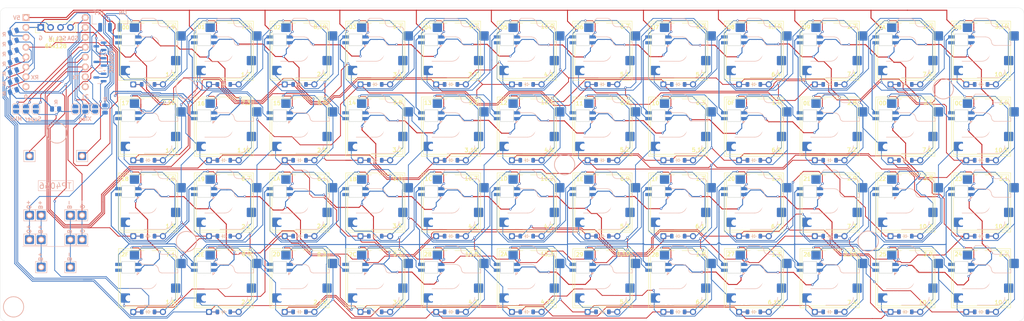
<source format=kicad_pcb>
(kicad_pcb (version 20241229) (generator "pcbnew") (generator_version "9.0")
  (layers (0 "F.Cu" signal) (2 "B.Cu" signal) (13 "F.Paste" user) (15 "B.Paste" user) (5 "F.SilkS" user "F.Silkscreen") (7 "B.SilkS" user "B.Silkscreen") (1 "F.Mask" user) (3 "B.Mask" user) (25 "Edge.Cuts" user))
  (net 0 "")
  (net 1 "5V")
  (net 2 "G")
  (net 3 "3V")
  (net 4 "P3")
  (net 5 "P2")
  (net 6 "P1")
  (net 7 "P0")
  (net 8 "P4")
  (net 9 "P5")
  (net 10 "P6")
  (net 11 "SDA")
  (net 12 "SCL")
  (net 13 "P7")
  (net 14 "LED")
  (net 15 "H00")
  (net 16 "H10")
  (net 17 "H20")
  (net 18 "H30")
  (net 19 "H01")
  (net 20 "H11")
  (net 21 "H21")
  (net 22 "H31")
  (net 23 "H02")
  (net 24 "H12")
  (net 25 "H22")
  (net 26 "H32")
  (net 27 "H03")
  (net 28 "H13")
  (net 29 "H23")
  (net 30 "H33")
  (net 31 "H04")
  (net 32 "H14")
  (net 33 "H24")
  (net 34 "H34")
  (net 35 "H05")
  (net 36 "H15")
  (net 37 "H25")
  (net 38 "H35")
  (net 39 "H06")
  (net 40 "H16")
  (net 41 "H26")
  (net 42 "H36")
  (net 43 "H07")
  (net 44 "H17")
  (net 45 "H27")
  (net 46 "H37")
  (net 47 "H08")
  (net 48 "H18")
  (net 49 "H28")
  (net 50 "H38")
  (net 51 "H09")
  (net 52 "H19")
  (net 53 "H29")
  (net 54 "H39")
  (net 55 "H010")
  (net 56 "H110")
  (net 57 "H210")
  (net 58 "H310")
  (net 59 "H011")
  (net 60 "H111")
  (net 61 "H211")
  (net 62 "H311")
  (net 63 "B+")
  (net 64 "B-")
  (net 65 "O+")
  (net 66 "CONN_A")
  (net 67 "CONN_B")
  (net 68 "CONN_C")
  (net 69 "L0")
  (net 70 "L1")
  (net 71 "L2")
  (net 72 "L3")
  (net 73 "L4")
  (net 74 "L5")
  (net 75 "L6")
  (net 76 "L7")
  (net 77 "L8")
  (net 78 "L9")
  (net 79 "L10")
  (net 80 "L11")
  (net 81 "L12")
  (net 82 "L13")
  (net 83 "L14")
  (net 84 "L15")
  (net 85 "L16")
  (net 86 "L17")
  (net 87 "L18")
  (net 88 "L19")
  (net 89 "L20")
  (net 90 "L21")
  (net 91 "L22")
  (net 92 "L23")
  (net 93 "L24")
  (net 94 "L25")
  (net 95 "L26")
  (net 96 "L27")
  (net 97 "L28")
  (net 98 "L29")
  (net 99 "L30")
  (net 100 "L31")
  (net 101 "L32")
  (net 102 "L33")
  (net 103 "L34")
  (net 104 "L35")
  (net 105 "L36")
  (net 106 "L37")
  (net 107 "L38")
  (net 108 "L39")
  (net 109 "L40")
  (net 110 "L41")
  (net 111 "L42")
  (net 112 "L43")
  (net 113 "L44")
  (net 114 "L45")
  (net 115 "L46")
  (net 116 "I+")
  (net 117 "O-")
  (net 118 "I-")
  (net 119 "PU")
  (footprint "PCM_Switch_Keyboard_Hotswap_Kailh:SW_Hotswap_Kailh_Choc_V2" (layer "F.Cu") (at 151.470302 71.731468 0.0007)
    (property "Reference" "REF**" (hide yes))
    (property "Value" "SW_Hotswap_Kailh_Choc_V2" (hide yes))
  )
  (footprint "PCM_Switch_Keyboard_Hotswap_Kailh:SW_Hotswap_Kailh_MX_1.00u" (layer "F.Cu") (at 54.190571 91.231476 -179.9993)
    (property "Reference" "REF**" (hide yes))
    (property "Value" "SW_Hotswap_Kailh_MX_1.00u" (hide yes))
  )
  (footprint "PCM_Switch_Keyboard_Hotswap_Kailh:SW_Hotswap_Kailh_MX_1.00u" (layer "F.Cu") (at 248.750087 52.231506 -179.9993)
    (property "Reference" "REF**" (hide yes))
    (property "Value" "SW_Hotswap_Kailh_MX_1.00u" (hide yes))
  )
  (footprint "PCM_Switch_Keyboard_Hotswap_Kailh:SW_Hotswap_Kailh_Choc_V2" (layer "F.Cu") (at 229.294087 52.231506 0.0007)
    (property "Reference" "REF**" (hide yes))
    (property "Value" "SW_Hotswap_Kailh_Choc_V2" (hide yes))
  )
  (footprint "PCM_Switch_Keyboard_Hotswap_Kailh:SW_Hotswap_Kailh_MX_1.00u" (layer "F.Cu") (at 112.558302 71.731468 -179.9993)
    (property "Reference" "REF**" (hide yes))
    (property "Value" "SW_Hotswap_Kailh_MX_1.00u" (hide yes))
  )
  (footprint "MountingHole:MountingHole_2.2mm_M2_DIN965" (layer "F.Cu") (at 161.202513 81.500559 -5.9993)
    (property "Reference" "CiHole1" (hide yes))
    (property "Value" "MountingHole_2.2mm_M2_DIN965" (hide yes))
  )
  (footprint "PCM_Switch_Keyboard_Hotswap_Kailh:SW_Hotswap_Kailh_MX_1.00u" (layer "F.Cu") (at 54.190087 52.231506 -179.9993)
    (property "Reference" "REF**" (hide yes))
    (property "Value" "SW_Hotswap_Kailh_MX_1.00u" (hide yes))
  )
  (footprint "PCM_Switch_Keyboard_Hotswap_Kailh:SW_Hotswap_Kailh_Choc_V2" (layer "F.Cu") (at 190.382087 52.231507 0.0007)
    (property "Reference" "REF**" (hide yes))
    (property "Value" "SW_Hotswap_Kailh_Choc_V2" (hide yes))
  )
  (footprint "ComboDiode" (layer "F.Cu") (at 170.926437 80.381475 0.0007)
    (property "Reference" "D14" (hide yes))
    (property "Value" "" (hide yes))
  )
  (footprint "Connector_PinHeader_2.54mm:PinHeader_1x04_P2.54mm_Vertical" (layer "F.Cu") (at 26.613801 46.241089 90)
    (property "Reference" "REF**" (hide yes))
    (property "Value" "PinHeader_1x04_P2.54mm_Vertical" (hide yes))
  )
  (footprint "PCM_Switch_Keyboard_Hotswap_Kailh:SW_Hotswap_Kailh_MX_1.00u" (layer "F.Cu") (at 190.382087 52.231507 -179.9993)
    (property "Reference" "REF**" (hide yes))
    (property "Value" "SW_Hotswap_Kailh_MX_1.00u" (hide yes))
  )
  (footprint "PCM_Switch_Keyboard_Hotswap_Kailh:SW_Hotswap_Kailh_MX_1.00u" (layer "F.Cu") (at 151.470087 52.231506 -179.9993)
    (property "Reference" "REF**" (hide yes))
    (property "Value" "SW_Hotswap_Kailh_MX_1.00u" (hide yes))
  )
  (footprint "PCM_Switch_Keyboard_Hotswap_Kailh:SW_Hotswap_Kailh_Choc_V2" (layer "F.Cu") (at 73.646303 71.731468 0.0007)
    (property "Reference" "REF**" (hide yes))
    (property "Value" "SW_Hotswap_Kailh_Choc_V2" (hide yes))
  )
  (footprint "ComboDiode" (layer "F.Cu") (at 73.646198 60.881474 0.0007)
    (property "Reference" "D14" (hide yes))
    (property "Value" "" (hide yes))
  )
  (footprint "ComboDiode" (layer "F.Cu") (at 151.470198 60.881474 0.0007)
    (property "Reference" "D14" (hide yes))
    (property "Value" "" (hide yes))
  )
  (footprint "PCM_Switch_Keyboard_Hotswap_Kailh:SW_Hotswap_Kailh_MX_1.00u" (layer "F.Cu") (at 268.206571 110.687476 -179.9993)
    (property "Reference" "REF**" (hide yes))
    (property "Value" "SW_Hotswap_Kailh_MX_1.00u" (hide yes))
  )
  (footprint "PCM_Switch_Keyboard_Hotswap_Kailh:SW_Hotswap_Kailh_Choc_V2" (layer "F.Cu") (at 268.206088 52.231505 0.0007)
    (property "Reference" "REF**" (hide yes))
    (property "Value" "SW_Hotswap_Kailh_Choc_V2" (hide yes))
  )
  (footprint "PCM_Switch_Keyboard_Hotswap_Kailh:SW_Hotswap_Kailh_Choc_V2" (layer "F.Cu") (at 229.294571 91.231476 0.0007)
    (property "Reference" "REF**" (hide yes))
    (property "Value" "SW_Hotswap_Kailh_Choc_V2" (hide yes))
  )
  (footprint "MountingHole:MountingHole_2.2mm_M2_DIN965" (layer "F.Cu") (at 63.922513 61.980558 -5.9993)
    (property "Reference" "CiHole1" (hide yes))
    (property "Value" "MountingHole_2.2mm_M2_DIN965" (hide yes))
  )
  (footprint "" (layer "F.Cu") (at 38.0438 48.781089)
    (property "Reference" "")
    (property "Value" "")
  )
  (footprint "PCM_Switch_Keyboard_Hotswap_Kailh:SW_Hotswap_Kailh_Choc_V2" (layer "F.Cu") (at 209.838087 52.231505 0.0007)
    (property "Reference" "REF**" (hide yes))
    (property "Value" "SW_Hotswap_Kailh_Choc_V2" (hide yes))
  )
  (footprint "" (layer "F.Cu") (at 38.0438 46.241089)
    (property "Reference" "")
    (property "Value" "")
  )
  (footprint "PCM_Switch_Keyboard_Hotswap_Kailh:SW_Hotswap_Kailh_MX_1.00u" (layer "F.Cu") (at 151.470302 71.731468 -179.9993)
    (property "Reference" "REF**" (hide yes))
    (property "Value" "SW_Hotswap_Kailh_MX_1.00u" (hide yes))
  )
  (footprint "PCM_Switch_Keyboard_Hotswap_Kailh:SW_Hotswap_Kailh_MX_1.00u" (layer "F.Cu") (at 73.646303 71.731468 -179.9993)
    (property "Reference" "REF**" (hide yes))
    (property "Value" "SW_Hotswap_Kailh_MX_1.00u" (hide yes))
  )
  (footprint "PCM_Switch_Keyboard_Hotswap_Kailh:SW_Hotswap_Kailh_Choc_V2" (layer "F.Cu") (at 170.926087 52.231507 0.0007)
    (property "Reference" "REF**" (hide yes))
    (property "Value" "SW_Hotswap_Kailh_Choc_V2" (hide yes))
  )
  (footprint "ComboDiode" (layer "F.Cu") (at 132.014198 60.881474 0.0007)
    (property "Reference" "D14" (hide yes))
    (property "Value" "" (hide yes))
  )
  (footprint "PCM_Switch_Keyboard_Hotswap_Kailh:SW_Hotswap_Kailh_Choc_V2" (layer "F.Cu") (at 151.470571 91.231476 0.0007)
    (property "Reference" "REF**" (hide yes))
    (property "Value" "SW_Hotswap_Kailh_Choc_V2" (hide yes))
  )
  (footprint "PCM_Switch_Keyboard_Hotswap_Kailh:SW_Hotswap_Kailh_MX_1.00u" (layer "F.Cu") (at 209.838302 71.731468 -179.9993)
    (property "Reference" "REF**" (hide yes))
    (property "Value" "SW_Hotswap_Kailh_MX_1.00u" (hide yes))
  )
  (footprint "PCM_Switch_Keyboard_Hotswap_Kailh:SW_Hotswap_Kailh_MX_1.00u" (layer "F.Cu") (at 268.206088 52.231505 -179.9993)
    (property "Reference" "REF**" (hide yes))
    (property "Value" "SW_Hotswap_Kailh_MX_1.00u" (hide yes))
  )
  (footprint "ComboDiode" (layer "F.Cu") (at 190.382437 80.381473 0.0007)
    (property "Reference" "D14" (hide yes))
    (property "Value" "" (hide yes))
  )
  (footprint "PCM_Switch_Keyboard_Hotswap_Kailh:SW_Hotswap_Kailh_MX_1.00u" (layer "F.Cu") (at 132.014087 52.231506 -179.9993)
    (property "Reference" "REF**" (hide yes))
    (property "Value" "SW_Hotswap_Kailh_MX_1.00u" (hide yes))
  )
  (footprint "PCM_Switch_Keyboard_Hotswap_Kailh:SW_Hotswap_Kailh_Choc_V2" (layer "F.Cu") (at 209.838571 91.231476 0.0007)
    (property "Reference" "REF**" (hide yes))
    (property "Value" "SW_Hotswap_Kailh_Choc_V2" (hide yes))
  )
  (footprint "ComboDiode" (layer "F.Cu") (at 54.190437 80.381474 0.0007)
    (property "Reference" "D14" (hide yes))
    (property "Value" "" (hide yes))
  )
  (footprint "ComboDiode" (layer "F.Cu") (at 170.926651 119.33748 0.0007)
    (property "Reference" "D14" (hide yes))
    (property "Value" "" (hide yes))
  )
  (footprint "PCM_Switch_Keyboard_Hotswap_Kailh:SW_Hotswap_Kailh_Choc_V2" (layer "F.Cu") (at 54.190571 110.687476 0.0007)
    (property "Reference" "REF**" (hide yes))
    (property "Value" "SW_Hotswap_Kailh_Choc_V2" (hide yes))
  )
  (footprint "PCM_Switch_Keyboard_Hotswap_Kailh:SW_Hotswap_Kailh_Choc_V2" (layer "F.Cu") (at 151.470571 110.687476 0.0007)
    (property "Reference" "REF**" (hide yes))
    (property "Value" "SW_Hotswap_Kailh_Choc_V2" (hide yes))
  )
  (footprint "ComboDiode" (layer "F.Cu") (at 229.294198 60.881474 0.0007)
    (property "Reference" "D14" (hide yes))
    (property "Value" "" (hide yes))
  )
  (footprint "" (layer "F.Cu") (at 38.043801 56.401088)
    (property "Reference" "")
    (property "Value" "")
  )
  (footprint "PCM_Switch_Keyboard_Hotswap_Kailh:SW_Hotswap_Kailh_Choc_V2" (layer "F.Cu") (at 54.190302 71.731468 0.0007)
    (property "Reference" "REF**" (hide yes))
    (property "Value" "SW_Hotswap_Kailh_Choc_V2" (hide yes))
  )
  (footprint "PCM_Switch_Keyboard_Hotswap_Kailh:SW_Hotswap_Kailh_MX_1.00u" (layer "F.Cu") (at 112.558571 110.687476 -179.9993)
    (property "Reference" "REF**" (hide yes))
    (property "Value" "SW_Hotswap_Kailh_MX_1.00u" (hide yes))
  )
  (footprint "" (layer "F.Cu") (at 38.043801 53.861089)
    (property "Reference" "")
    (property "Value" "")
  )
  (footprint "MountingHole:MountingHole_2.2mm_M2_DIN965" (layer "F.Cu") (at 19.622513 118.040558 -5.9993)
    (property "Reference" "CiHole1" (hide yes))
    (property "Value" "MountingHole_2.2mm_M2_DIN965" (hide yes))
  )
  (footprint "ComboDiode" (layer "F.Cu") (at 112.55865 119.33748 0.0007)
    (property "Reference" "D14" (hide yes))
    (property "Value" "" (hide yes))
  )
  (footprint "MountingHole:MountingHole_2.2mm_M2_DIN965" (layer "F.Cu") (at 239.202515 101.170558 -5.9993)
    (property "Reference" "CiHole1" (hide yes))
    (property "Value" "MountingHole_2.2mm_M2_DIN965" (hide yes))
  )
  (footprint "PCM_Switch_Keyboard_Hotswap_Kailh:SW_Hotswap_Kailh_Choc_V2" (layer "F.Cu") (at 170.926303 71.731468 0.0007)
    (property "Reference" "REF**" (hide yes))
    (property "Value" "SW_Hotswap_Kailh_Choc_V2" (hide yes))
  )
  (footprint "PCM_Switch_Keyboard_Hotswap_Kailh:SW_Hotswap_Kailh_Choc_V2" (layer "F.Cu") (at 209.838571 110.687477 0.0007)
    (property "Reference" "REF**" (hide yes))
    (property "Value" "SW_Hotswap_Kailh_Choc_V2" (hide yes))
  )
  (footprint "PCM_Switch_Keyboard_Hotswap_Kailh:SW_Hotswap_Kailh_Choc_V2" (layer "F.Cu") (at 209.838302 71.731468 0.0007)
    (property "Reference" "REF**" (hide yes))
    (property "Value" "SW_Hotswap_Kailh_Choc_V2" (hide yes))
  )
  (footprint "PCM_Switch_Keyboard_Hotswap_Kailh:SW_Hotswap_Kailh_Choc_V2" (layer "F.Cu") (at 248.750302 71.731468 0.0007)
    (property "Reference" "REF**" (hide yes))
    (property "Value" "SW_Hotswap_Kailh_Choc_V2" (hide yes))
  )
  (footprint "ComboDiode" (layer "F.Cu") (at 151.470438 80.381474 0.0007)
    (property "Reference" "D14" (hide yes))
    (property "Value" "" (hide yes))
  )
  (footprint "ComboDiode" (layer "F.Cu") (at 73.646651 119.337481 0.0007)
    (property "Reference" "D14" (hide yes))
    (property "Value" "" (hide yes))
  )
  (footprint "" (layer "F.Cu") (at 22.8038 43.701089)
    (property "Reference" "")
    (property "Value" "")
  )
  (footprint "" (layer "F.Cu") (at 22.803801 48.781088)
    (property "Reference" "")
    (property "Value" "")
  )
  (footprint "ComboDiode" (layer "F.Cu") (at 112.558199 60.881474 0.0007)
    (property "Reference" "D14" (hide yes))
    (property "Value" "" (hide yes))
  )
  (footprint "PCM_Switch_Keyboard_Hotswap_Kailh:SW_Hotswap_Kailh_MX_1.00u" (layer "F.Cu") (at 93.102571 110.687476 -179.9993)
    (property "Reference" "REF**" (hide yes))
    (property "Value" "SW_Hotswap_Kailh_MX_1.00u" (hide yes))
  )
  (footprint "PCM_Switch_Keyboard_Hotswap_Kailh:SW_Hotswap_Kailh_MX_1.00u" (layer "F.Cu") (at 209.838571 91.231476 -179.9993)
    (property "Reference" "REF**" (hide yes))
    (property "Value" "SW_Hotswap_Kailh_MX_1.00u" (hide yes))
  )
  (footprint "ComboDiode" (layer "F.Cu") (at 268.206437 80.381474 0.0007)
    (property "Reference" "D14" (hide yes))
    (property "Value" "" (hide yes))
  )
  (footprint "ComboDiode" (layer "F.Cu") (at 112.55865 99.881479 0.0007)
    (property "Reference" "D14" (hide yes))
    (property "Value" "" (hide yes))
  )
  (footprint "PCM_Switch_Keyboard_Hotswap_Kailh:SW_Hotswap_Kailh_Choc_V2" (layer "F.Cu") (at 268.206302 71.731468 0.0007)
    (property "Reference" "REF**" (hide yes))
    (property "Value" "SW_Hotswap_Kailh_Choc_V2" (hide yes))
  )
  (footprint "" (layer "F.Cu") (at 22.8038 53.861089)
    (property "Reference" "")
    (property "Value" "")
  )
  (footprint "PCM_Switch_Keyboard_Hotswap_Kailh:SW_Hotswap_Kailh_Choc_V2" (layer "F.Cu") (at 93.102302 71.731468 0.0007)
    (property "Reference" "REF**" (hide yes))
    (property "Value" "SW_Hotswap_Kailh_Choc_V2" (hide yes))
  )
  (footprint "PCM_Switch_Keyboard_Hotswap_Kailh:SW_Hotswap_Kailh_MX_1.00u" (layer "F.Cu") (at 170.926087 52.231507 -179.9993)
    (property "Reference" "REF**" (hide yes))
    (property "Value" "SW_Hotswap_Kailh_MX_1.00u" (hide yes))
  )
  (footprint "PCM_Switch_Keyboard_Hotswap_Kailh:SW_Hotswap_Kailh_MX_1.00u" (layer "F.Cu") (at 268.206571 91.231476 -179.9993)
    (property "Reference" "REF**" (hide yes))
    (property "Value" "SW_Hotswap_Kailh_MX_1.00u" (hide yes))
  )
  (footprint "PCM_Switch_Keyboard_Hotswap_Kailh:SW_Hotswap_Kailh_Choc_V2" (layer "F.Cu") (at 190.382572 91.231476 0.0007)
    (property "Reference" "REF**" (hide yes))
    (property "Value" "SW_Hotswap_Kailh_Choc_V2" (hide yes))
  )
  (footprint "PCM_Switch_Keyboard_Hotswap_Kailh:SW_Hotswap_Kailh_MX_1.00u" (layer "F.Cu") (at 170.926571 91.231476 -179.9993)
    (property "Reference" "REF**" (hide yes))
    (property "Value" "SW_Hotswap_Kailh_MX_1.00u" (hide yes))
  )
  (footprint "PCM_Switch_Keyboard_Hotswap_Kailh:SW_Hotswap_Kailh_Choc_V2" (layer "F.Cu") (at 73.646571 110.687476 0.0007)
    (property "Reference" "REF**" (hide yes))
    (property "Value" "SW_Hotswap_Kailh_Choc_V2" (hide yes))
  )
  (footprint "PCM_Switch_Keyboard_Hotswap_Kailh:SW_Hotswap_Kailh_Choc_V2" (layer "F.Cu") (at 132.014571 91.231475 0.0007)
    (property "Reference" "REF**" (hide yes))
    (property "Value" "SW_Hotswap_Kailh_Choc_V2" (hide yes))
  )
  (footprint "ComboDiode" (layer "F.Cu") (at 248.750437 80.381474 0.0007)
    (property "Reference" "D14" (hide yes))
    (property "Value" "" (hide yes))
  )
  (footprint "PCM_Switch_Keyboard_Hotswap_Kailh:SW_Hotswap_Kailh_Choc_V2" (layer "F.Cu") (at 93.102087 52.231506 0.0007)
    (property "Reference" "REF**" (hide yes))
    (property "Value" "SW_Hotswap_Kailh_Choc_V2" (hide yes))
  )
  (footprint "ComboDiode" (layer "F.Cu") (at 151.47065 119.33748 0.0007)
    (property "Reference" "D14" (hide yes))
    (property "Value" "" (hide yes))
  )
  (footprint "PCM_Switch_Keyboard_Hotswap_Kailh:SW_Hotswap_Kailh_MX_1.00u" (layer "F.Cu") (at 209.838571 110.687477 -179.9993)
    (property "Reference" "REF**" (hide yes))
    (property "Value" "SW_Hotswap_Kailh_MX_1.00u" (hide yes))
  )
  (footprint "PCM_Switch_Keyboard_Hotswap_Kailh:SW_Hotswap_Kailh_Choc_V2" (layer "F.Cu") (at 190.382302 71.731468 0.0007)
    (property "Reference" "REF**" (hide yes))
    (property "Value" "SW_Hotswap_Kailh_Choc_V2" (hide yes))
  )
  (footprint "ComboDiode" (layer "F.Cu") (at 170.926198 60.881475 0.0007)
    (property "Reference" "D14" (hide yes))
    (property "Value" "" (hide yes))
  )
  (footprint "ComboDiode" (layer "F.Cu") (at 54.190651 99.88148 0.0007)
    (property "Reference" "D14" (hide yes))
    (property "Value" "" (hide yes))
  )
  (footprint "PCM_Switch_Keyboard_Hotswap_Kailh:SW_Hotswap_Kailh_MX_1.00u" (layer "F.Cu") (at 151.470571 91.231476 -179.9993)
    (property "Reference" "REF**" (hide yes))
    (property "Value" "SW_Hotswap_Kailh_MX_1.00u" (hide yes))
  )
  (footprint "PCM_Switch_Keyboard_Hotswap_Kailh:SW_Hotswap_Kailh_Choc_V2" (layer "F.Cu") (at 54.190087 52.231506 0.0007)
    (property "Reference" "REF**" (hide yes))
    (property "Value" "SW_Hotswap_Kailh_Choc_V2" (hide yes))
  )
  (footprint "PCM_Switch_Keyboard_Hotswap_Kailh:SW_Hotswap_Kailh_MX_1.00u" (layer "F.Cu") (at 93.102302 71.731468 -179.9993)
    (property "Reference" "REF**" (hide yes))
    (property "Value" "SW_Hotswap_Kailh_MX_1.00u" (hide yes))
  )
  (footprint "ComboDiode" (layer "F.Cu") (at 229.294437 80.381474 0.0007)
    (property "Reference" "D14" (hide yes))
    (property "Value" "" (hide yes))
  )
  (footprint "ComboDiode" (layer "F.Cu") (at 93.102198 60.881474 0.0007)
    (property "Reference" "D14" (hide yes))
    (property "Value" "" (hide yes))
  )
  (footprint "ComboDiode" (layer "F.Cu") (at 132.01465 119.33748 0.0007)
    (property "Reference" "D14" (hide yes))
    (property "Value" "" (hide yes))
  )
  (footprint "PCM_Switch_Keyboard_Hotswap_Kailh:SW_Hotswap_Kailh_Choc_V2" (layer "F.Cu") (at 73.646572 91.231476 0.0007)
    (property "Reference" "REF**" (hide yes))
    (property "Value" "SW_Hotswap_Kailh_Choc_V2" (hide yes))
  )
  (footprint "ComboDiode" (layer "F.Cu") (at 209.83865 99.88148 0.0007)
    (property "Reference" "D14" (hide yes))
    (property "Value" "" (hide yes))
  )
  (footprint "PCM_Switch_Keyboard_Hotswap_Kailh:SW_Hotswap_Kailh_MX_1.00u" (layer "F.Cu") (at 170.926571 110.687476 -179.9993)
    (property "Reference" "REF**" (hide yes))
    (property "Value" "SW_Hotswap_Kailh_MX_1.00u" (hide yes))
  )
  (footprint "PCM_Switch_Keyboard_Hotswap_Kailh:SW_Hotswap_Kailh_MX_1.00u" (layer "F.Cu") (at 54.190302 71.731468 -179.9993)
    (property "Reference" "REF**" (hide yes))
    (property "Value" "SW_Hotswap_Kailh_MX_1.00u" (hide yes))
  )
  (footprint "" (layer "F.Cu") (at 22.8038 51.32109)
    (property "Reference" "")
    (property "Value" "")
  )
  (footprint "" (layer "F.Cu") (at 38.0438 43.701089)
    (property "Reference" "")
    (property "Value" "")
  )
  (footprint "PCM_Switch_Keyboard_Hotswap_Kailh:SW_Hotswap_Kailh_Choc_V2" (layer "F.Cu") (at 170.926571 110.687476 0.0007)
    (property "Reference" "REF**" (hide yes))
    (property "Value" "SW_Hotswap_Kailh_Choc_V2" (hide yes))
  )
  (footprint "ComboDiode" (layer "F.Cu") (at 170.926651 99.88148 0.0007)
    (property "Reference" "D14" (hide yes))
    (property "Value" "" (hide yes))
  )
  (footprint "" (layer "F.Cu") (at 22.8038 58.941088)
    (property "Reference" "")
    (property "Value" "")
  )
  (footprint "PCM_Switch_Keyboard_Hotswap_Kailh:SW_Hotswap_Kailh_Choc_V2" (layer "F.Cu") (at 268.206571 110.687476 0.0007)
    (property "Reference" "REF**" (hide yes))
    (property "Value" "SW_Hotswap_Kailh_Choc_V2" (hide yes))
  )
  (footprint "ComboDiode" (layer "F.Cu") (at 93.10265 119.33748 0.0007)
    (property "Reference" "D14" (hide yes))
    (property "Value" "" (hide yes))
  )
  (footprint "PCM_Switch_Keyboard_Hotswap_Kailh:SW_Hotswap_Kailh_MX_1.00u" (layer "F.Cu") (at 132.014571 110.687476 -179.9993)
    (property "Reference" "REF**" (hide yes))
    (property "Value" "SW_Hotswap_Kailh_MX_1.00u" (hide yes))
  )
  (footprint "ComboDiode" (layer "F.Cu") (at 132.01465 99.88148 0.0007)
    (property "Reference" "D14" (hide yes))
    (property "Value" "" (hide yes))
  )
  (footprint "ComboDiode" (layer "F.Cu") (at 54.19065 119.33748 0.0007)
    (property "Reference" "D14" (hide yes))
    (property "Value" "" (hide yes))
  )
  (footprint "PCM_Switch_Keyboard_Hotswap_Kailh:SW_Hotswap_Kailh_MX_1.00u" (layer "F.Cu") (at 170.926303 71.731468 -179.9993)
    (property "Reference" "REF**" (hide yes))
    (property "Value" "SW_Hotswap_Kailh_MX_1.00u" (hide yes))
  )
  (footprint "PCM_Switch_Keyboard_Hotswap_Kailh:SW_Hotswap_Kailh_Choc_V2" (layer "F.Cu") (at 190.382572 110.687476 0.0007)
    (property "Reference" "REF**" (hide yes))
    (property "Value" "SW_Hotswap_Kailh_Choc_V2" (hide yes))
  )
  (footprint "PCM_Switch_Keyboard_Hotswap_Kailh:SW_Hotswap_Kailh_Choc_V2" (layer "F.Cu") (at 73.646087 52.231506 0.0007)
    (property "Reference" "REF**" (hide yes))
    (property "Value" "SW_Hotswap_Kailh_Choc_V2" (hide yes))
  )
  (footprint "ComboDiode" (layer "F.Cu") (at 93.10265 99.88148 0.0007)
    (property "Reference" "D14" (hide yes))
    (property "Value" "" (hide yes))
  )
  (footprint "PCM_Switch_Keyboard_Hotswap_Kailh:SW_Hotswap_Kailh_MX_1.00u" (layer "F.Cu") (at 112.558088 52.231506 -179.9993)
    (property "Reference" "REF**" (hide yes))
    (property "Value" "SW_Hotswap_Kailh_MX_1.00u" (hide yes))
  )
  (footprint "ComboDiode" (layer "F.Cu") (at 248.75065 119.33748 0.0007)
    (property "Reference" "D14" (hide yes))
    (property "Value" "" (hide yes))
  )
  (footprint "PCM_Switch_Keyboard_Hotswap_Kailh:SW_Hotswap_Kailh_MX_1.00u" (layer "F.Cu") (at 132.014302 71.731469 -179.9993)
    (property "Reference" "REF**" (hide yes))
    (property "Value" "SW_Hotswap_Kailh_MX_1.00u" (hide yes))
  )
  (footprint "PCM_Switch_Keyboard_Hotswap_Kailh:SW_Hotswap_Kailh_MX_1.00u" (layer "F.Cu") (at 93.102571 91.231477 -179.9993)
    (property "Reference" "REF**" (hide yes))
    (property "Value" "SW_Hotswap_Kailh_MX_1.00u" (hide yes))
  )
  (footprint "ComboDiode" (layer "F.Cu") (at 229.29465 119.33748 0.0007)
    (property "Reference" "D14" (hide yes))
    (property "Value" "" (hide yes))
  )
  (footprint "ComboDiode" (layer "F.Cu") (at 209.83865 119.33748 0.0007)
    (property "Reference" "D14" (hide yes))
    (property "Value" "" (hide yes))
  )
  (footprint "ComboDiode" (layer "F.Cu") (at 190.38265 119.337481 0.0007)
    (property "Reference" "D14" (hide yes))
    (property "Value" "" (hide yes))
  )
  (footprint "ComboDiode" (layer "F.Cu") (at 268.206198 60.881474 0.0007)
    (property "Reference" "D14" (hide yes))
    (property "Value" "" (hide yes))
  )
  (footprint "ComboDiode" (layer "F.Cu") (at 132.014437 80.381474 0.0007)
    (property "Reference" "D14" (hide yes))
    (property "Value" "" (hide yes))
  )
  (footprint "" (layer "F.Cu") (at 22.8038 56.401089)
    (property "Reference" "")
    (property "Value" "")
  )
  (footprint "PCM_Switch_Keyboard_Hotswap_Kailh:SW_Hotswap_Kailh_MX_1.00u" (layer "F.Cu") (at 190.382572 110.687476 -179.9993)
    (property "Reference" "REF**" (hide yes))
    (property "Value" "SW_Hotswap_Kailh_MX_1.00u" (hide yes))
  )
  (footprint "PCM_Switch_Keyboard_Hotswap_Kailh:SW_Hotswap_Kailh_MX_1.00u" (layer "F.Cu") (at 73.646087 52.231506 -179.9993)
    (property "Reference" "REF**" (hide yes))
    (property "Value" "SW_Hotswap_Kailh_MX_1.00u" (hide yes))
  )
  (footprint "PCM_Switch_Keyboard_Hotswap_Kailh:SW_Hotswap_Kailh_MX_1.00u" (layer "F.Cu") (at 248.750571 110.687475 -179.9993)
    (property "Reference" "REF**" (hide yes))
    (property "Value" "SW_Hotswap_Kailh_MX_1.00u" (hide yes))
  )
  (footprint "PCM_Switch_Keyboard_Hotswap_Kailh:SW_Hotswap_Kailh_Choc_V2" (layer "F.Cu") (at 132.014571 110.687476 0.0007)
    (property "Reference" "REF**" (hide yes))
    (property "Value" "SW_Hotswap_Kailh_Choc_V2" (hide yes))
  )
  (footprint "PCM_Switch_Keyboard_Hotswap_Kailh:SW_Hotswap_Kailh_MX_1.00u" (layer "F.Cu") (at 229.294087 52.231506 -179.9993)
    (property "Reference" "REF**" (hide yes))
    (property "Value" "SW_Hotswap_Kailh_MX_1.00u" (hide yes))
  )
  (footprint "PCM_Switch_Keyboard_Hotswap_Kailh:SW_Hotswap_Kailh_MX_1.00u" (layer "F.Cu") (at 93.102087 52.231506 -179.9993)
    (property "Reference" "REF**" (hide yes))
    (property "Value" "SW_Hotswap_Kailh_MX_1.00u" (hide yes))
  )
  (footprint "PCM_Switch_Keyboard_Hotswap_Kailh:SW_Hotswap_Kailh_Choc_V2" (layer "F.Cu") (at 170.926571 91.231476 0.0007)
    (property "Reference" "REF**" (hide yes))
    (property "Value" "SW_Hotswap_Kailh_Choc_V2" (hide yes))
  )
  (footprint "PCM_Switch_Keyboard_Hotswap_Kailh:SW_Hotswap_Kailh_Choc_V2" (layer "F.Cu") (at 112.558088 52.231506 0.0007)
    (property "Reference" "REF**" (hide yes))
    (property "Value" "SW_Hotswap_Kailh_Choc_V2" (hide yes))
  )
  (footprint "PCM_Switch_Keyboard_Hotswap_Kailh:SW_Hotswap_Kailh_MX_1.00u" (layer "F.Cu") (at 112.558571 91.231476 -179.9993)
    (property "Reference" "REF**" (hide yes))
    (property "Value" "SW_Hotswap_Kailh_MX_1.00u" (hide yes))
  )
  (footprint "" (layer "F.Cu") (at 38.0438 58.941089)
    (property "Reference" "")
    (property "Value" "")
  )
  (footprint "PCM_Switch_Keyboard_Hotswap_Kailh:SW_Hotswap_Kailh_MX_1.00u" (layer "F.Cu") (at 132.014571 91.231475 -179.9993)
    (property "Reference" "REF**" (hide yes))
    (property "Value" "SW_Hotswap_Kailh_MX_1.00u" (hide yes))
  )
  (footprint "PCM_Switch_Keyboard_Hotswap_Kailh:SW_Hotswap_Kailh_MX_1.00u" (layer "F.Cu") (at 268.206302 71.731468 -179.9993)
    (property "Reference" "REF**" (hide yes))
    (property "Value" "SW_Hotswap_Kailh_MX_1.00u" (hide yes))
  )
  (footprint "PCM_Switch_Keyboard_Hotswap_Kailh:SW_Hotswap_Kailh_Choc_V2" (layer "F.Cu") (at 54.190571 91.231476 0.0007)
    (property "Reference" "REF**" (hide yes))
    (property "Value" "SW_Hotswap_Kailh_Choc_V2" (hide yes))
  )
  (footprint "" (layer "F.Cu") (at 38.0438 61.48109)
    (property "Reference" "")
    (property "Value" "")
  )
  (footprint "" (layer "F.Cu") (at 22.803801 61.481089)
    (property "Reference" "")
    (property "Value" "")
  )
  (footprint "PCM_Switch_Keyboard_Hotswap_Kailh:SW_Hotswap_Kailh_MX_1.00u" (layer "F.Cu") (at 190.382572 91.231476 -179.9993)
    (property "Reference" "REF**" (hide yes))
    (property "Value" "SW_Hotswap_Kailh_MX_1.00u" (hide yes))
  )
  (footprint "PCM_Switch_Keyboard_Hotswap_Kailh:SW_Hotswap_Kailh_Choc_V2" (layer "F.Cu") (at 93.102571 91.231477 0.0007)
    (property "Reference" "REF**" (hide yes))
    (property "Value" "SW_Hotswap_Kailh_Choc_V2" (hide yes))
  )
  (footprint "PCM_Switch_Keyboard_Hotswap_Kailh:SW_Hotswap_Kailh_MX_1.00u" (layer "F.Cu") (at 73.646572 91.231476 -179.9993)
    (property "Reference" "REF**" (hide yes))
    (property "Value" "SW_Hotswap_Kailh_MX_1.00u" (hide yes))
  )
  (footprint "ComboDiode" (layer "F.Cu") (at 112.558437 80.381474 0.0007)
    (property "Reference" "D14" (hide yes))
    (property "Value" "" (hide yes))
  )
  (footprint "PCM_Switch_Keyboard_Hotswap_Kailh:SW_Hotswap_Kailh_Choc_V2" (layer "F.Cu") (at 248.750571 110.687475 0.0007)
    (property "Reference" "REF**" (hide yes))
    (property "Value" "SW_Hotswap_Kailh_Choc_V2" (hide yes))
  )
  (footprint "ComboDiode" (layer "F.Cu") (at 209.838198 60.881474 0.0007)
    (property "Reference" "D14" (hide yes))
    (property "Value" "" (hide yes))
  )
  (footprint "MountingHole:MountingHole_2.2mm_M2_DIN965" (layer "F.Cu") (at 64.032513 101.260558 -5.9993)
    (property "Reference" "CiHole1" (hide yes))
    (property "Value" "MountingHole_2.2mm_M2_DIN965" (hide yes))
  )
  (footprint "MountingHole:MountingHole_2.2mm_M2_DIN965" (layer "F.Cu") (at 30.782514 73.360558 -5.9993)
    (property "Reference" "CiHole1" (hide yes))
    (property "Value" "MountingHole_2.2mm_M2_DIN965" (hide yes))
  )
  (footprint "PCM_Switch_Keyboard_Hotswap_Kailh:SW_Hotswap_Kailh_MX_1.00u" (layer "F.Cu") (at 54.190571 110.687476 -179.9993)
    (property "Reference" "REF**" (hide yes))
    (property "Value" "SW_Hotswap_Kailh_MX_1.00u" (hide yes))
  )
  (footprint "PCM_Switch_Keyboard_Hotswap_Kailh:SW_Hotswap_Kailh_Choc_V2" (layer "F.Cu") (at 132.014302 71.731469 0.0007)
    (property "Reference" "REF**" (hide yes))
    (property "Value" "SW_Hotswap_Kailh_Choc_V2" (hide yes))
  )
  (footprint "ComboDiode" (layer "F.Cu") (at 268.20665 119.33748 0.0007)
    (property "Reference" "D14" (hide yes))
    (property "Value" "" (hide yes))
  )
  (footprint "PCM_Switch_Keyboard_Hotswap_Kailh:SW_Hotswap_Kailh_Choc_V2" (layer "F.Cu") (at 248.750087 52.231506 0.0007)
    (property "Reference" "REF**" (hide yes))
    (property "Value" "SW_Hotswap_Kailh_Choc_V2" (hide yes))
  )
  (footprint "PCM_Switch_Keyboard_Hotswap_Kailh:SW_Hotswap_Kailh_MX_1.00u" (layer "F.Cu") (at 248.750571 91.231476 -179.9993)
    (property "Reference" "REF**" (hide yes))
    (property "Value" "SW_Hotswap_Kailh_MX_1.00u" (hide yes))
  )
  (footprint "ComboDiode" (layer "F.Cu") (at 268.206651 99.88148 0.0007)
    (property "Reference" "D14" (hide yes))
    (property "Value" "" (hide yes))
  )
  (footprint "PCM_Switch_Keyboard_Hotswap_Kailh:SW_Hotswap_Kailh_Choc_V2" (layer "F.Cu") (at 229.294571 110.687477 0.0007)
    (property "Reference" "REF**" (hide yes))
    (property "Value" "SW_Hotswap_Kailh_Choc_V2" (hide yes))
  )
  (footprint "PCM_Switch_Keyboard_Hotswap_Kailh:SW_Hotswap_Kailh_MX_1.00u" (layer "F.Cu") (at 151.470571 110.687476 -179.9993)
    (property "Reference" "REF**" (hide yes))
    (property "Value" "SW_Hotswap_Kailh_MX_1.00u" (hide yes))
  )
  (footprint "ComboDiode" (layer "F.Cu") (at 190.38265 99.88148 0.0007)
    (property "Reference" "D14" (hide yes))
    (property "Value" "" (hide yes))
  )
  (footprint "PCM_Switch_Keyboard_Hotswap_Kailh:SW_Hotswap_Kailh_Choc_V2" (layer "F.Cu") (at 268.206571 91.231476 0.0007)
    (property "Reference" "REF**" (hide yes))
    (property "Value" "SW_Hotswap_Kailh_Choc_V2" (hide yes))
  )
  (footprint "ComboDiode" (layer "F.Cu") (at 73.646437 80.381474 0.0007)
    (property "Reference" "D14" (hide yes))
    (property "Value" "" (hide yes))
  )
  (footprint "PCM_Switch_Keyboard_Hotswap_Kailh:SW_Hotswap_Kailh_Choc_V2" (layer "F.Cu") (at 151.470087 52.231506 0.0007)
    (property "Reference" "REF**" (hide yes))
    (property "Value" "SW_Hotswap_Kailh_Choc_V2" (hide yes))
  )
  (footprint "ComboDiode" (layer "F.Cu") (at 229.29465 99.88148 0.0007)
    (property "Reference" "D14" (hide yes))
    (property "Value" "" (hide yes))
  )
  (footprint "PCM_Switch_Keyboard_Hotswap_Kailh:SW_Hotswap_Kailh_Choc_V2" (layer "F.Cu") (at 93.102571 110.687476 0.0007)
    (property "Reference" "REF**" (hide yes))
    (property "Value" "SW_Hotswap_Kailh_Choc_V2" (hide yes))
  )
  (footprint "PCM_Switch_Keyboard_Hotswap_Kailh:SW_Hotswap_Kailh_MX_1.00u" (layer "F.Cu") (at 248.750302 71.731468 -179.9993)
    (property "Reference" "REF**" (hide yes))
    (property "Value" "SW_Hotswap_Kailh_MX_1.00u" (hide yes))
  )
  (footprint "ComboDiode" (layer "F.Cu") (at 190.382198 60.881475 0.0007)
    (property "Reference" "D14" (hide yes))
    (property "Value" "" (hide yes))
  )
  (footprint "PCM_Switch_Keyboard_Hotswap_Kailh:SW_Hotswap_Kailh_MX_1.00u" (layer "F.Cu") (at 209.838087 52.231505 -179.9993)
    (property "Reference" "REF**" (hide yes))
    (property "Value" "SW_Hotswap_Kailh_MX_1.00u" (hide yes))
  )
  (footprint "PCM_Switch_Keyboard_Hotswap_Kailh:SW_Hotswap_Kailh_MX_1.00u" (layer "F.Cu") (at 229.294304 71.731468 -179.9993)
    (property "Reference" "REF**" (hide yes))
    (property "Value" "SW_Hotswap_Kailh_MX_1.00u" (hide yes))
  )
  (footprint "" (layer "F.Cu") (at 22.8038 46.241089)
    (property "Reference" "")
    (property "Value" "")
  )
  (footprint "PCM_Switch_Keyboard_Hotswap_Kailh:SW_Hotswap_Kailh_MX_1.00u" (layer "F.Cu") (at 190.382302 71.731468 -179.9993)
    (property "Reference" "REF**" (hide yes))
    (property "Value" "SW_Hotswap_Kailh_MX_1.00u" (hide yes))
  )
  (footprint "ComboDiode" (layer "F.Cu") (at 151.47065 99.88148 0.0007)
    (property "Reference" "D14" (hide yes))
    (property "Value" "" (hide yes))
  )
  (footprint "ComboDiode" (layer "F.Cu") (at 209.838438 80.381473 0.0007)
    (property "Reference" "D14" (hide yes))
    (property "Value" "" (hide yes))
  )
  (footprint "" (layer "F.Cu") (at 38.0438 51.321089)
    (property "Reference" "")
    (property "Value" "")
  )
  (footprint "ComboDiode" (layer "F.Cu") (at 248.75065 99.88148 0.0007)
    (property "Reference" "D14" (hide yes))
    (property "Value" "" (hide yes))
  )
  (footprint "PCM_Switch_Keyboard_Hotswap_Kailh:SW_Hotswap_Kailh_MX_1.00u" (layer "F.Cu") (at 229.294571 110.687477 -179.9993)
    (property "Reference" "REF**" (hide yes))
    (property "Value" "SW_Hotswap_Kailh_MX_1.00u" (hide yes))
  )
  (footprint "ComboDiode" (layer "F.Cu") (at 73.64665 99.881481 0.0007)
    (property "Reference" "D14" (hide yes))
    (property "Value" "" (hide yes))
  )
  (footprint "PCM_Switch_Keyboard_Hotswap_Kailh:SW_Hotswap_Kailh_Choc_V2" (layer "F.Cu") (at 112.558571 91.231476 0.0007)
    (property "Reference" "REF**" (hide yes))
    (property "Value" "SW_Hotswap_Kailh_Choc_V2" (hide yes))
  )
  (footprint "PCM_Switch_Keyboard_Hotswap_Kailh:SW_Hotswap_Kailh_Choc_V2" (layer "F.Cu") (at 229.294304 71.731468 0.0007)
    (property "Reference" "REF**" (hide yes))
    (property "Value" "SW_Hotswap_Kailh_Choc_V2" (hide yes))
  )
  (footprint "PCM_Switch_Keyboard_Hotswap_Kailh:SW_Hotswap_Kailh_Choc_V2" (layer "F.Cu") (at 112.558302 71.731468 0.0007)
    (property "Reference" "REF**" (hide yes))
    (property "Value" "SW_Hotswap_Kailh_Choc_V2" (hide yes))
  )
  (footprint "PCM_Switch_Keyboard_Hotswap_Kailh:SW_Hotswap_Kailh_Choc_V2" (layer "F.Cu") (at 132.014087 52.231506 0.0007)
    (property "Reference" "REF**" (hide yes))
    (property "Value" "SW_Hotswap_Kailh_Choc_V2" (hide yes))
  )
  (footprint "PCM_Switch_Keyboard_Hotswap_Kailh:SW_Hotswap_Kailh_MX_1.00u" (layer "F.Cu") (at 229.294571 91.231476 -179.9993)
    (property "Reference" "REF**" (hide yes))
    (property "Value" "SW_Hotswap_Kailh_MX_1.00u" (hide yes))
  )
  (footprint "ComboDiode" (layer "F.Cu") (at 93.102437 80.381474 0.0007)
    (property "Reference" "D14" (hide yes))
    (property "Value" "" (hide yes))
  )
  (footprint "PCM_Switch_Keyboard_Hotswap_Kailh:SW_Hotswap_Kailh_Choc_V2" (layer "F.Cu") (at 112.558571 110.687476 0.0007)
    (property "Reference" "REF**" (hide yes))
    (property "Value" "SW_Hotswap_Kailh_Choc_V2" (hide yes))
  )
  (footprint "PCM_Switch_Keyboard_Hotswap_Kailh:SW_Hotswap_Kailh_MX_1.00u" (layer "F.Cu") (at 73.646571 110.687476 -179.9993)
    (property "Reference" "REF**" (hide yes))
    (property "Value" "SW_Hotswap_Kailh_MX_1.00u" (hide yes))
  )
  (footprint "ComboDiode" (layer "F.Cu") (at 248.750198 60.881474 0.0007)
    (property "Reference" "D14" (hide yes))
    (property "Value" "" (hide yes))
  )
  (footprint "PCM_Switch_Keyboard_Hotswap_Kailh:SW_Hotswap_Kailh_Choc_V2" (layer "F.Cu") (at 248.750571 91.231476 0.0007)
    (property "Reference" "REF**" (hide yes))
    (property "Value" "SW_Hotswap_Kailh_Choc_V2" (hide yes))
  )
  (footprint "MountingHole:MountingHole_2.2mm_M2_DIN965" (layer "F.Cu") (at 258.492513 62.010558 -5.9993)
    (property "Reference" "CiHole1" (hide yes))
    (property "Value" "MountingHole_2.2mm_M2_DIN965" (hide yes))
  )
  (footprint "ComboDiode" (layer "F.Cu") (at 54.190198 60.881474 0.0007)
    (property "Reference" "D14" (hide yes))
    (property "Value" "" (hide yes))
  )
  (footprint "Keebio-Parts:SK6812-MINI-E" (layer "B.Cu") (at 243.692513 88.429547)
    (property "Reference" "REF**" (hide yes))
    (property "Value" "SK6812-MINI-E" (hide yes))
    (fp_line (start -1.7 -1.5) (end -1.7 1.5) (stroke (width 0.12)) (layer "Edge.Cuts"))
    (fp_line (start -1.7 1.5) (end 1.7 1.5) (stroke (width 0.12)) (layer "Edge.Cuts"))
    (fp_line (start 1.7 -1.5) (end -1.7 -1.5) (stroke (width 0.12)) (layer "Edge.Cuts"))
    (fp_line (start 1.7 1.5) (end 1.7 -1.5) (stroke (width 0.12)) (layer "Edge.Cuts"))
  )
  (footprint "Keebio-Parts:SK6812-MINI-E" (layer "B.Cu") (at 204.78003 49.429608)
    (property "Reference" "REF**" (hide yes))
    (property "Value" "SK6812-MINI-E" (hide yes))
    (fp_line (start -1.7 -1.5) (end -1.7 1.5) (stroke (width 0.12)) (layer "Edge.Cuts"))
    (fp_line (start -1.7 1.5) (end 1.7 1.5) (stroke (width 0.12)) (layer "Edge.Cuts"))
    (fp_line (start 1.7 -1.5) (end -1.7 -1.5) (stroke (width 0.12)) (layer "Edge.Cuts"))
    (fp_line (start 1.7 1.5) (end 1.7 -1.5) (stroke (width 0.12)) (layer "Edge.Cuts"))
  )
  (footprint "Package_TO_SOT_SMD:SOT-23" (layer "B.Cu") (at 41.822513 51.100558 180)
    (property "Reference" "REF**" (hide yes))
    (property "Value" "SOT-23" (hide yes))
  )
  (footprint "Keebio-Parts:SK6812-MINI-E" (layer "B.Cu") (at 263.148028 49.429577)
    (property "Reference" "REF**" (hide yes))
    (property "Value" "SK6812-MINI-E" (hide yes))
    (fp_line (start -1.7 -1.5) (end -1.7 1.5) (stroke (width 0.12)) (layer "Edge.Cuts"))
    (fp_line (start -1.7 1.5) (end 1.7 1.5) (stroke (width 0.12)) (layer "Edge.Cuts"))
    (fp_line (start 1.7 -1.5) (end -1.7 -1.5) (stroke (width 0.12)) (layer "Edge.Cuts"))
    (fp_line (start 1.7 1.5) (end 1.7 -1.5) (stroke (width 0.12)) (layer "Edge.Cuts"))
  )
  (footprint "Button_Switch_SMD:SW_SPDT_CK_JS102011SAQN" (layer "B.Cu") (at 44.382513 43.475553)
    (property "Reference" "REF**" (hide yes))
    (property "Value" "SW_SPDT_CK_JS102011SAQN" (hide yes))
  )
  (footprint "Keebio-Parts:SK6812-MINI-E" (layer "B.Cu") (at 88.044246 68.929539)
    (property "Reference" "REF**" (hide yes))
    (property "Value" "SK6812-MINI-E" (hide yes))
    (fp_line (start -1.7 -1.5) (end -1.7 1.5) (stroke (width 0.12)) (layer "Edge.Cuts"))
    (fp_line (start -1.7 1.5) (end 1.7 1.5) (stroke (width 0.12)) (layer "Edge.Cuts"))
    (fp_line (start 1.7 -1.5) (end -1.7 -1.5) (stroke (width 0.12)) (layer "Edge.Cuts"))
    (fp_line (start 1.7 1.5) (end 1.7 -1.5) (stroke (width 0.12)) (layer "Edge.Cuts"))
  )
  (footprint "Keebio-Parts:SK6812-MINI-E" (layer "B.Cu") (at 146.412513 107.885608)
    (property "Reference" "REF**" (hide yes))
    (property "Value" "SK6812-MINI-E" (hide yes))
    (fp_line (start -1.7 -1.5) (end -1.7 1.5) (stroke (width 0.12)) (layer "Edge.Cuts"))
    (fp_line (start -1.7 1.5) (end 1.7 1.5) (stroke (width 0.12)) (layer "Edge.Cuts"))
    (fp_line (start 1.7 -1.5) (end -1.7 -1.5) (stroke (width 0.12)) (layer "Edge.Cuts"))
    (fp_line (start 1.7 1.5) (end 1.7 -1.5) (stroke (width 0.12)) (layer "Edge.Cuts"))
  )
  (footprint "Keebio-Parts:SK6812-MINI-E" (layer "B.Cu") (at 243.692513 107.885608)
    (property "Reference" "REF**" (hide yes))
    (property "Value" "SK6812-MINI-E" (hide yes))
    (fp_line (start -1.7 -1.5) (end -1.7 1.5) (stroke (width 0.12)) (layer "Edge.Cuts"))
    (fp_line (start -1.7 1.5) (end 1.7 1.5) (stroke (width 0.12)) (layer "Edge.Cuts"))
    (fp_line (start 1.7 -1.5) (end -1.7 -1.5) (stroke (width 0.12)) (layer "Edge.Cuts"))
    (fp_line (start 1.7 1.5) (end 1.7 -1.5) (stroke (width 0.12)) (layer "Edge.Cuts"))
  )
  (footprint "Keebio-Parts:SK6812-MINI-E" (layer "B.Cu") (at 107.500029 49.429577)
    (property "Reference" "REF**" (hide yes))
    (property "Value" "SK6812-MINI-E" (hide yes))
    (fp_line (start -1.7 -1.5) (end -1.7 1.5) (stroke (width 0.12)) (layer "Edge.Cuts"))
    (fp_line (start -1.7 1.5) (end 1.7 1.5) (stroke (width 0.12)) (layer "Edge.Cuts"))
    (fp_line (start 1.7 -1.5) (end -1.7 -1.5) (stroke (width 0.12)) (layer "Edge.Cuts"))
    (fp_line (start 1.7 1.5) (end 1.7 -1.5) (stroke (width 0.12)) (layer "Edge.Cuts"))
  )
  (footprint "Keebio-Parts:SK6812-MINI-E" (layer "B.Cu") (at 68.588513 88.429608)
    (property "Reference" "REF**" (hide yes))
    (property "Value" "SK6812-MINI-E" (hide yes))
    (fp_line (start -1.7 -1.5) (end -1.7 1.5) (stroke (width 0.12)) (layer "Edge.Cuts"))
    (fp_line (start -1.7 1.5) (end 1.7 1.5) (stroke (width 0.12)) (layer "Edge.Cuts"))
    (fp_line (start 1.7 -1.5) (end -1.7 -1.5) (stroke (width 0.12)) (layer "Edge.Cuts"))
    (fp_line (start 1.7 1.5) (end 1.7 -1.5) (stroke (width 0.12)) (layer "Edge.Cuts"))
  )
  (footprint "" (layer "B.Cu") (at 23.717525 100.770501 179.9996)
    (property "Reference" "")
    (property "Value" "")
  )
  (footprint "TestPoint:TestPoint_Pad_2.5x2.5mm" (layer "B.Cu") (at 23.717674 79.280499 -0.0004)
    (property "Reference" "REF**" (hide yes))
    (property "Value" "TestPoint_Pad_2.5x2.5mm" (hide yes))
  )
  (footprint "Keebio-Parts:SK6812-MINI-E" (layer "B.Cu") (at 263.148513 88.429607)
    (property "Reference" "REF**" (hide yes))
    (property "Value" "SK6812-MINI-E" (hide yes))
    (fp_line (start -1.7 -1.5) (end -1.7 1.5) (stroke (width 0.12)) (layer "Edge.Cuts"))
    (fp_line (start -1.7 1.5) (end 1.7 1.5) (stroke (width 0.12)) (layer "Edge.Cuts"))
    (fp_line (start 1.7 -1.5) (end -1.7 -1.5) (stroke (width 0.12)) (layer "Edge.Cuts"))
    (fp_line (start 1.7 1.5) (end 1.7 -1.5) (stroke (width 0.12)) (layer "Edge.Cuts"))
  )
  (footprint "Keebio-Parts:SK6812-MINI-E" (layer "B.Cu") (at 126.956513 107.885547)
    (property "Reference" "REF**" (hide yes))
    (property "Value" "SK6812-MINI-E" (hide yes))
    (fp_line (start -1.7 -1.5) (end -1.7 1.5) (stroke (width 0.12)) (layer "Edge.Cuts"))
    (fp_line (start -1.7 1.5) (end 1.7 1.5) (stroke (width 0.12)) (layer "Edge.Cuts"))
    (fp_line (start 1.7 -1.5) (end -1.7 -1.5) (stroke (width 0.12)) (layer "Edge.Cuts"))
    (fp_line (start 1.7 1.5) (end 1.7 -1.5) (stroke (width 0.12)) (layer "Edge.Cuts"))
  )
  (footprint "" (layer "B.Cu") (at 34.212513 100.770558 179.9996)
    (property "Reference" "")
    (property "Value" "")
  )
  (footprint "Keebio-Parts:SK6812-MINI-E" (layer "B.Cu") (at 243.692244 68.929508)
    (property "Reference" "REF**" (hide yes))
    (property "Value" "SK6812-MINI-E" (hide yes))
    (fp_line (start -1.7 -1.5) (end -1.7 1.5) (stroke (width 0.12)) (layer "Edge.Cuts"))
    (fp_line (start -1.7 1.5) (end 1.7 1.5) (stroke (width 0.12)) (layer "Edge.Cuts"))
    (fp_line (start 1.7 -1.5) (end -1.7 -1.5) (stroke (width 0.12)) (layer "Edge.Cuts"))
    (fp_line (start 1.7 1.5) (end 1.7 -1.5) (stroke (width 0.12)) (layer "Edge.Cuts"))
  )
  (footprint "Resistor_SMD:R_0805_2012Metric" (layer "B.Cu") (at 19.585043 54.952651 -160)
    (property "Reference" "REF**" (hide yes))
    (property "Value" "R_0805_2012Metric" (hide yes))
  )
  (footprint "TestPoint:TestPoint_Pad_2.5x2.5mm" (layer "B.Cu") (at 23.717525 100.770501 179.9996)
    (property "Reference" "REF**" (hide yes))
    (property "Value" "TestPoint_Pad_2.5x2.5mm" (hide yes))
  )
  (footprint "Jumper:SolderJumper-2_P1.3mm_Open_RoundedPad1.0x1.5mm" (layer "B.Cu") (at 38.0438 67.211088 -90)
    (property "Reference" "REF**" (hide yes))
    (property "Value" "SolderJumper-2_P1.3mm_Open_RoundedPad1.0x1.5mm" (hide yes))
  )
  (footprint "TestPoint:TestPoint_Pad_2.5x2.5mm" (layer "B.Cu") (at 26.722521 94.510506 179.9996)
    (property "Reference" "REF**" (hide yes))
    (property "Value" "TestPoint_Pad_2.5x2.5mm" (hide yes))
  )
  (footprint "TestPoint:TestPoint_Pad_2.5x2.5mm" (layer "B.Cu") (at 26.727634 107.835508 179.9996)
    (property "Reference" "REF**" (hide yes))
    (property "Value" "TestPoint_Pad_2.5x2.5mm" (hide yes))
  )
  (footprint "Keebio-Parts:SK6812-MINI-E" (layer "B.Cu") (at 185.324244 68.929509)
    (property "Reference" "REF**" (hide yes))
    (property "Value" "SK6812-MINI-E" (hide yes))
    (fp_line (start -1.7 -1.5) (end -1.7 1.5) (stroke (width 0.12)) (layer "Edge.Cuts"))
    (fp_line (start -1.7 1.5) (end 1.7 1.5) (stroke (width 0.12)) (layer "Edge.Cuts"))
    (fp_line (start 1.7 -1.5) (end -1.7 -1.5) (stroke (width 0.12)) (layer "Edge.Cuts"))
    (fp_line (start 1.7 1.5) (end 1.7 -1.5) (stroke (width 0.12)) (layer "Edge.Cuts"))
  )
  (footprint "Keebio-Parts:SK6812-MINI-E" (layer "B.Cu") (at 204.780244 68.929508)
    (property "Reference" "REF**" (hide yes))
    (property "Value" "SK6812-MINI-E" (hide yes))
    (fp_line (start -1.7 -1.5) (end -1.7 1.5) (stroke (width 0.12)) (layer "Edge.Cuts"))
    (fp_line (start -1.7 1.5) (end 1.7 1.5) (stroke (width 0.12)) (layer "Edge.Cuts"))
    (fp_line (start 1.7 -1.5) (end -1.7 -1.5) (stroke (width 0.12)) (layer "Edge.Cuts"))
    (fp_line (start 1.7 1.5) (end 1.7 -1.5) (stroke (width 0.12)) (layer "Edge.Cuts"))
  )
  (footprint "" (layer "B.Cu") (at 26.722521 100.770505 179.9996)
    (property "Reference" "")
    (property "Value" "")
  )
  (footprint "TestPoint:TestPoint_Pad_2.5x2.5mm" (layer "B.Cu") (at 23.717525 94.5105 179.9996)
    (property "Reference" "REF**" (hide yes))
    (property "Value" "TestPoint_Pad_2.5x2.5mm" (hide yes))
  )
  (footprint "Jumper:SolderJumper-2_P1.3mm_Open_RoundedPad1.0x1.5mm" (layer "B.Cu") (at 22.8038 67.211089 -90)
    (property "Reference" "REF**" (hide yes))
    (property "Value" "SolderJumper-2_P1.3mm_Open_RoundedPad1.0x1.5mm" (hide yes))
  )
  (footprint "Keebio-Parts:SK6812-MINI-E" (layer "B.Cu") (at 126.956029 49.429608)
    (property "Reference" "REF**" (hide yes))
    (property "Value" "SK6812-MINI-E" (hide yes))
    (fp_line (start -1.7 -1.5) (end -1.7 1.5) (stroke (width 0.12)) (layer "Edge.Cuts"))
    (fp_line (start -1.7 1.5) (end 1.7 1.5) (stroke (width 0.12)) (layer "Edge.Cuts"))
    (fp_line (start 1.7 -1.5) (end -1.7 -1.5) (stroke (width 0.12)) (layer "Edge.Cuts"))
    (fp_line (start 1.7 1.5) (end 1.7 -1.5) (stroke (width 0.12)) (layer "Edge.Cuts"))
  )
  (footprint "Keebio-Parts:SK6812-MINI-E" (layer "B.Cu") (at 49.132514 88.429547)
    (property "Reference" "REF**" (hide yes))
    (property "Value" "SK6812-MINI-E" (hide yes))
    (fp_line (start -1.7 -1.5) (end -1.7 1.5) (stroke (width 0.12)) (layer "Edge.Cuts"))
    (fp_line (start -1.7 1.5) (end 1.7 1.5) (stroke (width 0.12)) (layer "Edge.Cuts"))
    (fp_line (start 1.7 -1.5) (end -1.7 -1.5) (stroke (width 0.12)) (layer "Edge.Cuts"))
    (fp_line (start 1.7 1.5) (end 1.7 -1.5) (stroke (width 0.12)) (layer "Edge.Cuts"))
  )
  (footprint "Keebio-Parts:SK6812-MINI-E" (layer "B.Cu") (at 126.956513 88.429547)
    (property "Reference" "REF**" (hide yes))
    (property "Value" "SK6812-MINI-E" (hide yes))
    (fp_line (start -1.7 -1.5) (end -1.7 1.5) (stroke (width 0.12)) (layer "Edge.Cuts"))
    (fp_line (start -1.7 1.5) (end 1.7 1.5) (stroke (width 0.12)) (layer "Edge.Cuts"))
    (fp_line (start 1.7 -1.5) (end -1.7 -1.5) (stroke (width 0.12)) (layer "Edge.Cuts"))
    (fp_line (start 1.7 1.5) (end 1.7 -1.5) (stroke (width 0.12)) (layer "Edge.Cuts"))
  )
  (footprint "Resistor_SMD:R_0805_2012Metric" (layer "B.Cu") (at 19.585043 57.492651 -160)
    (property "Reference" "REF**" (hide yes))
    (property "Value" "R_0805_2012Metric" (hide yes))
  )
  (footprint "Keebio-Parts:SK6812-MINI-E" (layer "B.Cu") (at 165.868513 107.885607)
    (property "Reference" "REF**" (hide yes))
    (property "Value" "SK6812-MINI-E" (hide yes))
    (fp_line (start -1.7 -1.5) (end -1.7 1.5) (stroke (width 0.12)) (layer "Edge.Cuts"))
    (fp_line (start -1.7 1.5) (end 1.7 1.5) (stroke (width 0.12)) (layer "Edge.Cuts"))
    (fp_line (start 1.7 -1.5) (end -1.7 -1.5) (stroke (width 0.12)) (layer "Edge.Cuts"))
    (fp_line (start 1.7 1.5) (end 1.7 -1.5) (stroke (width 0.12)) (layer "Edge.Cuts"))
  )
  (footprint "TestPoint:TestPoint_Pad_2.5x2.5mm" (layer "B.Cu") (at 34.212513 94.510559 179.9996)
    (property "Reference" "REF**" (hide yes))
    (property "Value" "TestPoint_Pad_2.5x2.5mm" (hide yes))
  )
  (footprint "Keebio-Parts:SK6812-MINI-E" (layer "B.Cu") (at 185.324513 107.885547)
    (property "Reference" "REF**" (hide yes))
    (property "Value" "SK6812-MINI-E" (hide yes))
    (fp_line (start -1.7 -1.5) (end -1.7 1.5) (stroke (width 0.12)) (layer "Edge.Cuts"))
    (fp_line (start -1.7 1.5) (end 1.7 1.5) (stroke (width 0.12)) (layer "Edge.Cuts"))
    (fp_line (start 1.7 -1.5) (end -1.7 -1.5) (stroke (width 0.12)) (layer "Edge.Cuts"))
    (fp_line (start 1.7 1.5) (end 1.7 -1.5) (stroke (width 0.12)) (layer "Edge.Cuts"))
  )
  (footprint "Keebio-Parts:SK6812-MINI-E" (layer "B.Cu") (at 107.500244 68.929508)
    (property "Reference" "REF**" (hide yes))
    (property "Value" "SK6812-MINI-E" (hide yes))
    (fp_line (start -1.7 -1.5) (end -1.7 1.5) (stroke (width 0.12)) (layer "Edge.Cuts"))
    (fp_line (start -1.7 1.5) (end 1.7 1.5) (stroke (width 0.12)) (layer "Edge.Cuts"))
    (fp_line (start 1.7 -1.5) (end -1.7 -1.5) (stroke (width 0.12)) (layer "Edge.Cuts"))
    (fp_line (start 1.7 1.5) (end 1.7 -1.5) (stroke (width 0.12)) (layer "Edge.Cuts"))
  )
  (footprint "Keebio-Parts:SK6812-MINI-E" (layer "B.Cu") (at 224.236513 107.885547)
    (property "Reference" "REF**" (hide yes))
    (property "Value" "SK6812-MINI-E" (hide yes))
    (fp_line (start -1.7 -1.5) (end -1.7 1.5) (stroke (width 0.12)) (layer "Edge.Cuts"))
    (fp_line (start -1.7 1.5) (end 1.7 1.5) (stroke (width 0.12)) (layer "Edge.Cuts"))
    (fp_line (start 1.7 -1.5) (end -1.7 -1.5) (stroke (width 0.12)) (layer "Edge.Cuts"))
    (fp_line (start 1.7 1.5) (end 1.7 -1.5) (stroke (width 0.12)) (layer "Edge.Cuts"))
  )
  (footprint "" (layer "B.Cu") (at 23.717525 94.5105 179.9996)
    (property "Reference" "")
    (property "Value" "")
  )
  (footprint "" (layer "B.Cu") (at 37.217529 100.770592 179.9996)
    (property "Reference" "")
    (property "Value" "")
  )
  (footprint "Resistor_SMD:R_0805_2012Metric" (layer "B.Cu") (at 19.585043 47.332651 -160)
    (property "Reference" "REF**" (hide yes))
    (property "Value" "R_0805_2012Metric" (hide yes))
  )
  (footprint "Keebio-Parts:SK6812-MINI-E" (layer "B.Cu") (at 224.236244 68.929507)
    (property "Reference" "REF**" (hide yes))
    (property "Value" "SK6812-MINI-E" (hide yes))
    (fp_line (start -1.7 -1.5) (end -1.7 1.5) (stroke (width 0.12)) (layer "Edge.Cuts"))
    (fp_line (start -1.7 1.5) (end 1.7 1.5) (stroke (width 0.12)) (layer "Edge.Cuts"))
    (fp_line (start 1.7 -1.5) (end -1.7 -1.5) (stroke (width 0.12)) (layer "Edge.Cuts"))
    (fp_line (start 1.7 1.5) (end 1.7 -1.5) (stroke (width 0.12)) (layer "Edge.Cuts"))
  )
  (footprint "TestPoint:TestPoint_Pad_2.5x2.5mm" (layer "B.Cu") (at 37.217529 94.510593 179.9996)
    (property "Reference" "REF**" (hide yes))
    (property "Value" "TestPoint_Pad_2.5x2.5mm" (hide yes))
  )
  (footprint "Keebio-Parts:SK6812-MINI-E" (layer "B.Cu") (at 263.148244 68.929508)
    (property "Reference" "REF**" (hide yes))
    (property "Value" "SK6812-MINI-E" (hide yes))
    (fp_line (start -1.7 -1.5) (end -1.7 1.5) (stroke (width 0.12)) (layer "Edge.Cuts"))
    (fp_line (start -1.7 1.5) (end 1.7 1.5) (stroke (width 0.12)) (layer "Edge.Cuts"))
    (fp_line (start 1.7 -1.5) (end -1.7 -1.5) (stroke (width 0.12)) (layer "Edge.Cuts"))
    (fp_line (start 1.7 1.5) (end 1.7 -1.5) (stroke (width 0.12)) (layer "Edge.Cuts"))
  )
  (footprint "Keebio-Parts:SK6812-MINI-E" (layer "B.Cu") (at 165.868029 49.429608)
    (property "Reference" "REF**" (hide yes))
    (property "Value" "SK6812-MINI-E" (hide yes))
    (fp_line (start -1.7 -1.5) (end -1.7 1.5) (stroke (width 0.12)) (layer "Edge.Cuts"))
    (fp_line (start -1.7 1.5) (end 1.7 1.5) (stroke (width 0.12)) (layer "Edge.Cuts"))
    (fp_line (start 1.7 -1.5) (end -1.7 -1.5) (stroke (width 0.12)) (layer "Edge.Cuts"))
    (fp_line (start 1.7 1.5) (end 1.7 -1.5) (stroke (width 0.12)) (layer "Edge.Cuts"))
  )
  (footprint "Jumper:SolderJumper-2_P1.3mm_Open_RoundedPad1.0x1.5mm" (layer "B.Cu") (at 40.5838 67.21109 -90)
    (property "Reference" "REF**" (hide yes))
    (property "Value" "SolderJumper-2_P1.3mm_Open_RoundedPad1.0x1.5mm" (hide yes))
  )
  (footprint "Resistor_SMD:R_0805_2012Metric" (layer "B.Cu") (at 19.585043 49.872651 -160)
    (property "Reference" "REF**" (hide yes))
    (property "Value" "R_0805_2012Metric" (hide yes))
  )
  (footprint "Keebio-Parts:SK6812-MINI-E" (layer "B.Cu") (at 165.868512 88.429547)
    (property "Reference" "REF**" (hide yes))
    (property "Value" "SK6812-MINI-E" (hide yes))
    (fp_line (start -1.7 -1.5) (end -1.7 1.5) (stroke (width 0.12)) (layer "Edge.Cuts"))
    (fp_line (start -1.7 1.5) (end 1.7 1.5) (stroke (width 0.12)) (layer "Edge.Cuts"))
    (fp_line (start 1.7 -1.5) (end -1.7 -1.5) (stroke (width 0.12)) (layer "Edge.Cuts"))
    (fp_line (start 1.7 1.5) (end 1.7 -1.5) (stroke (width 0.12)) (layer "Edge.Cuts"))
  )
  (footprint "TestPoint:TestPoint_Pad_2.5x2.5mm" (layer "B.Cu") (at 37.217678 79.280576 -0.0004)
    (property "Reference" "REF**" (hide yes))
    (property "Value" "TestPoint_Pad_2.5x2.5mm" (hide yes))
  )
  (footprint "Resistor_SMD:R_0805_2012Metric" (layer "B.Cu") (at 19.585042 60.032651 -160)
    (property "Reference" "REF**" (hide yes))
    (property "Value" "R_0805_2012Metric" (hide yes))
  )
  (footprint "Keebio-Parts:SK6812-MINI-E" (layer "B.Cu") (at 185.324513 88.429547)
    (property "Reference" "REF**" (hide yes))
    (property "Value" "SK6812-MINI-E" (hide yes))
    (fp_line (start -1.7 -1.5) (end -1.7 1.5) (stroke (width 0.12)) (layer "Edge.Cuts"))
    (fp_line (start -1.7 1.5) (end 1.7 1.5) (stroke (width 0.12)) (layer "Edge.Cuts"))
    (fp_line (start 1.7 -1.5) (end -1.7 -1.5) (stroke (width 0.12)) (layer "Edge.Cuts"))
    (fp_line (start 1.7 1.5) (end 1.7 -1.5) (stroke (width 0.12)) (layer "Edge.Cuts"))
  )
  (footprint "Resistor_SMD:R_0805_2012Metric" (layer "B.Cu") (at 30.4238 67.211089 180)
    (property "Reference" "REF**" (hide yes))
    (property "Value" "R_0805_2012Metric" (hide yes))
  )
  (footprint "Keebio-Parts:SK6812-MINI-E" (layer "B.Cu") (at 88.044029 49.429577)
    (property "Reference" "REF**" (hide yes))
    (property "Value" "SK6812-MINI-E" (hide yes))
    (fp_line (start -1.7 -1.5) (end -1.7 1.5) (stroke (width 0.12)) (layer "Edge.Cuts"))
    (fp_line (start -1.7 1.5) (end 1.7 1.5) (stroke (width 0.12)) (layer "Edge.Cuts"))
    (fp_line (start 1.7 -1.5) (end -1.7 -1.5) (stroke (width 0.12)) (layer "Edge.Cuts"))
    (fp_line (start 1.7 1.5) (end 1.7 -1.5) (stroke (width 0.12)) (layer "Edge.Cuts"))
  )
  (footprint "" (layer "B.Cu") (at 26.722521 94.510506 179.9996)
    (property "Reference" "")
    (property "Value" "")
  )
  (footprint "" (layer "B.Cu") (at 37.217678 79.280576 179.9996)
    (property "Reference" "")
    (property "Value" "")
  )
  (footprint "TestPoint:TestPoint_Pad_2.5x2.5mm" (layer "B.Cu") (at 34.212513 100.770558 179.9996)
    (property "Reference" "REF**" (hide yes))
    (property "Value" "TestPoint_Pad_2.5x2.5mm" (hide yes))
  )
  (footprint "Keebio-Parts:SK6812-MINI-E" (layer "B.Cu") (at 107.500514 107.885608)
    (property "Reference" "REF**" (hide yes))
    (property "Value" "SK6812-MINI-E" (hide yes))
    (fp_line (start -1.7 -1.5) (end -1.7 1.5) (stroke (width 0.12)) (layer "Edge.Cuts"))
    (fp_line (start -1.7 1.5) (end 1.7 1.5) (stroke (width 0.12)) (layer "Edge.Cuts"))
    (fp_line (start 1.7 -1.5) (end -1.7 -1.5) (stroke (width 0.12)) (layer "Edge.Cuts"))
    (fp_line (start 1.7 1.5) (end 1.7 -1.5) (stroke (width 0.12)) (layer "Edge.Cuts"))
  )
  (footprint "Keebio-Parts:SK6812-MINI-E" (layer "B.Cu") (at 224.236513 88.429547)
    (property "Reference" "REF**" (hide yes))
    (property "Value" "SK6812-MINI-E" (hide yes))
    (fp_line (start -1.7 -1.5) (end -1.7 1.5) (stroke (width 0.12)) (layer "Edge.Cuts"))
    (fp_line (start -1.7 1.5) (end 1.7 1.5) (stroke (width 0.12)) (layer "Edge.Cuts"))
    (fp_line (start 1.7 -1.5) (end -1.7 -1.5) (stroke (width 0.12)) (layer "Edge.Cuts"))
    (fp_line (start 1.7 1.5) (end 1.7 -1.5) (stroke (width 0.12)) (layer "Edge.Cuts"))
  )
  (footprint "Keebio-Parts:SK6812-MINI-E" (layer "B.Cu") (at 224.236029 49.429608)
    (property "Reference" "REF**" (hide yes))
    (property "Value" "SK6812-MINI-E" (hide yes))
    (fp_line (start -1.7 -1.5) (end -1.7 1.5) (stroke (width 0.12)) (layer "Edge.Cuts"))
    (fp_line (start -1.7 1.5) (end 1.7 1.5) (stroke (width 0.12)) (layer "Edge.Cuts"))
    (fp_line (start 1.7 -1.5) (end -1.7 -1.5) (stroke (width 0.12)) (layer "Edge.Cuts"))
    (fp_line (start 1.7 1.5) (end 1.7 -1.5) (stroke (width 0.12)) (layer "Edge.Cuts"))
  )
  (footprint "Keebio-Parts:SK6812-MINI-E" (layer "B.Cu") (at 126.956244 68.929539)
    (property "Reference" "REF**" (hide yes))
    (property "Value" "SK6812-MINI-E" (hide yes))
    (fp_line (start -1.7 -1.5) (end -1.7 1.5) (stroke (width 0.12)) (layer "Edge.Cuts"))
    (fp_line (start -1.7 1.5) (end 1.7 1.5) (stroke (width 0.12)) (layer "Edge.Cuts"))
    (fp_line (start 1.7 -1.5) (end -1.7 -1.5) (stroke (width 0.12)) (layer "Edge.Cuts"))
    (fp_line (start 1.7 1.5) (end 1.7 -1.5) (stroke (width 0.12)) (layer "Edge.Cuts"))
  )
  (footprint "Jumper:SolderJumper-2_P1.3mm_Open_RoundedPad1.0x1.5mm" (layer "B.Cu") (at 20.2638 67.211089 -90)
    (property "Reference" "REF**" (hide yes))
    (property "Value" "SolderJumper-2_P1.3mm_Open_RoundedPad1.0x1.5mm" (hide yes))
  )
  (footprint "" (layer "B.Cu") (at 26.727634 107.835508 179.9996)
    (property "Reference" "")
    (property "Value" "")
  )
  (footprint "Jumper:SolderJumper-2_P1.3mm_Open_RoundedPad1.0x1.5mm" (layer "B.Cu") (at 35.503802 67.211089 -90)
    (property "Reference" "REF**" (hide yes))
    (property "Value" "SolderJumper-2_P1.3mm_Open_RoundedPad1.0x1.5mm" (hide yes))
  )
  (footprint "Keebio-Parts:SK6812-MINI-E" (layer "B.Cu") (at 49.132513 107.885558)
    (property "Reference" "REF**" (hide yes))
    (property "Value" "SK6812-MINI-E" (hide yes))
    (fp_line (start -1.7 -1.5) (end -1.7 1.5) (stroke (width 0.12)) (layer "Edge.Cuts"))
    (fp_line (start -1.7 1.5) (end 1.7 1.5) (stroke (width 0.12)) (layer "Edge.Cuts"))
    (fp_line (start 1.7 -1.5) (end -1.7 -1.5) (stroke (width 0.12)) (layer "Edge.Cuts"))
    (fp_line (start 1.7 1.5) (end 1.7 -1.5) (stroke (width 0.12)) (layer "Edge.Cuts"))
  )
  (footprint "Keebio-Parts:SK6812-MINI-E" (layer "B.Cu") (at 204.780513 107.885547)
    (property "Reference" "REF**" (hide yes))
    (property "Value" "SK6812-MINI-E" (hide yes))
    (fp_line (start -1.7 -1.5) (end -1.7 1.5) (stroke (width 0.12)) (layer "Edge.Cuts"))
    (fp_line (start -1.7 1.5) (end 1.7 1.5) (stroke (width 0.12)) (layer "Edge.Cuts"))
    (fp_line (start 1.7 -1.5) (end -1.7 -1.5) (stroke (width 0.12)) (layer "Edge.Cuts"))
    (fp_line (start 1.7 1.5) (end 1.7 -1.5) (stroke (width 0.12)) (layer "Edge.Cuts"))
  )
  (footprint "Keebio-Parts:SK6812-MINI-E" (layer "B.Cu") (at 204.780514 88.429608)
    (property "Reference" "REF**" (hide yes))
    (property "Value" "SK6812-MINI-E" (hide yes))
    (fp_line (start -1.7 -1.5) (end -1.7 1.5) (stroke (width 0.12)) (layer "Edge.Cuts"))
    (fp_line (start -1.7 1.5) (end 1.7 1.5) (stroke (width 0.12)) (layer "Edge.Cuts"))
    (fp_line (start 1.7 -1.5) (end -1.7 -1.5) (stroke (width 0.12)) (layer "Edge.Cuts"))
    (fp_line (start 1.7 1.5) (end 1.7 -1.5) (stroke (width 0.12)) (layer "Edge.Cuts"))
  )
  (footprint "Keebio-Parts:SK6812-MINI-E" (layer "B.Cu") (at 263.148512 107.885547)
    (property "Reference" "REF**" (hide yes))
    (property "Value" "SK6812-MINI-E" (hide yes))
    (fp_line (start -1.7 -1.5) (end -1.7 1.5) (stroke (width 0.12)) (layer "Edge.Cuts"))
    (fp_line (start -1.7 1.5) (end 1.7 1.5) (stroke (width 0.12)) (layer "Edge.Cuts"))
    (fp_line (start 1.7 -1.5) (end -1.7 -1.5) (stroke (width 0.12)) (layer "Edge.Cuts"))
    (fp_line (start 1.7 1.5) (end 1.7 -1.5) (stroke (width 0.12)) (layer "Edge.Cuts"))
  )
  (footprint "Keebio-Parts:SK6812-MINI-E" (layer "B.Cu") (at 88.044513 88.429547)
    (property "Reference" "REF**" (hide yes))
    (property "Value" "SK6812-MINI-E" (hide yes))
    (fp_line (start -1.7 -1.5) (end -1.7 1.5) (stroke (width 0.12)) (layer "Edge.Cuts"))
    (fp_line (start -1.7 1.5) (end 1.7 1.5) (stroke (width 0.12)) (layer "Edge.Cuts"))
    (fp_line (start 1.7 -1.5) (end -1.7 -1.5) (stroke (width 0.12)) (layer "Edge.Cuts"))
    (fp_line (start 1.7 1.5) (end 1.7 -1.5) (stroke (width 0.12)) (layer "Edge.Cuts"))
  )
  (footprint "Keebio-Parts:SK6812-MINI-E" (layer "B.Cu") (at 185.324029 49.429608)
    (property "Reference" "REF**" (hide yes))
    (property "Value" "SK6812-MINI-E" (hide yes))
    (fp_line (start -1.7 -1.5) (end -1.7 1.5) (stroke (width 0.12)) (layer "Edge.Cuts"))
    (fp_line (start -1.7 1.5) (end 1.7 1.5) (stroke (width 0.12)) (layer "Edge.Cuts"))
    (fp_line (start 1.7 -1.5) (end -1.7 -1.5) (stroke (width 0.12)) (layer "Edge.Cuts"))
    (fp_line (start 1.7 1.5) (end 1.7 -1.5) (stroke (width 0.12)) (layer "Edge.Cuts"))
  )
  (footprint "Keebio-Parts:SK6812-MINI-E" (layer "B.Cu") (at 146.412244 68.929508)
    (property "Reference" "REF**" (hide yes))
    (property "Value" "SK6812-MINI-E" (hide yes))
    (fp_line (start -1.7 -1.5) (end -1.7 1.5) (stroke (width 0.12)) (layer "Edge.Cuts"))
    (fp_line (start -1.7 1.5) (end 1.7 1.5) (stroke (width 0.12)) (layer "Edge.Cuts"))
    (fp_line (start 1.7 -1.5) (end -1.7 -1.5) (stroke (width 0.12)) (layer "Edge.Cuts"))
    (fp_line (start 1.7 1.5) (end 1.7 -1.5) (stroke (width 0.12)) (layer "Edge.Cuts"))
  )
  (footprint "" (layer "B.Cu") (at 23.717674 79.280499 179.9996)
    (property "Reference" "")
    (property "Value" "")
  )
  (footprint "Keebio-Parts:SK6812-MINI-E" (layer "B.Cu") (at 68.588512 107.885547)
    (property "Reference" "REF**" (hide yes))
    (property "Value" "SK6812-MINI-E" (hide yes))
    (fp_line (start -1.7 -1.5) (end -1.7 1.5) (stroke (width 0.12)) (layer "Edge.Cuts"))
    (fp_line (start -1.7 1.5) (end 1.7 1.5) (stroke (width 0.12)) (layer "Edge.Cuts"))
    (fp_line (start 1.7 -1.5) (end -1.7 -1.5) (stroke (width 0.12)) (layer "Edge.Cuts"))
    (fp_line (start 1.7 1.5) (end 1.7 -1.5) (stroke (width 0.12)) (layer "Edge.Cuts"))
  )
  (footprint "Resistor_SMD:R_0805_2012Metric" (layer "B.Cu") (at 19.585043 52.412651 -160)
    (property "Reference" "REF**" (hide yes))
    (property "Value" "R_0805_2012Metric" (hide yes))
  )
  (footprint "TestPoint:TestPoint_Pad_2.5x2.5mm" (layer "B.Cu") (at 37.217529 100.770592 179.9996)
    (property "Reference" "REF**" (hide yes))
    (property "Value" "TestPoint_Pad_2.5x2.5mm" (hide yes))
  )
  (footprint "Keebio-Parts:SK6812-MINI-E" (layer "B.Cu") (at 146.412512 88.429547)
    (property "Reference" "REF**" (hide yes))
    (property "Value" "SK6812-MINI-E" (hide yes))
    (fp_line (start -1.7 -1.5) (end -1.7 1.5) (stroke (width 0.12)) (layer "Edge.Cuts"))
    (fp_line (start -1.7 1.5) (end 1.7 1.5) (stroke (width 0.12)) (layer "Edge.Cuts"))
    (fp_line (start 1.7 -1.5) (end -1.7 -1.5) (stroke (width 0.12)) (layer "Edge.Cuts"))
    (fp_line (start 1.7 1.5) (end 1.7 -1.5) (stroke (width 0.12)) (layer "Edge.Cuts"))
  )
  (footprint "Keebio-Parts:SK6812-MINI-E" (layer "B.Cu") (at 146.412029 49.429577)
    (property "Reference" "REF**" (hide yes))
    (property "Value" "SK6812-MINI-E" (hide yes))
    (fp_line (start -1.7 -1.5) (end -1.7 1.5) (stroke (width 0.12)) (layer "Edge.Cuts"))
    (fp_line (start -1.7 1.5) (end 1.7 1.5) (stroke (width 0.12)) (layer "Edge.Cuts"))
    (fp_line (start 1.7 -1.5) (end -1.7 -1.5) (stroke (width 0.12)) (layer "Edge.Cuts"))
    (fp_line (start 1.7 1.5) (end 1.7 -1.5) (stroke (width 0.12)) (layer "Edge.Cuts"))
  )
  (footprint "" (layer "B.Cu") (at 34.217625 107.83556 179.9996)
    (property "Reference" "")
    (property "Value" "")
  )
  (footprint "Keebio-Parts:SK6812-MINI-E" (layer "B.Cu") (at 107.500514 88.429608)
    (property "Reference" "REF**" (hide yes))
    (property "Value" "SK6812-MINI-E" (hide yes))
    (fp_line (start -1.7 -1.5) (end -1.7 1.5) (stroke (width 0.12)) (layer "Edge.Cuts"))
    (fp_line (start -1.7 1.5) (end 1.7 1.5) (stroke (width 0.12)) (layer "Edge.Cuts"))
    (fp_line (start 1.7 -1.5) (end -1.7 -1.5) (stroke (width 0.12)) (layer "Edge.Cuts"))
    (fp_line (start 1.7 1.5) (end 1.7 -1.5) (stroke (width 0.12)) (layer "Edge.Cuts"))
  )
  (footprint "Package_TO_SOT_SMD:SOT-23" (layer "B.Cu") (at 41.822513 55.100558 180)
    (property "Reference" "REF**" (hide yes))
    (property "Value" "SOT-23" (hide yes))
  )
  (footprint "TestPoint:TestPoint_Pad_2.5x2.5mm" (layer "B.Cu") (at 34.217625 107.83556 179.9996)
    (property "Reference" "REF**" (hide yes))
    (property "Value" "TestPoint_Pad_2.5x2.5mm" (hide yes))
  )
  (footprint "" (layer "B.Cu") (at 34.212513 94.510559 179.9996)
    (property "Reference" "")
    (property "Value" "")
  )
  (footprint "Resistor_SMD:R_0805_2012Metric" (layer "B.Cu") (at 43.1238 67.211089 -90)
    (property "Reference" "REF**" (hide yes))
    (property "Value" "R_0805_2012Metric" (hide yes))
  )
  (footprint "Keebio-Parts:SK6812-MINI-E" (layer "B.Cu") (at 165.868244 68.929539)
    (property "Reference" "REF**" (hide yes))
    (property "Value" "SK6812-MINI-E" (hide yes))
    (fp_line (start -1.7 -1.5) (end -1.7 1.5) (stroke (width 0.12)) (layer "Edge.Cuts"))
    (fp_line (start -1.7 1.5) (end 1.7 1.5) (stroke (width 0.12)) (layer "Edge.Cuts"))
    (fp_line (start 1.7 -1.5) (end -1.7 -1.5) (stroke (width 0.12)) (layer "Edge.Cuts"))
    (fp_line (start 1.7 1.5) (end 1.7 -1.5) (stroke (width 0.12)) (layer "Edge.Cuts"))
  )
  (footprint "Keebio-Parts:SK6812-MINI-E" (layer "B.Cu") (at 49.132029 49.429577)
    (property "Reference" "REF**" (hide yes))
    (property "Value" "SK6812-MINI-E" (hide yes))
    (fp_line (start -1.7 -1.5) (end -1.7 1.5) (stroke (width 0.12)) (layer "Edge.Cuts"))
    (fp_line (start -1.7 1.5) (end 1.7 1.5) (stroke (width 0.12)) (layer "Edge.Cuts"))
    (fp_line (start 1.7 -1.5) (end -1.7 -1.5) (stroke (width 0.12)) (layer "Edge.Cuts"))
    (fp_line (start 1.7 1.5) (end 1.7 -1.5) (stroke (width 0.12)) (layer "Edge.Cuts"))
  )
  (footprint "" (layer "B.Cu") (at 37.217529 94.510593 179.9996)
    (property "Reference" "")
    (property "Value" "")
  )
  (footprint "Package_TO_SOT_SMD:SOT-23" (layer "B.Cu") (at 41.822514 59.100559 180)
    (property "Reference" "REF**" (hide yes))
    (property "Value" "SOT-23" (hide yes))
  )
  (footprint "Keebio-Parts:SK6812-MINI-E" (layer "B.Cu") (at 68.588244 68.929539)
    (property "Reference" "REF**" (hide yes))
    (property "Value" "SK6812-MINI-E" (hide yes))
    (fp_line (start -1.7 -1.5) (end -1.7 1.5) (stroke (width 0.12)) (layer "Edge.Cuts"))
    (fp_line (start -1.7 1.5) (end 1.7 1.5) (stroke (width 0.12)) (layer "Edge.Cuts"))
    (fp_line (start 1.7 -1.5) (end -1.7 -1.5) (stroke (width 0.12)) (layer "Edge.Cuts"))
    (fp_line (start 1.7 1.5) (end 1.7 -1.5) (stroke (width 0.12)) (layer "Edge.Cuts"))
  )
  (footprint "Jumper:SolderJumper-2_P1.3mm_Open_RoundedPad1.0x1.5mm" (layer "B.Cu") (at 25.343801 67.211089 -90)
    (property "Reference" "REF**" (hide yes))
    (property "Value" "SolderJumper-2_P1.3mm_Open_RoundedPad1.0x1.5mm" (hide yes))
  )
  (footprint "Keebio-Parts:SK6812-MINI-E" (layer "B.Cu") (at 68.588029 49.429576)
    (property "Reference" "REF**" (hide yes))
    (property "Value" "SK6812-MINI-E" (hide yes))
    (fp_line (start -1.7 -1.5) (end -1.7 1.5) (stroke (width 0.12)) (layer "Edge.Cuts"))
    (fp_line (start -1.7 1.5) (end 1.7 1.5) (stroke (width 0.12)) (layer "Edge.Cuts"))
    (fp_line (start 1.7 -1.5) (end -1.7 -1.5) (stroke (width 0.12)) (layer "Edge.Cuts"))
    (fp_line (start 1.7 1.5) (end 1.7 -1.5) (stroke (width 0.12)) (layer "Edge.Cuts"))
  )
  (footprint "Resistor_SMD:R_0805_2012Metric" (layer "B.Cu") (at 19.585043 62.572651 -160)
    (property "Reference" "REF**" (hide yes))
    (property "Value" "R_0805_2012Metric" (hide yes))
  )
  (footprint "TestPoint:TestPoint_Pad_2.5x2.5mm" (layer "B.Cu") (at 26.722521 100.770505 179.9996)
    (property "Reference" "REF**" (hide yes))
    (property "Value" "TestPoint_Pad_2.5x2.5mm" (hide yes))
  )
  (footprint "Keebio-Parts:SK6812-MINI-E" (layer "B.Cu") (at 88.044513 107.885608)
    (property "Reference" "REF**" (hide yes))
    (property "Value" "SK6812-MINI-E" (hide yes))
    (fp_line (start -1.7 -1.5) (end -1.7 1.5) (stroke (width 0.12)) (layer "Edge.Cuts"))
    (fp_line (start -1.7 1.5) (end 1.7 1.5) (stroke (width 0.12)) (layer "Edge.Cuts"))
    (fp_line (start 1.7 -1.5) (end -1.7 -1.5) (stroke (width 0.12)) (layer "Edge.Cuts"))
    (fp_line (start 1.7 1.5) (end 1.7 -1.5) (stroke (width 0.12)) (layer "Edge.Cuts"))
  )
  (footprint "Keebio-Parts:SK6812-MINI-E" (layer "B.Cu") (at 243.692029 49.429578)
    (property "Reference" "REF**" (hide yes))
    (property "Value" "SK6812-MINI-E" (hide yes))
    (fp_line (start -1.7 -1.5) (end -1.7 1.5) (stroke (width 0.12)) (layer "Edge.Cuts"))
    (fp_line (start -1.7 1.5) (end 1.7 1.5) (stroke (width 0.12)) (layer "Edge.Cuts"))
    (fp_line (start 1.7 -1.5) (end -1.7 -1.5) (stroke (width 0.12)) (layer "Edge.Cuts"))
    (fp_line (start 1.7 1.5) (end 1.7 -1.5) (stroke (width 0.12)) (layer "Edge.Cuts"))
  )
  (footprint "Keebio-Parts:SK6812-MINI-E" (layer "B.Cu") (at 49.132244 68.929508)
    (property "Reference" "REF**" (hide yes))
    (property "Value" "SK6812-MINI-E" (hide yes))
    (fp_line (start -1.7 -1.5) (end -1.7 1.5) (stroke (width 0.12)) (layer "Edge.Cuts"))
    (fp_line (start -1.7 1.5) (end 1.7 1.5) (stroke (width 0.12)) (layer "Edge.Cuts"))
    (fp_line (start 1.7 -1.5) (end -1.7 -1.5) (stroke (width 0.12)) (layer "Edge.Cuts"))
    (fp_line (start 1.7 1.5) (end 1.7 -1.5) (stroke (width 0.12)) (layer "Edge.Cuts"))
  )
  (gr_circle (center 30.782514 73.360558) (end 33.390001 73.45) (stroke (width 0.2)) (fill no) (layer "B.SilkS"))
  (gr_circle (center 258.492513 62.010558) (end 261.1 62.1) (stroke (width 0.2)) (fill no) (layer "B.SilkS"))
  (gr_circle (center 19.622513 118.040558) (end 22.23 118.13) (stroke (width 0.2)) (fill no) (layer "B.SilkS"))
  (gr_circle (center 161.202513 81.500559) (end 163.81 81.590001) (stroke (width 0.2)) (fill no) (layer "B.SilkS"))
  (gr_poly (pts (xy 25.959899 85.591098) (xy 34.959899 85.591098) (xy 34.9599 88.211098) (xy 25.959899 88.211098)) (stroke (width 0.1)) (fill no) (layer "B.SilkS"))
  (gr_circle (center 63.922513 61.980558) (end 66.53 62.07) (stroke (width 0.2)) (fill no) (layer "B.SilkS"))
  (gr_line (start 38.967534 102.525599) (end 21.96753 102.525485) (stroke (width 0.1)) (layer "B.SilkS"))
  (gr_circle (center 64.032513 101.260558) (end 66.64 101.35) (stroke (width 0.2)) (fill no) (layer "B.SilkS"))
  (gr_circle (center 239.202515 101.170558) (end 241.810002 101.26) (stroke (width 0.2)) (fill no) (layer "B.SilkS"))
  (gr_arc (start 279.231683 120.212361) (mid 278.792341 121.273008) (end 277.731685 121.71236) (stroke (width 0.05)) (layer "Edge.Cuts"))
  (gr_arc (start 16.164974 42.706621) (mid 16.604312 41.645961) (end 17.664973 41.206621) (stroke (width 0.05)) (layer "Edge.Cuts"))
  (gr_line (start 279.231684 120.212361) (end 279.230972 42.706393) (stroke (width 0.05)) (layer "Edge.Cuts"))
  (gr_line (start 16.164974 42.706621) (end 16.165686 120.212589) (stroke (width 0.05)) (layer "Edge.Cuts"))
  (gr_arc (start 277.730973 41.206392) (mid 278.791647 41.64572) (end 279.230972 42.706393) (stroke (width 0.05)) (layer "Edge.Cuts"))
  (gr_line (start 277.730973 41.206392) (end 17.664974 41.206621) (stroke (width 0.05)) (layer "Edge.Cuts"))
  (gr_line (start 17.665686 121.712586) (end 277.731684 121.712361) (stroke (width 0.05)) (layer "Edge.Cuts"))
  (gr_arc (start 17.665686 121.712589) (mid 16.605032 121.273242) (end 16.165686 120.212589) (stroke (width 0.05)) (layer "Edge.Cuts"))
  (gr_text "1,8" (at 194.82 105.1 0) (layer "F.SilkS") (effects (font (size 1 1) (thickness 0.2) (bold yes)) (justify left bottom)))
  (gr_text "1,5" (at 58.6 97.9 -0) (layer "F.SilkS") (effects (font (size 1 1) (thickness 0.2) (bold yes)) (justify left bottom)))
  (gr_text "14" (at 105.55 66.21 0) (layer "F.SilkS") (effects (font (size 1 1) (thickness 0.2) (bold yes)) (justify left bottom)))
  (gr_text "1,7" (at 77.94 58.98 -0) (layer "F.SilkS") (effects (font (size 1 1) (thickness 0.2) (bold yes)) (justify left bottom)))
  (gr_text "0,8" (at 175.38 66.2 0) (layer "F.SilkS") (effects (font (size 1 1) (thickness 0.2) (bold yes)) (justify left bottom)))
  (gr_text "7,0" (at 58.57 85.7 0) (layer "F.SilkS") (effects (font (size 1 1) (thickness 0.2) (bold yes)) (justify left bottom)))
  (gr_text "18" (at 47.16 85.75 0) (layer "F.SilkS") (effects (font (size 1 1) (thickness 0.2) (bold yes)) (justify left bottom)))
  (gr_text "2,0" (at 253.19 46.62 0) (layer "F.SilkS") (effects (font (size 1 1) (thickness 0.2) (bold yes)) (justify left bottom)))
  (gr_text "3,5" (at 116.87 97.83 -0) (layer "F.SilkS") (effects (font (size 1 1) (thickness 0.2) (bold yes)) (justify left bottom)))
  (gr_text "15" (at 86.2 66.28 0) (layer "F.SilkS") (effects (font (size 1 1) (thickness 0.2) (bold yes)) (justify left bottom)))
  (gr_text "4,7" (at 155.76 97.98 -0) (layer "F.SilkS") (effects (font (size 1 1) (thickness 0.2) (bold yes)) (justify left bottom)))
  (gr_text "0C" (at 261.33 66.32 0) (layer "F.SilkS") (effects (font (size 1 1) (thickness 0.2) (bold yes)) (justify left bottom)))
  (gr_text "11" (at 163.94 66.36 0) (layer "F.SilkS") (effects (font (size 1 1) (thickness 0.2) (bold yes)) (justify left bottom)))
  (gr_text "28" (at 183.4 105.21 0) (layer "F.SilkS") (effects (font (size 1 1) (thickness 0.2) (bold yes)) (justify left bottom)))
  (gr_text "1,3" (at 214.28 105.14 0) (layer "F.SilkS") (effects (font (size 1 1) (thickness 0.2) (bold yes)) (justify left bottom)))
  (gr_text "0,2" (at 194.85 46.59 0) (layer "F.SilkS") (effects (font (size 1 1) (thickness 0.2) (bold yes)) (justify left bottom)))
  (gr_text "5,3" (at 175.33 97.94 -0) (layer "F.SilkS") (effects (font (size 1 1) (thickness 0.2) (bold yes)) (justify left bottom)))
  (gr_text "2,7" (at 233.72 46.65 0) (layer "F.SilkS") (effects (font (size 1 1) (thickness 0.2) (bold yes)) (justify left bottom)))
  (gr_text "6,5" (at 214.26 78.33 -0) (layer "F.SilkS") (effects (font (size 1 1) (thickness 0.2) (bold yes)) (justify left bottom)))
  (gr_text "3,9" (at 253.19 105.1 0) (layer "F.SilkS") (effects (font (size 1 1) (thickness 0.2) (bold yes)) (justify left bottom)))
  (gr_text "3,10" (at 271.7 46.62 0) (layer "F.SilkS") (effects (font (size 1 1) (thickness 0.2) (bold yes)) (justify left bottom)))
  (gr_text "8,10" (at 96.55 46.68 0) (layer "F.SilkS") (effects (font (size 1 1) (thickness 0.2) (bold yes)) (justify left bottom)))
  (gr_text "22" (at 241.75 85.75 0) (layer "F.SilkS") (effects (font (size 1 1) (thickness 0.2) (bold yes)) (justify left bottom)))
  (gr_text "5,1" (at 175.33 58.9 -0) (layer "F.SilkS") (effects (font (size 1 1) (thickness 0.2) (bold yes)) (justify left bottom)))
  (gr_text "6,1" (at 194.68 97.94 -0) (layer "F.SilkS") (effects (font (size 1 1) (thickness 0.2) (bold yes)) (justify left bottom)))
  (gr_text "0F" (at 202.9 66.21 0) (layer "F.SilkS") (effects (font (size 1 1) (thickness 0.2) (bold yes)) (justify left bottom)))
  (gr_text "2E" (at 66.65 105.17 0) (layer "F.SilkS") (effects (font (size 1 1) (thickness 0.2) (bold yes)) (justify left bottom)))
  (gr_text "1,7" (at 194.78 85.7 0) (layer "F.SilkS") (effects (font (size 1 1) (thickness 0.2) (bold yes)) (justify left bottom)))
  (gr_text "8,1" (at 97.54 85.73 0) (layer "F.SilkS") (effects (font (size 1 1) (thickness 0.2) (bold yes)) (justify left bottom)))
  (gr_text "1D" (at 144.48 85.67 0) (layer "F.SilkS") (effects (font (size 1 1) (thickness 0.2) (bold yes)) (justify left bottom)))
  (gr_text "21" (at 222.4 85.71 0) (layer "F.SilkS") (effects (font (size 1 1) (thickness 0.2) (bold yes)) (justify left bottom)))
  (gr_text "1,10" (at 76.99 78.4 -0) (layer "F.SilkS") (effects (font (size 1 1) (thickness 0.2) (bold yes)) (justify left bottom)))
  (gr_text "13" (at 124.98 66.21 0) (layer "F.SilkS") (effects (font (size 1 1) (thickness 0.2) (bold yes)) (justify left bottom)))
  (gr_text "04" (at 125.01 46.82 0) (layer "F.SilkS") (effects (font (size 1 1) (thickness 0.2) (bold yes)) (justify left bottom)))
  (gr_text "00" (at 49.5 45.56 180) (layer "F.SilkS") (effects (font (size 1 1) (thickness 0.2) (bold yes)) (justify left bottom)))
  (gr_text "2,6" (at 97.45 97.9 -0) (layer "F.SilkS") (effects (font (size 1 1) (thickness 0.2) (bold yes)) (justify left bottom)))
  (gr_text "1,6" (at 58.6 117.4 -0) (layer "F.SilkS") (effects (font (size 1 1) (thickness 0.2) (bold yes)) (justify left bottom)))
  (gr_text "05" (at 144.55 46.78 0) (layer "F.SilkS") (effects (font (size 1 1) (thickness 0.2) (bold yes)) (justify left bottom)))
  (gr_text "25" (at 241.86 105.13 0) (layer "F.SilkS") (effects (font (size 1 1) (thickness 0.2) (bold yes)) (justify left bottom)))
  (gr_text "2C" (at 105.65 105.15 0) (layer "F.SilkS") (effects (font (size 1 1) (thickness 0.2) (bold yes)) (justify left bottom)))
  (gr_text "7,5" (at 253.07 58.87 -0) (layer "F.SilkS") (effects (font (size 1 1) (thickness 0.2) (bold yes)) (justify left bottom)))
  (gr_text "06" (at 164.01 46.74 0) (layer "F.SilkS") (effects (font (size 1 1) (thickness 0.2) (bold yes)) (justify left bottom)))
  (gr_text "1A" (at 86.13 85.67 0) (layer "F.SilkS") (effects (font (size 1 1) (thickness 0.2) (bold yes)) (justify left bottom)))
  (gr_text "10,1" (at 154.99 66.1 0) (layer "F.SilkS") (effects (font (size 1 1) (thickness 0.2) (bold yes)) (justify left bottom)))
  (gr_text "19" (at 66.7 85.78 0) (layer "F.SilkS") (effects (font (size 1 1) (thickness 0.2) (bold yes)) (justify left bottom)))
  (gr_text "27" (at 202.82 105.09 0) (layer "F.SilkS") (effects (font (size 1 1) (thickness 0.2) (bold yes)) (justify left bottom)))
  (gr_text "08" (at 202.86 46.74 0) (layer "F.SilkS") (effects (font (size 1 1) (thickness 0.2) (bold yes)) (justify left bottom)))
  (gr_text "4,2" (at 136.37 117.44 -0) (layer "F.SilkS") (effects (font (size 1 1) (thickness 0.2) (bold yes)) (justify left bottom)))
  (gr_text "1B" (at 105.7 85.78 0) (layer "F.SilkS") (effects (font (size 1 1) (thickness 0.2) (bold yes)) (justify left bottom)))
  (gr_text "7,1" (at 233.68 58.83 -0) (layer "F.SilkS") (effects (font (size 1 1) (thickness 0.2) (bold yes)) (justify left bottom)))
  (gr_text "7,1" (at 58.63 105.2 0) (layer "F.SilkS") (effects (font (size 1 1) (thickness 0.2) (bold yes)) (justify left bottom)))
  (gr_text "4,10" (at 154.95 117.37 -0) (layer "F.SilkS") (effects (font (size 1 1) (thickness 0.2) (bold yes)) (justify left bottom)))
  (gr_text "12" (at 144.44 66.21 0) (layer "F.SilkS") (effects (font (size 1 1) (thickness 0.2) (bold yes)) (justify left bottom)))
  (gr_text "OLED\n64x128" (at 30.482514 51.630558 0) (layer "F.SilkS") (effects (font (size 1 1) (thickness 0.2) (bold yes)) (justify bottom)))
  (gr_text "09" (at 222.29 46.74 0) (layer "F.SilkS") (effects (font (size 1 1) (thickness 0.2) (bold yes)) (justify left bottom)))
  (gr_text "6,4" (at 214.22 58.9 -0) (layer "F.SilkS") (effects (font (size 1 1) (thickness 0.2) (bold yes)) (justify left bottom)))
  (gr_text "1,2" (at 214.25 85.64 0) (layer "F.SilkS") (effects (font (size 1 1) (thickness 0.2) (bold yes)) (justify left bottom)))
  (gr_text "9,7" (at 116.91 46.68 0) (layer "F.SilkS") (effects (font (size 1 1) (thickness 0.2) (bold yes)) (justify left bottom)))
  (gr_text "10,5" (at 271.61 78.37 -0) (layer "F.SilkS") (effects (font (size 1 1) (thickness 0.2) (bold yes)) (justify left bottom)))
  (gr_text "17" (at 47.25 66.27 0) (layer "F.SilkS") (effects (font (size 1 1) (thickness 0.2) (bold yes)) (justify left bottom)))
  (gr_text "5,7" (at 194.76 58.94 -0) (layer "F.SilkS") (effects (font (size 1 1) (thickness 0.2) (bold yes)) (justify left bottom)))
  (gr_text "10,7" (at 271.57 117.48 -0) (layer "F.SilkS") (effects (font (size 1 1) (thickness 0.2) (bold yes)) (justify left bottom)))
  (gr_text "3,2" (at 116.87 78.29 -0) (layer "F.SilkS") (effects (font (size 1 1) (thickness 0.2) (bold yes)) (justify left bottom)))
  (gr_text "9,3" (at 136.41 66.14 0) (layer "F.SilkS") (effects (font (size 1 1) (thickness 0.2) (bold yes)) (justify left bottom)))
  (gr_text "10,7" (at 135.42 85.67 0) (layer "F.SilkS") (effects (font (size 1 1) (thickness 0.2) (bold yes)) (justify left bottom)))
  (gr_text "7,2" (at 78.01 46.68 0) (layer "F.SilkS") (effects (font (size 1 1) (thickness 0.2) (bold yes)) (justify left bottom)))
  (gr_text "3,2" (at 272.63 105.1 0) (layer "F.SilkS") (effects (font (size 1 1) (thickness 0.2) (bold yes)) (justify left bottom)))
  (gr_text "1F" (at 183.4 85.78 0) (layer "F.SilkS") (effects (font (size 1 1) (thickness 0.2) (bold yes)) (justify left bottom)))
  (gr_text "20" (at 202.94 85.71 0) (layer "F.SilkS") (effects (font (size 1 1) (thickness 0.2) (bold yes)) (justify left bottom)))
  (gr_text "9,2" (at 136.44 46.59 0) (layer "F.SilkS") (effects (font (size 1 1) (thickness 0.2) (bold yes)) (justify left bottom)))
  (gr_text "3,0" (at 272.63 66.17 0) (layer "F.SilkS") (effects (font (size 1 1) (thickness 0.2) (bold yes)) (justify left bottom)))
  (gr_text "0B" (at 261.17 46.82 0) (layer "F.SilkS") (effects (font (size 1 1) (thickness 0.2) (bold yes)) (justify left bottom)))
  (gr_text "10,3" (at 252.15 117.48 -0) (layer "F.SilkS") (effects (font (size 1 1) (thickness 0.2) (bold yes)) (justify left bottom)))
  (gr_text "23" (at 261.33 85.75 0) (layer "F.SilkS") (effects (font (size 1 1) (thickness 0.2) (bold yes)) (justify left bottom)))
  (gr_text "7,6" (at 252.99 78.29 -0) (layer "F.SilkS") (effects (font (size 1 1) (thickness 0.2) (bold yes)) (justify left bottom)))
  (gr_text "3,1" (at 117.02 58.98 -0) (layer "F.SilkS") (effects (font (size 1 1) (thickness 0.2) (bold yes)) (justify left bottom)))
  (gr_text "3,7" (at 136.37 58.94 -0) (layer "F.SilkS") (effects (font (size 1 1) (thickness 0.2) (bold yes)) (justify left bottom)))
  (gr_text "5,10" (at 193.76 78.29 -0) (layer "F.SilkS") (effects (font (size 1 1) (thickness 0.2) (bold yes)) (justify left bottom)))
  (gr_text "3,6" (at 116.98 117.48 -0) (layer "F.SilkS") (effects (font (size 1 1) (thickness 0.2) (bold yes)) (justify left bottom)))
  (gr_text "6,2" (at 194.76 117.4 -0) (layer "F.SilkS") (effects (font (size 1 1) (thickness 0.2) (bold yes)) (justify left bottom)))
  (gr_text "7,3" (at 233.68 97.94 -0) (layer "F.SilkS") (effects (font (size 1 1) (thickness 0.2) (bold yes)) (justify left bottom)))
  (gr_text "0,7" (at 175.35 46.62 0) (layer "F.SilkS") (effects (font (size 1 1) (thickness 0.2) (bold yes)) (justify left bottom)))
  (gr_text "1,4" (at 58.54 78.48 -0) (layer "F.SilkS") (effects (font (size 1 1) (thickness 0.2) (bold yes)) (justify left bottom)))
  (gr_text "4,6" (at 155.87 78.37 -0) (layer "F.SilkS") (effects (font (size 1 1) (thickness 0.2) (bold yes)) (justify left bottom)))
  (gr_text "2,5" (at 97.52 78.4 -0) (layer "F.SilkS") (effects (font (size 1 1) (thickness 0.2) (bold yes)) (justify left bottom)))
  (gr_text "0D" (at 241.82 66.28 0) (layer "F.SilkS") (effects (font (size 1 1) (thickness 0.2) (bold yes)) (justify left bottom)))
  (gr_text "02" (at 86.28 46.82 0) (layer "F.SilkS") (effects (font (size 1 1) (thickness 0.2) (bold yes)) (justify left bottom)))
  (gr_text "0E" (at 222.36 66.32 0) (layer "F.SilkS") (effects (font (size 1 1) (thickness 0.2) (bold yes)) (justify left bottom)))
  (gr_text "5,2" (at 175.29 78.25 -0) (layer "F.SilkS") (effects (font (size 1 1) (thickness 0.2) (bold yes)) (justify left bottom)))
  (gr_text "9,0" (at 116.94 85.7 0) (layer "F.SilkS") (effects (font (size 1 1) (thickness 0.2) (bold yes)) (justify left bottom)))
  (gr_text "7,4" (at 233.72 117.48 -0) (layer "F.SilkS") (effects (font (size 1 1) (thickness 0.2) (bold yes)) (justify left bottom)))
  (gr_text "7,9" (at 58.57 46.72 0) (layer "F.SilkS") (effects (font (size 1 1) (thickness 0.2) (bold yes)) (justify left bottom)))
  (gr_text "2,1" (at 78.06 98.02 -0) (layer "F.SilkS") (effects (font (size 1 1) (thickness 0.2) (bold yes)) (justify left bottom)))
  (gr_text "2,10" (at 96.56 117.45 -0) (layer "F.SilkS") (effects (font (size 1 1) (thickness 0.2) (bold yes)) (justify left bottom)))
  (gr_text "2B" (at 124.98 105.13 0) (layer "F.SilkS") (effects (font (size 1 1) (thickness 0.2) (bold yes)) (justify left bottom)))
  (gr_text "2F" (at 47.17 105.15 0) (layer "F.SilkS") (effects (font (size 1 1) (thickness 0.2) (bold yes)) (justify left bottom)))
  (gr_text "1E" (at 164.05 85.78 0) (layer "F.SilkS") (effects (font (size 1 1) (thickness 0.2) (bold yes)) (justify left bottom)))
  (gr_text "10,6" (at 271.65 97.94 -0) (layer "F.SilkS") (effects (font (size 1 1) (thickness 0.2) (bold yes)) (justify left bottom)))
  (gr_text "8,3" (at 97.5 105.14 0) (layer "F.SilkS") (effects (font (size 1 1) (thickness 0.2) (bold yes)) (justify left bottom)))
  (gr_text "0,9" (at 175.35 85.73 0) (layer "F.SilkS") (effects (font (size 1 1) (thickness 0.2) (bold yes)) (justify left bottom)))
  (gr_text "3,10" (at 135.38 78.37 -0) (layer "F.SilkS") (effects (font (size 1 1) (thickness 0.2) (bold yes)) (justify left bottom)))
  (gr_text "03" (at 105.63 46.71 0) (layer "F.SilkS") (effects (font (size 1 1) (thickness 0.2) (bold yes)) (justify left bottom)))
  (gr_text "1,3" (at 58.56 58.94 -0) (layer "F.SilkS") (effects (font (size 1 1) (thickness 0.2) (bold yes)) (justify left bottom)))
  (gr_text "0A" (at 241.75 46.82 0) (layer "F.SilkS") (effects (font (size 1 1) (thickness 0.2) (bold yes)) (justify left bottom)))
  (gr_text "2,4" (at 97.45 58.87 -0) (layer "F.SilkS") (effects (font (size 1 1) (thickness 0.2) (bold yes)) (justify left bottom)))
  (gr_text "6,10" (at 213.3 117.48 -0) (layer "F.SilkS") (effects (font (size 1 1) (thickness 0.2) (bold yes)) (justify left bottom)))
  (gr_text "01" (at 66.78 46.71 0) (layer "F.SilkS") (effects (font (size 1 1) (thickness 0.2) (bold yes)) (justify left bottom)))
  (gr_text "2,10" (at 232.77 105.1 0) (layer "F.SilkS") (effects (font (size 1 1) (thickness 0.2) (bold yes)) (justify left bottom)))
  (gr_text "0,10" (at 174.45 105.01 0) (layer "F.SilkS") (effects (font (size 1 1) (thickness 0.2) (bold yes)) (justify left bottom)))
  (gr_text "10,3" (at 154.92 105.07 0) (layer "F.SilkS") (effects (font (size 1 1) (thickness 0.2) (bold yes)) (justify left bottom)))
  (gr_text "7,2" (at 233.64 78.29 -0) (layer "F.SilkS") (effects (font (size 1 1) (thickness 0.2) (bold yes)) (justify left bottom)))
  (gr_text "07" (at 183.4 46.78 0) (layer "F.SilkS") (effects (font (size 1 1) (thickness 0.2) (bold yes)) (justify left bottom)))
  (gr_text "2,9" (at 233.72 85.64 0) (layer "F.SilkS") (effects (font (size 1 1) (thickness 0.2) (bold yes)) (justify left bottom)))
  (gr_text "8,7" (at 78.04 85.67 0) (layer "F.SilkS") (effects (font (size 1 1) (thickness 0.2) (bold yes)) (justify left bottom)))
  (gr_text "7,3" (at 78.04 66.2 0) (layer "F.SilkS") (effects (font (size 1 1) (thickness 0.2) (bold yes)) (justify left bottom)))
  (gr_text "3,1" (at 272.69 85.7 0) (layer "F.SilkS") (effects (font (size 1 1) (thickness 0.2) (bold yes)) (justify left bottom)))
  (gr_text "6,7" (at 214.14 97.98 -0) (layer "F.SilkS") (effects (font (size 1 1) (thickness 0.2) (bold yes)) (justify left bottom)))
  (gr_text "2,8" (at 233.72 66.23 0) (layer "F.SilkS") (effects (font (size 1 1) (thickness 0.2) (bold yes)) (justify left bottom)))
  (gr_text "2A" (at 144.55 105.09 0) (layer "F.SilkS") (effects (font (size 1 1) (thickness 0.2) (bold yes)) (justify left bottom)))
  (gr_text "8,0" (at 97.57 66.1 0) (layer "F.SilkS") (effects (font (size 1 1) (thickness 0.2) (bold yes)) (justify left bottom)))
  (gr_text "9,8" (at 116.97 66.14 0) (layer "F.SilkS") (effects (font (size 1 1) (thickness 0.2) (bold yes)) (justify left bottom)))
  (gr_text "10" (at 183.48 66.28 0) (layer "F.SilkS") (effects (font (size 1 1) (thickness 0.2) (bold yes)) (justify left bottom)))
  (gr_text "10,9" (at 154.99 46.62 0) (layer "F.SilkS") (effects (font (size 1 1) (thickness 0.2) (bold yes)) (justify left bottom)))
  (gr_text "16" (at 66.74 66.36 0) (layer "F.SilkS") (effects (font (size 1 1) (thickness 0.2) (bold yes)) (justify left bottom)))
  (gr_text "5,4" (at 175.26 117.33 -0) (layer "F.SilkS") (effects (font (size 1 1) (thickness 0.2) (bold yes)) (justify left bottom)))
  (gr_text "10,2" (at 154.92 85.7 0) (layer "F.SilkS") (effects (font (size 1 1) (thickness 0.2) (bold yes)) (justify left bottom)))
  (gr_text "3,8" (at 253.25 85.6 0) (layer "F.SilkS") (effects (font (size 1 1) (thickness 0.2) (bold yes)) (justify left bottom)))
  (gr_text "9,1" (at 116.97 105.07 0) (layer "F.SilkS") (effects (font (size 1 1) (thickness 0.2) (bold yes)) (justify left bottom)))
  (gr_text "1,0" (at 214.32 66.14 0) (layer "F.SilkS") (effects (font (size 1 1) (thickness 0.2) (bold yes)) (justify left bottom)))
  (gr_text "1,10" (at 213.36 46.59 0) (layer "F.SilkS") (effects (font (size 1 1) (thickness 0.2) (bold yes)) (justify left bottom)))
  (gr_text "1C" (at 125.13 85.71 0) (layer "F.SilkS") (effects (font (size 1 1) (thickness 0.2) (bold yes)) (justify left bottom)))
  (gr_text "10,8" (at 135.52 105.1 0) (layer "F.SilkS") (effects (font (size 1 1) (thickness 0.2) (bold yes)) (justify left bottom)))
  (gr_text "2,3" (at 78.04 117.42 -0) (layer "F.SilkS") (effects (font (size 1 1) (thickness 0.2) (bold yes)) (justify left bottom)))
  (gr_text "4,3" (at 155.79 58.98 -0) (layer "F.SilkS") (effects (font (size 1 1) (thickness 0.2) (bold yes)) (justify left bottom)))
  (gr_text "2D" (at 86.07 105.12 0) (layer "F.SilkS") (effects (font (size 1 1) (thickness 0.2) (bold yes)) (justify left bottom)))
  (gr_text "10,4" (at 271.57 58.9 -0) (layer "F.SilkS") (effects (font (size 1 1) (thickness 0.2) (bold yes)) (justify left bottom)))
  (gr_text "26" (at 222.44 105.17 0) (layer "F.SilkS") (effects (font (size 1 1) (thickness 0.2) (bold yes)) (justify left bottom)))
  (gr_text "7,10" (at 57.64 66.17 0) (layer "F.SilkS") (effects (font (size 1 1) (thickness 0.2) (bold yes)) (justify left bottom)))
  (gr_text "2,1" (at 253.32 66.1 0) (layer "F.SilkS") (effects (font (size 1 1) (thickness 0.2) (bold yes)) (justify left bottom)))
  (gr_text "0,3" (at 194.82 66.2 0) (layer "F.SilkS") (effects (font (size 1 1) (thickness 0.2) (bold yes)) (justify left bottom)))
  (gr_text "4,1" (at 136.33 97.98 -0) (layer "F.SilkS") (effects (font (size 1 1) (thickness 0.2) (bold yes)) (justify left bottom)))
  (gr_text "8,9" (at 78.13 105.07 0) (layer "F.SilkS") (effects (font (size 1 1) (thickness 0.2) (bold yes)) (justify left bottom)))
  (gr_text "10,2" (at 252.19 97.98 -0) (layer "F.SilkS") (effects (font (size 1 1) (thickness 0.2) (bold yes)) (justify left bottom)))
  (gr_text "24" (at 261.29 105.09 0) (layer "F.SilkS") (effects (font (size 1 1) (thickness 0.2) (bold yes)) (justify left bottom)))
  (gr_text "29" (at 163.98 105.21 0) (layer "F.SilkS") (effects (font (size 1 1) (thickness 0.2) (bold yes)) (justify left bottom)))
  (gr_text "R" (at 17.84 63.91 0) (layer "B.SilkS") (effects (font (size 1 1) (thickness 0.2) (bold yes)) (justify left bottom mirror)))
  (gr_text "B+" (at 25.942533 93.055509 270) (layer "B.SilkS") (effects (font (size 1 1) (thickness 0.2)) (justify left bottom mirror)))
  (gr_text "R" (at 17.84 58.83 0) (layer "B.SilkS") (effects (font (size 1 1) (thickness 0.2) (bold yes)) (justify left bottom mirror)))
  (gr_text "Xiao" (at 39.762514 70.330558 0) (layer "B.SilkS") (effects (font (size 1 1) (thickness 0.2) (bold yes)) (justify left bottom mirror)))
  (gr_text "SDA" (at 34.882513 49.630558 0) (layer "B.SilkS") (effects (font (size 1 1) (thickness 0.2) (bold yes)) (justify bottom mirror)))
  (gr_text "R" (at 17.839999 61.37 0) (layer "B.SilkS") (effects (font (size 1 1) (thickness 0.2) (bold yes)) (justify left bottom mirror)))
  (gr_text "21" (at 39.065846 64.630558 0) (layer "B.SilkS") (effects (font (size 1 1) (thickness 0.2) (bold yes)) (justify left bottom mirror)))
  (gr_text "B+" (at 25.947645 106.380512 270) (layer "B.SilkS") (effects (font (size 1 1) (thickness 0.2)) (justify left bottom mirror)))
  (gr_text "G" (at 26.582513 49.570559 0) (layer "B.SilkS") (effects (font (size 1 1) (thickness 0.2) (bold yes)) (justify bottom mirror)))
  (gr_text "B+" (at 25.942533 99.315509 270) (layer "B.SilkS") (effects (font (size 1 1) (thickness 0.2)) (justify left bottom mirror)))
  (gr_text "O+" (at 22.942537 93.030486 270) (layer "B.SilkS") (effects (font (size 1 1) (thickness 0.2)) (justify left bottom mirror)))
  (gr_text "R" (at 31.149712 66.080363 0) (layer "B.SilkS") (effects (font (size 1 1) (thickness 0.2) (bold yes)) (justify left bottom mirror)))
  (gr_text "B-" (at 33.39265 106.355554 270) (layer "B.SilkS") (effects (font (size 1 1) (thickness 0.2)) (justify left bottom mirror)))
  (gr_text "RX" (at 26.212513 59.690557 0) (layer "B.SilkS") (effects (font (size 1 1) (thickness 0.2) (bold yes)) (justify left bottom mirror)))
  (gr_text "ON" (at 47.7 43.07555 0) (layer "B.SilkS") (effects (font (size 1 1) (thickness 0.2) (bold yes)) (justify bottom mirror)))
  (gr_text "B-" (at 33.387538 93.030552 270) (layer "B.SilkS") (effects (font (size 1 1) (thickness 0.2)) (justify left bottom mirror)))
  (gr_text "R" (at 43.799712 65.350363 0) (layer "B.SilkS") (effects (font (size 1 1) (thickness 0.2) (bold yes)) (justify left bottom mirror)))
  (gr_text "R" (at 17.84 53.75 0) (layer "B.SilkS") (effects (font (size 1 1) (thickness 0.2) (bold yes)) (justify left bottom mirror)))
  (gr_text "O+" (at 22.942538 99.290486 270) (layer "B.SilkS") (effects (font (size 1 1) (thickness 0.2)) (justify left bottom mirror)))
  (gr_text "R" (at 17.84 48.67 0) (layer "B.SilkS") (effects (font (size 1 1) (thickness 0.2) (bold yes)) (justify left bottom mirror)))
  (gr_text "V" (at 29.162513 49.600558 0) (layer "B.SilkS") (effects (font (size 1 1) (thickness 0.2) (bold yes)) (justify bottom mirror)))
  (gr_text "TP4056" (at 34.649899 87.841098 359.9996) (layer "B.SilkS") (effects (font (size 1.5 1.5) (thickness 0.2)) (justify left bottom mirror)))
  (gr_text "O-" (at 36.707554 92.965587 270) (layer "B.SilkS") (effects (font (size 1 1) (thickness 0.2)) (justify left bottom mirror)))
  (gr_text "R" (at 17.84 56.29 0) (layer "B.SilkS") (effects (font (size 1 1) (thickness 0.2) (bold yes)) (justify left bottom mirror)))
  (gr_text "Super Mini" (at 26.912513 70.330558 0) (layer "B.SilkS") (effects (font (size 1 1) (thickness 0.2) (bold yes)) (justify left bottom mirror)))
  (gr_text "R" (at 17.84 51.21 0) (layer "B.SilkS") (effects (font (size 1 1) (thickness 0.2) (bold yes)) (justify left bottom mirror)))
  (gr_text "0" (at 23.392513 64.650558 0) (layer "B.SilkS") (effects (font (size 1 1) (thickness 0.2) (bold yes)) (justify left bottom mirror)))
  (gr_text "OFF" (at 41.43 43.075558 0) (layer "B.SilkS") (effects (font (size 1 1) (thickness 0.2) (bold yes)) (justify bottom mirror)))
  (gr_text "B-" (at 33.387538 99.290553 270) (layer "B.SilkS") (effects (font (size 1 1) (thickness 0.2)) (justify left bottom mirror)))
  (gr_text "2N7002" (at 44.12 55.08 270) (layer "B.SilkS") (effects (font (size 1 1) (thickness 0.2) (bold yes)) (justify bottom mirror)))
  (gr_text "SCL" (at 31.782513 49.650558 0) (layer "B.SilkS") (effects (font (size 1 1) (thickness 0.2) (bold yes)) (justify bottom mirror)))
  (gr_text "O-" (at 36.707554 99.225587 270) (layer "B.SilkS") (effects (font (size 1 1) (thickness 0.2)) (justify left bottom mirror)))
  (gr_text "5V" (at 21.462513 44.350558 0) (layer "B.SilkS") (effects (font (size 1 1) (thickness 0.2) (bold yes)) (justify left bottom mirror)))
  (gr_text "TX" (at 36.592513 59.690558 0) (layer "B.SilkS") (effects (font (size 1 1) (thickness 0.2) (bold yes)) (justify left bottom mirror)))
  (segment (start 161.95 44.64) (end 164.36 47.05) (width 0.25) (layer "F.Cu") (net 1))
  (segment (start 200.72 41.832601) (end 220.34 41.832601) (width 0.25) (layer "F.Cu") (net 1))
  (segment (start 103.45 45.35) (end 105.34142 47.24142) (width 0.25) (layer "F.Cu") (net 1))
  (segment (start 142.39 41.832601) (end 142.39 44.7) (width 0.25) (layer "F.Cu") (net 1))
  (segment (start 41.02 41.832601) (end 64.8 41.832601) (width 0.25) (layer "F.Cu") (net 1))
  (segment (start 33.171982 43.701089) (end 22.8038 43.701089) (width 0.25) (layer "F.Cu") (net 1))
  (segment (start 123.12 41.832601) (end 142.39 41.832601) (width 0.25) (layer "F.Cu") (net 1))
  (segment (start 84.24 41.832601) (end 103.45 41.832601) (width 0.25) (layer "F.Cu") (net 1))
  (segment (start 84.24 45.66) (end 85.86 47.28) (width 0.25) (layer "F.Cu") (net 1))
  (segment (start 259.4 41.832408) (end 259.4 44.27) (width 0.25) (layer "F.Cu") (net 1))
  (segment (start 181.46 41.832601) (end 181.46 44.43) (width 0.25) (layer "F.Cu") (net 1))
  (segment (start 239.92 43.81) (end 242.67 46.56) (width 0.25) (layer "F.Cu") (net 1))
  (segment (start 249.282601 41.832601) (end 249.282785 41.832417) (width 0.25) (layer "F.Cu") (net 1))
  (segment (start 43.967133 43.855178) (end 41.944555 41.8326) (width 0.25) (layer "F.Cu") (net 1))
  (segment (start 64.8 45.912614) (end 66.287927 47.400541) (width 0.25) (layer "F.Cu") (net 1))
  (segment (start 64.8 41.832601) (end 64.8 45.912614) (width 0.25) (layer "F.Cu") (net 1))
  (segment (start 220.34 44.55) (end 222.556439 46.766439) (width 0.25) (layer "F.Cu") (net 1))
  (segment (start 142.39 44.7) (end 144.71 47.02) (width 0.25) (layer "F.Cu") (net 1))
  (segment (start 181.46 41.832601) (end 200.72 41.832601) (width 0.25) (layer "F.Cu") (net 1))
  (segment (start 84.24 41.832601) (end 84.24 45.66) (width 0.25) (layer "F.Cu") (net 1))
  (segment (start 125.047669 47.217669) (end 125.047669 47.157218) (width 0.25) (layer "F.Cu") (net 1))
  (segment (start 220.34 41.832601) (end 239.92 41.832601) (width 0.25) (layer "F.Cu") (net 1))
  (segment (start 200.72 41.832601) (end 200.72 44.15) (width 0.25) (layer "F.Cu") (net 1))
  (segment (start 41.02 41.832601) (end 35.040466 41.832605) (width 0.25) (layer "F.Cu") (net 1))
  (segment (start 161.95 41.832601) (end 181.46 41.832601) (width 0.25) (layer "F.Cu") (net 1))
  (segment (start 161.95 41.832601) (end 161.95 44.64) (width 0.25) (layer "F.Cu") (net 1))
  (segment (start 103.45 41.832601) (end 103.45 45.35) (width 0.25) (layer "F.Cu") (net 1))
  (segment (start 64.8 41.832601) (end 84.24 41.832601) (width 0.25) (layer "F.Cu") (net 1))
  (segment (start 220.34 41.832601) (end 220.34 44.55) (width 0.25) (layer "F.Cu") (net 1))
  (segment (start 200.72 44.15) (end 203.45 46.88) (width 0.25) (layer "F.Cu") (net 1))
  (segment (start 41.944555 41.8326) (end 41.02 41.832601) (width 0.25) (layer "F.Cu") (net 1))
  (segment (start 239.92 41.832601) (end 239.92 43.81) (width 0.25) (layer "F.Cu") (net 1))
  (segment (start 239.92 41.832601) (end 249.282601 41.832601) (width 0.25) (layer "F.Cu") (net 1))
  (segment (start 123.12 45.29) (end 125.047669 47.217669) (width 0.25) (layer "F.Cu") (net 1))
  (segment (start 123.12 41.832601) (end 123.12 45.29) (width 0.25) (layer "F.Cu") (net 1))
  (segment (start 249.282785 41.832417) (end 259.4 41.832408) (width 0.25) (layer "F.Cu") (net 1))
  (segment (start 142.39 41.832601) (end 161.95 41.832601) (width 0.25) (layer "F.Cu") (net 1))
  (segment (start 259.4 44.27) (end 261.89 46.76) (width 0.25) (layer "F.Cu") (net 1))
  (segment (start 181.46 44.43) (end 183.91 46.88) (width 0.25) (layer "F.Cu") (net 1))
  (segment (start 35.040466 41.832605) (end 33.171982 43.701089) (width 0.25) (layer "F.Cu") (net 1))
  (segment (start 103.45 41.832601) (end 123.12 41.832601) (width 0.25) (layer "F.Cu") (net 1))
  (via (at 144.71 47.02) (size 0.6) (drill 0.3) (layers "F.Cu" "B.Cu") (net 1))
  (via (at 242.67 46.56) (size 0.6) (drill 0.3) (layers "F.Cu" "B.Cu") (net 1))
  (via (at 85.86 47.28) (size 0.6) (drill 0.3) (layers "F.Cu" "B.Cu") (net 1))
  (via (at 125.047669 47.157218) (size 0.6) (drill 0.3) (layers "F.Cu" "B.Cu") (net 1))
  (via (at 203.45 46.88) (size 0.6) (drill 0.3) (layers "F.Cu" "B.Cu") (net 1))
  (via (at 261.89 46.76) (size 0.6) (drill 0.3) (layers "F.Cu" "B.Cu") (net 1))
  (via (at 43.967133 43.855178) (size 0.6) (drill 0.3) (layers "F.Cu" "B.Cu") (net 1))
  (via (at 164.36 47.05) (size 0.6) (drill 0.3) (layers "F.Cu" "B.Cu") (net 1))
  (via (at 183.91 46.88) (size 0.6) (drill 0.3) (layers "F.Cu" "B.Cu") (net 1))
  (via (at 222.556439 46.766439) (size 0.6) (drill 0.3) (layers "F.Cu" "B.Cu") (net 1))
  (via (at 66.287927 47.400541) (size 0.6) (drill 0.3) (layers "F.Cu" "B.Cu") (net 1))
  (via (at 105.34142 47.24142) (size 0.6) (drill 0.3) (layers "F.Cu" "B.Cu") (net 1))
  (segment (start 104.510514 87.679608) (end 104.950514 87.679608) (width 0.25) (layer "B.Cu") (net 1))
  (segment (start 85.018029 52.948029) (end 84.123042 52.053042) (width 0.25) (layer "B.Cu") (net 1))
  (segment (start 220.315042 53.065042) (end 220.315042 49.610595) (width 0.25) (layer "B.Cu") (net 1))
  (segment (start 242.67 46.56) (end 242.476309 46.56) (width 0.25) (layer "B.Cu") (net 1))
  (segment (start 162.842029 67.703324) (end 162.842029 53.792029) (width 0.25) (layer "B.Cu") (net 1))
  (segment (start 58.84679 101.859447) (end 64.667526 96.038712) (width 0.25) (layer "B.Cu") (net 1))
  (segment (start 142.491526 105.764621) (end 142.491526 102.17) (width 0.25) (layer "B.Cu") (net 1))
  (segment (start 64.667526 87.912474) (end 64.900392 87.679608) (width 0.25) (layer "B.Cu") (net 1))
  (segment (start 66.038512 106.870454) (end 61.027505 101.859447) (width 0.25) (layer "B.Cu") (net 1))
  (segment (start 161.922996 102.034482) (end 142.627044 102.034482) (width 0.25) (layer "B.Cu") (net 1))
  (segment (start 65.482744 65.61) (end 65.562029 65.61) (width 0.25) (layer "B.Cu") (net 1))
  (segment (start 64.900392 87.679608) (end 66.038513 87.679608) (width 0.25) (layer "B.Cu") (net 1))
  (segment (start 239.771042 49.610565) (end 240.702029 48.679578) (width 0.25) (layer "B.Cu") (net 1))
  (segment (start 144.71 47.02) (end 143.862029 47.867971) (width 0.25) (layer "B.Cu") (net 1))
  (segment (start 124.025955 102.024558) (end 123.930513 102.12) (width 0.25) (layer "B.Cu") (net 1))
  (segment (start 84.5 102.034482) (end 84.169044 102.034482) (width 0.25) (layer "B.Cu") (net 1))
  (segment (start 44.382518 44.270564) (end 43.967133 43.855178) (width 0.25) (layer "B.Cu") (net 1))
  (segment (start 63.154744 63.282) (end 65.482744 65.61) (width 0.25) (layer "B.Cu") (net 1))
  (segment (start 241.142513 103.54) (end 240.78 103.54) (width 0.25) (layer "B.Cu") (net 1))
  (segment (start 142.491258 67.248522) (end 142.491258 66.12) (width 0.25) (layer "B.Cu") (net 1))
  (segment (start 44.382518 46.225544) (end 44.382518 44.270564) (width 0.25) (layer "B.Cu") (net 1))
  (segment (start 143.422512 87.679547) (end 143.862512 87.679547) (width 0.25) (layer "B.Cu") (net 1))
  (segment (start 259.227042 49.610563) (end 260.158028 48.679577) (width 0.25) (layer "B.Cu") (net 1))
  (segment (start 45.356244 70.716244) (end 45.356244 68.965508) (width 0.25) (layer "B.Cu") (net 1))
  (segment (start 104.950029 48.679577) (end 104.510029 48.679577) (width 0.25) (layer "B.Cu") (net 1))
  (segment (start 221.210029 67.703292) (end 221.210029 53.960029) (width 0.25) (layer "B.Cu") (net 1))
  (segment (start 84.123042 52.053042) (end 84.123042 49.3) (width 0.25) (layer "B.Cu") (net 1))
  (segment (start 84.982513 87.679547) (end 85.494513 87.679547) (width 0.25) (layer "B.Cu") (net 1))
  (segment (start 200.859526 88.265298) (end 201.445216 87.679608) (width 0.25) (layer "B.Cu") (net 1))
  (segment (start 201.800422 48.679608) (end 202.23003 48.679608) (width 0.25) (layer "B.Cu") (net 1))
  (segment (start 182.774244 68.179509) (end 181.403042 66.808307) (width 0.25) (layer "B.Cu") (net 1))
  (segment (start 200.859042 49.620988) (end 201.800422 48.679608) (width 0.25) (layer "B.Cu") (net 1))
  (segment (start 84.123526 105.764621) (end 84.123526 102.08) (width 0.25) (layer "B.Cu") (net 1))
  (segment (start 143.422244 68.179508) (end 142.491258 67.248522) (width 0.25) (layer "B.Cu") (net 1))
  (segment (start 259.227526 88.610594) (end 259.227526 101.97) (width 0.25) (layer "B.Cu") (net 1))
  (segment (start 45.23 62.79) (end 45.342526 62.677474) (width 0.25) (layer "B.Cu") (net 1))
  (segment (start 181.403526 101.73) (end 181.403526 106.20456) (width 0.25) (layer "B.Cu") (net 1))
  (segment (start 183.788339 46.88) (end 182.774029 47.89431) (width 0.25) (layer "B.Cu") (net 1))
  (segment (start 124.406029 48.679608) (end 124.406029 47.798858) (width 0.25) (layer "B.Cu") (net 1))
  (segment (start 220.315526 101.84) (end 220.121043 102.034483) (width 0.25) (layer "B.Cu") (net 1))
  (segment (start 163.318029 47.811971) (end 163.318029 48.679608) (width 0.25) (layer "B.Cu") (net 1))
  (segment (start 200.859042 66.808306) (end 200.859042 49.620988) (width 0.25) (layer "B.Cu") (net 1))
  (segment (start 181.403042 66.808307) (end 181.403043 49.76) (width 0.25) (layer "B.Cu") (net 1))
  (segment (start 240.78 103.54) (end 241.786765 103.54) (width 0.25) (layer "B.Cu") (net 1))
  (segment (start 220.315526 88.610534) (end 220.315526 101.84) (width 0.25) (layer "B.Cu") (net 1))
  (segment (start 259.227526 101.97) (end 259.08 101.97) (width 0.25) (layer "B.Cu") (net 1))
  (segment (start 85.494513 107.135608) (end 84.123526 105.764621) (width 0.25) (layer "B.Cu") (net 1))
  (segment (start 46.582513 107.135558) (end 46.582513 104.609096) (width 0.25) (layer "B.Cu") (net 1))
  (segment (start 220.315526 101.84) (end 220.315526 102.08) (width 0.25) (layer "B.Cu") (net 1))
  (segment (start 44.382518 47.270563) (end 45.791533 48.679577) (width 0.25) (layer "B.Cu") (net 1))
  (segment (start 44.526799 64.25) (end 44.526799 63.493201) (width 0.25) (layer "B.Cu") (net 1))
  (segment (start 123.035043 49.538594) (end 123.894029 48.679608) (width 0.25) (layer "B.Cu") (net 1))
  (segment (start 104.950244 66.569756) (end 104.950244 68.179508) (width 0.25) (layer "B.Cu") (net 1))
  (segment (start 104.950514 100.150514) (end 103.579526 98.779526) (width 0.25) (layer "B.Cu") (net 1))
  (segment (start 166.81 101.88) (end 162.077478 101.88) (width 0.25) (layer "B.Cu") (net 1))
  (segment (start 260.598512 106.475547) (end 260.598512 107.135547) (width 0.25) (layer "B.Cu") (net 1))
  (segment (start 164.36 47.05) (end 164.08 47.05) (width 0.25) (layer "B.Cu") (net 1))
  (segment (start 104.976032 102.034482) (end 104.950514 102.06) (width 0.25) (layer "B.Cu") (net 1))
  (segment (start 123.930513 98.254986) (end 123.035527 97.36) (width 0.25) (layer "B.Cu") (net 1))
  (segment (start 103.579526 88.610596) (end 104.510514 87.679608) (width 0.25) (layer "B.Cu") (net 1))
  (segment (start 260.598028 47.571972) (end 260.598028 48.679577) (width 0.25) (layer "B.Cu") (net 1))
  (segment (start 125.75 102.024558) (end 124.025955 102.024558) (width 0.25) (layer "B.Cu") (net 1))
  (segment (start 143.862029 47.867971) (end 143.862029 48.679577) (width 0.25) (layer "B.Cu") (net 1))
  (segment (start 161.947042 52.897042) (end 161.947042 49.202958) (width 0.25) (layer "B.Cu") (net 1))
  (segment (start 221.210029 53.960029) (end 220.315042 53.065042) (width 0.25) (layer "B.Cu") (net 1))
  (segment (start 220.315526 105.885526) (end 221.565547 107.135547) (width 0.25) (layer "B.Cu") (net 1))
  (segment (start 220.121043 102.034483) (end 201.434009 102.034482) (width 0.25) (layer "B.Cu") (net 1))
  (segment (start 240.702029 48.679578) (end 241.142029 48.679578) (width 0.25) (layer "B.Cu") (net 1))
  (segment (start 45.342526 62.677474) (end 48.95 62.677474) (width 0.25) (layer "B.Cu") (net 1))
  (segment (start 46.582514 87.679547) (end 45.810453 87.679547) (width 0.25) (layer "B.Cu") (net 1))
  (segment (start 104.950514 102.06) (end 104.950514 100.150514) (width 0.25) (layer "B.Cu") (net 1))
  (segment (start 166.81 101.88) (end 165.106834 101.88) (width 0.25) (layer "B.Cu") (net 1))
  (segment (start 202.230513 107.135547) (end 200.859527 105.764561) (width 0.25) (layer "B.Cu") (net 1))
  (segment (start 85.494246 68.179539) (end 85.018029 67.703322) (width 0.25) (layer "B.Cu") (net 1))
  (segment (start 225.04 101.984558) (end 220.410968 101.984558) (width 0.25) (layer "B.Cu") (net 1))
  (segment (start 52.68874 63.078474) (end 57.29584 63.078474) (width 0.25) (layer "B.Cu") (net 1))
  (segment (start 163.318513 107.135607) (end 161.948514 105.765608) (width 0.25) (layer "B.Cu") (net 1))
  (segment (start 221.246029 48.679608) (end 221.686029 48.679608) (width 0.25) (layer "B.Cu") (net 1))
  (segment (start 182.774513 87.679547) (end 182.334513 87.679547) (width 0.25) (layer "B.Cu") (net 1))
  (segment (start 221.246513 87.679547) (end 220.315526 88.610534) (width 0.25) (layer "B.Cu") (net 1))
  (segment (start 57.29584 63.078474) (end 57.499366 63.282) (width 0.25) (layer "B.Cu") (net 1))
  (segment (start 203.07 46.88) (end 202.23003 47.71997) (width 0.25) (layer "B.Cu") (net 1))
  (segment (start 259.227526 101.97) (end 259.227526 105.104561) (width 0.25) (layer "B.Cu") (net 1))
  (segment (start 105.34142 47.24142) (end 104.950029 47.632811) (width 0.25) (layer "B.Cu") (net 1))
  (segment (start 260.598513 87.679607) (end 260.158513 87.679607) (width 0.25) (layer "B.Cu") (net 1))
  (segment (start 49.332162 101.859447) (end 58.84679 101.859447) (width 0.25) (layer "B.Cu") (net 1))
  (segment (start 84.743465 48.679577) (end 85.494029 48.679577) (width 0.25) (layer "B.Cu") (net 1))
  (segment (start 161.948514 102.06) (end 161.922996 102.034482) (width 0.25) (layer "B.Cu") (net 1))
  (segment (start 220.315042 49.610595) (end 221.246029 48.679608) (width 0.25) (layer "B.Cu") (net 1))
  (segment (start 237.812058 103.54) (end 236.256616 101.984558) (width 0.25) (layer "B.Cu") (net 1))
  (segment (start 162.806512 87.679547) (end 163.318512 87.679547) (width 0.25) (layer "B.Cu") (net 1))
  (segment (start 65.562029 65.61) (end 65.562029 53.942029) (width 0.25) (layer "B.Cu") (net 1))
  (segment (start 183.91 46.88) (end 183.788339 46.88) (width 0.25) (layer "B.Cu") (net 1))
  (segment (start 124.406513 107.135547) (end 123.930513 106.659547) (width 0.25) (layer "B.Cu") (net 1))
  (segment (start 45.810453 87.679547) (end 44.73 88.76) (width 0.25) (layer "B.Cu") (net 1))
  (segment (start 241.142513 107.135608) (end 241.142513 103.54) (width 0.25) (layer "B.Cu") (net 1))
  (segment (start 65.562029 67.703324) (end 65.562029 65.61) (width 0.25) (layer "B.Cu") (net 1))
  (segment (start 143.862244 68.179508) (end 143.422244 68.179508) (width 0.25) (layer "B.Cu") (net 1))
  (segment (start 260.122029 53.882029) (end 259.227042 52.987042) (width 0.25) (layer "B.Cu") (net 1))
  (segment (start 239.771042 52.891042) (end 239.771042 49.610565) (width 0.25) (layer "B.Cu") (net 1))
  (segment (start 142.491042 49.610564) (end 143.422029 48.679577) (width 0.25) (layer "B.Cu") (net 1))
  (segment (start 201.434009 102.034482) (end 200.859527 101.46) (width 0.25) (layer "B.Cu") (net 1))
  (segment (start 124.406029 47.798858) (end 125.047669 47.157218) (width 0.25) (layer "B.Cu") (net 1))
  (segment (start 181.403527 88.610533) (end 181.403526 101.73) (width 0.25) (layer "B.Cu") (net 1))
  (segment (start 45.791533 48.679577) (end 46.582029 48.679577) (width 0.25) (layer "B.Cu") (net 1))
  (segment (start 85.494029 47.645971) (end 85.494029 48.679577) (width 0.25) (layer "B.Cu") (net 1))
  (segment (start 162.470392 48.679608) (end 163.318029 48.679608) (width 0.25) (layer "B.Cu") (net 1))
  (segment (start 181.708009 102.034483) (end 181.403526 101.73) (width 0.25) (layer "B.Cu") (net 1))
  (segment (start 259.227042 52.987042) (end 259.227042 49.610563) (width 0.25) (layer "B.Cu") (net 1))
  (segment (start 142.627044 102.034482) (end 142.491526 102.17) (width 0.25) (layer "B.Cu") (net 1))
  (segment (start 163.318244 68.179539) (end 162.842029 67.703324) (width 0.25) (layer "B.Cu") (net 1))
  (segment (start 161.948514 99.76) (end 161.948514 95.616566) (width 0.25) (layer "B.Cu") (net 1))
  (segment (start 161.947042 49.202958) (end 162.470392 48.679608) (width 0.25) (layer "B.Cu") (net 1))
  (segment (start 66.038512 107.135547) (end 66.038512 106.870454) (width 0.25) (layer "B.Cu") (net 1))
  (segment (start 104.44 55.29) (end 104.474029 55.29) (width 0.25) (layer "B.Cu") (net 1))
  (segment (start 182.334513 87.679547) (end 181.403527 88.610533) (width 0.25) (layer "B.Cu") (net 1))
  (segment (start 44.73 88.76) (end 44.73 97.257285) (width 0.25) (layer "B.Cu") (net 1))
  (segment (start 46.106245 87.203278) (end 46.106245 71.466245) (width 0.25) (layer "B.Cu") (net 1))
  (segment (start 220.410968 101.984558) (end 220.315526 102.08) (width 0.25) (layer "B.Cu") (net 1))
  (segment (start 125.740076 102.034482) (end 105.9 102.034482) (width 0.25) (layer "B.Cu") (net 1))
  (segment (start 181.253526 101.88) (end 166.81 101.88) (width 0.25) (layer "B.Cu") (net 1))
  (segment (start 200.859527 101.46) (end 200.859527 93.699527) (width 0.25) (layer "B.Cu") (net 1))
  (segment (start 46.142244 68.179508) (end 46.582244 68.179508) (width 0.25) (layer "B.Cu") (net 1))
  (segment (start 143.862513 107.135608) (end 142.491526 105.764621) (width 0.25) (layer "B.Cu") (net 1))
  (segment (start 200.859527 105.764561) (end 200.859527 101.46) (width 0.25) (layer "B.Cu") (net 1))
  (segment (start 164.08 47.05) (end 163.318029 47.811971) (width 0.25) (layer "B.Cu") (net 1))
  (segment (start 123.035042 55.355042) (end 123.035043 49.538594) (width 0.25) (layer "B.Cu") (net 1))
  (segment (start 142.491526 88.610533) (end 143.422512 87.679547) (width 0.25) (layer "B.Cu") (net 1))
  (segment (start 181.403526 106.20456) (end 182.334513 107.135547) (width 0.25) (layer "B.Cu") (net 1))
  (segment (start 46.582244 68.179508) (end 46.582244 66.736469) (width 0.25) (layer "B.Cu") (net 1))
  (segment (start 200.859527 101.46) (end 200.285044 102.034483) (width 0.25) (layer "B.Cu") (net 1))
  (segment (start 123.930513 102.12) (end 123.930513 98.254986) (width 0.25) (layer "B.Cu") (net 1))
  (segment (start 221.686244 68.179507) (end 221.210029 67.703292) (width 0.25) (layer "B.Cu") (net 1))
  (segment (start 123.035527 97.36) (end 123.035526 88.610534) (width 0.25) (layer "B.Cu") (net 1))
  (segment (start 104.950514 107.135608) (end 104.950514 102.06) (width 0.25) (layer "B.Cu") (net 1))
  (segment (start 242.476309 46.56) (end 241.142029 47.89428) (width 0.25) (layer "B.Cu") (net 1))
  (segment (start 182.334513 107.135547) (end 182.774513 107.135547) (width 0.25) (layer "B.Cu") (net 1))
  (segment (start 64.667526 96.038712) (end 64.667526 87.912474) (width 0.25) (layer "B.Cu") (net 1))
  (segment (start 66.287927 47.400541) (end 66.038029 47.650439) (width 0.25) (layer "B.Cu") (net 1))
  (segment (start 221.686029 47.636849) (end 221.686029 48.679608) (width 0.25) (layer "B.Cu") (net 1))
  (segment (start 239.771526 88.610534) (end 240.702513 87.679547) (width 0.25) (layer "B.Cu") (net 1))
  (segment (start 260.158028 48.679577) (end 260.598028 48.679577) (width 0.25) (layer "B.Cu") (net 1))
  (segment (start 46.582244 66.736469) (end 44.757888 64.912112) (width 0.25) (layer "B.Cu") (net 1))
  (segment (start 64.667042 49.76) (end 65.747466 48.679576) (width 0.25) (layer "B.Cu") (net 1))
  (segment (start 105.9 102.034482) (end 104.976032 102.034482) (width 0.25) (layer "B.Cu") (net 1))
  (segment (start 261.41 46.76) (end 260.598028 47.571972) (width 0.25) (layer "B.Cu") (net 1))
  (segment (start 240.214 53.334) (end 239.771042 52.891042) (width 0.25) (layer "B.Cu") (net 1))
  (segment (start 45.356244 68.965508) (end 46.142244 68.179508) (width 0.25) (layer "B.Cu") (net 1))
  (segment (start 84.123526 102.08) (end 84.123526 88.538534) (width 0.25) (layer "B.Cu") (net 1))
  (segment (start 202.230244 68.179508) (end 200.859042 66.808306) (width 0.25) (layer "B.Cu") (net 1))
  (segment (start 46.582513 104.609096) (end 49.332162 101.859447) (width 0.25) (layer "B.Cu") (net 1))
  (segment (start 161.948513 88.537546) (end 162.806512 87.679547) (width 0.25) (layer "B.Cu") (net 1))
  (segment (start 65.562029 53.942029) (end 64.667042 53.047042) (width 0.25) (layer "B.Cu") (net 1))
  (segment (start 220.315526 102.08) (end 220.315526 105.885526) (width 0.25) (layer "B.Cu") (net 1))
  (segment (start 221.686513 87.679547) (end 221.246513 87.679547) (width 0.25) (layer "B.Cu") (net 1))
  (segment (start 66.038029 47.650439) (end 66.038029 48.679576) (width 0.25) (layer "B.Cu") (net 1))
  (segment (start 221.565547 107.135547) (end 221.686513 107.135547) (width 0.25) (layer "B.Cu") (net 1))
  (segment (start 44.757888 64.912112) (end 44.526799 64.681022) (width 0.25) (layer "B.Cu") (net 1))
  (segment (start 259.227526 105.104561) (end 260.598512 106.475547) (width 0.25) (layer "B.Cu") (net 1))
  (segment (start 241.142513 103.54) (end 241.142513 99.884712) (width 0.25) (layer "B.Cu") (net 1))
  (segment (start 161.948514 102.06) (end 161.948514 99.76) (width 0.25) (layer "B.Cu") (net 1))
  (segment (start 241.786765 103.54) (end 243.292283 102.034482) (width 0.25) (layer "B.Cu") (net 1))
  (segment (start 103.579042 49.610564) (end 103.579043 54.429043) (width 0.25) (layer "B.Cu") (net 1))
  (segment (start 161.948514 105.765608) (end 161.948514 102.06) (width 0.25) (layer "B.Cu") (net 1))
  (segment (start 260.158513 87.679607) (end 259.227526 88.610594) (width 0.25) (layer "B.Cu") (net 1))
  (segment (start 123.894029 48.679608) (end 124.406029 48.679608) (width 0.25) (layer "B.Cu") (net 1))
  (segment (start 142.61712 102.024558) (end 125.75 102.024558) (width 0.25) (layer "B.Cu") (net 1))
  (segment (start 123.966513 87.679547) (end 124.406513 87.679547) (width 0.25) (layer "B.Cu") (net 1))
  (segment (start 46.106245 71.466245) (end 45.356244 70.716244) (width 0.25) (layer "B.Cu") (net 1))
  (segment (start 66.038244 68.179539) (end 65.562029 67.703324) (width 0.25) (layer "B.Cu") (net 1))
  (segment (start 44.73 97.257285) (end 49.332162 101.859447) (width 0.25) (layer "B.Cu") (net 1))
  (segment (start 142.491043 54.62) (end 142.491042 49.610564) (width 0.25) (layer "B.Cu") (net 1))
  (segment (start 61.027505 101.859447) (end 58.84679 101.859447) (width 0.25) (layer "B.Cu") (net 1))
  (segment (start 84.5 102.034482) (end 69.325518 102.034482) (width 0.25) (layer "B.Cu") (net 1))
  (segment (start 69.325518 102.034482) (end 66.038512 105.321488) (width 0.25) (layer "B.Cu") (net 1))
  (segment (start 161.948514 95.616566) (end 161.948513 94.73) (width 0.25) (layer "B.Cu") (net 1))
  (segment (start 44.526799 63.493201) (end 45.23 62.79) (width 0.25) (layer "B.Cu") (net 1))
  (segment (start 104.950029 47.632811) (end 104.950029 48.679577) (width 0.25) (layer "B.Cu") (net 1))
  (segment (start 181.403526 101.73) (end 181.253526 101.88) (width 0.25) (layer "B.Cu") (net 1))
  (segment (start 44.382518 46.225544) (end 44.382518 47.270563) (width 0.25) (layer "B.Cu") (net 1))
  (segment (start 182.774029 47.89431) (end 182.774029 48.679608) (width 0.25) (layer "B.Cu") (net 1))
  (segment (start 125.75 102.024558) (end 125.740076 102.034482) (width 0.25) (layer "B.Cu") (net 1))
  (segment (start 142.491258 66.12) (end 142.491043 66.119785) (width 0.25) (layer "B.Cu") (net 1))
  (segment (start 142.627044 102.034482) (end 142.61712 102.024558) (width 0.25) (layer "B.Cu") (net 1))
  (segment (start 162.077478 101.88) (end 161.922996 102.034482) (width 0.25) (layer "B.Cu") (net 1))
  (segment (start 241.142513 99.884712) (end 239.771526 98.513725) (width 0.25) (layer "B.Cu") (net 1))
  (segment (start 240.702513 87.679547) (end 241.142513 87.679547) (width 0.25) (layer "B.Cu") (net 1))
  (segment (start 103.579043 54.429043) (end 104.44 55.29) (width 0.25) (layer "B.Cu") (net 1))
  (segment (start 143.422029 48.679577) (end 143.862029 48.679577) (width 0.25) (layer "B.Cu") (net 1))
  (segment (start 161.948513 94.73) (end 161.948513 88.537546) (width 0.25) (layer "B.Cu") (net 1))
  (segment (start 241.142029 47.89428) (end 241.142029 48.679578) (width 0.25) (layer "B.Cu") (net 1))
  (segment (start 52.28774 62.677474) (end 52.68874 63.078474) (width 0.25) (layer "B.Cu") (net 1))
  (segment (start 259.08 101.97) (end 259.015518 102.034482) (width 0.25) (layer "B.Cu") (net 1))
  (segment (start 239.771526 98.513725) (end 239.771526 88.610534) (width 0.25) (layer "B.Cu") (net 1))
  (segment (start 181.403043 49.76) (end 182.483435 48.679608) (width 0.25) (layer "B.Cu") (net 1))
  (segment (start 200.859527 93.699527) (end 200.859526 88.265298) (width 0.25) (layer "B.Cu") (net 1))
  (segment (start 64.667042 53.047042) (end 64.667042 49.76) (width 0.25) (layer "B.Cu") (net 1))
  (segment (start 203.45 46.88) (end 203.07 46.88) (width 0.25) (layer "B.Cu") (net 1))
  (segment (start 123.035042 66.808337) (end 123.035042 55.355042) (width 0.25) (layer "B.Cu") (net 1))
  (segment (start 104.474029 55.29) (end 104.474029 66.093541) (width 0.25) (layer "B.Cu") (net 1))
  (segment (start 240.78 103.54) (end 237.812058 103.54) (width 0.25) (layer "B.Cu") (net 1))
  (segment (start 48.95 62.677474) (end 50.66 62.677474) (width 0.25) (layer "B.Cu") (net 1))
  (segment (start 200.285044 102.034483) (end 181.708009 102.034483) (width 0.25) (layer "B.Cu") (net 1))
  (segment (start 182.483435 48.679608) (end 182.774029 48.679608) (width 0.25) (layer "B.Cu") (net 1))
  (segment (start 222.556439 46.766439) (end 221.686029 47.636849) (width 0.25) (layer "B.Cu") (net 1))
  (segment (start 44.526799 64.681022) (end 44.526799 64.25) (width 0.25) (layer "B.Cu") (net 1))
  (segment (start 57.499366 63.282) (end 63.154744 63.282) (width 0.25) (layer "B.Cu") (net 1))
  (segment (start 201.445216 87.679608) (end 202.230514 87.679608) (width 0.25) (layer "B.Cu") (net 1))
  (segment (start 162.842029 53.792029) (end 161.947042 52.897042) (width 0.25) (layer "B.Cu") (net 1))
  (segment (start 260.598244 68.179508) (end 260.122029 67.703293) (width 0.25) (layer "B.Cu") (net 1))
  (segment (start 85.018029 67.703322) (end 85.018029 52.948029) (width 0.25) (layer "B.Cu") (net 1))
  (segment (start 236.256616 101.984558) (end 225.04 101.984558) (width 0.25) (layer "B.Cu") (net 1))
  (segment (start 46.582514 87.679547) (end 46.106245 87.203278) (width 0.25) (layer "B.Cu") (net 1))
  (segment (start 104.510029 48.679577) (end 103.579042 49.610564) (width 0.25) (layer "B.Cu") (net 1))
  (segment (start 124.406244 68.179539) (end 123.035042 66.808337) (width 0.25) (layer "B.Cu") (net 1))
  (segment (start 84.123042 49.3) (end 84.743465 48.679577) (width 0.25) (layer "B.Cu") (net 1))
  (segment (start 103.579526 98.779526) (end 103.579526 88.610596) (width 0.25) (layer "B.Cu") (net 1))
  (segment (start 84.169044 102.034482) (end 84.123526 102.08) (width 0.25) (layer "B.Cu") (net 1))
  (segment (start 104.474029 66.093541) (end 104.950244 66.569756) (width 0.25) (layer "B.Cu") (net 1))
  (segment (start 261.89 46.76) (end 261.41 46.76) (width 0.25) (layer "B.Cu") (net 1))
  (segment (start 66.038512 105.321488) (end 66.038512 107.135547) (width 0.25) (layer "B.Cu") (net 1))
  (segment (start 142.491043 66.119785) (end 142.491043 54.62) (width 0.25) (layer "B.Cu") (net 1))
  (segment (start 202.23003 47.71997) (end 202.23003 48.679608) (width 0.25) (layer "B.Cu") (net 1))
  (segment (start 84.123526 88.538534) (end 84.982513 87.679547) (width 0.25) (layer "B.Cu") (net 1))
  (segment (start 85.86 47.28) (end 85.494029 47.645971) (width 0.25) (layer "B.Cu") (net 1))
  (segment (start 241.142244 68.179508) (end 240.214 67.251264) (width 0.25) (layer "B.Cu") (net 1))
  (segment (start 240.214 67.251264) (end 240.214 53.334) (width 0.25) (layer "B.Cu") (net 1))
  (segment (start 50.66 62.677474) (end 52.28774 62.677474) (width 0.25) (layer "B.Cu") (net 1))
  (segment (start 142.491526 102.17) (end 142.491526 88.610533) (width 0.25) (layer "B.Cu") (net 1))
  (segment (start 259.015518 102.034482) (end 243.292283 102.034482) (width 0.25) (layer "B.Cu") (net 1))
  (segment (start 65.747466 48.679576) (end 66.038029 48.679576) (width 0.25) (layer "B.Cu") (net 1))
  (segment (start 260.122029 67.703293) (end 260.122029 53.882029) (width 0.25) (layer "B.Cu") (net 1))
  (segment (start 225.04 101.984558) (end 224.216494 101.984558) (width 0.25) (layer "B.Cu") (net 1))
  (segment (start 105.9 102.034482) (end 84.5 102.034482) (width 0.25) (layer "B.Cu") (net 1))
  (segment (start 123.930513 106.659547) (end 123.930513 102.12) (width 0.25) (layer "B.Cu") (net 1))
  (segment (start 123.035526 88.610534) (end 123.966513 87.679547) (width 0.25) (layer "B.Cu") (net 1))
  (segment (start 92.986 56.606) (end 91.4 55.02) (width 0.25) (layer "F.Cu") (net 2))
  (segment (start 250.48 107.39) (end 251.47 108.38) (width 0.25) (layer "F.Cu") (net 2))
  (segment (start 69.56 92.83) (end 69.94 92.45) (width 0.25) (layer "F.Cu") (net 2))
  (segment (start 229.916 96.236) (end 226.53 92.85) (width 0.25) (layer "F.Cu") (net 2))
  (segment (start 109.16 72.61) (end 109.16 71.7) (width 0.25) (layer "F.Cu") (net 2))
  (segment (start 77.32 50.53) (end 83.71 50.53) (width 0.25) (layer "F.Cu") (net 2))
  (segment (start 227.82 54.99) (end 226.3 54.99) (width 0.25) (layer "F.Cu") (net 2))
  (segment (start 205.47 112.29) (end 206.34 111.42) (width 0.25) (layer "F.Cu") (net 2))
  (segment (start 45.248513 46.931487) (end 45.68 46.5) (width 0.25) (layer "F.Cu") (net 2))
  (segment (start 69.52 53.86) (end 67.51 53.86) (width 0.25) (layer "F.Cu") (net 2))
  (segment (start 231.87 64.22) (end 229.73 62.08) (width 0.25) (layer "F.Cu") (net 2))
  (segment (start 96.20782 103.561482) (end 96.20782 103.41782) (width 0.25) (layer "F.Cu") (net 2))
  (segment (start 241.74 53.86) (end 244.48 53.86) (width 0.25) (layer "F.Cu") (net 2))
  (segment (start 112.686 81.185734) (end 112.686 76.136) (width 0.25) (layer "F.Cu") (net 2))
  (segment (start 181.21 51.83) (end 183.14 53.76) (width 0.25) (layer "F.Cu") (net 2))
  (segment (start 122.01 109.11) (end 122.65 109.75) (width 0.25) (layer "F.Cu") (net 2))
  (segment (start 266.88 94.39) (end 265.159659 92.669659) (width 0.25) (layer "F.Cu") (net 2))
  (segment (start 115.624747 103.960405) (end 116.15 103.960405) (width 0.25) (layer "F.Cu") (net 2))
  (segment (start 90.03 92.49) (end 89.5 92.49) (width 0.25) (layer "F.Cu") (net 2))
  (segment (start 50.98 92.53) (end 54.07 95.62) (width 0.25) (layer "F.Cu") (net 2))
  (segment (start 49.68 53.87) (end 48.36 53.87) (width 0.25) (layer "F.Cu") (net 2))
  (segment (start 61.54 50.980435) (end 57.370435 50.980435) (width 0.25) (layer "F.Cu") (net 2))
  (segment (start 185.39 53.76) (end 186.13 53.76) (width 0.25) (layer "F.Cu") (net 2))
  (segment (start 203.31 112.29) (end 205.12 112.29) (width 0.25) (layer "F.Cu") (net 2))
  (segment (start 164.29 73.38) (end 166.39 73.38) (width 0.25) (layer "F.Cu") (net 2))
  (segment (start 118.16 89.69) (end 121.91 89.69) (width 0.25) (layer "F.Cu") (net 2))
  (segment (start 88.82 93.17) (end 89.5 92.49) (width 0.25) (layer "F.Cu") (net 2))
  (segment (start 258.98 51.72) (end 261.12 53.86) (width 0.25) (layer "F.Cu") (net 2))
  (segment (start 268.41 81.96) (end 268.41 81.03) (width 0.25) (layer "F.Cu") (net 2))
  (segment (start 161.93 52) (end 163.76 53.83) (width 0.25) (layer "F.Cu") (net 2))
  (segment (start 106.53 53.62) (end 108.74 53.62) (width 0.25) (layer "F.Cu") (net 2))
  (segment (start 67.54 92.83) (end 69.56 92.83) (width 0.25) (layer "F.Cu") (net 2))
  (segment (start 159.39 89.66) (end 160.27 90.54) (width 0.25) (layer "F.Cu") (net 2))
  (segment (start 220.89 52.5) (end 222.18 53.79) (width 0.25) (layer "F.Cu") (net 2))
  (segment (start 198.51 89.69) (end 198.98 90.16) (width 0.25) (layer "F.Cu") (net 2))
  (segment (start 252.4 64.43) (end 248.83 60.86) (width 0.25) (layer "F.Cu") (net 2))
  (segment (start 48.36 53.87) (end 45.248513 50.758513) (width 0.25) (layer "F.Cu") (net 2))
  (segment (start 122.65 109.75) (end 125.11 112.21) (width 0.25) (layer "F.Cu") (net 2))
  (segment (start 229.73 62.08) (end 229.73 56.9) (width 0.25) (layer "F.Cu") (net 2))
  (segment (start 226.53 92.85) (end 225.4 92.85) (width 0.25) (layer "F.Cu") (net 2))
  (segment (start 264.29 53.86) (end 264.67 53.48) (width 0.25) (layer "F.Cu") (net 2))
  (segment (start 213.620397 70.480397) (end 219.790397 70.480397) (width 0.25) (layer "F.Cu") (net 2))
  (segment (start 221.05 71.74) (end 222.6 73.29) (width 0.25) (layer "F.Cu") (net 2))
  (segment (start 118.35 70.24) (end 120.16 70.24) (width 0.25) (layer "F.Cu") (net 2))
  (segment (start 168.06 94.06) (end 166.73 92.73) (width 0.25) (layer "F.Cu") (net 2))
  (segment (start 267 74.94) (end 265.04 72.98) (width 0.25) (layer "F.Cu") (net 2))
  (segment (start 179.2 89.69) (end 179.61 90.1) (width 0.25) (layer "F.Cu") (net 2))
  (segment (start 245.86 55.24) (end 244.48 53.86) (width 0.25) (layer "F.Cu") (net 2))
  (segment (start 53.8 62.11502) (end 53.8 60.42) (width 0.25) (layer "F.Cu") (net 2))
  (segment (start 112.092171 100.427829) (end 115.624747 103.960405) (width 0.25) (layer "F.Cu") (net 2))
  (segment (start 176.58 50.74) (end 180.12 50.74) (width 0.25) (layer "F.Cu") (net 2))
  (segment (start 216 109.18) (end 220.03 109.18) (width 0.25) (layer "F.Cu") (net 2))
  (segment (start 247.64 74.81) (end 245.51 72.68) (width 0.25) (layer "F.Cu") (net 2))
  (segment (start 181.47 70.19) (end 182.52 71.24) (width 0.25) (layer "F.Cu") (net 2))
  (segment (start 252.346338 83.85) (end 248.816 80.319662) (width 0.25) (layer "F.Cu") (net 2))
  (segment (start 239.85 51.97) (end 241.74 53.86) (width 0.25) (layer "F.Cu") (net 2))
  (segment (start 50.97 52.58) (end 49.68 53.87) (width 0.25) (layer "F.Cu") (net 2))
  (segment (start 163.76 53.83) (end 166.32 53.83) (width 0.25) (layer "F.Cu") (net 2))
  (segment (start 141.33 50.6) (end 142.1 51.37) (width 0.25) (layer "F.Cu") (net 2))
  (segment (start 124.86 53.69) (end 127.88 53.69) (width 0.25) (layer "F.Cu") (net 2))
  (segment (start 43.76 55.97) (end 43.76 53.63) (width 0.25) (layer "F.Cu") (net 2))
  (segment (start 222.6 73.29) (end 225.38 73.29) (width 0.25) (layer "F.Cu") (net 2))
  (segment (start 271.22 84.77) (end 268.41 81.96) (width 0.25) (layer "F.Cu") (net 2))
  (segment (start 86.33 93.17) (end 87.61 93.17) (width 0.25) (layer "F.Cu") (net 2))
  (segment (start 43.805946 44.65) (end 41.489547 42.333601) (width 0.25) (layer "F.Cu") (net 2))
  (segment (start 265.159659 92.669659) (end 265.159659 90.666621) (width 0.25) (layer "F.Cu") (net 2))
  (segment (start 65.48 51.83) (end 62.389565 51.83) (width 0.25) (layer "F.Cu") (net 2))
  (segment (start 170.67 95.25) (end 169.48 94.06) (width 0.25) (layer "F.Cu") (net 2))
  (segment (start 166.03 112.27) (end 166.53 112.27) (width 0.25) (layer "F.Cu") (net 2))
  (segment (start 125.22 93) (end 127.41 93) (width 0.25) (layer "F.Cu") (net 2))
  (segment (start 265.04 72.98) (end 265.04 72.51) (width 0.25) (layer "F.Cu") (net 2))
  (segment (start 142.1 51.37) (end 144.35 53.62) (width 0.25) (layer "F.Cu") (net 2))
  (segment (start 96.66 64.603397) (end 96.334577 64.603397) (width 0.25) (layer "F.Cu") (net 2))
  (segment (start 184.66 73.38) (end 186.38 73.38) (width 0.25) (layer "F.Cu") (net 2))
  (segment (start 56.83249 65.14751) (end 53.8 62.11502) (width 0.25) (layer "F.Cu") (net 2))
  (segment (start 123.08 90.86) (end 125.22 93) (width 0.25) (layer "F.Cu") (net 2))
  (segment (start 229.73 56.9) (end 227.82 54.99) (width 0.25) (layer "F.Cu") (net 2))
  (segment (start 87.61 93.17) (end 88.82 93.17) (width 0.25) (layer "F.Cu") (net 2))
  (segment (start 57.264377 65.579397) (end 56.83249 65.14751) (width 0.25) (layer "F.Cu") (net 2))
  (segment (start 159.48 109.5) (end 162.25 112.27) (width 0.25) (layer "F.Cu") (net 2))
  (segment (start 115.759266 84.259) (end 113.840133 82.339867) (width 0.25) (layer "F.Cu") (net 2))
  (segment (start 161.8 70.89) (end 164.29 73.38) (width 0.25) (layer "F.Cu") (net 2))
  (segment (start 137.49 70.13) (end 141.7 70.13) (width 0.25) (layer "F.Cu") (net 2))
  (segment (start 53.8 61.215474) (end 53.8 60.42) (width 0.25) (layer "F.Cu") (net 2))
  (segment (start 176.46 70.19) (end 181.47 70.19) (width 0.25) (layer "F.Cu") (net 2))
  (segment (start 112.686 76.136) (end 111.44 74.89) (width 0.25) (layer "F.Cu") (net 2))
  (segment (start 196.49 109.1) (end 200.12 109.1) (width 0.25) (layer "F.Cu") (net 2))
  (segment (start 262.1 112.38) (end 263.77 112.38) (width 0.25) (layer "F.Cu") (net 2))
  (segment (start 205.12 112.29) (end 205.47 112.29) (width 0.25) (layer "F.Cu") (net 2))
  (segment (start 45.248513 50.758513) (end 45.248513 46.931487) (width 0.25) (layer "F.Cu") (net 2))
  (segment (start 268.29 57.1) (end 264.67 53.48) (width 0.25) (layer "F.Cu") (net 2))
  (segment (start 174.239405 103.559405) (end 170.67 99.99) (width 0.25) (layer "F.Cu") (net 2))
  (segment (start 62.389565 51.83) (end 61.54 50.980435) (width 0.25) (layer "F.Cu") (net 2))
  (segment (start 109.14 91.75) (end 109.14 91.915539) (width 0.25) (layer "F.Cu") (net 2))
  (segment (start 70.64 54.98) (end 72.09 54.98) (width 0.25) (layer "F.Cu") (net 2))
  (segment (start 141.6 89.69) (end 142.45 90.54) (width 0.25) (layer "F.Cu") (net 2))
  (segment (start 52.68 55.04) (end 50.97 53.33) (width 0.25) (layer "F.Cu") (net 2))
  (segment (start 264.998414 111.151586) (end 264.998414 110.171378) (width 0.25) (layer "F.Cu") (net 2))
  (segment (start 220.49 109.64) (end 223.22 112.37) (width 0.25) (layer "F.Cu") (net 2))
  (segment (start 176.8 89.69) (end 179.2 89.69) (width 0.25) (layer "F.Cu") (net 2))
  (segment (start 54.07 100.88) (end 57.1 103.91) (width 0.25) (layer "F.Cu") (net 2))
  (segment (start 268.5 96.01) (end 266.88 94.39) (width 0.25) (layer "F.Cu") (net 2))
  (segment (start 161.15 70.24) (end 161.8 70.89) (width 0.25) (layer "F.Cu") (net 2))
  (segment (start 102.595713 92.482547) (end 108.407453 92.482547) (width 0.25) (layer "F.Cu") (net 2))
  (segment (start 45.68 46.5) (end 45.68 45.44) (width 0.25) (layer "F.Cu") (net 2))
  (segment (start 160.27 90.54) (end 162.46 92.73) (width 0.25) (layer "F.Cu") (net 2))
  (segment (start 248.816 75.986) (end 247.64 74.81) (width 0.25) (layer "F.Cu") (net 2))
  (segment (start 126.63 112.21) (end 127.67 112.21) (width 0.25) (layer "F.Cu") (net 2))
  (segment (start 258.31 109.18) (end 258.9 109.18) (width 0.25) (layer "F.Cu") (net 2))
  (segment (start 53.8 60) (end 53.8 56.16) (width 0.25) (layer "F.Cu") (net 2))
  (segment (start 248.816 80.319662) (end 248.816 75.986) (width 0.25) (layer "F.Cu") (net 2))
  (segment (start 125.11 112.21) (end 126.63 112.21) (width 0.25) (layer "F.Cu") (net 2))
  (segment (start 83.63 90.47) (end 86.33 93.17) (width 0.25) (layer "F.Cu") (net 2))
  (segment (start 53.8 56.16) (end 52.68 55.04) (width 0.25) (layer "F.Cu") (net 2))
  (segment (start 83.71 50.53) (end 84.76 51.58) (width 0.25) (layer "F.Cu") (net 2))
  (segment (start 123.35 52.18) (end 124.86 53.69) (width 0.25) (layer "F.Cu") (net 2))
  (segment (start 41.489547 42.333601) (end 40.24 42.333601) (width 0.25) (layer "F.Cu") (net 2))
  (segment (start 263.05 53.86) (end 264.29 53.86) (width 0.25) (layer "F.Cu") (net 2))
  (segment (start 56.92498 65.24) (end 56.83249 65.14751) (width 0.25) (layer "F.Cu") (net 2))
  (segment (start 174.600746 103.559405) (end 174.239405 103.559405) (width 0.25) (layer "F.Cu") (net 2))
  (segment (start 167.841688 110.958312) (end 167.841688 110.137522) (width 0.25) (layer "F.Cu") (net 2))
  (segment (start 121.48 71.56) (end 123.24 73.32) (width 0.25) (layer "F.Cu") (net 2))
  (segment (start 193.6 69.95) (end 198.46 69.95) (width 0.25) (layer "F.Cu") (net 2))
  (segment (start 229.916 100.867482) (end 229.916 96.236) (width 0.25) (layer "F.Cu") (net 2))
  (segment (start 108.407453 92.482547) (end 109.14 91.75) (width 0.25) (layer "F.Cu") (net 2))
  (segment (start 142.28 70.71) (end 145 73.43) (width 0.25) (layer "F.Cu") (net 2))
  (segment (start 180.12 50.74) (end 181.21 51.83) (width 0.25) (layer "F.Cu") (net 2))
  (segment (start 137.53 50.6) (end 141.33 50.6) (width 0.25) (layer "F.Cu") (net 2))
  (segment (start 93.35 100.56) (end 93.35 95.81) (width 0.25) (layer "F.Cu") (net 2))
  (segment (start 86.9 53.72) (end 88.97 53.72) (width 0.25) (layer "F.Cu") (net 2))
  (segment (start 196.17 89.69) (end 198.51 89.69) (width 0.25) (layer "F.Cu") (net 2))
  (segment (start 198.46 69.95) (end 199.98 71.47) (width 0.25) (layer "F.Cu") (net 2))
  (segment (start 40.88 48.26) (end 40.148789 47.528789) (width 0.25) (layer "F.Cu") (net 2))
  (segment (start 167.33 111.47) (end 167.841688 110.958312) (width 0.25) (layer "F.Cu") (net 2))
  (segment (start 254.03 50.63) (end 257.89 50.63) (width 0.25) (layer "F.Cu") (net 2))
  (segment (start 268.41 76.35) (end 267 74.94) (width 0.25) (layer "F.Cu") (net 2))
  (segment (start 212.89 69.75) (end 213.620397 70.480397) (width 0.25) (layer "F.Cu") (net 2))
  (segment (start 206.54 111.22) (end 206.54 110.19) (width 0.25) (layer "F.Cu") (net 2))
  (segment (start 182.33 92.82) (end 185.99 92.82) (width 0.25) (layer "F.Cu") (net 2))
  (segment (start 222.18 53.79) (end 225.1 53.79) (width 0.25) (layer "F.Cu") (net 2))
  (segment (start 67.51 53.86) (end 65.48 51.83) (width 0.25) (layer "F.Cu") (net 2))
  (segment (start 96.66 50.7) (end 103.61 50.7) (width 0.25) (layer "F.Cu") (net 2))
  (segment (start 57.370435 50.980435) (end 55.09 48.7) (width 0.25) (layer "F.Cu") (net 2))
  (segment (start 268.29 62.08) (end 268.29 57.1) (width 0.25) (layer "F.Cu") (net 2))
  (segment (start 79 89.73) (end 82.89 89.73) (width 0.25) (layer "F.Cu") (net 2))
  (segment (start 121.84 50.67) (end 123.35 52.18) (width 0.25) (layer "F.Cu") (net 2))
  (segment (start 44.89 44.65) (end 43.805946 44.65) (width 0.25) (layer "F.Cu") (net 2))
  (segment (start 141.7 70.13) (end 142.28 70.71) (width 0.25) (layer "F.Cu") (net 2))
  (segment (start 234.26 50.67) (end 238.55 50.67) (width 0.25) (layer "F.Cu") (net 2))
  (segment (start 145 73.43) (end 147.2 73.43) (width 0.25) (layer "F.Cu") (net 2))
  (segment (start 247.53 55.24) (end 245.86 55.24) (width 0.25) (layer "F.Cu") (net 2))
  (segment (start 157.09 50.74) (end 160.67 50.74) (width 0.25) (layer "F.Cu") (net 2))
  (segment (start 218.88 50.49) (end 220.89 52.5) (width 0.25) (layer "F.Cu") (net 2))
  (segment (start 271.24 66.36) (end 271.24 65.03) (width 0.25) (layer "F.Cu") (net 2))
  (segment (start 268.5 101.78) (end 268.5 100.77) (width 0.25) (layer "F.Cu") (net 2))
  (segment (start 263.77 112.38) (end 264.998414 111.151586) (width 0.25) (layer "F.Cu") (net 2))
  (segment (start 259.56 109.84) (end 262.1 112.38) (width 0.25) (layer "F.Cu") (net 2))
  (segment (start 170.67 99.99) (end 170.67 95.25) (width 0.25) (layer "F.Cu") (net 2))
  (segment (start 64.34 90.69) (end 66.48 92.83) (width 0.25) (layer "F.Cu") (net 2))
  (segment (start 40.24 42.333601) (end 35.247987 42.333605) (width 0.25) (layer "F.Cu") (net 2))
  (segment (start 199.98 71.47) (end 201.97 73.46) (width 0.25) (layer "F.Cu") (net 2))
  (segment (start 200.66 51.65) (end 202.8 53.79) (width 0.25) (layer "F.Cu") (net 2))
  (segment (start 76.807366 64.29) (end 77.85 64.29) (width 0.25) (layer "F.Cu") (net 2))
  (segment (start 96.334577 64.603397) (end 92.986 61.25482) (width 0.25) (layer "F.Cu") (net 2))
  (segment (start 58.39 65.405397) (end 58.216 65.579397) (width 0.25) (layer "F.Cu") (net 2))
  (segment (start 127.67 112.21) (end 128.55 111.33) (width 0.25) (layer "F.Cu") (net 2))
  (segment (start 258.9 109.18) (end 259.56 109.84) (width 0.25) (layer "F.Cu") (net 2))
  (segment (start 257.89 50.63) (end 258.98 51.72) (width 0.25) (layer "F.Cu") (net 2))
  (segment (start 82.89 89.73) (end 83.63 90.47) (width 0.25) (layer "F.Cu") (net 2))
  (segment (start 196.03 50.81) (end 199.82 50.81) (width 0.25) (layer "F.Cu") (net 2))
  (segment (start 113.840133 82.339867) (end 112.686 81.185734) (width 0.25) (layer "F.Cu") (net 2))
  (segment (start 217.77 89.72) (end 215.95 89.72) (width 0.25) (layer "F.Cu") (net 2))
  (segment (start 225.4 92.85) (end 220.9 92.85) (width 0.25) (layer "F.Cu") (net 2))
  (segment (start 270.9 104.18) (end 268.5 101.78) (width 0.25) (layer "F.Cu") (net 2))
  (segment (start 50.98 90.94) (end 50.98 92.53) (width 0.25) (layer "F.Cu") (net 2))
  (segment (start 53.8 60.42) (end 53.8 60) (width 0.25) (layer "F.Cu") (net 2))
  (segment (start 268.5 100.77) (end 268.5 96.01) (width 0.25) (layer "F.Cu") (net 2))
  (segment (start 99.318678 89.25) (end 99.363166 89.25) (width 0.25) (layer "F.Cu") (net 2))
  (segment (start 186.13 53.76) (end 186.55 53.34) (width 0.25) (layer "F.Cu") (net 2))
  (segment (start 182.52 71.24) (end 184.66 73.38) (width 0.25) (layer "F.Cu") (net 2))
  (segment (start 118.01 50.67) (end 121.84 50.67) (width 0.25) (layer "F.Cu") (net 2))
  (segment (start 96.20782 103.41782) (end 93.35 100.56) (width 0.25) (layer "F.Cu") (net 2))
  (segment (start 220.03 109.18) (end 220.49 109.64) (width 0.25) (layer "F.Cu") (net 2))
  (segment (start 112.092171 94.867711) (end 112.092171 100.427829) (width 0.25) (layer "F.Cu") (net 2))
  (segment (start 216.15 50.49) (end 218.88 50.49) (width 0.25) (layer "F.Cu") (net 2))
  (segment (start 74.29 101.89) (end 74.29 96.8) (width 0.25) (layer "F.Cu") (net 2))
  (segment (start 99.816 89.702834) (end 102.595713 92.482547) (width 0.25) (layer "F.Cu") (net 2))
  (segment (start 200.12 109.1) (end 201.1 110.08) (width 0.25) (layer "F.Cu") (net 2))
  (segment (start 220.9 92.85) (end 217.77 89.72) (width 0.25) (layer "F.Cu") (net 2))
  (segment (start 93.35 95.81) (end 90.03 92.49) (width 0.25) (layer "F.Cu") (net 2))
  (segment (start 116.37 84.259) (end 115.759266 84.259) (width 0.25) (layer "F.Cu") (net 2))
  (segment (start 271.24 65.03) (end 268.29 62.08) (width 0.25) (layer "F.Cu") (net 2))
  (segment (start 121.91 89.69) (end 123.08 90.86) (width 0.25) (layer "F.Cu") (net 2))
  (segment (start 202.8 53.79) (end 205.72 53.79) (width 0.25) (layer "F.Cu") (net 2))
  (segment (start 54.07 95.62) (end 54.07 100.88) (width 0.25) (layer "F.Cu") (net 2))
  (segment (start 226.3 54.99) (end 225.1 53.79) (width 0.25) (layer "F.Cu") (net 2))
  (segment (start 248.83 56.54) (end 247.53 55.24) (width 0.25) (layer "F.Cu") (net 2))
  (segment (start 76.28 103.88) (end 74.29 101.89) (width 0.25) (layer "F.Cu") (net 2))
  (segment (start 72.09 54.98) (end 73.947 56.837) (width 0.25) (layer "F.Cu") (net 2))
  (segment (start 157 70.24) (end 161.15 70.24) (width 0.25) (layer "F.Cu") (net 2))
  (segment (start 183.14 53.76) (end 185.39 53.76) (width 0.25) (layer "F.Cu") (net 2))
  (segment (start 74.29 96.8) (end 69.94 92.45) (width 0.25) (layer "F.Cu") (net 2))
  (segment (start 73.947 61.429634) (end 76.807366 64.29) (width 0.25) (layer "F.Cu") (net 2))
  (segment (start 261.12 53.86) (end 263.05 53.86) (width 0.25) (layer "F.Cu") (net 2))
  (segment (start 58.216 65.579397) (end 57.264377 65.579397) (width 0.25) (layer "F.Cu") (net 2))
  (segment (start 201.1 110.08) (end 203.31 112.29) (width 0.25) (layer "F.Cu") (net 2))
  (segment (start 252.27 109.18) (end 258.31 109.18) (width 0.25) (layer "F.Cu") (net 2))
  (segment (start 160.67 50.74) (end 161.93 52) (width 0.25) (layer "F.Cu") (net 2))
  (segment (start 45.68 45.44) (end 44.89 44.65) (width 0.25) (layer "F.Cu") (net 2))
  (segment (start 249.14 107.39) (end 250.48 107.39) (width 0.25) (layer "F.Cu") (net 2))
  (segment (start 84.76 51.58) (end 86.9 53.72) (width 0.25) (layer "F.Cu") (net 2))
  (segment (start 206.34 111.42) (end 206.54 111.22) (width 0.25) (layer "F.Cu") (net 2))
  (segment (start 144.35 53.62) (end 147.26 53.62) (width 0.25) (layer "F.Cu") (net 2))
  (segment (start 123.24 73.32) (end 127.63 73.32) (width 0.25) (layer "F.Cu") (net 2))
  (segment (start 156.76 89.66) (end 159.39 89.66) (width 0.25) (layer "F.Cu") (net 2))
  (segment (start 40.148789 47.528789) (end 27.901501 47.528789) (width 0.25) (layer "F.Cu") (net 2))
  (segment (start 251.47 108.38) (end 252.27 109.18) (width 0.25) (layer "F.Cu") (net 2))
  (segment (start 91.4 55.02) (end 90.27 55.02) (width 0.25) (layer "F.Cu") (net 2))
  (segment (start 111.44 74.89) (end 109.16 72.61) (width 0.25) (layer "F.Cu") (net 2))
  (segment (start 179.61 90.1) (end 182.33 92.82) (width 0.25) (layer "F.Cu") (net 2))
  (segment (start 27.901501 47.528789) (end 26.613801 46.241089) (width 0.25) (layer "F.Cu") (net 2))
  (segment (start 27.552801 44.202089) (end 26.613801 45.141089) (width 0.25) (layer "F.Cu") (net 2))
  (segment (start 137.39 89.69) (end 141.6 89.69) (width 0.25) (layer "F.Cu") (net 2))
  (segment (start 109.14 91.915539) (end 112.092171 94.867711) (width 0.25) (layer "F.Cu") (net 2))
  (segment (start 238.55 50.67) (end 239.85 51.97) (width 0.25) (layer "F.Cu") (net 2))
  (segment (start 103.61 50.7) (end 106.53 53.62) (width 0.25) (layer "F.Cu") (net 2))
  (segment (start 162.25 112.27) (end 166.03 112.27) (width 0.25) (layer "F.Cu") (net 2))
  (segment (start 169.48 94.06) (end 168.06 94.06) (width 0.25) (layer "F.Cu") (net 2))
  (segment (start 35.247987 42.333605) (end 33.379503 44.202089) (width 0.25) (layer "F.Cu") (net 2))
  (segment (start 63.36 89.71) (end 64.34 90.69) (width 0.25) (layer "F.Cu") (net 2))
  (segment (start 26.613801 45.141089) (end 26.613801 46.241089) (width 0.25) (layer "F.Cu") (net 2))
  (segment (start 99.363166 89.25) (end 99.816 89.702834) (width 0.25) (layer "F.Cu") (net 2))
  (segment (start 144.85 92.94) (end 147.28 92.94) (width 0.25) (layer "F.Cu") (net 2))
  (segment (start 198.98 90.16) (end 201.7 92.88) (width 0.25) (layer "F.Cu") (net 2))
  (segment (start 66.48 92.83) (end 67.54 92.83) (width 0.25) (layer "F.Cu") (net 2))
  (segment (start 201.7 92.88) (end 205.85 92.88) (width 0.25) (layer "F.Cu") (net 2))
  (segment (start 69.52 53.86) (end 70.64 54.98) (width 0.25) (layer "F.Cu") (net 2))
  (segment (start 157.13 109.1) (end 159.08 109.1) (width 0.25) (layer "F.Cu") (net 2))
  (segment (start 50.97 53.33) (end 50.97 52.58) (width 0.25) (layer "F.Cu") (net 2))
  (segment (start 223.22 112.37) (end 224.87 112.37) (width 0.25) (layer "F.Cu") (net 2))
  (segment (start 268.41 81.03) (end 268.41 76.35) (width 0.25) (layer "F.Cu") (net 2))
  (segment (start 40.88 48.98) (end 40.88 48.26) (width 0.25) (layer "F.Cu") (net 2))
  (segment (start 43.76 53.63) (end 43.18 53.05) (width 0.25) (layer "F.Cu") (net 2))
  (segment (start 159.08 109.1) (end 159.48 109.5) (width 0.25) (layer "F.Cu") (net 2))
  (segment (start 199.82 50.81) (end 200.66 51.65) (width 0.25) (layer "F.Cu") (net 2))
  (segment (start 120.16 70.24) (end 121.48 71.56) (width 0.25) (layer "F.Cu") (net 2))
  (segment (start 232.61 103.561482) (end 229.916 100.867482) (width 0.25) (layer "F.Cu") (net 2))
  (segment (start 201.97 73.46) (end 205.4 73.46) (width 0.25) (layer "F.Cu") (net 2))
  (segment (start 92.986 61.25482) (end 92.986 56.606) (width 0.25) (layer "F.Cu") (net 2))
  (segment (start 248.83 60.86) (end 248.83 56.54) (width 0.25) (layer "F.Cu") (net 2))
  (segment (start 73.947 56.837) (end 73.947 61.429634) (width 0.25) (layer "F.Cu") (net 2))
  (segment (start 162.46 92.73) (end 166.73 92.73) (width 0.25) (layer "F.Cu") (net 2))
  (segment (start 59.4 89.71) (end 63.36 89.71) (width 0.25) (layer "F.Cu") (net 2))
  (segment (start 142.45 90.54) (end 144.85 92.94) (width 0.25) (layer "F.Cu") (net 2))
  (segment (start 118.22 109.11) (end 122.01 109.11) (width 0.25) (layer "F.Cu") (net 2))
  (segment (start 245.51 72.68) (end 245.51 71.86) (width 0.25) (layer "F.Cu") (net 2))
  (segment (start 33.379503 44.202089) (end 27.552801 44.202089) (width 0.25) (layer "F.Cu") (net 2))
  (segment (start 219.790397 70.480397) (end 221.05 71.74) (width 0.25) (layer "F.Cu") (net 2))
  (segment (start 90.27 55.02) (end 88.97 53.72) (width 0.25) (layer "F.Cu") (net 2))
  (segment (start 166.53 112.27) (end 167.33 111.47) (width 0.25) (layer "F.Cu") (net 2))
  (via (at 264.67 53.48) (size 0.6) (drill 0.3) (layers "F.Cu" "B.Cu") (net 2))
  (via (at 157.13 109.1) (size 0.6) (drill 0.3) (layers "F.Cu" "B.Cu") (net 2))
  (via (at 206.54 110.19) (size 0.6) (drill 0.3) (layers "F.Cu" "B.Cu") (net 2))
  (via (at 147.2 73.43) (size 0.6) (drill 0.3) (layers "F.Cu" "B.Cu") (net 2))
  (via (at 40.88 48.98) (size 0.6) (drill 0.3) (layers "F.Cu" "B.Cu") (net 2))
  (via (at 127.41 93) (size 0.6) (drill 0.3) (layers "F.Cu" "B.Cu") (net 2))
  (via (at 196.17 89.69) (size 0.6) (drill 0.3) (layers "F.Cu" "B.Cu") (net 2))
  (via (at 109.14 91.75) (size 0.6) (drill 0.3) (layers "F.Cu" "B.Cu") (net 2))
  (via (at 249.14 107.39) (size 0.6) (drill 0.3) (layers "F.Cu" "B.Cu") (net 2))
  (via (at 270.9 104.18) (size 0.6) (drill 0.3) (layers "F.Cu" "B.Cu") (net 2))
  (via (at 225.1 53.79) (size 0.6) (drill 0.3) (layers "F.Cu" "B.Cu") (net 2))
  (via (at 128.55 111.33) (size 0.6) (drill 0.3) (layers "F.Cu" "B.Cu") (net 2))
  (via (at 96.20782 103.561482) (size 0.6) (drill 0.3) (layers "F.Cu" "B.Cu") (net 2))
  (via (at 245.51 71.86) (size 0.6) (drill 0.3) (layers "F.Cu" "B.Cu") (net 2))
  (via (at 254.03 50.63) (size 0.6) (drill 0.3) (layers "F.Cu" "B.Cu") (net 2))
  (via (at 76.28 103.88) (size 0.6) (drill 0.3) (layers "F.Cu" "B.Cu") (net 2))
  (via (at 118.01 50.67) (size 0.6) (drill 0.3) (layers "F.Cu" "B.Cu") (net 2))
  (via (at 205.4 73.46) (size 0.6) (drill 0.3) (layers "F.Cu" "B.Cu") (net 2))
  (via (at 127.63 73.32) (size 0.6) (drill 0.3) (layers "F.Cu" "B.Cu") (net 2))
  (via (at 96.66 64.603397) (size 0.6) (drill 0.3) (layers "F.Cu" "B.Cu") (net 2))
  (via (at 196.49 109.1) (size 0.6) (drill 0.3) (layers "F.Cu" "B.Cu") (net 2))
  (via (at 205.72 53.79) (size 0.6) (drill 0.3) (layers "F.Cu" "B.Cu") (net 2))
  (via (at 271.24 66.36) (size 0.6) (drill 0.3) (layers "F.Cu" "B.Cu") (net 2))
  (via (at 137.49 70.13) (size 0.6) (drill 0.3) (layers "F.Cu" "B.Cu") (net 2))
  (via (at 252.346338 83.85) (size 0.6) (drill 0.3) (layers "F.Cu" "B.Cu") (net 2))
  (via (at 205.85 92.88) (size 0.6) (drill 0.3) (layers "F.Cu" "B.Cu") (net 2))
  (via (at 232.61 103.561482) (size 0.6) (drill 0.3) (layers "F.Cu" "B.Cu") (net 2))
  (via (at 43.76 55.97) (size 0.6) (drill 0.3) (layers "F.Cu" "B.Cu") (net 2))
  (via (at 264.998414 110.171378) (size 0.6) (drill 0.3) (layers "F.Cu" "B.Cu") (net 2))
  (via (at 109.16 71.7) (size 0.6) (drill 0.3) (layers "F.Cu" "B.Cu") (net 2))
  (via (at 147.28 92.94) (size 0.6) (drill 0.3) (layers "F.Cu" "B.Cu") (net 2))
  (via (at 116.15 103.960405) (size 0.6) (drill 0.3) (layers "F.Cu" "B.Cu") (net 2))
  (via (at 174.600746 103.559405) (size 0.6) (drill 0.3) (layers "F.Cu" "B.Cu") (net 2))
  (via (at 166.73 92.73) (size 0.6) (drill 0.3) (layers "F.Cu" "B.Cu") (net 2))
  (via (at 69.94 92.45) (size 0.6) (drill 0.3) (layers "F.Cu" "B.Cu") (net 2))
  (via (at 216 109.18) (size 0.6) (drill 0.3) (layers "F.Cu" "B.Cu") (net 2))
  (via (at 96.66 50.7) (size 0.6) (drill 0.3) (layers "F.Cu" "B.Cu") (net 2))
  (via (at 50.98 90.94) (size 0.6) (drill 0.3) (layers "F.Cu" "B.Cu") (net 2))
  (via (at 167.841688 110.137522) (size 0.6) (drill 0.3) (layers "F.Cu" "B.Cu") (net 2))
  (via (at 185.99 92.82) (size 0.6) (drill 0.3) (layers "F.Cu" "B.Cu") (net 2))
  (via (at 265.04 72.51) (size 0.6) (drill 0.3) (layers "F.Cu" "B.Cu") (net 2))
  (via (at 166.32 53.83) (size 0.6) (drill 0.3) (layers "F.Cu" "B.Cu") (net 2))
  (via (at 225.4 92.85) (size 0.6) (drill 0.3) (layers "F.Cu" "B.Cu") (net 2))
  (via (at 176.46 70.19) (size 0.6) (drill 0.3) (layers "F.Cu" "B.Cu") (net 2))
  (via (at 157 70.24) (size 0.6) (drill 0.3) (layers "F.Cu" "B.Cu") (net 2))
  (via (at 118.16 89.69) (size 0.6) (drill 0.3) (layers "F.Cu" "B.Cu") (net 2))
  (via (at 77.85 64.29) (size 0.6) (drill 0.3) (layers "F.Cu" "B.Cu") (net 2))
  (via (at 89.5 92.49) (size 0.6) (drill 0.3) (layers "F.Cu" "B.Cu") (net 2))
  (via (at 265.159659 90.666621) (size 0.6) (drill 0.3) (layers "F.Cu" "B.Cu") (net 2))
  (via (at 156.76 89.66) (size 0.6) (drill 0.3) (layers "F.Cu" "B.Cu") (net 2))
  (via (at 216.15 50.49) (size 0.6) (drill 0.3) (layers "F.Cu" "B.Cu") (net 2))
  (via (at 231.87 64.22) (size 0.6) (drill 0.3) (layers "F.Cu" "B.Cu") (net 2))
  (via (at 252.4 64.43) (size 0.6) (drill 0.3) (layers "F.Cu" "B.Cu") (net 2))
  (via (at 212.89 69.75) (size 0.6) (drill 0.3) (layers "F.Cu" "B.Cu") (net 2))
  (via (at 58.39 65.405397) (size 0.6) (drill 0.3) (layers "F.Cu" "B.Cu") (net 2))
  (via (at 116.37 84.259) (size 0.6) (drill 0.3) (layers "F.Cu" "B.Cu") (net 2))
  (via (at 157.09 50.74) (size 0.6) (drill 0.3) (layers "F.Cu" "B.Cu") (net 2))
  (via (at 79 89.73) (size 0.6) (drill 0.3) (layers "F.Cu" "B.Cu") (net 2))
  (via (at 166.39 73.38) (size 0.6) (drill 0.3) (layers "F.Cu" "B.Cu") (net 2))
  (via (at 59.4 89.71) (size 0.6) (drill 0.3) (layers "F.Cu" "B.Cu") (net 2))
  (via (at 57.1 103.91) (size 0.6) (drill 0.3) (layers "F.Cu" "B.Cu") (net 2))
  (via (at 147.26 53.62) (size 0.6) (drill 0.3) (layers "F.Cu" "B.Cu") (net 2))
  (via (at 215.95 89.72) (size 0.6) (drill 0.3) (layers "F.Cu" "B.Cu") (net 2))
  (via (at 244.48 53.86) (size 0.6) (drill 0.3) (layers "F.Cu" "B.Cu") (net 2))
  (via (at 193.6 69.95) (size 0.6) (drill 0.3) (layers "F.Cu" "B.Cu") (net 2))
  (via (at 137.53 50.6) (size 0.6) (drill 0.3) (layers "F.Cu" "B.Cu") (net 2))
  (via (at 77.32 50.53) (size 0.6) (drill 0.3) (layers "F.Cu" "B.Cu") (net 2))
  (via (at 224.87 112.37) (size 0.6) (drill 0.3) (layers "F.Cu" "B.Cu") (net 2))
  (via (at 186.38 73.38) (size 0.6) (drill 0.3) (layers "F.Cu" "B.Cu") (net 2))
  (via (at 99.318678 89.25) (size 0.6) (drill 0.3) (layers "F.Cu" "B.Cu") (net 2))
  (via (at 55.09 48.7) (size 0.6) (drill 0.3) (layers "F.Cu" "B.Cu") (net 2))
  (via (at 88.97 53.72) (size 0.6) (drill 0.3) (layers "F.Cu" "B.Cu") (net 2))
  (via (at 137.39 89.69) (size 0.6) (drill 0.3) (layers "F.Cu" "B.Cu") (net 2))
  (via (at 271.22 84.77) (size 0.6) (drill 0.3) (layers "F.Cu" "B.Cu") (net 2))
  (via (at 186.55 53.34) (size 0.6) (drill 0.3) (layers "F.Cu" "B.Cu") (net 2))
  (via (at 234.26 50.67) (size 0.6) (drill 0.3) (layers "F.Cu" "B.Cu") (net 2))
  (via (at 196.03 50.81) (size 0.6) (drill 0.3) (layers "F.Cu" "B.Cu") (net 2))
  (via (at 69.52 53.86) (size 0.6) (drill 0.3) (layers "F.Cu" "B.Cu") (net 2))
  (via (at 225.38 73.29) (size 0.6) (drill 0.3) (layers "F.Cu" "B.Cu") (net 2))
  (via (at 176.58 50.74) (size 0.6) (drill 0.3) (layers "F.Cu" "B.Cu") (net 2))
  (via (at 108.74 53.62) (size 0.6) (drill 0.3) (layers "F.Cu" "B.Cu") (net 2))
  (via (at 127.88 53.69) (size 0.6) (drill 0.3) (layers "F.Cu" "B.Cu") (net 2))
  (via (at 118.22 109.11) (size 0.6) (drill 0.3) (layers "F.Cu" "B.Cu") (net 2))
  (via (at 50.97 52.58) (size 0.6) (drill 0.3) (layers "F.Cu" "B.Cu") (net 2))
  (via (at 118.35 70.24) (size 0.6) (drill 0.3) (layers "F.Cu" "B.Cu") (net 2))
  (via (at 43.18 53.05) (size 0.6) (drill 0.3) (layers "F.Cu" "B.Cu") (net 2))
  (via (at 176.8 89.69) (size 0.6) (drill 0.3) (layers "F.Cu" "B.Cu") (net 2))
  (segment (start 111.356668 68.830468) (end 114.860468 68.830468) (width 0.25) (layer "B.Cu") (net 2))
  (segment (start 129.282244 70.688837) (end 128.68 71.29108) (width 0.25) (layer "B.Cu") (net 2))
  (segment (start 114.550476 88.330476) (end 115.44 89.22) (width 0.25) (layer "B.Cu") (net 2))
  (segment (start 168.194512 90.188845) (end 168.194512 89.403547) (width 0.25) (layer "B.Cu") (net 2))
  (segment (start 185.99 92.82) (end 187.283811 91.526189) (width 0.25) (layer "B.Cu") (net 2))
  (segment (start 246.699628 69.679508) (end 247.550186 68.82895) (width 0.25) (layer "B.Cu") (net 2))
  (segment (start 232.59 105.94) (end 232.57 105.92) (width 0.25) (layer "B.Cu") (net 2))
  (segment (start 148.371327 52.508673) (end 148.371327 51.555577) (width 0.25) (layer "B.Cu") (net 2))
  (segment (start 168.194244 69.903539) (end 168.418244 69.679539) (width 0.25) (layer "B.Cu") (net 2))
  (segment (start 99.237512 89.331166) (end 97.041166 89.331166) (width 0.25) (layer "B.Cu") (net 2))
  (segment (start 226.393304 72.276696) (end 226.393304 70.857745) (width 0.25) (layer "B.Cu") (net 2))
  (segment (start 167.827542 71.055539) (end 168.194244 70.688837) (width 0.25) (layer "B.Cu") (net 2))
  (segment (start 40.885013 52.339891) (end 41.602561 53.057439) (width 0.25) (layer "B.Cu") (net 2))
  (segment (start 153.750468 68.830468) (end 154.87 69.95) (width 0.25) (layer "B.Cu") (net 2))
  (segment (start 51.458029 50.403577) (end 51.682029 50.179577) (width 0.25) (layer "B.Cu") (net 2))
  (segment (start 69.94 92.45) (end 69.94 91.163419) (width 0.25) (layer "B.Cu") (net 2))
  (segment (start 189.641414 87.87) (end 191.31 87.87) (width 0.25) (layer "B.Cu") (net 2))
  (segment (start 246.242244 69.679508) (end 246.699628 69.679508) (width 0.25) (layer "B.Cu") (net 2))
  (segment (start 129.282513 90.188845) (end 129.282513 89.403547) (width 0.25) (layer "B.Cu") (net 2))
  (segment (start 128.55 110.377358) (end 129.282513 109.644845) (width 0.25) (layer "B.Cu") (net 2))
  (segment (start 50.98 90.667359) (end 51.49 90.157359) (width 0.25) (layer "B.Cu") (net 2))
  (segment (start 70.93 50.387605) (end 71.138029 50.179576) (width 0.25) (layer "B.Cu") (net 2))
  (segment (start 57.19 66.48) (end 58.264603 65.405397) (width 0.25) (layer "B.Cu") (net 2))
  (segment (start 155.18 89.66) (end 156.76 89.66) (width 0.25) (layer "B.Cu") (net 2))
  (segment (start 205.4 73.46) (end 206.71 72.15) (width 0.25) (layer "B.Cu") (net 2))
  (segment (start 192.57 107.64) (end 194.03 109.1) (width 0.25) (layer "B.Cu") (net 2))
  (segment (start 210.51 107.27) (end 211.41 107.27) (width 0.25) (layer "B.Cu") (net 2))
  (segment (start 148.738029 51.188875) (end 148.738029 50.403577) (width 0.25) (layer "B.Cu") (net 2))
  (segment (start 75.02 68.68) (end 77.41 66.29) (width 0.25) (layer "B.Cu") (net 2))
  (segment (start 247.779865 107.39) (end 249.14 107.39) (width 0.25) (layer "B.Cu") (net 2))
  (segment (start 56.68 106.14) (end 57.1 105.72) (width 0.25) (layer "B.Cu") (net 2))
  (segment (start 128.23 91.241358) (end 129.282513 90.188845) (width 0.25) (layer "B.Cu") (net 2))
  (segment (start 207.621988 69.679508) (end 208.471028 68.830468) (width 0.25) (layer "B.Cu") (net 2))
  (segment (start 187.283811 90.555547) (end 187.650513 90.188845) (width 0.25) (layer "B.Cu") (net 2))
  (segment (start 148.962244 69.679508) (end 149.419628 69.679508) (width 0.25) (layer "B.Cu") (net 2))
  (segment (start 52.139866 89.179547) (end 53.499413 87.82) (width 0.25) (layer "B.Cu") (net 2))
  (segment (start 114.550476 88.330476) (end 114.550476 87.419524) (width 0.25) (layer "B.Cu") (net 2))
  (segment (start 130.882959 49.26) (end 133.73 49.26) (width 0.25) (layer "B.Cu") (net 2))
  (segment (start 70.93 51.172903) (end 70.93 50.387605) (width 0.25) (layer "B.Cu") (net 2))
  (segment (start 211.41 107.27) (end 212 107.86) (width 0.25) (layer "B.Cu") (net 2))
  (segment (start 211.900505 49.330505) (end 212.71 50.14) (width 0.25) (layer "B.Cu") (net 2))
  (segment (start 42.760013 56.050558) (end 43.679442 56.050558) (width 0.25) (layer "B.Cu") (net 2))
  (segment (start 110.507628 69.679508) (end 111.356668 68.830468) (width 0.25) (layer "B.Cu") (net 2))
  (segment (start 74.85 107.35) (end 75.93 106.27) (width 0.25) (layer "B.Cu") (net 2))
  (segment (start 116.77 109.11) (end 118.22 109.11) (width 0.25) (layer "B.Cu") (net 2))
  (segment (start 207.330514 89.179608) (end 207.740514 88.769608) (width 0.25) (layer "B.Cu") (net 2))
  (segment (start 148.371327 51.555577) (end 148.738029 51.188875) (width 0.25) (layer "B.Cu") (net 2))
  (segment (start 154.63 50.74) (end 157.09 50.74) (width 0.25) (layer "B.Cu") (net 2))
  (segment (start 90.370029 50.403577) (end 90.594029 50.179577) (width 0.25) (layer "B.Cu") (net 2))
  (segment (start 168.418512 89.179547) (end 168.875866 89.179547) (width 0.25) (layer "B.Cu") (net 2))
  (segment (start 110.050514 89.179608) (end 110.342258 89.179608) (width 0.25) (layer "B.Cu") (net 2))
  (segment (start 131.123412 88.02) (end 132.88 88.02) (width 0.25) (layer "B.Cu") (net 2))
  (segment (start 110.507805 108.635608) (end 112.123413 107.02) (width 0.25) (layer "B.Cu") (net 2))
  (segment (start 109.826244 69.903508) (end 110.050244 69.679508) (width 0.25) (layer "B.Cu") (net 2))
  (segment (start 168.194512 89.403547) (end 168.418512 89.179547) (width 0.25) (layer "B.Cu") (net 2))
  (segment (start 51.682029 50.179577) (end 52.139382 50.179577) (width 0.25) (layer "B.Cu") (net 2))
  (segment (start 128.23 92.18) (end 128.23 91.241358) (width 0.25) (layer "B.Cu") (net 2))
  (segment (start 111.19139 88.330476) (end 114.550476 88.330476) (width 0.25) (layer "B.Cu") (net 2))
  (segment (start 188.331352 50.179608) (end 189.39096 49.12) (width 0.25) (layer "B.Cu") (net 2))
  (segment (start 148.738244 69.903508) (end 148.962244 69.679508) (width 0.25) (layer "B.Cu") (net 2))
  (segment (start 94.839432 68.290568) (end 92.440568 68.290568) (width 0.25) (layer "B.Cu") (net 2))
  (segment (start 172.750476 88.330476) (end 173.26 88.84) (width 0.25) (layer "B.Cu") (net 2))
  (segment (start 43.679442 56.050558) (end 43.76 55.97) (width 0.25) (layer "B.Cu") (net 2))
  (segment (start 265.474512 109.69528) (end 265.474512 108.859547) (width 0.25) (layer "B.Cu") (net 2))
  (segment (start 127.88 53.69) (end 128.54 53.03) (width 0.25) (layer "B.Cu") (net 2))
  (segment (start 167.841688 110.137522) (end 167.841688 109.99773) (width 0.25) (layer "B.Cu") (net 2))
  (segment (start 154.14 50.25) (end 154.63 50.74) (width 0.25) (layer "B.Cu") (net 2))
  (segment (start 171.53 107.2) (end 172.7 107.2) (width 0.25) (layer "B.Cu") (net 2))
  (segment (start 207.106513 109.644845) (end 207.106513 108.859547) (width 0.25) (layer "B.Cu") (net 2))
  (segment (start 147.2 73.43) (end 148.371542 72.258458) (width 0.25) (layer "B.Cu") (net 2))
  (segment (start 226.562513 109.644845) (end 226.562513 108.859547) (width 0.25) (layer "B.Cu") (net 2))
  (segment (start 191.31 87.87) (end 192.18 87.87) (width 0.25) (layer "B.Cu") (net 2))
  (segment (start 264.998414 110.171378) (end 265.474512 109.69528) (width 0.25) (layer "B.Cu") (net 2))
  (segment (start 194.06 50.81) (end 196.03 50.81) (width 0.25) (layer "B.Cu") (net 2))
  (segment (start 206.77 52.74) (end 206.77 51.524936) (width 0.25) (layer "B.Cu") (net 2))
  (segment (start 207.787867 108.635547) (end 209.153414 107.27) (width 0.25) (layer "B.Cu") (net 2))
  (segment (start 169.724937 88.330476) (end 172.750476 88.330476) (width 0.25) (layer "B.Cu") (net 2))
  (segment (start 226.393304 70.857745) (end 226.562244 70.688805) (width 0.25) (layer "B.Cu") (net 2))
  (segment (start 56.6 67.07) (end 57.19 66.48) (width 0.25) (layer "B.Cu") (net 2))
  (segment (start 246.699866 89.179547) (end 247.859413 88.02) (width 0.25) (layer "B.Cu") (net 2))
  (segment (start 148.738029 50.403577) (end 148.962029 50.179577) (width 0.25) (layer "B.Cu") (net 2))
  (segment (start 109.85 90.16542) (end 109.85 89.380122) (width 0.25) (layer "B.Cu") (net 2))
  (segment (start 168.22 51.162935) (end 168.22 50.377637) (width 0.25) (layer "B.Cu") (net 2))
  (segment (start 168.418244 69.679539) (end 168.709988 69.679539) (width 0.25) (layer "B.Cu") (net 2))
  (segment (start 148.738244 70.688806) (end 148.738244 69.903508) (width 0.25) (layer "B.Cu") (net 2))
  (segment (start 58.264603 65.405397) (end 58.39 65.405397) (width 0.25) (layer "B.Cu") (net 2))
  (segment (start 188.331867 108.635547) (end 189.687414 107.28) (width 0.25) (layer "B.Cu") (net 2))
  (segment (start 211.53 88.02) (end 212.29 88.78) (width 0.25) (layer "B.Cu") (net 2))
  (segment (start 115.46 106.24) (end 116.15 105.55) (width 0.25) (layer "B.Cu") (net 2))
  (segment (start 168.194513 109.644905) (end 168.194513 108.859607) (width 0.25) (layer "B.Cu") (net 2))
  (segment (start 192.46 68.81) (end 193.6 69.95) (width 0.25) (layer "B.Cu") (net 2))
  (segment (start 77.33 89.73) (end 79 89.73) (width 0.25) (layer "B.Cu") (net 2))
  (segment (start 109.83 51.184904) (end 109.83 50.399606) (width 0.25) (layer "B.Cu") (net 2))
  (segment (start 226.393087 51.357848) (end 226.562029 51.188906) (width 0.25) (layer "B.Cu") (net 2))
  (segment (start 251.08 50) (end 251.71 50.63) (width 0.25) (layer "B.Cu") (net 2))
  (segment (start 252.346338 84.433662) (end 252.346338 83.85) (width 0.25) (layer "B.Cu") (net 2))
  (segment (start 270.9 105.8) (end 270.9 104.18) (width 0.25) (layer "B.Cu") (net 2))
  (segment (start 89.5 91.059358) (end 90.370513 90.188845) (width 0.25) (layer "B.Cu") (net 2))
  (segment (start 71.595383 50.179576) (end 72.474959 49.3) (width 0.25) (layer "B.Cu") (net 2))
  (segment (start 227.243631 69.679507) (end 228.573138 68.35) (width 0.25) (layer "B.Cu") (net 2))
  (segment (start 265.698512 108.635547) (end 266.155866 108.635547) (width 0.25) (layer "B.Cu") (net 2))
  (segment (start 55.47 107.35) (end 56.68 106.14) (width 0.25) (layer "B.Cu") (net 2))
  (segment (start 173.26 88.84) (end 174.11 89.69) (width 0.25) (layer "B.Cu") (net 2))
  (segment (start 53.569136 68.25) (end 54.06 68.25) (width 0.25) (layer "B.Cu") (net 2))
  (segment (start 116.27 70.24) (end 118.35 70.24) (width 0.25) (layer "B.Cu") (net 2))
  (segment (start 95.290506 49.330506) (end 96.66 50.7) (width 0.25) (layer "B.Cu") (net 2))
  (segment (start 251.71 50.63) (end 254.03 50.63) (width 0.25) (layer "B.Cu") (net 2))
  (segment (start 226.6 89.36606) (end 226.786513 89.179547) (width 0.25) (layer "B.Cu") (net 2))
  (segment (start 43.953029 56.88) (end 43.953029 58.736971) (width 0.25) (layer "B.Cu") (net 2))
  (segment (start 269.38 107.32) (end 270.53 106.17) (width 0.25) (layer "B.Cu") (net 2))
  (segment (start 133.73 49.26) (end 134.3 49.83) (width 0.25) (layer "B.Cu") (net 2))
  (segment (start 207.106514 90.188906) (end 207.106514 89.403608) (width 0.25) (layer "B.Cu") (net 2))
  (segment (start 53.88 107.35) (end 55.47 107.35) (width 0.25) (layer "B.Cu") (net 2))
  (segment (start 133.72 88.02) (end 134.31 88.61) (width 0.25) (layer "B.Cu") (net 2))
  (segment (start 51.49 90.157359) (end 51.49 89.372061) (width 0.25) (layer "B.Cu") (net 2))
  (segment (start 265.474244 70.688806) (end 265.474244 69.903508) (width 0.25) (layer "B.Cu") (net 2))
  (segment (start 130.812668 68.830469) (end 134.110469 68.830469) (width 0.25) (layer "B.Cu") (net 2))
  (segment (start 194 89.69) (end 196.17 89.69) (width 0.25) (layer "B.Cu") (net 2))
  (segment (start 265.474513 89.403607) (end 265.698513 89.179607) (width 0.25) (layer "B.Cu") (net 2))
  (segment (start 194.03 109.1) (end 196.49 109.1) (width 0.25) (layer "B.Cu") (net 2))
  (segment (start 168.875866 89.179547) (end 169.724937 88.330476) (width 0.25) (layer "B.Cu") (net 2))
  (segment (start 228.573138 68.35) (end 230.08 68.35) (width 0.25) (layer "B.Cu") (net 2))
  (segment (start 91.900453 49.330506) (end 95.290506 49.330506) (width 0.25) (layer "B.Cu") (net 2))
  (segment (start 187.874029 50.179608) (end 188.331352 50.179608) (width 0.25) (layer "B.Cu") (net 2))
  (segment (start 246.242513 108.635608) (end 246.534257 108.635608) (width 0.25) (layer "B.Cu") (net 2))
  (segment (start 155.16 70.24) (end 157 70.24) (width 0.25) (layer "B.Cu") (net 2))
  (segment (start 187.481087 52.408913) (end 187.481087 51.357848) (width 0.25) (layer "B.Cu") (net 2))
  (segment (start 213.13 50.56) (end 215.2 50.56) (width 0.25) (layer "B.Cu") (net 2))
  (segment (start 116.37 85.6) (end 116.37 84.259) (width 0.25) (layer "B.Cu") (net 2))
  (segment (start 54.71 87.82) (end 55.68 87.82) (width 0.25) (layer "B.Cu") (net 2))
  (segment (start 129.506513 89.179547) (end 129.963865 89.179547) (width 0.25) (layer "B.Cu") (net 2))
  (segment (start 187.650513 89.403547) (end 187.874513 89.179547) (width 0.25) (layer "B.Cu") (net 2))
  (segment (start 187.283811 91.526189) (end 187.283811 90.555547) (width 0.25) (layer "B.Cu") (net 2))
  (segment (start 188.331627 69.679509) (end 189.201136 68.81) (width 0.25) (layer "B.Cu") (net 2))
  (segment (start 227.243351 50.179608) (end 228.092453 49.330506) (width 0.25) (layer "B.Cu") (net 2))
  (segment (start 148.371542 71.055508) (end 148.738244 70.688806) (width 0.25) (layer "B.Cu") (net 2))
  (segment (start 216.08 50.56) (end 216.15 50.49) (width 0.25) (layer "B.Cu") (net 2))
  (segment (start 248.76 88.02) (end 252.346338 84.433662) (width 0.25) (layer "B.Cu") (net 2))
  (segment (start 232.57 103.601482) (end 232.61 103.561482) (width 0.25) (layer "B.Cu") (net 2))
  (segment (start 90.594029 50.179577) (end 91.051382 50.179577) (width 0.25) (layer "B.Cu") (net 2))
  (segment (start 191.31 107.28) (end 192.21 107.28) (width 0.25) (layer "B.Cu") (net 2))
  (segment (start 150.268453 49.330506) (end 153.220506 49.330506) (width 0.25) (layer "B.Cu") (net 2))
  (segment (start 70.94 89.378121) (end 71.138513 89.179608) (width 0.25) (layer "B.Cu") (net 2))
  (segment (start 148.962512 89.179547) (end 149.419866 89.179547) (width 0.25) (layer "B.Cu") (net 2))
  (segment (start 167.82781 91.63219) (end 167.82781 90.555547) (width 0.25) (layer "B.Cu") (net 2))
  (segment (start 207.106514 89.403608) (end 207.330514 89.179608) (width 0.25) (layer "B.Cu") (net 2))
  (segment (start 267.515413 87.82) (end 268.79 87.82) (width 0.25) (layer "B.Cu") (net 2))
  (segment (start 264.67 53.48) (end 264.67 51.992903) (width 0.25) (layer "B.Cu") (net 2))
  (segment (start 97.041166 89.331166) (end 96.040477 88.330477) (width 0.25) (layer "B.Cu") (net 2))
  (segment (start 247.548453 49.330506) (end 250.410506 49.330506) (width 0.25) (layer "B.Cu") (net 2))
  (segment (start 247.859413 88.02) (end 248.76 88.02) (width 0.25) (layer "B.Cu") (net 2))
  (segment (start 148.738512 90.188845) (end 148.738512 89.403547) (width 0.25) (layer "B.Cu") (net 2))
  (segment (start 271.22 86) (end 271.22 84.77) (width 0.25) (layer "B.Cu") (net 2))
  (segment (start 129.282513 89.403547) (end 129.506513 89.179547) (width 0.25) (layer "B.Cu") (net 2))
  (segment (start 114.68 107.02) (end 115.46 106.24) (width 0.25) (layer "B.Cu") (net 2))
  (segment (start 268.769532 68.830468) (end 271.24 66.36) (width 0.25) (layer "B.Cu") (net 2))
  (segment (start 96.66 66.47) (end 94.839432 68.290568) (width 0.25) (layer "B.Cu") (net 2))
  (segment (start 111.341688 49.330506) (end 114.640506 49.330506) (width 0.25) (layer "B.Cu") (net 2))
  (segment (start 92.440568 68.290568) (end 91.051597 69.679539) (width 0.25) (layer "B.Cu") (net 2))
  (segment (start 76.28 105.92) (end 76.28 103.88) (width 0.25) (layer "B.Cu") (net 2))
  (segment (start 226.786029 50.179608) (end 227.243351 50.179608) (width 0.25) (layer "B.Cu") (net 2))
  (segment (start 41.601681 53.056559) (end 40.885013 52.339891) (width 0.25) (layer "B.Cu") (net 2))
  (segment (start 109.14 91.75) (end 109.14 90.87542) (width 0.25) (layer "B.Cu") (net 2))
  (segment (start 267.471413 107.32) (end 268.15 107.32) (width 0.25) (layer "B.Cu") (net 2))
  (segment (start 109.16 71.7) (end 109.16 71.35505) (width 0.25) (layer "B.Cu") (net 2))
  (segment (start 187.11 71.229051) (end 187.650244 70.688807) (width 0.25) (layer "B.Cu") (net 2))
  (segment (start 187.650029 51.188906) (end 187.650029 50.403608) (width 0.25) (layer "B.Cu") (net 2))
  (segment (start 247.550186 68.82895) (end 249.85105 68.82895) (width 0.25) (layer "B.Cu") (net 2))
  (segment (start 226.786513 108.635547) (end 226.68103 108.74103) (width 0.25) (layer "B.Cu") (net 2))
  (segment (start 51.682513 108.635558) (end 51.974257 108.635558) (width 0.25) (layer "B.Cu") (net 2))
  (segment (start 50.98 90.94) (end 50.98 90.667359) (width 0.25) (layer "B.Cu") (net 2))
  (segment (start 134.71 69.43) (end 135.41 70.13) (width 0.25) (layer "B.Cu") (net 2))
  (segment (start 226.393087 52.496913) (end 226.393087 51.357848) (width 0.25) (layer "B.Cu") (net 2))
  (segment (start 128.54 53.03) (end 128.54 51.930935) (width 0.25) (layer "B.Cu") (net 2))
  (segment (start 207.740514 88.769608) (end 208.260392 88.769608) (width 0.25) (layer "B.Cu") (net 2))
  (segment (start 128.68 72.27) (end 127.63 73.32) (width 0.25) (layer "B.Cu") (net 2))
  (segment (start 187.874513 108.635547) (end 188.331867 108.635547) (width 0.25) (layer "B.Cu") (net 2))
  (segment (start 99.318678 89.25) (end 99.237512 89.331166) (width 0.25) (layer "B.Cu") (net 2))
  (segment (start 206.937571 90.357849) (end 207.106514 90.188906) (width 0.25) (layer "B.Cu") (net 2))
  (segment (start 246.018029 50.403578) (end 246.242029 50.179578) (width 0.25) (layer "B.Cu") (net 2))
  (segment (start 69.817084 53.562916) (end 69.817084 52.285819) (width 0.25) (layer "B.Cu") (net 2))
  (segment (start 209.01 88.02) (end 210.56 88.02) (width 0.25) (layer "B.Cu") (net 2))
  (segment (start 129.282513 109.644845) (end 129.282513 108.859547) (width 0.25) (layer "B.Cu") (net 2))
  (segment (start 226.68103 108.74103) (end 226.68103 109.198384) (width 0.25) (layer "B.Cu") (net 2))
  (segment (start 114.68 107.02) (end 116.77 109.11) (width 0.25) (layer "B.Cu") (net 2))
  (segment (start 71.430256 108.635547) (end 72.715803 107.35) (width 0.25) (layer "B.Cu") (net 2))
  (segment (start 148.569571 91.650429) (end 148.569571 90.357786) (width 0.25) (layer "B.Cu") (net 2))
  (segment (start 40.885013 51.100558) (end 40.885013 48.985013) (width 0.25) (layer "B.Cu") (net 2))
  (segment (start 231.29 107.24) (end 232.59 105.94) (width 0.25) (layer "B.Cu") (net 2))
  (segment (start 226.195811 92.054189) (end 226.195811 90.555547) (width 0.25) (layer "B.Cu") (net 2))
  (segment (start 75.11 49.3) (end 76.09 49.3) (width 0.25) (layer "B.Cu") (net 2))
  (segment (start 132.88 88.02) (end 133.72 88.02) (width 0.25) (layer "B.Cu") (net 2))
  (segment (start 114.860468 68.830468) (end 115.54 69.51) (width 0.25) (layer "B.Cu") (net 2))
  (segment (start 207.330244 69.679508) (end 207.621988 69.679508) (width 0.25) (layer "B.Cu") (net 2))
  (segment (start 26.613801 46.241089) (end 22.8038 46.241089) (width 0.25) (layer "B.Cu") (net 2))
  (segment (start 189.687414 107.28) (end 191.31 107.28) (width 0.25) (layer "B.Cu") (net 2))
  (segment (start 166.32 53.83) (end 167.83 52.32) (width 0.25) (layer "B.Cu") (net 2))
  (segment (start 265.474512 108.859547) (end 265.698512 108.635547) (width 0.25) (layer "B.Cu") (net 2))
  (segment (start 73.54 107.35) (end 74.85 107.35) (width 0.25) (layer "B.Cu") (net 2))
  (segment (start 250.410506 49.330506) (end 251.08 50) (width 0.25) (layer "B.Cu") (net 2))
  (segment (start 89.71 52.98) (end 89.71 51.848904) (width 0.25) (layer "B.Cu") (net 2))
  (segment (start 114.640506 49.330506) (end 115.73 50.42) (width 0.25) (layer "B.Cu") (net 2))
  (segment (start 246.242513 89.179547) (end 246.699866 89.179547) (width 0.25) (layer "B.Cu") (net 2))
  (segment (start 226.33 110.91) (end 226.33 109.877358) (width 0.25) (layer "B.Cu") (net 2))
  (segment (start 53.259815 107.35) (end 53.88 107.35) (width 0.25) (layer "B.Cu") (net 2))
  (segment (start 135.41 70.13) (end 137.49 70.13) (width 0.25) (layer "B.Cu") (net 2))
  (segment (start 187.650513 90.188845) (end 187.650513 89.403547) (width 0.25) (layer "B.Cu") (net 2))
  (segment (start 208.260392 88.769608) (end 209.01 88.02) (width 0.25) (layer "B.Cu") (net 2))
  (segment (start 226.786244 69.679507) (end 227.243631 69.679507) (width 0.25) (layer "B.Cu") (net 2))
  (segment (start 225.1 53.79) (end 226.393087 52.496913) (width 0.25) (layer "B.Cu") (net 2))
  (segment (start 147.28 92.94) (end 148.569571 91.650429) (width 0.25) (layer "B.Cu") (net 2))
  (segment (start 174.06 70.19) (end 176.46 70.19) (width 0.25) (layer "B.Cu") (net 2))
  (segment (start 149.419628 69.679508) (end 150.268668 68.830468) (width 0.25) (layer "B.Cu") (net 2))
  (segment (start 212.29 88.78) (end 213.23 89.72) (width 0.25) (layer "B.Cu") (net 2))
  (segment (start 152.6 88.02) (end 153.54 88.02) (width 0.25) (layer "B.Cu") (net 2))
  (segment (start 246.699381 50.179578) (end 247.548453 49.330506) (width 0.25) (layer "B.Cu") (net 2))
  (segment (start 90.370513 90.188845) (end 90.370513 89.403547) (width 0.25) (layer "B.Cu") (net 2))
  (segment (start 43.18 53.05) (end 43.173441 53.056559) (width 0.25) (layer "B.Cu") (net 2))
  (segment (start 270.81 86.41) (end 271.22 86) (width 0.25) (layer "B.Cu") (net 2))
  (segment (start 230.08 68.35) (end 231.87 66.56) (width 0.25) (layer "B.Cu") (net 2))
  (segment (start 168.22 50.377637) (end 168.418029 50.179608) (width 0.25) (layer "B.Cu") (net 2))
  (segment (start 229.1 107.24) (end 231.29 107.24) (width 0.25) (layer "B.Cu") (net 2))
  (segment (start 91.051382 50.179577) (end 91.900453 49.330506) (width 0.25) (layer "B.Cu") (net 2))
  (segment (start 166.73 92.73) (end 167.82781 91.63219) (width 0.25) (layer "B.Cu") (net 2))
  (segment (start 169.724453 49.330507) (end 172.990507 49.330507) (width 0.25) (layer "B.Cu") (net 2))
  (segment (start 72.474959 49.3) (end 75.11 49.3) (width 0.25) (layer "B.Cu") (net 2))
  (segment (start 134.110469 68.830469) (end 134.71 69.43) (width 0.25) (layer "B.Cu") (net 2))
  (segment (start 72.110461 69.269539) (end 72.7 68.68) (width 0.25) (layer "B.Cu") (net 2))
  (segment (start 207.106244 69.903508) (end 207.330244 69.679508) (width 0.25) (layer "B.Cu") (net 2))
  (segment (start 51.974257 108.635558) (end 53.259815 107.35) (width 0.25) (layer "B.Cu") (net 2))
  (segment (start 227.078257 108.635547) (end 228.473804 107.24) (width 0.25) (layer "B.Cu") (net 2))
  (segment (start 265.04 71.12305) (end 265.474244 70.688806) (width 0.25) (layer "B.Cu") (net 2))
  (segment (start 226.786513 108.635547) (end 227.078257 108.635547) (width 0.25) (layer "B.Cu") (net 2))
  (segment (start 245.849087 52.490913) (end 245.849087 51.357818) (width 0.25) (layer "B.Cu") (net 2))
  (segment (start 215.2 50.56) (end 216.08 50.56) (width 0.25) (layer "B.Cu") (net 2))
  (segment (start 207.33003 50.179608) (end 207.78735 50.179608) (width 0.25) (layer "B.Cu") (net 2))
  (segment (start 93.75 107.26) (end 96.20782 104.80218) (width 0.25) (layer "B.Cu") (net 2))
  (segment (start 43.953029 58.736971) (end 43.589441 59.100559) (width 0.25) (layer "B.Cu") (net 2))
  (segment (start 96.20782 104.80218) (end 96.20782 103.561482) (width 0.25) (layer "B.Cu") (net 2))
  (segment (start 245.51 71.19705) (end 246.018244 70.688806) (width 0.25) (layer "B.Cu") (net 2))
  (segment (start 167.83 51.552935) (end 168.22 51.162935) (width 0.25) (layer "B.Cu") (net 2))
  (segment (start 129.282029 51.188906) (end 129.282029 50.403608) (width 0.25) (layer "B.Cu") (net 2))
  (segment (start 168.194513 108.859607) (end 168.418513 108.635607) (width 0.25) (layer "B.Cu") (net 2))
  (segment (start 232.23 50.67) (end 234.26 50.67) (width 0.25) (layer "B.Cu") (net 2))
  (segment (start 168.875352 50.179608) (end 169.724453 49.330507) (width 0.25) (layer "B.Cu") (net 2))
  (segment (start 52.139628 69.679508) (end 53.569136 68.25) (width 0.25) (layer "B.Cu") (net 2))
  (segment (start 245.51 71.86) (end 245.51 71.19705) (width 0.25) (layer "B.Cu") (net 2))
  (segment (start 109.16 71.35505) (end 109.826244 70.688806) (width 0.25) (layer "B.Cu") (net 2))
  (segment (start 186.38 73.38) (end 187.11 72.65) (width 0.25) (layer "B.Cu") (net 2))
  (segment (start 173.66 106.24) (end 174.600746 105.299254) (width 0.25) (layer "B.Cu") (net 2))
  (segment (start 168.875806 108.635607) (end 170.311413 107.2) (width 0.25) (layer "B.Cu") (net 2))
  (segment (start 265.04 72.51) (end 265.04 71.12305) (width 0.25) (layer "B.Cu") (net 2))
  (segment (start 71.548244 69.269539) (end 72.110461 69.269539) (width 0.25) (layer "B.Cu") (net 2))
  (segment (start 71.138512 108.635547) (end 71.430256 108.635547) (width 0.25) (layer "B.Cu") (net 2))
  (segment (start 90.370513 89.403547) (end 90.594513 89.179547) (width 0.25) (layer "B.Cu") (net 2))
  (segment (start 75.93 106.27) (end 76.28 105.92) (width 0.25) (layer "B.Cu") (net 2))
  (segment (start 270.53 106.17) (end 270.9 105.8) (width 0.25) (layer "B.Cu") (net 2))
  (segment (start 51.458029 51.188875) (end 51.458029 50.403577) (width 0.25) (layer "B.Cu") (net 2))
  (segment (start 193.36 50.11) (end 194.06 50.81) (width 0.25) (layer "B.Cu") (net 2))
  (segment (start 230.890506 49.330506) (end 231.63 50.07) (width 0.25) (layer "B.Cu") (net 2))
  (segment (start 207.106513 108.859547) (end 207.330513 108.635547) (width 0.25) (layer "B.Cu") (net 2))
  (segment (start 70.94 90.163419) (end 70.94 89.378121) (width 0.25) (layer "B.Cu") (net 2))
  (segment (start 71.138029 50.179576) (end 71.595383 50.179576) (width 0.25) (layer "B.Cu") (net 2))
  (segment (start 110.492617 50.179577) (end 111.341688 49.330506) (width 0.25) (layer "B.Cu") (net 2))
  (segment (start 206.54 110.19) (end 206.561358 110.19) (width 0.25) (layer "B.Cu") (net 2))
  (segment (start 153.516476 107.786476) (end 154.04 108.31) (width 0.25) (layer "B.Cu") (net 2))
  (segment (start 153.8 88.28) (end 155.18 89.66) (width 0.25) (layer "B.Cu") (net 2))
  (segment (start 52.139382 50.179577) (end 53.618959 48.7) (width 0.25) (layer "B.Cu") (net 2))
  (segment (start 115.52 86.45) (end 116.37 85.6) (width 0.25) (layer "B.Cu") (net 2))
  (segment (start 53.499413 87.82) (end 54.71 87.82) (width 0.25) (layer "B.Cu") (net 2))
  (segment (start 110.050514 108.635608) (end 110.507805 108.635608) (width 0.25) (layer "B.Cu") (net 2))
  (segment (start 115.98 50.67) (end 118.01 50.67) (width 0.25) (layer "B.Cu") (net 2))
  (segment (start 149.419805 108.635608) (end 150.268937 107.786476) (width 0.25) (layer "B.Cu") (net 2))
  (segment (start 174.600746 105.299254) (end 174.600746 103.559405) (width 0.25) (layer "B.Cu") (net 2))
  (segment (start 268.79 87.82) (end 269.4 87.82) (width 0.25) (layer "B.Cu") (net 2))
  (segment (start 88.97 53.72) (end 89.71 52.98) (width 0.25) (layer "B.Cu") (net 2))
  (segment (start 244.48 53.86) (end 245.849087 52.490913) (width 0.25) (layer "B.Cu") (net 2))
  (segment (start 109.14 90.87542) (end 109.85 90.16542) (width 0.25) (layer "B.Cu") (net 2))
  (segment (start 129.282029 50.403608) (end 129.506029 50.179608) (width 0.25) (layer "B.Cu") (net 2))
  (segment (start 40.885013 48.985013) (end 40.88 48.98) (width 0.25) (layer "B.Cu") (net 2))
  (segment (start 168.418029 50.179608) (end 168.875352 50.179608) (width 0.25) (layer "B.Cu") (net 2))
  (segment (start 265.474028 50.403577) (end 265.698028 50.179577) (width 0.25) (layer "B.Cu") (net 2))
  (segment (start 72.805414 87.97) (end 74.45 87.97) (width 0.25) (layer "B.Cu") (net 2))
  (segment (start 90.594513 108.635608) (end 91.051805 108.635608) (width 0.25) (layer "B.Cu") (net 2))
  (segment (start 252.01 66.67) (end 252.4 66.28) (width 0.25) (layer "B.Cu") (net 2))
  (segment (start 69.817084 52.285819) (end 70.93 51.172903) (width 0.25) (layer "B.Cu") (net 2))
  (segment (start 212.71 50.14) (end 213.13 50.56) (width 0.25) (layer "B.Cu") (net 2))
  (segment (start 186.55 53.34) (end 187.481087 52.408913) (width 0.25) (layer "B.Cu") (net 2))
  (segment (start 108.74 53.62) (end 108.74 52.274904) (width 0.25) (layer "B.Cu") (net 2))
  (segment (start 232.57 105.92) (end 232.57 103.601482) (width 0.25) (layer "B.Cu") (net 2))
  (segment (start 55.68 87.82) (end 56.23 88.37) (width 0.25) (layer "B.Cu") (net 2))
  (segment (start 226.68103 109.198384) (end 226.562513 109.316901) (width 0.25) (layer "B.Cu") (net 2))
  (segment (start 134.3 49.83) (end 135.07 50.6) (width 0.25) (layer "B.Cu") (net 2))
  (segment (start 212 107.86) (end 213.32 109.18) (width 0.25) (layer "B.Cu") (net 2))
  (segment (start 189.39096 49.12) (end 191.85 49.12) (width 0.25) (layer "B.Cu") (net 2))
  (segment (start 172.3 68.43) (end 174.06 70.19) (width 0.25) (layer "B.Cu") (net 2))
  (segment (start 51.49 89.372061) (end 51.682514 89.179547) (width 0.25) (layer "B.Cu") (net 2))
  (segment (start 43.953029 56.163029) (end 43.76 55.97) (width 0.25) (layer "B.Cu") (net 2))
  (segment (start 129.282244 69.903539) (end 129.282244 70.688837) (width 0.25) (layer "B.Cu") (net 2))
  (segment (start 265.474028 51.188875) (end 265.474028 50.403577) (width 0.25) (layer "B.Cu") (net 2))
  (segment (start 154.04 108.31) (end 154.83 109.1) (width 0.25) (layer "B.Cu") (net 2))
  (segment (start 167.82781 90.555547) (end 168.194512 90.188845) (width 0.25) (layer "B.Cu") (net 2))
  (segment (start 205.72 53.79) (end 206.77 52.74) (width 0.25) (layer "B.Cu") (net 2))
  (segment (start 129.506029 50.179608) (end 129.963351 50.179608) (width 0.25) (layer "B.Cu") (net 2))
  (segment (start 77.85 65.85) (end 77.85 64.29) (width 0.25) (layer "B.Cu") (net 2))
  (segment (start 226.562244 69.903507) (end 226.786244 69.679507) (width 0.25) (layer "B.Cu") (net 2))
  (segment (start 172.7 107.2) (end 173.66 106.24) (width 0.25) (layer "B.Cu") (net 2))
  (segment (start 69.94 91.163419) (end 70.94 90.163419) (width 0.25) (layer "B.Cu") (net 2))
  (segment (start 53.618959 48.7) (end 55.09 48.7) (width 0.25) (layer "B.Cu") (net 2))
  (segment (start 148.962513 108.635608) (end 149.419805 108.635608) (width 0.25) (layer "B.Cu") (net 2))
  (segment (start 109.83 50.399606) (end 110.050029 50.179577) (width 0.25) (layer "B.Cu") (net 2))
  (segment (start 115.73 50.42) (end 115.98 50.67) (width 0.25) (layer "B.Cu") (net 2))
  (segment (start 168.709988 69.679539) (end 169.959527 68.43) (width 0.25) (layer "B.Cu") (net 2))
  (segment (start 129.506244 69.679539) (end 129.282244 69.903539) (width 0.25) (layer "B.Cu") (net 2))
  (segment (start 129.963598 69.679539) (end 130.812668 68.830469) (width 0.25) (layer "B.Cu") (net 2))
  (segment (start 187.650244 70.688807) (end 187.650244 69.903509) (width 0.25) (layer "B.Cu") (net 2))
  (segment (start 92.427413 107.26) (end 93.72 107.26) (width 0.25) (layer "B.Cu") (net 2))
  (segment (start 231.87 66.56) (end 231.87 64.22) (width 0.25) (layer "B.Cu") (net 2))
  (segment (start 207.106244 70.688806) (end 207.106244 69.903508) (width 0.25) (layer "B.Cu") (net 2))
  (segment (start 168.194244 70.688837) (end 168.194244 69.903539) (width 0.25) (layer "B.Cu") (net 2))
  (segment (start 176.54 50.7) (end 176.58 50.74) (width 0.25) (layer "B.Cu") (net 2))
  (segment (start 265.159659 90.503759) (end 265.474513 90.188905) (width 0.25) (layer "B.Cu") (net 2))
  (segment (start 43.953029 56.88) (end 43.953029 56.163029) (width 0.25) (layer "B.Cu") (net 2))
  (segment (start 115.91 89.69) (end 118.16 89.69) (width 0.25) (layer "B.Cu") (net 2))
  (segment (start 56.23 88.37) (end 57.57 89.71) (width 0.25) (layer "B.Cu") (net 2))
  (segment (start 265.698513 89.179607) (end 266.155806 89.179607) (width 0.25) (layer "B.Cu") (net 2))
  (segment (start 192.37 49.12) (end 193.36 50.11) (width 0.25) (layer "B.Cu") (net 2))
  (segment (start 224.87 112.37) (end 226.33 110.91) (width 0.25) (layer "B.Cu") (net 2))
  (segment (start 43.953029 56.563029) (end 43.953029 56.88) (width 0.25) (layer "B.Cu") (net 2))
  (segment (start 43.589441 59.100559) (end 40.885014 59.100559) (width 0.25) (layer "B.Cu") (net 2))
  (segment (start 154.83 109.1) (end 157.13 109.1) (width 0.25) (layer "B.Cu") (net 2))
  (segment (start 265.474513 90.188905) (end 265.474513 89.403607) (width 0.25) (layer "B.Cu") (net 2))
  (segment (start 213.32 109.18) (end 216 109.18) (width 0.25) (layer "B.Cu") (net 2))
  (segment (start 134.31 88.61) (end 135.39 89.69) (width 0.25) (layer "B.Cu") (net 2))
  (segment (start 128.55 111.33) (end 128.55 110.377358) (width 0.25) (layer "B.Cu") (net 2))
  (segment (start 265.159659 90.666621) (end 265.159659 90.503759) (width 0.25) (layer "B.Cu") (net 2))
  (segment (start 96.66 64.603397) (end 96.66 66.47) (width 0.25) (layer "B.Cu") (net 2))
  (segment (start 114.550476 87.419524) (end 115.52 86.45) (width 0.25) (layer "B.Cu") (net 2))
  (segment (start 266.155806 89.179607) (end 267.515413 87.82) (width 0.25) (layer "B.Cu") (net 2))
  (segment (start 71.138513 89.179608) (end 71.595806 89.179608) (width 0.25) (layer "B.Cu") (net 2))
  (segment (start 71.138244 69.679539) (end 71.548244 69.269539) (width 0.25) (layer "B.Cu") (net 2))
  (segment (start 91.051805 108.635608) (end 92.427413 107.26) (width 0.25) (layer "B.Cu") (net 2))
  (segment (start 69.52 53.86) (end 69.817084 53.562916) (width 0.25) (layer "B.Cu") (net 2))
  (segment (start 169.959527 68.43) (end 172.3 68.43) (width 0.25) (layer "B.Cu") (net 2))
  (segment (start 149.419382 50.179577) (end 150.268453 49.330506) (width 0.25) (layer "B.Cu") (net 2))
  (segment (start 110.050029 50.179577) (end 110.492617 50.179577) (width 0.25) (layer "B.Cu") (net 2))
  (segment (start 74.45 87.97) (end 75.57 87.97) (width 0.25) (layer "B.Cu") (net 2))
  (segment (start 246.534257 108.635608) (end 247.779865 107.39) (width 0.25) (layer "B.Cu") (net 2))
  (segment (start 206.77 51.524936) (end 207.10603 51.188906) (width 0.25) (layer "B.Cu") (net 2))
  (segment (start 57.57 89.71) (end 59.4 89.71) (width 0.25) (layer "B.Cu") (net 2))
  (segment (start 269.4 87.82) (end 270.81 86.41) (width 0.25) (layer "B.Cu") (net 2))
  (segment (start 112.123413 107.02) (end 114.68 107.02) (width 0.25) (layer "B.Cu") (net 2))
  (segment (start 226.6 90.151358) (end 226.6 89.36606) (width 0.25) (layer "B.Cu") (net 2))
  (segment (start 109.85 89.380122) (end 110.050514 89.179608) (width 0.25) (layer "B.Cu") (net 2))
  (segment (start 267.004668 68.830468) (end 268.769532 68.830468) (width 0.25) (layer "B.Cu") (net 2))
  (segment (start 228.473804 107.24) (end 229.1 107.24) (width 0.25) (layer "B.Cu") (net 2))
  (segment (start 148.962029 50.179577) (end 149.419382 50.179577) (width 0.25) (layer "B.Cu") (net 2))
  (segment (start 210.56 88.02) (end 211.53 88.02) (width 0.25) (layer "B.Cu") (net 2))
  (segment (start 115.44 89.22) (end 115.91 89.69) (width 0.25) (layer "B.Cu") (net 2))
  (segment (start 265.698244 69.679508) (end 266.155628 69.679508) (width 0.25) (layer "B.Cu") (net 2))
  (segment (start 187.481087 51.357848) (end 187.650029 51.188906) (width 0.25) (layer "B.Cu") (net 2))
  (segment (start 187.650029 50.403608) (end 187.874029 50.179608) (width 0.25) (layer "B.Cu") (net 2))
  (segment (start 51.682514 89.179547) (end 52.139866 89.179547) (width 0.25) (layer "B.Cu") (net 2))
  (segment (start 245.849087 51.357818) (end 246.018029 51.188876) (width 0.25) (layer "B.Cu") (net 2))
  (segment (start 150.579413 88.02) (end 152.6 88.02) (width 0.25) (layer "B.Cu") (net 2))
  (segment (start 205.85 92.88) (end 206.937571 91.792429) (width 0.25) (layer "B.Cu") (net 2))
  (segment (start 187.650244 69.903509) (end 187.874244 69.679509) (width 0.25) (layer "B.Cu") (net 2))
  (segment (start 93.72 107.26) (end 93.75 107.26) (width 0.25) (layer "B.Cu") (net 2))
  (segment (start 226.195811 90.555547) (end 226.6 90.151358) (width 0.25) (layer "B.Cu") (net 2))
  (segment (start 246.018244 70.688806) (end 246.018244 69.903508) (width 0.25) (layer "B.Cu") (net 2))
  (segment (start 91.051867 89.179547) (end 90.594513 89.179547) (width 0.25) (layer "B.Cu") (net 2))
  (segment (start 192.18 87.87) (end 192.92 88.61) (width 0.25) (layer "B.Cu") (net 2))
  (segment (start 148.569571 90.357786) (end 148.738512 90.188845) (width 0.25) (layer "B.Cu") (net 2))
  (segment (start 211.970468 68.830468) (end 212.89 69.75) (width 0.25) (layer "B.Cu") (net 2))
  (segment (start 108.74 52.274904) (end 109.83 51.184904) (width 0.25) (layer "B.Cu") (net 2))
  (segment (start 207.330513 108.635547) (end 207.787867 108.635547) (width 0.25) (layer "B.Cu") (net 2))
  (segment (start 187.874244 69.679509) (end 188.331627 69.679509) (width 0.25) (layer "B.Cu") (net 2))
  (segment (start 110.050244 69.679508) (end 110.507628 69.679508) (width 0.25) (layer "B.Cu") (net 2))
  (segment (start 206.937571 91.792429) (end 206.937571 90.357849) (width 0.25) (layer "B.Cu") (net 2))
  (segment (start 266.155628 69.679508) (end 267.004668 68.830468) (width 0.25) (layer "B.Cu") (net 2))
  (segment (start 71.595806 89.179608) (end 72.805414 87.97) (width 0.25) (layer "B.Cu") (net 2))
  (segment (start 127.41 93) (end 128.23 92.18) (width 0.25) (layer "B.Cu") (net 2))
  (segment (start 226.562513 108.859547) (end 226.786513 108.635547) (width 0.25) (layer "B.Cu") (net 2))
  (segment (start 148.371542 72.258458) (end 148.371542 71.055508) (width 0.25) (layer "B.Cu") (net 2))
  (segment (start 166.39 73.38) (end 167.827542 71.942458) (width 0.25) (layer "B.Cu") (net 2))
  (segment (start 174.36 50.7) (end 176.54 50.7) (width 0.25) (layer "B.Cu") (net 2))
  (segment (start 128.54 51.930935) (end 129.282029 51.188906) (width 0.25) (layer "B.Cu") (net 2))
  (segment (start 225.4 92.85) (end 226.195811 92.054189) (width 0.25) (layer "B.Cu") (net 2))
  (segment (start 72.7 68.68) (end 75.02 68.68) (width 0.25) (layer "B.Cu") (net 2))
  (segment (start 191.85 49.12) (end 192.37 49.12) (width 0.25) (layer "B.Cu") (net 2))
  (segment (start 192.21 107.28) (end 192.57 107.64) (width 0.25) (layer "B.Cu") (net 2))
  (segment (start 187.874513 89.179547) (end 188.331867 89.179547) (width 0.25) (layer "B.Cu") (net 2))
  (segment (start 96.040477 88.330477) (end 91.900937 88.330477) (width 0.25) (layer "B.Cu") (net 2))
  (segment (start 207.10603 51.188906) (end 207.10603 50.403608) (width 0.25) (layer "B.Cu") (net 2))
  (segment (start 167.83 52.32) (end 167.83 51.552935) (width 0.25) (layer "B.Cu") (net 2))
  (segment (start 76.09 49.3) (end 77.32 50.53) (width 0.25) (layer "B.Cu") (net 2))
  (segment (start 213.23 89.72) (end 215.95 89.72) (width 0.25) (layer "B.Cu") (net 2))
  (segment (start 72.715803 107.35) (end 73.54 107.35) (width 0.25) (layer "B.Cu") (net 2))
  (segment (start 148.738512 89.403547) (end 148.962512 89.179547) (width 0.25) (layer "B.Cu") (net 2))
  (segment (start 147.26 53.62) (end 148.371327 52.508673) (width 0.25) (layer "B.Cu") (net 2))
  (segment (start 50.97 51.676904) (end 51.458029 51.188875) (width 0.25) (layer "B.Cu") (net 2))
  (segment (start 76.14 88.54) (end 77.33 89.73) (width 0.25) (layer "B.Cu") (net 2))
  (segment (start 192.92 88.61) (end 194 89.69) (width 0.25) (layer "B.Cu") (net 2))
  (segment (start 135.39 89.69) (end 137.39 89.69) (width 0.25) (layer "B.Cu") (net 2))
  (segment (start 206.71 72.15) (end 206.71 71.08505) (width 0.25) (layer "B.Cu") (net 2))
  (segment (start 149.419866 89.179547) (end 150.579413 88.02) (width 0.25) (layer "B.Cu") (net 2))
  (segment (start 228.092453 49.330506) (end 230.890506 49.330506) (width 0.25) (layer "B.Cu") (net 2))
  (segment (start 153.220506 49.330506) (end 154.14 50.25) (width 0.25) (layer "B.Cu") (net 2))
  (segment (start 153.54 88.02) (end 153.8 88.28) (width 0.25) (layer "B.Cu") (net 2))
  (segment (start 187.11 72.65) (end 187.11 71.229051) (width 0.25) (layer "B.Cu") (net 2))
  (segment (start 55.42 68.25) (end 56.6 67.07) (width 0.25) (layer "B.Cu") (net 2))
  (segment (start 91.051597 69.679539) (end 90.594246 69.679539) (width 0.25) (layer "B.Cu") (net 2))
  (segment (start 129.506244 69.679539) (end 129.963598 69.679539) (width 0.25) (layer "B.Cu") (net 2))
  (segment (start 150.268668 68.830468) (end 153.750468 68.830468) (width 0.25) (layer "B.Cu") (net 2))
  (segment (start 77.41 66.29) (end 77.85 65.85) (width 0.25) (layer "B.Cu") (net 2))
  (segment (start 226.33 109.877358) (end 226.562513 109.644845) (width 0.25) (layer "B.Cu") (net 2))
  (segment (start 115.54 69.51) (end 116.27 70.24) (width 0.25) (layer "B.Cu") (net 2))
  (segment (start 168.418513 108.635607) (end 168.875806 108.635607) (width 0.25) (layer "B.Cu") (net 2))
  (segment (start 43.173441 53.056559) (end 41.601681 53.056559) (width 0.25) (layer "B.Cu") (net 2))
  (segment (start 265.474244 69.903508) (end 265.698244 69.679508) (width 0.25) (layer "B.Cu") (net 2))
  (segment (start 209.153414 107.27) (end 210.51 107.27) (width 0.25) (layer "B.Cu") (net 2))
  (segment (start 172.990507 49.330507) (end 174.36 50.7) (width 0.25) (layer "B.Cu") (net 2))
  (segment (start 90.370029 51.188875) (end 90.370029 50.403577) (width 0.25) (layer "B.Cu") (net 2))
  (segment (start 225.38 73.29) (end 226.393304 72.276696) (width 0.25) (layer "B.Cu") (net 2))
  (segment (start 207.10603 50.403608) (end 207.33003 50.179608) (width 0.25) (layer "B.Cu") (net 2))
  (segment (start 249.85105 68.82895) (end 252.01 66.67) (width 0.25) (layer "B.Cu") (net 2))
  (segment (start 246.018244 69.903508) (end 246.242244 69.679508) (width 0.25) (layer "B.Cu") (net 2))
  (segment (start 89.71 51.848904) (end 90.370029 51.188875) (width 0.25) (layer "B.Cu") (net 2))
  (segment (start 129.282513 108.859547) (end 129.506513 108.635547) (width 0.25) (layer "B.Cu") (net 2))
  (segment (start 226.562029 50.403608) (end 226.786029 50.179608) (width 0.25) (layer "B.Cu") (net 2))
  (segment (start 129.963351 50.179608) (end 130.882959 49.26) (width 0.25) (layer "B.Cu") (net 2))
  (segment (start 246.242029 50.179578) (end 246.699381 50.179578) (width 0.25) (layer "B.Cu") (net 2))
  (segment (start 226.562029 51.188906) (end 226.562029 50.403608) (width 0.25) (layer "B.Cu") (net 2))
  (segment (start 226.562244 70.688805) (end 226.562244 69.903507) (width 0.25) (layer "B.Cu") (net 2))
  (segment (start 116.15 105.55) (end 116.15 103.960405) (width 0.25) (layer "B.Cu") (net 2))
  (segment (start 206.71 71.08505) (end 207.106244 70.688806) (width 0.25) (layer "B.Cu") (net 2))
  (segment (start 51.682244 69.679508) (end 52.139628 69.679508) (width 0.25) (layer "B.Cu") (net 2))
  (segment (start 264.67 51.992903) (end 265.474028 51.188875) (width 0.25) (layer "B.Cu") (net 2))
  (segment (start 266.155866 108.635547) (end 267.471413 107.32) (width 0.25) (layer "B.Cu") (net 2))
  (segment (start 54.06 68.25) (end 55.42 68.25) (width 0.25) (layer "B.Cu") (net 2))
  (segment (start 170.311413 107.2) (end 171.53 107.2) (width 0.25) (layer "B.Cu") (net 2))
  (segment (start 129.963865 89.179547) (end 131.123412 88.02) (width 0.25) (layer "B.Cu") (net 2))
  (segment (start 89.5 92.49) (end 89.5 91.059358) (width 0.25) (layer "B.Cu") (net 2))
  (segment (start 189.201136 68.81) (end 192.46 68.81) (width 0.25) (layer "B.Cu") (net 2))
  (segment (start 128.68 71.29108) (end 128.68 72.27) (width 0.25) (layer "B.Cu") (net 2))
  (segment (start 167.827542 71.942458) (end 167.827542 71.055539) (width 0.25) (layer "B.Cu") (net 2))
  (segment (start 231.63 50.07) (end 232.23 50.67) (width 0.25) (layer "B.Cu") (net 2))
  (segment (start 207.78735 50.179608) (end 208.636453 49.330505) (width 0.25) (layer "B.Cu") (net 2))
  (segment (start 110.342258 89.179608) (end 111.19139 88.330476) (width 0.25) (layer "B.Cu") (net 2))
  (segment (start 167.841688 109.99773) (end 168.194513 109.644905) (width 0.25) (layer "B.Cu") (net 2))
  (segment (start 150.268937 107.786476) (end 153.516476 107.786476) (width 0.25) (layer "B.Cu") (net 2))
  (segment (start 154.87 69.95) (end 155.16 70.24) (width 0.25) (layer "B.Cu") (net 2))
  (segment (start 75.57 87.97) (end 76.14 88.54) (width 0.25) (layer "B.Cu") (net 2))
  (segment (start 109.826244 70.688806) (end 109.826244 69.903508) (width 0.25) (layer "B.Cu") (net 2))
  (segment (start 268.15 107.32) (end 269.38 107.32) (width 0.25) (layer "B.Cu") (net 2))
  (segment (start 188.331867 89.179547) (end 189.641414 87.87) (width 0.25) (layer "B.Cu") (net 2))
  (segment (start 135.07 50.6) (end 137.53 50.6) (width 0.25) (layer "B.Cu") (net 2))
  (segment (start 40.885013 51.100558) (end 40.885013 52.339891) (width 0.25) (layer "B.Cu") (net 2))
  (segment (start 206.561358 110.19) (end 207.106513 109.644845) (width 0.25) (layer "B.Cu") (net 2))
  (segment (start 208.471028 68.830468) (end 211.970468 68.830468) (width 0.25) (layer "B.Cu") (net 2))
  (segment (start 91.900937 88.330477) (end 91.051867 89.179547) (width 0.25) (layer "B.Cu") (net 2))
  (segment (start 246.018029 51.188876) (end 246.018029 50.403578) (width 0.25) (layer "B.Cu") (net 2))
  (segment (start 57.1 105.72) (end 57.1 103.91) (width 0.25) (layer "B.Cu") (net 2))
  (segment (start 208.636453 49.330505) (end 211.900505 49.330505) (width 0.25) (layer "B.Cu") (net 2))
  (segment (start 50.97 52.58) (end 50.97 51.676904) (width 0.25) (layer "B.Cu") (net 2))
  (segment (start 174.11 89.69) (end 176.8 89.69) (width 0.25) (layer "B.Cu") (net 2))
  (segment (start 252.4 66.28) (end 252.4 64.43) (width 0.25) (layer "B.Cu") (net 2))
  (segment (start 19.500092 48.417262) (end 18.727573 47.644743) (width 0.25) (layer "B.Cu") (net 3))
  (segment (start 18.727573 50.184743) (end 18.727573 52.724743) (width 0.25) (layer "B.Cu") (net 3))
  (segment (start 18.727573 46.395498) (end 20.134282 44.988789) (width 0.25) (layer "B.Cu") (net 3))
  (segment (start 40.216495 71.030895) (end 21.251589 71.030895) (width 0.25) (layer "B.Cu") (net 3))
  (segment (start 18.727573 47.644743) (end 18.727573 50.184743) (width 0.25) (layer "B.Cu") (net 3))
  (segment (start 18.727573 52.724743) (end 18.727573 55.264743) (width 0.25) (layer "B.Cu") (net 3))
  (segment (start 18.727574 57.804743) (end 18.727573 60.344743) (width 0.25) (layer "B.Cu") (net 3))
  (segment (start 18.727573 55.264743) (end 18.727574 57.804743) (width 0.25) (layer "B.Cu") (net 3))
  (segment (start 18.727574 68.22) (end 18.727573 62.884743) (width 0.25) (layer "B.Cu") (net 3))
  (segment (start 18.727573 68.506879) (end 18.727574 68.22) (width 0.25) (layer "B.Cu") (net 3))
  (segment (start 43.1238 68.123589) (end 40.216495 71.030895) (width 0.25) (layer "B.Cu") (net 3))
  (segment (start 18.727573 47.644743) (end 18.727573 46.395498) (width 0.25) (layer "B.Cu") (net 3))
  (segment (start 21.251589 71.030895) (end 18.727573 68.506879) (width 0.25) (layer "B.Cu") (net 3))
  (segment (start 18.727573 60.344743) (end 18.727573 62.884743) (width 0.25) (layer "B.Cu") (net 3))
  (segment (start 20.313389 64.470558) (end 27.052513 64.470558) (width 0.25) (layer "B.Cu") (net 3))
  (segment (start 29.5113 46.598588) (end 29.1538 46.241089) (width 0.25) (layer "B.Cu") (net 3))
  (segment (start 27.052513 64.470558) (end 29.511301 66.929345) (width 0.25) (layer "B.Cu") (net 3))
  (segment (start 18.727573 62.884743) (end 20.313389 64.470558) (width 0.25) (layer "B.Cu") (net 3))
  (segment (start 27.901501 44.988788) (end 29.1538 46.241089) (width 0.25) (layer "B.Cu") (net 3))
  (segment (start 20.134282 44.988789) (end 27.901501 44.988788) (width 0.25) (layer "B.Cu") (net 3))
  (segment (start 22.803801 48.781088) (end 22.439973 48.417262) (width 0.25) (layer "B.Cu") (net 3))
  (segment (start 22.439973 48.417262) (end 19.500092 48.417262) (width 0.25) (layer "B.Cu") (net 3))
  (segment (start 29.511301 66.929345) (end 29.5113 67.211088) (width 0.25) (layer "B.Cu") (net 3))
  (segment (start 52.540434 80.381489) (end 50.380457 80.381489) (width 0.2) (layer "F.Cu") (net 4))
  (segment (start 200.171252 59.230285) (end 162.22613 59.230285) (width 0.2) (layer "F.Cu") (net 4))
  (segment (start 255.651 65.599) (end 251.737914 65.599) (width 0.2) (layer "F.Cu") (net 4))
  (segment (start 100.018503 65.654397) (end 96.145311 65.654397) (width 0.2) (layer "F.Cu") (net 4))
  (segment (start 138.551252 57.170285) (end 136.533987 59.187551) (width 0.2) (layer "F.Cu") (net 4))
  (segment (start 83.4539 65.419) (end 87.991393 60.881507) (width 0.2) (layer "F.Cu") (net 4))
  (segment (start 92.465457 61.974543) (end 92.330914 61.84) (width 0.2) (layer "F.Cu") (net 4))
  (segment (start 68.486804 59.588551) (end 72.408551 59.588551) (width 0.2) (layer "F.Cu") (net 4))
  (segment (start 50.380457 80.381489) (end 50.380439 80.381507) (width 0.2) (layer "F.Cu") (net 4))
  (segment (start 227.950285 59.530285) (end 207.379421 59.530285) (width 0.2) (layer "F.Cu") (net 4))
  (segment (start 73.07 61.7929) (end 76.6961 65.419) (width 0.2) (layer "F.Cu") (net 4))
  (segment (start 158.021252 64.400285) (end 162.226131 60.195407) (width 0.2) (layer "F.Cu") (net 4))
  (segment (start 256.31 61.170284) (end 256.31 64.94) (width 0.2) (layer "F.Cu") (net 4))
  (segment (start 30.376211 50.143789) (end 29.19891 51.32109) (width 0.2) (layer "F.Cu") (net 4))
  (segment (start 41.333789 50.143789) (end 30.376211 50.143789) (width 0.2) (layer "F.Cu") (net 4))
  (segment (start 163.275596 119.337513) (end 160.056614 116.118531) (width 0.2) (layer "F.Cu") (net 4))
  (segment (start 29.19891 51.32109) (end 22.8038 51.32109) (width 0.2) (layer "F.Cu") (net 4))
  (segment (start 89.292201 60.881507) (end 91.452176 60.881507) (width 0.2) (layer "F.Cu") (net 4))
  (segment (start 206.0282 60.881507) (end 208.188176 60.881507) (width 0.2) (layer "F.Cu") (net 4))
  (segment (start 162.226131 60.195407) (end 162.22613 59.230285) (width 0.2) (layer "F.Cu") (net 4))
  (segment (start 167.116653 119.337513) (end 163.275596 119.337513) (width 0.2) (layer "F.Cu") (net 4))
  (segment (start 229.04 60.62) (end 227.950285 59.530285) (width 0.2) (layer "F.Cu") (net 4))
  (segment (start 64.521252 65.604517) (end 68.07 62.05577) (width 0.2) (layer "F.Cu") (net 4))
  (segment (start 207.379421 59.530285) (end 206.0282 60.881506) (width 0.2) (layer "F.Cu") (net 4))
  (segment (start 229.04 62.71) (end 229.04 60.62) (width 0.2) (layer "F.Cu") (net 4))
  (segment (start 62.251252 78.910285) (end 64.521252 76.640285) (width 0.2) (layer "F.Cu") (net 4))
  (segment (start 225.48467 119.337496) (end 225.484652 119.337513) (width 0.2) (layer "F.Cu") (net 4))
  (segment (start 68.07 60.005355) (end 68.486804 59.588551) (width 0.2) (layer "F.Cu") (net 4))
  (segment (start 248.17 60.601182) (end 247.099103 59.530285) (width 0.2) (layer "F.Cu") (net 4))
  (segment (start 223.84714 117.7) (end 168.754166 117.7) (width 0.2) (layer "F.Cu") (net 4))
  (segment (start 101.8839 63.789) (end 100.018503 65.654397) (width 0.2) (layer "F.Cu") (net 4))
  (segment (start 44.129734 50.88) (end 42.07 50.88) (width 0.2) (layer "F.Cu") (net 4))
  (segment (start 247.099103 59.530285) (end 242.392615 59.530285) (width 0.2) (layer "F.Cu") (net 4))
  (segment (start 45.909 61.01373) (end 45.909 52.659266) (width 0.2) (layer "F.Cu") (net 4))
  (segment (start 256.31 64.94) (end 255.651 65.599) (width 0.2) (layer "F.Cu") (net 4))
  (segment (start 169.276646 119.337495) (end 167.11667 119.337495) (width 0.2) (layer "F.Cu") (net 4))
  (segment (start 248.17 62.031086) (end 248.17 60.601182) (width 0.2) (layer "F.Cu") (net 4))
  (segment (start 42.07 50.88) (end 41.333789 50.143789) (width 0.2) (layer "F.Cu") (net 4))
  (segment (start 45.909 61.01373) (end 45.909 63.611) (width 0.2) (layer "F.Cu") (net 4))
  (segment (start 138.461252 103.610286) (end 138.051252 103.200285) (width 0.2) (layer "F.Cu") (net 4))
  (segment (start 45.909 52.659266) (end 44.129734 50.88) (width 0.2) (layer "F.Cu") (net 4))
  (segment (start 264.3962 60.881507) (end 266.556176 60.881507) (width 0.2) (layer "F.Cu") (net 4))
  (segment (start 231.2 64.87) (end 229.04 62.71) (width 0.2) (layer "F.Cu") (net 4))
  (segment (start 168.754166 117.7) (end 167.116653 119.337513) (width 0.2) (layer "F.Cu") (net 4))
  (segment (start 225.484652 119.337512) (end 223.84714 117.7) (width 0.2) (layer "F.Cu") (net 4))
  (segment (start 92.465457 61.974543) (end 91.452194 60.96128) (width 0.2) (layer "F.Cu") (net 4))
  (segment (start 251.737914 65.599) (end 248.17 62.031086) (width 0.2) (layer "F.Cu") (net 4))
  (segment (start 51.851661 78.910285) (end 62.251252 78.910285) (width 0.2) (layer "F.Cu") (net 4))
  (segment (start 107.9939 59.187551) (end 103.392451 63.789) (width 0.2) (layer "F.Cu") (net 4))
  (segment (start 160.05613 57.060285) (end 162.22613 59.230285) (width 0.2) (layer "F.Cu") (net 4))
  (segment (start 142.39203 57.170285) (end 138.551252 57.170285) (width 0.2) (layer "F.Cu") (net 4))
  (segment (start 201.822473 60.881506) (end 200.171252 59.230285) (width 0.2) (layer "F.Cu") (net 4))
  (segment (start 227.644646 119.337495) (end 225.48467 119.337496) (width 0.2) (layer "F.Cu") (net 4))
  (segment (start 45.909 63.611) (end 45.71 63.81) (width 0.2) (layer "F.Cu") (net 4))
  (segment (start 257.95 59.530285) (end 256.31 61.170284) (width 0.2) (layer "F.Cu") (net 4))
  (segment (start 237.0529 64.87) (end 231.2 64.87) (width 0.2) (layer "F.Cu") (net 4))
  (segment (start 96.145311 65.654397) (end 92.465457 61.974543) (width 0.2) (layer "F.Cu") (net 4))
  (segment (start 73.07 60.25) (end 73.07 61.7929) (width 0.2) (layer "F.Cu") (net 4))
  (segment (start 87.991393 60.881507) (end 89.2922 60.881507) (width 0.2) (layer "F.Cu") (net 4))
  (segment (start 50.380439 80.381507) (end 51.851661 78.910285) (width 0.2) (layer "F.Cu") (net 4))
  (segment (start 136.533987 59.187551) (end 107.9939 59.187551) (width 0.2) (layer "F.Cu") (net 4))
  (segment (start 208.188176 60.881507) (end 208.188194 60.881489) (width 0.2) (layer "F.Cu") (net 4))
  (segment (start 72.408551 59.588551) (end 73.07 60.25) (width 0.2) (layer "F.Cu") (net 4))
  (segment (start 138.051252 103.200285) (end 138.051252 100.280285) (width 0.2) (layer "F.Cu") (net 4))
  (segment (start 263.044978 59.530285) (end 257.95 59.530285) (width 0.2) (layer "F.Cu") (net 4))
  (segment (start 167.11667 119.337495) (end 167.116652 119.337514) (width 0.2) (layer "F.Cu") (net 4))
  (segment (start 64.521252 76.640285) (end 64.521252 65.604517) (width 0.2) (layer "F.Cu") (net 4))
  (segment (start 68.07 62.05577) (end 68.07 60.005355) (width 0.2) (layer "F.Cu") (net 4))
  (segment (start 90.551507 60.881507) (end 89.2922 60.881507) (width 0.2) (layer "F.Cu") (net 4))
  (segment (start 144.46203 55.100285) (end 142.39203 57.170285) (width 0.2) (layer "F.Cu") (net 4))
  (segment (start 91.452194 60.96128) (end 91.452194 60.881489) (width 0.2) (layer "F.Cu") (net 4))
  (segment (start 206.0282 60.881506) (end 201.822473 60.881506) (width 0.2) (layer "F.Cu") (net 4))
  (segment (start 103.392451 63.789) (end 101.8839 63.789) (width 0.2) (layer "F.Cu") (net 4))
  (segment (start 91.452176 60.881507) (end 91.452194 60.88149) (width 0.2) (layer "F.Cu") (net 4))
  (segment (start 266.556176 60.881507) (end 266.556194 60.881489) (width 0.2) (layer "F.Cu") (net 4))
  (segment (start 76.6961 65.419) (end 83.4539 65.419) (width 0.2) (layer "F.Cu") (net 4))
  (segment (start 242.392615 59.530285) (end 237.0529 64.87) (width 0.2) (layer "F.Cu") (net 4))
  (segment (start 264.3962 60.881507) (end 263.044978 59.530285) (width 0.2) (layer "F.Cu") (net 4))
  (via (at 160.05613 57.060285) (size 0.6) (drill 0.3) (layers "F.Cu" "B.Cu") (net 4))
  (via (at 160.056614 116.118531) (size 0.6) (drill 0.3) (layers "F.Cu" "B.Cu") (net 4))
  (via (at 64.521252 65.604517) (size 0.6) (drill 0.3) (layers "F.Cu" "B.Cu") (net 4))
  (via (at 45.71 63.81) (size 0.6) (drill 0.3) (layers "F.Cu" "B.Cu") (net 4))
  (via (at 144.46203 55.100285) (size 0.6) (drill 0.3) (layers "F.Cu" "B.Cu") (net 4))
  (via (at 158.021252 64.400285) (size 0.6) (drill 0.3) (layers "F.Cu" "B.Cu") (net 4))
  (via (at 138.461252 103.610286) (size 0.6) (drill 0.3) (layers "F.Cu" "B.Cu") (net 4))
  (via (at 138.051252 100.280285) (size 0.6) (drill 0.3) (layers "F.Cu" "B.Cu") (net 4))
  (segment (start 23.381948 55.181123) (end 24.172513 54.390557) (width 0.2) (layer "B.Cu") (net 4))
  (segment (start 208.188176 60.881507) (end 208.188194 60.881489) (width 0.2) (layer "B.Cu") (net 4))
  (segment (start 169.276646 119.337495) (end 167.11667 119.337495) (width 0.2) (layer "B.Cu") (net 4))
  (segment (start 147.882444 100.982447) (end 147.832513 100.932516) (width 0.2) (layer "B.Cu") (net 4))
  (segment (start 145.319155 60.326619) (end 146.925046 61.93251) (width 0.2) (layer "B.Cu") (net 4))
  (segment (start 227.644646 119.337495) (end 225.48467 119.337496) (width 0.2) (layer "B.Cu") (net 4))
  (segment (start 159.970514 87.43136) (end 159.970514 85.771704) (width 0.2) (layer "B.Cu") (net 4))
  (segment (start 147.802513 81.43251) (end 146.925284 81.43251) (width 0.2) (layer "B.Cu") (net 4))
  (segment (start 160.056614 96.662531) (end 155.736698 100.982447) (width 0.2) (layer "B.Cu") (net 4))
  (segment (start 159.97003 48.43139) (end 160.05613 48.51749) (width 0.2) (layer "B.Cu") (net 4))
  (segment (start 146.925046 61.93251) (end 147.722513 61.93251) (width 0.2) (layer "B.Cu") (net 4))
  (segment (start 155.736247 61.982441) (end 160.05613 57.662557) (width 0.2) (layer "B.Cu") (net 4))
  (segment (start 145.319155 55.957411) (end 145.319155 60.326619) (width 0.2) (layer "B.Cu") (net 4))
  (segment (start 52.540415 80.381507) (end 52.540434 80.381489) (width 0.2) (layer "B.Cu") (net 4))
  (segment (start 140.600614 87.517461) (end 140.600614 97.730923) (width 0.2) (layer "B.Cu") (net 4))
  (segment (start 225.48467 119.337496) (end 225.484652 119.337513) (width 0.2) (layer "B.Cu") (net 4))
  (segment (start 160.056614 87.51746) (end 160.056614 96.662531) (width 0.2) (layer "B.Cu") (net 4))
  (segment (start 20.442513 54.640558) (end 20.983077 55.181123) (width 0.2) (layer "B.Cu") (net 4))
  (segment (start 140.514514 106.88736) (end 140.514515 108.08736) (width 0.2) (layer "B.Cu") (net 4))
  (segment (start 23.183044 51.321089) (end 22.8038 51.32109) (width 0.2) (layer "B.Cu") (net 4))
  (segment (start 91.452194 60.88149) (end 89.292218 60.881489) (width 0.2) (layer "B.Cu") (net 4))
  (segment (start 160.056614 106.97346) (end 160.056614 116.118531) (width 0.2) (layer "B.Cu") (net 4))
  (segment (start 125.863638 99.326657) (end 127.469497 100.932516) (width 0.2) (layer "B.Cu") (net 4))
  (segment (start 140.514515 106.88736) (end 140.600614 106.97346) (width 0.2) (layer "B.Cu") (net 4))
  (segment (start 160.05613 48.51749) (end 160.05613 57.060285) (width 0.2) (layer "B.Cu") (net 4))
  (segment (start 46.366526 63.153474) (end 52.090574 63.153474) (width 0.2) (layer "B.Cu") (net 4))
  (segment (start 145.319369 79.826595) (end 145.319369 76.811525) (width 0.2) (layer "B.Cu") (net 4))
  (segment (start 50.380439 80.381507) (end 52.540415 80.381507) (width 0.2) (layer "B.Cu") (net 4))
  (segment (start 125.863639 96.311532) (end 125.863638 99.326657) (width 0.2) (layer "B.Cu") (net 4))
  (segment (start 140.514514 105.663548) (end 138.461252 103.610286) (width 0.2) (layer "B.Cu") (net 4))
  (segment (start 57.3022 63.758) (end 62.674734 63.758) (width 0.2) (layer "B.Cu") (net 4))
  (segment (start 159.970514 106.887361) (end 160.056614 106.97346) (width 0.2) (layer "B.Cu") (net 4))
  (segment (start 125.863638 118.782657) (end 125.863639 115.767533) (width 0.2) (layer "B.Cu") (net 4))
  (segment (start 206.0282 60.881507) (end 208.188176 60.881507) (width 0.2) (layer "B.Cu") (net 4))
  (segment (start 264.3962 60.881507) (end 266.556176 60.881507) (width 0.2) (layer "B.Cu") (net 4))
  (segment (start 160.056614 116.118531) (end 155.736698 120.438447) (width 0.2) (layer "B.Cu") (net 4))
  (segment (start 140.600614 97.730923) (end 138.051252 100.280285) (width 0.2) (layer "B.Cu") (net 4))
  (segment (start 52.491574 63.554474) (end 57.098674 63.554474) (width 0.2) (layer "B.Cu") (net 4))
  (segment (start 159.970514 85.771704) (end 155.681253 81.482441) (width 0.2) (layer "B.Cu") (net 4))
  (segment (start 140.514514 87.431359) (end 140.514514 81.616381) (width 0.2) (layer "B.Cu") (net 4))
  (segment (start 145.31964 112.892485) (end 145.319639 115.767533) (width 0.2) (layer "B.Cu") (net 4))
  (segment (start 128.312444 100.982447) (end 137.34909 100.982447) (width 0.2) (layer "B.Cu") (net 4))
  (segment (start 159.970245 66.349278) (end 158.021252 64.400285) (width 0.2) (layer "B.Cu") (net 4))
  (segment (start 159.970245 67.931352) (end 160.056346 68.017452) (width 0.2) (layer "B.Cu") (net 4))
  (segment (start 89.292218 60.881489) (end 89.292201 60.881507) (width 0.2) (layer "B.Cu") (net 4))
  (segment (start 140.514514 106.88736) (end 140.514514 105.663548) (width 0.2) (layer "B.Cu") (net 4))
  (segment (start 52.090574 63.153474) (end 52.491574 63.554474) (width 0.2) (layer "B.Cu") (net 4))
  (segment (start 128.262513 100.932517) (end 128.312444 100.982447) (width 0.2) (layer "B.Cu") (net 4))
  (segment (start 147.722513 61.93251) (end 147.772444 61.982441) (width 0.2) (layer "B.Cu") (net 4))
  (segment (start 146.925497 100.932516) (end 145.319638 99.326657) (width 0.2) (layer "B.Cu") (net 4))
  (segment (start 137.34909 100.982447) (end 138.051252 100.280285) (width 0.2) (layer "B.Cu") (net 4))
  (segment (start 24.172513 54.390557) (end 24.172514 52.310558) (width 0.2) (layer "B.Cu") (net 4))
  (segment (start 147.852444 81.482442) (end 147.802513 81.43251) (width 0.2) (layer "B.Cu") (net 4))
  (segment (start 62.674734 63.758) (end 64.521252 65.604517) (width 0.2) (layer "B.Cu") (net 4))
  (segment (start 57.098674 63.554474) (end 57.3022 63.758) (width 0.2) (layer "B.Cu") (net 4))
  (segment (start 160.056345 77.162581) (end 155.736487 81.482441) (width 0.2) (layer "B.Cu") (net 4))
  (segment (start 140.514515 87.43136) (end 140.600614 87.517461) (width 0.2) (layer "B.Cu") (net 4))
  (segment (start 140.514515 108.08736) (end 145.31964 112.892485) (width 0.2) (layer "B.Cu") (net 4))
  (segment (start 160.056346 68.017452) (end 160.056345 77.162581) (width 0.2) (layer "B.Cu") (net 4))
  (segment (start 155.681253 81.482441) (end 147.852444 81.482442) (width 0.2) (layer "B.Cu") (net 4))
  (segment (start 159.970514 87.43136) (end 160.056614 87.51746) (width 0.2) (layer "B.Cu") (net 4))
  (segment (start 127.469497 100.932516) (end 128.262513 100.932517) (width 0.2) (layer "B.Cu") (net 4))
  (segment (start 146.925284 81.43251) (end 145.319369 79.826595) (width 0.2) (layer "B.Cu") (net 4))
  (segment (start 146.975429 120.438447) (end 145.319638 118.782657) (width 0.2) (layer "B.Cu") (net 4))
  (segment (start 167.11667 119.337495) (end 167.116652 119.337514) (width 0.2) (layer "B.Cu") (net 4))
  (segment (start 155.736698 120.438447) (end 146.975429 120.438447) (width 0.2) (layer "B.Cu") (net 4))
  (segment (start 140.600614 106.97346) (end 140.600614 116.118531) (width 0.2) (layer "B.Cu") (net 4))
  (segment (start 145.319638 99.326657) (end 145.319638 96.311533) (width 0.2) (layer "B.Cu") (net 4))
  (segment (start 140.600614 116.118531) (end 136.280698 120.438447) (width 0.2) (layer "B.Cu") (net 4))
  (segment (start 144.46203 55.100285) (end 145.319155 55.957411) (width 0.2) (layer "B.Cu") (net 4))
  (segment (start 147.772444 61.982441) (end 155.736247 61.982441) (width 0.2) (layer "B.Cu") (net 4))
  (segment (start 140.514514 81.616381) (end 145.31937 76.811525) (width 0.2) (layer "B.Cu") (net 4))
  (segment (start 147.832513 100.932516) (end 146.925497 100.932516) (width 0.2) (layer "B.Cu") (net 4))
  (segment (start 266.556176 60.881507) (end 266.556194 60.881489) (width 0.2) (layer "B.Cu") (net 4))
  (segment (start 24.172514 52.310558) (end 23.183044 51.321089) (width 0.2) (layer "B.Cu") (net 4))
  (segment (start 160.05613 57.662557) (end 160.05613 57.060285) (width 0.2) (layer "B.Cu") (net 4))
  (segment (start 20.983077 55.181123) (end 23.381948 55.181123) (width 0.2) (layer "B.Cu") (net 4))
  (segment (start 145.319638 118.782657) (end 145.319638 115.767533) (width 0.2) (layer "B.Cu") (net 4))
  (segment (start 136.280698 120.438447) (end 127.519428 120.438447) (width 0.2) (layer "B.Cu") (net 4))
  (segment (start 45.71 63.81) (end 46.366526 63.153474) (width 0.2) (layer "B.Cu") (net 4))
  (segment (start 155.736698 100.982447) (end 147.882444 100.982447) (width 0.2) (layer "B.Cu") (net 4))
  (segment (start 127.519428 120.438447) (end 125.863638 118.782657) (width 0.2) (layer "B.Cu") (net 4))
  (segment (start 159.970245 67.931352) (end 159.970245 66.349278) (width 0.2) (layer "B.Cu") (net 4))
  (segment (start 155.736487 81.482441) (end 155.681253 81.482441) (width 0.2) (layer "B.Cu") (net 4))
  (segment (start 247.100646 119.337495) (end 244.94067 119.337495) (width 0.2) (layer "F.Cu") (net 5))
  (segment (start 169.276628 99.881512) (end 169.276646 99.881495) (width 0.2) (layer "F.Cu") (net 5))
  (segment (start 229.295037 102.134963) (end 229.110074 101.95) (width 0.2) (layer "F.Cu") (net 5))
  (segment (start 88.9879 59.3179) (end 91.238718 59.3179) (width 0.2) (layer "F.Cu") (net 5))
  (segment (start 50.3802 60.881507) (end 51.893321 60.881507) (width 0.2) (layer "F.Cu") (net 5))
  (segment (start 59.474603 66.055397) (end 60.75 64.78) (width 0.2) (layer "F.Cu") (net 5))
  (segment (start 174.005557 104.610405) (end 182.279595 104.610405) (width 0.2) (layer "F.Cu") (net 5))
  (segment (start 124.74 98.187521) (end 121.842479 95.29) (width 0.2) (layer "F.Cu") (net 5))
  (segment (start 169.276647 99.881495) (end 174.005557 104.610405) (width 0.2) (layer "F.Cu") (net 5))
  (segment (start 92.51 61.451986) (end 96.311411 65.253397) (width 0.2) (layer "F.Cu") (net 5))
  (segment (start 202.415515 105.784547) (end 206.729455 105.784547) (width 0.2) (layer "F.Cu") (net 5))
  (segment (start 57.067211 66.055397) (end 59.474603 66.055397) (width 0.2) (layer "F.Cu") (net 5))
  (segment (start 103.82 57.230314) (end 105.550029 55.500285) (width 0.2) (layer "F.Cu") (net 5))
  (segment (start 239.791252 105.461252) (end 239.21 104.88) (width 0.2) (layer "F.Cu") (net 5))
  (segment (start 234.18 104.88) (end 234.16 104.86) (width 0.2) (layer "F.Cu") (net 5))
  (segment (start 167.116652 99.881513) (end 169.276628 99.881512) (width 0.2) (layer "F.Cu") (net 5))
  (segment (start 211.066517 106.663483) (end 217.848487 99.881513) (width 0.2) (layer "F.Cu") (net 5))
  (segment (start 165.422661 98.187521) (end 124.74 98.187521) (width 0.2) (layer "F.Cu") (net 5))
  (segment (start 206.729455 105.784547) (end 207.384908 106.44) (width 0.2) (layer "F.Cu") (net 5))
  (segment (start 52.540176 60.881507) (end 52.540194 60.881489) (width 0.2) (layer "F.Cu") (net 5))
  (segment (start 208.663483 106.663483) (end 211.066517 106.663483) (width 0.2) (layer "F.Cu") (net 5))
  (segment (start 106.115557 118.782657) (end 106.407638 118.782657) (width 0.2) (layer "F.Cu") (net 5))
  (segment (start 234.16 104.86) (end 232.020074 104.86) (width 0.2) (layer "F.Cu") (net 5))
  (segment (start 50.3802 60.881507) (end 52.540176 60.881507) (width 0.2) (layer "F.Cu") (net 5))
  (segment (start 69.83667 119.337495) (end 69.836652 119.337513) (width 0.2) (layer "F.Cu") (net 5))
  (segment (start 18.052573 56.580285) (end 22.247849 55.05333) (width 0.2) (layer "F.Cu") (net 5))
  (segment (start 69.836653 119.337513) (end 71.454166 117.72) (width 0.2) (layer "F.Cu") (net 5))
  (segment (start 22.247849 55.05333) (end 22.8038 53.861089) (width 0.2) (layer "F.Cu") (net 5))
  (segment (start 96.311411 65.253397) (end 99.852403 65.253397) (width 0.2) (layer "F.Cu") (net 5))
  (segment (start 183.94 100.48) (end 185.809715 98.610285) (width 0.2) (layer "F.Cu") (net 5))
  (segment (start 60.75 61.79) (end 63.352449 59.187551) (width 0.2) (layer "F.Cu") (net 5))
  (segment (start 242.12848 119.337513) (end 239.791252 117.000285) (width 0.2) (layer "F.Cu") (net 5))
  (segment (start 225.484652 99.881513) (end 227.644628 99.881513) (width 0.2) (layer "F.Cu") (net 5))
  (segment (start 195.241252 98.610285) (end 202.415515 105.784547) (width 0.2) (layer "F.Cu") (net 5))
  (segment (start 51.893321 60.881507) (end 57.067211 66.055397) (width 0.2) (layer "F.Cu") (net 5))
  (segment (start 239.21 104.88) (end 234.18 104.88) (width 0.2) (layer "F.Cu") (net 5))
  (segment (start 63.352449 59.187551) (end 72.574651 59.187551) (width 0.2) (layer "F.Cu") (net 5))
  (segment (start 73.471 60.0839) (end 73.471 61.6268) (width 0.2) (layer "F.Cu") (net 5))
  (segment (start 103.82 61.2858) (end 103.82 57.230314) (width 0.2) (layer "F.Cu") (net 5))
  (segment (start 227.644646 100.484572) (end 227.644646 99.881495) (width 0.2) (layer "F.Cu") (net 5))
  (segment (start 99.852403 65.253397) (end 103.82 61.2858) (width 0.2) (layer "F.Cu") (net 5))
  (segment (start 102.433185 115.100285) (end 106.115557 118.782657) (width 0.2) (layer "F.Cu") (net 5))
  (segment (start 138.635914 64.209812) (end 138.635914 62.365623) (width 0.2) (layer "F.Cu") (net 5))
  (segment (start 118.771252 100.290285) (end 118.736252 100.255286) (width 0.2) (layer "F.Cu") (net 5))
  (segment (start 73.471 61.6268) (end 76.8622 65.018) (width 0.2) (layer "F.Cu") (net 5))
  (segment (start 147.660202 60.881507) (end 149.820176 60.881507) (width 0.2) (layer "F.Cu") (net 5))
  (segment (start 71.454166 117.72) (end 97.261538 117.72) (width 0.2) (layer "F.Cu") (net 5))
  (segment (start 92.51 60.589182) (end 92.51 61.451986) (width 0.2) (layer "F.Cu") (net 5))
  (segment (start 229.295037 102.134963) (end 227.644646 100.484572) (width 0.2) (layer "F.Cu") (net 5))
  (segment (start 60.75 64.78) (end 60.75 61.79) (width 0.2) (layer "F.Cu") (net 5))
  (segment (start 217.848487 99.881513) (end 225.484652 99.881513) (width 0.2) (layer "F.Cu") (net 5))
  (segment (start 71.996646 119.337495) (end 69.83667 119.337495) (width 0.2) (layer "F.Cu") (net 5))
  (segment (start 185.809715 98.610285) (end 195.241252 98.610285) (width 0.2) (layer "F.Cu") (net 5))
  (segment (start 183.94 102.95) (end 183.94 100.48) (width 0.2) (layer "F.Cu") (net 5))
  (segment (start 118.771252 103.230285) (end 118.771252 100.290285) (width 0.2) (layer "F.Cu") (net 5))
  (segment (start 97.261538 117.72) (end 99.881252 115.100286) (width 0.2) (layer "F.Cu") (net 5))
  (segment (start 72.574651 59.187551) (end 73.471 60.0839) (width 0.2) (layer "F.Cu") (net 5))
  (segment (start 138.635914 62.365623) (end 140.12003 60.881508) (width 0.2) (layer "F.Cu") (net 5))
  (segment (start 140.12003 60.881508) (end 138.926252 59.687729) (width 0.2) (layer "F.Cu") (net 5))
  (segment (start 76.8622 65.018) (end 83.2878 65.018) (width 0.2) (layer "F.Cu") (net 5))
  (segment (start 208.44 106.44) (end 208.663483 106.663483) (width 0.2) (layer "F.Cu") (net 5))
  (segment (start 121.842479 95.29) (end 121.144614 95.29) (width 0.2) (layer "F.Cu") (net 5))
  (segment (start 149.820176 60.881507) (end 149.820194 60.881489) (width 0.2) (layer "F.Cu") (net 5))
  (segment (start 167.116653 99.881513) (end 165.422661 98.187521) (width 0.2) (layer "F.Cu") (net 5))
  (segment (start 232.020074 104.86) (end 229.295037 102.134963) (width 0.2) (layer "F.Cu") (net 5))
  (segment (start 83.2878 65.018) (end 88.9879 59.3179) (width 0.2) (layer "F.Cu") (net 5))
  (segment (start 207.384908 106.44) (end 208.44 106.44) (width 0.2) (layer "F.Cu") (net 5))
  (segment (start 91.238718 59.3179) (end 92.51 60.589182) (width 0.2) (layer "F.Cu") (net 5))
  (segment (start 138.926252 59.687729) (end 138.926252 59.655285) (width 0.2) (layer "F.Cu") (net 5))
  (segment (start 239.791252 117.000285) (end 239.791252 105.461252) (width 0.2) (layer "F.Cu") (net 5))
  (segment (start 140.12003 60.881508) (end 147.660201 60.881507) (width 0.2) (layer "F.Cu") (net 5))
  (segment (start 227.644628 99.881513) (end 227.644646 99.881495) (width 0.2) (layer "F.Cu") (net 5))
  (segment (start 182.279595 104.610405) (end 183.94 102.95) (width 0.2) (layer "F.Cu") (net 5))
  (segment (start 244.94067 119.337495) (end 244.940652 119.337513) (width 0.2) (layer "F.Cu") (net 5))
  (segment (start 244.940652 119.337513) (end 242.12848 119.337513) (width 0.2) (layer "F.Cu") (net 5))
  (segment (start 99.881252 115.100286) (end 102.433185 115.100285) (width 0.2) (layer "F.Cu") (net 5))
  (via (at 138.926252 59.655285) (size 0.6) (drill 0.3) (layers "F.Cu" "B.Cu") (net 5))
  (via (at 106.407638 118.782657) (size 0.6) (drill 0.3) (layers "F.Cu" "B.Cu") (net 5))
  (via (at 121.144614 95.29) (size 0.6) (drill 0.3) (layers "F.Cu" "B.Cu") (net 5))
  (via (at 138.635914 64.209812) (size 0.6) (drill 0.3) (layers "F.Cu" "B.Cu") (net 5))
  (via (at 118.736252 100.255286) (size 0.6) (drill 0.3) (layers "F.Cu" "B.Cu") (net 5))
  (via (at 18.052573 56.580285) (size 0.6) (drill 0.3) (layers "F.Cu" "B.Cu") (net 5))
  (via (at 105.550029 55.500285) (size 0.6) (drill 0.3) (layers "F.Cu" "B.Cu") (net 5))
  (via (at 118.771252 103.230285) (size 0.6) (drill 0.3) (layers "F.Cu" "B.Cu") (net 5))
  (segment (start 106.40737 76.811525) (end 106.407369 79.826595) (width 0.2) (layer "B.Cu") (net 5))
  (segment (start 247.100646 119.337495) (end 244.94067 119.337495) (width 0.2) (layer "B.Cu") (net 5))
  (segment (start 121.058514 106.88736) (end 121.144614 106.97346) (width 0.2) (layer "B.Cu") (net 5))
  (segment (start 140.600345 68.017452) (end 140.600345 77.162581) (width 0.2) (layer "B.Cu") (net 5))
  (segment (start 118.736252 100.255286) (end 118.009091 100.982447) (width 0.2) (layer "B.Cu") (net 5))
  (segment (start 111.577077 98.6) (end 107.297638 98.6) (width 0.2) (layer "B.Cu") (net 5))
  (segment (start 106.407638 118.782657) (end 106.407638 115.767533) (width 0.2) (layer "B.Cu") (net 5))
  (segment (start 17.449574 69.036245) (end 17.449573 64.892485) (width 0.2) (layer "B.Cu") (net 5))
  (segment (start 121.981252 68.854359) (end 121.058245 67.931352) (width 0.2) (layer "B.Cu") (net 5))
  (segment (start 121.14413 57.662557) (end 116.824247 61.982441) (width 0.2) (layer "B.Cu") (net 5))
  (segment (start 108.013284 81.43251) (end 108.762513 81.43251) (width 0.2) (layer "B.Cu") (net 5))
  (segment (start 19.890513 106.912758) (end 19.890513 71.477185) (width 0.2) (layer "B.Cu") (net 5))
  (segment (start 121.144614 97.846923) (end 121.144614 95.29) (width 0.2) (layer "B.Cu") (net 5))
  (segment (start 128.192444 61.982442) (end 136.599096 61.982441) (width 0.2) (layer "B.Cu") (net 5))
  (segment (start 125.86337 74.142403) (end 121.981253 70.260285) (width 0.2) (layer "B.Cu") (net 5))
  (segment (start 113.468447 120.438447) (end 111.38 118.35) (width 0.2) (layer "B.Cu") (net 5))
  (segment (start 139.250779 64.209812) (end 138.635914 64.209812) (width 0.2) (layer "B.Cu") (net 5))
  (segment (start 108.762513 61.93251) (end 108.013045 61.93251) (width 0.2) (layer "B.Cu") (net 5))
  (segment (start 140.514245 67.931352) (end 140.514245 65.473278) (width 0.2) (layer "B.Cu") (net 5))
  (segment (start 108.013045 61.93251) (end 106.407155 60.326619) (width 0.2) (layer "B.Cu") (net 5))
  (segment (start 125.558855 43.930566) (end 136.013207 43.930566) (width 0.2) (layer "B.Cu") (net 5))
  (segment (start 121.058514 105.517547) (end 118.771252 103.230285) (width 0.2) (layer "B.Cu") (net 5))
  (segment (start 16.919339 64.362251) (end 16.919339 57.713519) (width 0.2) (layer "B.Cu") (net 5))
  (segment (start 60.691832 119.337513) (end 59.08806 120.941285) (width 0.2) (layer "B.Cu") (net 5))
  (segment (start 225.484652 99.881513) (end 227.644628 99.881513) (width 0.2) (layer "B.Cu") (net 5))
  (segment (start 147.660202 60.881507) (end 149.820176 60.881507) (width 0.2) (layer "B.Cu") (net 5))
  (segment (start 20.442513 52.100559) (end 22.203043 53.861089) (width 0.2) (layer "B.Cu") (net 5))
  (segment (start 127.469045 61.93251) (end 128.142513 61.93251) (width 0.2) (layer "B.Cu") (net 5))
  (segment (start 110.14 118.35) (end 110.07651 118.28651) (width 0.2) (layer "B.Cu") (net 5))
  (segment (start 71.996646 119.337495) (end 69.83667 119.337495) (width 0.2) (layer "B.Cu") (net 5))
  (segment (start 120.606252 98.385285) (end 121.144614 97.846923) (width 0.2) (layer "B.Cu") (net 5))
  (segment (start 105.550029 55.500285) (end 106.407156 56.357412) (width 0.2) (layer "B.Cu") (net 5))
  (segment (start 149.820176 60.881507) (end 149.820194 60.881489) (width 0.2) (layer "B.Cu") (net 5))
  (segment (start 140.514245 65.473278) (end 139.250779 64.209812) (width 0.2) (layer "B.Cu") (net 5))
  (segment (start 140.60013 48.51749) (end 140.51403 48.431391) (width 0.2) (layer "B.Cu") (net 5))
  (segment (start 49.613879 120.941285) (end 40.155153 111.482558) (width 0.2) (layer "B.Cu") (net 5))
  (segment (start 121.058031 48.43139) (end 125.558855 43.930566) (width 0.2) (layer "B.Cu") (net 5))
  (segment (start 108.762513 81.43251) (end 108.812445 81.48244) (width 0.2) (layer "B.Cu") (net 5))
  (segment (start 40.155153 111.482558) (end 24.460313 111.482558) (width 0.2) (layer "B.Cu") (net 5))
  (segment (start 52.540194 60.881489) (end 50.380217 60.881489) (width 0.2) (layer "B.Cu") (net 5))
  (segment (start 128.312445 81.482441) (end 128.262513 81.43251) (width 0.2) (layer "B.Cu") (net 5))
  (segment (start 227.644628 99.881513) (end 227.644646 99.881495) (width 0.2) (layer "B.Cu") (net 5))
  (segment (start 111.38 118.35) (end 110.14 118.35) (width 0.2) (layer "B.Cu") (net 5))
  (segment (start 107.297638 98.6) (end 106.407638 97.71) (width 0.2) (layer "B.Cu") (net 5))
  (segment (start 106.903785 118.28651) (end 106.407638 118.782657) (width 0.2) (layer "B.Cu") (net 5))
  (segment (start 128.142513 61.93251) (end 128.192444 61.982442) (width 0.2) (layer "B.Cu") (net 5))
  (segment (start 121.144345 78.275655) (end 121.144345 68.017452) (width 0.2) (layer "B.Cu") (net 5))
  (segment (start 121.058514 81.616381) (end 125.86337 76.811525) (width 0.2) (layer "B.Cu") (net 5))
  (segment (start 116.824247 61.982441) (end 108.812444 61.982441) (width 0.2) (layer "B.Cu") (net 5))
  (segment (start 125.86337 79.826595) (end 125.863369 76.811525) (width 0.2) (layer "B.Cu") (net 5))
  (segment (start 140.600131 57.981406) (end 140.60013 48.51749) (width 0.2) (layer "B.Cu") (net 5))
  (segment (start 110.07651 118.28651) (end 106.903785 118.28651) (width 0.2) (layer "B.Cu") (net 5))
  (segment (start 106.407155 60.326619) (end 106.407154 57.311563) (width 0.2) (layer "B.Cu") (net 5))
  (segment (start 125.863154 57.311563) (end 125.863154 60.326619) (width 0.2) (layer "B.Cu") (net 5))
  (segment (start 69.836653 119.337513) (end 60.691832 119.337513) (width 0.2) (layer "B.Cu") (net 5))
  (segment (start 18.097433 69.684104) (end 17.449574 69.036245) (width 0.2) (layer "B.Cu") (net 5))
  (segment (start 138.926252 59.655285) (end 140.600131 57.981406) (width 0.2) (layer "B.Cu") (net 5))
  (segment (start 121.058514 87.43136) (end 121.058514 81.616381) (width 0.2) (layer "B.Cu") (net 5))
  (segment (start 121.144616 87.51746) (end 121.058514 87.43136) (width 0.2) (layer "B.Cu") (net 5))
  (segment (start 121.981253 70.260285) (end 121.981252 68.854359) (width 0.2) (layer "B.Cu") (net 5))
  (segment (start 140.600345 77.162581) (end 136.280485 81.482441) (width 0.2) (layer "B.Cu") (net 5))
  (segment (start 244.94067 119.337495) (end 244.940652 119.337513) (width 0.2) (layer "B.Cu") (net 5))
  (segment (start 24.460313 111.482558) (end 19.890513 106.912758) (width 0.2) (layer "B.Cu") (net 5))
  (segment (start 22.203043 53.861089) (end 22.8038 53.861089) (width 0.2) (layer "B.Cu") (net 5))
  (segment (start 17.449573 64.892485) (end 16.919339 64.362251) (width 0.2) (layer "B.Cu") (net 5))
  (segment (start 136.013207 43.930566) (end 140.51403 48.431391) (width 0.2) (layer "B.Cu") (net 5))
  (segment (start 121.058031 48.43139) (end 121.14413 48.51749) (width 0.2) (layer "B.Cu") (net 5))
  (segment (start 59.08806 120.941285) (end 49.613879 120.941285) (width 0.2) (layer "B.Cu") (net 5))
  (segment (start 118.009091 100.982447) (end 113.959524 100.982447) (width 0.2) (layer "B.Cu") (net 5))
  (segment (start 121.058514 106.88736) (end 121.058514 105.517547) (width 0.2) (layer "B.Cu") (net 5))
  (segment (start 128.262513 81.43251) (end 127.469285 81.43251) (width 0.2) (layer "B.Cu") (net 5))
  (segment (start 106.407638 97.71) (end 106.407638 96.311534) (width 0.2) (layer "B.Cu") (net 5))
  (segment (start 121.14413 48.51749) (end 121.14413 57.662557) (width 0.2) (layer "B.Cu") (net 5))
  (segment (start 169.276628 99.881512) (end 169.276646 99.881495) (width 0.2) (layer "B.Cu") (net 5))
  (segment (start 117.937559 81.482441) (end 121.144345 78.275655) (width 0.2) (layer "B.Cu") (net 5))
  (segment (start 106.407369 79.826595) (end 108.013284 81.43251) (width 0.2) (layer "B.Cu") (net 5))
  (segment (start 121.144614 95.29) (end 121.144616 87.51746) (width 0.2) (layer "B.Cu") (net 5))
  (segment (start 140.514245 67.931352) (end 140.600345 68.017452) (width 0.2) (layer "B.Cu") (net 5))
  (segment (start 121.144614 106.97346) (end 121.144614 116.118531) (width 0.2) (layer "B.Cu") (net 5))
  (segment (start 136.280485 81.482441) (end 128.312445 81.482441) (width 0.2) (layer "B.Cu") (net 5))
  (segment (start 125.863154 60.326619) (end 127.469045 61.93251) (width 0.2) (layer "B.Cu") (net 5))
  (segment (start 125.86337 76.811525) (end 125.86337 74.142403) (width 0.2) (layer "B.Cu") (net 5))
  (segment (start 116.824699 120.438447) (end 113.468447 120.438447) (width 0.2) (layer "B.Cu") (net 5))
  (segment (start 113.959524 100.982447) (end 111.577077 98.6) (width 0.2) (layer "B.Cu") (net 5))
  (segment (start 167.116652 99.881513) (end 169.276628 99.881512) (width 0.2) (layer "B.Cu") (net 5))
  (segment (start 127.469285 81.43251) (end 125.86337 79.826595) (width 0.2) (layer "B.Cu") (net 5))
  (segment (start 69.83667 119.337495) (end 69.836652 119.337513) (width 0.2) (layer "B.Cu") (net 5))
  (segment (start 106.407156 56.357412) (end 106.407156 57.311564) (width 0.2) (layer "B.Cu") (net 5))
  (segment (start 16.919339 57.713519) (end 18.052573 56.580285) (width 0.2) (layer "B.Cu") (net 5))
  (segment (start 121.144345 68.017452) (end 121.058246 67.931352) (width 0.2) (layer "B.Cu") (net 5))
  (segment (start 19.890513 71.477185) (end 18.097433 69.684104) (width 0.2) (layer "B.Cu") (net 5))
  (segment (start 121.144614 116.118531) (end 116.824699 120.438447) (width 0.2) (layer "B.Cu") (net 5))
  (segment (start 50.380217 60.881489) (end 50.3802 60.881507) (width 0.2) (layer "B.Cu") (net 5))
  (segment (start 108.812445 81.48244) (end 117.937559 81.482441) (width 0.2) (layer "B.Cu") (net 5))
  (segment (start 136.599096 61.982441) (end 138.926252 59.655285) (width 0.2) (layer "B.Cu") (net 5))
  (segment (start 108.812444 61.982441) (end 108.762513 61.93251) (width 0.2) (layer "B.Cu") (net 5))
  (segment (start 118.736252 100.255286) (end 120.606252 98.385285) (width 0.2) (layer "B.Cu") (net 5))
  (segment (start 129.797139 120.93) (end 128.204652 119.337513) (width 0.2) (layer "F.Cu") (net 6))
  (segment (start 22.207812 57.67919) (end 22.8038 56.401089) (width 0.2) (layer "F.Cu") (net 6))
  (segment (start 217.511222 82.640285) (end 219.77 80.381507) (width 0.2) (layer "F.Cu") (net 6))
  (segment (start 186.57267 119.337495) (end 186.572652 119.337513) (width 0.2) (layer "F.Cu") (net 6))
  (segment (start 128.20467 119.337495) (end 128.204652 119.337513) (width 0.2) (layer "F.Cu") (net 6))
  (segment (start 18.052573 59.191573) (end 22.207812 57.67919) (width 0.2) (layer "F.Cu") (net 6))
  (segment (start 182.261538 120.93) (end 129.797139 120.93) (width 0.2) (layer "F.Cu") (net 6))
  (segment (start 231.94 88.51) (end 231.94 85.219034) (width 0.2) (layer "F.Cu") (net 6))
  (segment (start 162.641252 83.760285) (end 166.02003 80.381506) (width 0.2) (layer "F.Cu") (net 6))
  (segment (start 238.5 92.57) (end 235.61 89.68) (width 0.2) (layer "F.Cu") (net 6))
  (segment (start 127.204024 119.337513) (end 128.204652 119.337513) (width 0.2) (layer "F.Cu") (net 6))
  (segment (start 219.77 80.381507) (end 225.484439 80.381507) (width 0.2) (layer "F.Cu") (net 6))
  (segment (start 243.66248 99.881513) (end 238.5 94.719034) (width 0.2) (layer "F.Cu") (net 6))
  (segment (start 101.688615 116.11853) (end 106.510369 120.940285) (width 0.2) (layer "F.Cu") (net 6))
  (segment (start 233.11 89.68) (end 231.94 88.51) (width 0.2) (layer "F.Cu") (net 6))
  (segment (start 125.601252 120.940285) (end 127.204024 119.337513) (width 0.2) (layer "F.Cu") (net 6))
  (segment (start 155.500525 82.759558) (end 156.501252 83.760285) (width 0.2) (layer "F.Cu") (net 6))
  (segment (start 186.572652 119.337513) (end 183.854024 119.337513) (width 0.2) (layer "F.Cu") (net 6))
  (segment (start 244.940652 99.881513) (end 247.100628 99.881513) (width 0.2) (layer "F.Cu") (net 6))
  (segment (start 110.908433 80.648433) (end 110.908433 80.381489) (width 0.2) (layer "F.Cu") (net 6))
  (segment (start 99.621252 60.280285) (end 99.619691 60.278724) (width 0.2) (layer "F.Cu") (net 6))
  (segment (start 130.364646 119.337494) (end 128.20467 119.337495) (width 0.2) (layer "F.Cu") (net 6))
  (segment (start 80.40195 99.130983) (end 80.396253 99.125285) (width 0.2) (layer "F.Cu") (net 6))
  (segment (start 123.759558 85.31) (end 126.31 82.759558) (width 0.2) (layer "F.Cu") (net 6))
  (segment (start 166.02003 80.381506) (end 167.116439 80.381507) (width 0.2) (layer "F.Cu") (net 6))
  (segment (start 238.5 94.719034) (end 238.5 92.57) (width 0.2) (layer "F.Cu") (net 6))
  (segment (start 231.94 85.219034) (end 227.644433 80.923467) (width 0.2) (layer "F.Cu") (net 6))
  (segment (start 106.28 80.381507) (end 99.941507 80.381507) (width 0.2) (layer "F.Cu") (net 6))
  (segment (start 99.621252 64.530285) (end 99.621252 60.280285) (width 0.2) (layer "F.Cu") (net 6))
  (segment (start 110.908433 80.381489) (end 108.748457 80.381489) (width 0.2) (layer "F.Cu") (net 6))
  (segment (start 108.748457 80.381489) (end 108.748439 80.381507) (width 0.2) (layer "F.Cu") (net 6))
  (segment (start 113.019558 82.759558) (end 113.29 83.03) (width 0.2) (layer "F.Cu") (net 6))
  (segment (start 169.375217 82.640285) (end 217.511222 82.640285) (width 0.2) (layer "F.Cu") (net 6))
  (segment (start 106.510369 120.940285) (end 125.601252 120.940285) (width 0.2) (layer "F.Cu") (net 6))
  (segment (start 167.116457 80.381489) (end 167.116439 80.381507) (width 0.2) (layer "F.Cu") (net 6))
  (segment (start 244.940652 99.881513) (end 243.66248 99.881513) (width 0.2) (layer "F.Cu") (net 6))
  (segment (start 227.644433 80.923467) (end 227.644433 80.38149) (width 0.2) (layer "F.Cu") (net 6))
  (segment (start 156.501252 83.760285) (end 162.641252 83.760285) (width 0.2) (layer "F.Cu") (net 6))
  (segment (start 167.116439 80.381507) (end 169.375217 82.640285) (width 0.2) (layer "F.Cu") (net 6))
  (segment (start 188.732647 119.337494) (end 186.57267 119.337495) (width 0.2) (layer "F.Cu") (net 6))
  (segment (start 126.31 82.759558) (end 155.500525 82.759558) (width 0.2) (layer "F.Cu") (net 6))
  (segment (start 227.644433 80.38149) (end 225.484457 80.381488) (width 0.2) (layer "F.Cu") (net 6))
  (segment (start 113.29 83.03) (end 115.57 85.31) (width 0.2) (layer "F.Cu") (net 6))
  (segment (start 80.40195 103.299587) (end 80.40195 99.130983) (width 0.2) (layer "F.Cu") (net 6))
  (segment (start 108.748439 80.381507) (end 106.28 80.381507) (width 0.2) (layer "F.Cu") (net 6))
  (segment (start 113.29 83.03) (end 110.908433 80.648433) (width 0.2) (layer "F.Cu") (net 6))
  (segment (start 99.941507 80.381507) (end 99.205463 79.645463) (width 0.2) (layer "F.Cu") (net 6))
  (segment (start 235.61 89.68) (end 233.11 89.68) (width 0.2) (layer "F.Cu") (net 6))
  (segment (start 106.28 80.381507) (end 104.907271 80.381507) (width 0.2) (layer "F.Cu") (net 6))
  (segment (start 169.276434 80.381489) (end 167.116457 80.381489) (width 0.2) (layer "F.Cu") (net 6))
  (segment (start 225.484457 80.381488) (end 225.484439 80.381507) (width 0.2) (layer "F.Cu") (net 6))
  (segment (start 183.854024 119.337513) (end 182.261538 120.93) (width 0.2) (layer "F.Cu") (net 6))
  (segment (start 247.100628 99.881513) (end 247.100646 99.881495) (width 0.2) (layer "F.Cu") (net 6))
  (segment (start 115.57 85.31) (end 123.759558 85.31) (width 0.2) (layer "F.Cu") (net 6))
  (via (at 99.621252 64.530285) (size 0.6) (drill 0.3) (layers "F.Cu" "B.Cu") (net 6))
  (via (at 80.40195 103.299587) (size 0.6) (drill 0.3) (layers "F.Cu" "B.Cu") (net 6))
  (via (at 99.205463 79.645463) (size 0.6) (drill 0.3) (layers "F.Cu" "B.Cu") (net 6))
  (via (at 99.619691 60.278724) (size 0.6) (drill 0.3) (layers "F.Cu" "B.Cu") (net 6))
  (via (at 80.396253 99.125285) (size 0.6) (drill 0.3) (layers "F.Cu" "B.Cu") (net 6))
  (via (at 18.052573 59.191573) (size 0.6) (drill 0.3) (layers "F.Cu" "B.Cu") (net 6))
  (via (at 101.688615 116.11853) (size 0.6) (drill 0.3) (layers "F.Cu" "B.Cu") (net 6))
  (segment (start 63.694712 115.767533) (end 67.49564 115.767533) (width 0.2) (layer "B.Cu") (net 6))
  (segment (start 97.368486 81.482441) (end 89.382444 81.482441) (width 0.2) (layer "B.Cu") (net 6))
  (segment (start 37.561252 111.081558) (end 24.626413 111.081558) (width 0.2) (layer "B.Cu") (net 6))
  (segment (start 97.368698 120.438447) (end 88.607428 120.438447) (width 0.2) (layer "B.Cu") (net 6))
  (segment (start 88.607428 120.438447) (end 86.951638 118.782657) (width 0.2) (layer "B.Cu") (net 6))
  (segment (start 225.484439 80.381507) (end 227.644415 80.381507) (width 0.2) (layer "B.Cu") (net 6))
  (segment (start 22.8038 56.401089) (end 23.558911 56.401089) (width 0.2) (layer "B.Cu") (net 6))
  (segment (start 59.661606 119.80064) (end 58.92196 120.540286) (width 0.2) (layer "B.Cu") (net 6))
  (segment (start 18.145983 69.165554) (end 17.850573 68.870145) (width 0.2) (layer "B.Cu") (net 6))
  (segment (start 24.573514 50.663514) (end 23.918389 50.008389) (width 0.2) (layer "B.Cu") (net 6))
  (segment (start 128.20467 119.337495) (end 128.204652 119.337513) (width 0.2) (layer "B.Cu") (net 6))
  (segment (start 82.232614 116.118531) (end 77.912698 120.438447) (width 0.2) (layer "B.Cu") (net 6))
  (segment (start 188.732629 119.337513) (end 188.732647 119.337494) (width 0.2) (layer "B.Cu") (net 6))
  (segment (start 17.320339 64.196151) (end 17.320339 59.923807) (width 0.2) (layer "B.Cu") (net 6))
  (segment (start 82.146514 106.88736) (end 82.232614 106.97346) (width 0.2) (layer "B.Cu") (net 6))
  (segment (start 24.626413 111.081558) (end 20.291513 106.746658) (width 0.2) (layer "B.Cu") (net 6))
  (segment (start 69.912513 100.932516) (end 69.962444 100.982447) (width 0.2) (layer "B.Cu") (net 6))
  (segment (start 86.951638 118.782657) (end 86.951638 115.767533) (width 0.2) (layer "B.Cu") (net 6))
  (segment (start 86.951369 79.826595) (end 86.951369 76.811525) (width 0.2) (layer "B.Cu") (net 6))
  (segment (start 101.60203 48.43139) (end 101.68813 48.51749) (width 0.2) (layer "B.Cu") (net 6))
  (segment (start 86.951154 58.62) (end 86.951154 57.311563) (width 0.2) (layer "B.Cu") (net 6))
  (segment (start 23.918389 50.008389) (end 20.890343 50.008389) (width 0.2) (layer "B.Cu") (net 6))
  (segment (start 82.232615 97.288922) (end 82.232614 87.51746) (width 0.2) (layer "B.Cu") (net 6))
  (segment (start 88.557285 81.43251) (end 86.951369 79.826595) (width 0.2) (layer "B.Cu") (net 6))
  (segment (start 77.912698 120.438447) (end 76.391252 120.438447) (width 0.2) (layer "B.Cu") (net 6))
  (segment (start 88.494471 100.932516) (end 86.951638 99.389683) (width 0.2) (layer "B.Cu") (net 6))
  (segment (start 40.321253 111.081558) (end 37.561252 111.081558) (width 0.2) (layer "B.Cu") (net 6))
  (segment (start 101.602514 85.716469) (end 97.368486 81.482441) (width 0.2) (layer "B.Cu") (net 6))
  (segment (start 101.602514 106.88736) (end 101.688614 106.97346) (width 0.2) (layer "B.Cu") (net 6))
  (segment (start 101.688345 68.017452) (end 101.688345 77.162581) (width 0.2) (layer "B.Cu") (net 6))
  (segment (start 101.602245 67.931352) (end 101.602245 66.511278) (width 0.2) (layer "B.Cu") (net 6))
  (segment (start 67.495639 96.311533) (end 67.495637 99.326657) (width 0.2) (layer "B.Cu") (net 6))
  (segment (start 99.205463 79.645463) (end 97.368486 81.482441) (width 0.2) (layer "B.Cu") (net 6))
  (segment (start 97.915974 61.982441) (end 94.503071 61.982441) (width 0.2) (layer "B.Cu") (net 6))
  (segment (start 244.940652 99.881513) (end 247.100628 99.881513) (width 0.2) (layer "B.Cu") (net 6))
  (segment (start 88.161658 59.830504) (end 86.951154 58.62) (width 0.2) (layer "B.Cu") (net 6))
  (segment (start 67.495639 117.070285) (end 67.495638 115.767532) (width 0.2) (layer "B.Cu") (net 6))
  (segment (start 94.503071 61.982441) (end 93.65 61.12937) (width 0.2) (layer "B.Cu") (net 6))
  (segment (start 101.68813 58.210285) (end 99.619691 60.278724) (width 0.2) (layer "B.Cu") (net 6))
  (segment (start 86.951638 99.389683) (end 86.951638 96.311534) (width 0.2) (layer "B.Cu") (net 6))
  (segment (start 97.368698 100.982447) (end 89.462444 100.982447) (width 0.2) (layer "B.Cu") (net 6))
  (segment (start 101.688345 77.162581) (end 99.205463 79.645463) (width 0.2) (layer "B.Cu") (net 6))
  (segment (start 101.602514 87.43136) (end 101.688614 87.51746) (width 0.2) (layer "B.Cu") (net 6))
  (segment (start 76.391252 120.438447) (end 74.719414 120.438447) (width 0.2) (layer "B.Cu") (net 6))
  (segment (start 86.95164 111.809311) (end 86.95164 115.767533) (width 0.2) (layer "B.Cu") (net 6))
  (segment (start 82.146514 106.88736) (end 82.146514 105.044151) (width 0.2) (layer "B.Cu") (net 6))
  (segment (start 169.276415 80.381507) (end 169.276434 80.381489) (width 0.2) (layer "B.Cu") (net 6))
  (segment (start 69.101497 100.932516) (end 69.912513 100.932516) (width 0.2) (layer "B.Cu") (net 6))
  (segment (start 20.291514 71.311085) (end 18.145983 69.165554) (width 0.2) (layer "B.Cu") (net 6))
  (segment (start 101.602514 87.43136) (end 101.602514 85.716469) (width 0.2) (layer "B.Cu") (net 6))
  (segment (start 69.962444 100.982447) (end 78.53909 100.982447) (width 0.2) (layer "B.Cu") (net 6))
  (segment (start 186.572652 119.337513) (end 188.732629 119.337513) (width 0.2) (layer "B.Cu") (net 6))
  (segment (start 101.688614 87.51746) (end 101.688613 96.662531) (width 0.2) (layer "B.Cu") (net 6))
  (segment (start 80.396253 99.125285) (end 82.232615 97.288922) (width 0.2) (layer "B.Cu") (net 6))
  (segment (start 17.320339 59.923807) (end 18.052573 59.191573) (width 0.2) (layer "B.Cu") (net 6))
  (segment (start 110.908416 80.381507) (end 110.908433 80.381489) (width 0.2) (layer "B.Cu") (net 6))
  (segment (start 49.779979 120.540285) (end 40.321253 111.081558) (width 0.2) (layer "B.Cu") (net 6))
  (segment (start 82.232614 87.51746) (end 82.146514 87.431359) (width 0.2) (layer "B.Cu") (net 6))
  (segment (start 101.688614 106.97346) (end 101.688615 116.11853) (width 0.2) (layer "B.Cu") (net 6))
  (segment (start 101.688613 96.662531) (end 97.368698 100.982447) (width 0.2) (layer "B.Cu") (net 6))
  (segment (start 92.590504 59.830504) (end 88.161658 59.830504) (width 0.2) (layer "B.Cu") (net 6))
  (segment (start 58.92196 120.540286) (end 49.779979 120.540285) (width 0.2) (layer "B.Cu") (net 6))
  (segment (start 24.573513 55.386487) (end 24.573514 50.663514) (width 0.2) (layer "B.Cu") (net 6))
  (segment (start 130.364646 119.337494) (end 128.20467 119.337495) (width 0.2) (layer "B.Cu") (net 6))
  (segment (start 89.382444 81.482441) (end 89.332514 81.43251) (width 0.2) (layer "B.Cu") (net 6))
  (segment (start 67.495637 99.326657) (end 69.101497 100.932516) (width 0.2) (layer "B.Cu") (net 6))
  (segment (start 89.332514 81.43251) (end 88.557285 81.43251) (width 0.2) (layer "B.Cu") (net 6))
  (segment (start 89.412513 100.932516) (end 88.494471 100.932516) (width 0.2) (layer "B.Cu") (net 6))
  (segment (start 82.146515 87.43136) (end 82.146515 81.61638) (width 0.2) (layer "B.Cu") (net 6))
  (segment (start 78.53909 100.982447) (end 80.396253 99.125285) (width 0.2) (layer "B.Cu") (net 6))
  (segment (start 20.291513 106.746658) (end 20.291514 71.311085) (width 0.2) (layer "B.Cu") (net 6))
  (segment (start 93.65 60.89) (end 92.590504 59.830504) (width 0.2) (layer "B.Cu") (net 6))
  (segment (start 227.644415 80.381507) (end 227.644433 80.38149) (width 0.2) (layer "B.Cu") (net 6))
  (segment (start 17.850573 68.870145) (end 17.850573 64.726385) (width 0.2) (layer "B.Cu") (net 6))
  (segment (start 39.771439 111.081559) (end 37.561252 111.081558) (width 0.2) (layer "B.Cu") (net 6))
  (segment (start 67.49564 115.767533) (end 67.495639 116.07652) (width 0.2) (layer "B.Cu") (net 6))
  (segment (start 167.116439 80.381507) (end 169.276415 80.381507) (width 0.2) (layer "B.Cu") (net 6))
  (segment (start 68.068875 117.643521) (end 67.495639 117.070285) (width 0.2) (layer "B.Cu") (net 6))
  (segment (start 17.850573 64.726385) (end 17.320339 64.196151) (width 0.2) (layer "B.Cu") (net 6))
  (segment (start 82.146514 106.88736) (end 82.146514 107.004186) (width 0.2) (layer "B.Cu") (net 6))
  (segment (start 101.68813 48.51749) (end 101.68813 58.210285) (width 0.2) (layer "B.Cu") (net 6))
  (segment (start 59.661606 119.80064) (end 63.694712 115.767533) (width 0.2) (layer "B.Cu") (net 6))
  (segment (start 74.719414 120.438447) (end 71.924488 117.643521) (width 0.2) (layer "B.Cu") (net 6))
  (segment (start 93.65 61.12937) (end 93.65 60.89) (width 0.2) (layer "B.Cu") (net 6))
  (segment (start 71.924488 117.643521) (end 68.068875 117.643521) (width 0.2) (layer "B.Cu") (net 6))
  (segment (start 23.558911 56.401089) (end 24.573513 55.386487) (width 0.2) (layer "B.Cu") (net 6))
  (segment (start 82.232614 106.97346) (end 82.232614 116.118531) (width 0.2) (layer "B.Cu") (net 6))
  (segment (start 89.462444 100.982447) (end 89.412513 100.932516) (width 0.2) (layer "B.Cu") (net 6))
  (segment (start 20.890343 50.008389) (end 20.442513 49.560559) (width 0.2) (layer "B.Cu") (net 6))
  (segment (start 108.748439 80.381507) (end 110.908416 80.381507) (width 0.2) (layer "B.Cu") (net 6))
  (segment (start 101.602245 67.931352) (end 101.688345 68.017452) (width 0.2) (layer "B.Cu") (net 6))
  (segment (start 99.619691 60.278724) (end 97.915974 61.982441) (width 0.2) (layer "B.Cu") (net 6))
  (segment (start 101.688615 116.11853) (end 97.368698 120.438447) (width 0.2) (layer "B.Cu") (net 6))
  (segment (start 82.146515 81.61638) (end 86.95137 76.811525) (width 0.2) (layer "B.Cu") (net 6))
  (segment (start 82.146514 105.044151) (end 80.40195 103.299587) (width 0.2) (layer "B.Cu") (net 6))
  (segment (start 101.602245 66.511278) (end 99.621252 64.530285) (width 0.2) (layer "B.Cu") (net 6))
  (segment (start 247.100628 99.881513) (end 247.100646 99.881495) (width 0.2) (layer "B.Cu") (net 6))
  (segment (start 82.146514 107.004186) (end 86.95164 111.809311) (width 0.2) (layer "B.Cu") (net 6))
  (segment (start 69.836652 99.881514) (end 66.35757 99.881513) (width 0.2) (layer "F.Cu") (net 7))
  (segment (start 92.44 99.33) (end 91.63 98.52) (width 0.2) (layer "F.Cu") (net 7))
  (segment (start 109.449456 105.784608) (end 106.666608 105.784608) (width 0.2) (layer "F.Cu") (net 7))
  (segment (start 103.62 74.07) (end 103.62 66.009708) (width 0.2) (layer "F.Cu") (net 7))
  (segment (start 91.14 74.31) (end 93.24 76.41) (width 0.2) (layer "F.Cu") (net 7))
  (segment (start 183.010558 66) (end 185.96 63.050558) (width 0.2) (layer "F.Cu") (net 7))
  (segment (start 122.590133 105.011405) (end 123.363275 105.784547) (width 0.2) (layer "F.Cu") (net 7))
  (segment (start 69.197607 100.520558) (end 69.836652 99.881514) (width 0.2) (layer "F.Cu") (net 7))
  (segment (start 66.84565 61.897422) (end 66.607019 62.136052) (width 0.2) (layer "F.Cu") (net 7))
  (segment (start 227.644178 60.881507) (end 227.644195 60.881489) (width 0.2) (layer "F.Cu") (net 7))
  (segment (start 73.801038 102.288962) (end 73.532075 102.02) (width 0.2) (layer "F.Cu") (net 7))
  (segment (start 224.56 60.881507) (end 225.4842 60.881507) (width 0.2) (layer "F.Cu") (net 7))
  (segment (start 185.96 63.050558) (end 213.620557 63.050557) (width 0.2) (layer "F.Cu") (net 7))
  (segment (start 132.791557 106.663482) (end 134.443634 105.011405) (width 0.2) (layer "F.Cu") (net 7))
  (segment (start 220.436507 65.005) (end 224.56 60.881507) (width 0.2) (layer "F.Cu") (net 7))
  (segment (start 88.64 98.52) (end 82.97 104.19) (width 0.2) (layer "F.Cu") (net 7))
  (segment (start 128.204652 99.881513) (end 127.720024 99.881513) (width 0.2) (layer "F.Cu") (net 7))
  (segment (start 135.601525 63.080558) (end 138.711252 66.190285) (width 0.2) (layer "F.Cu") (net 7))
  (segment (start 71.996646 100.48457) (end 71.996646 99.881496) (width 0.2) (layer "F.Cu") (net 7))
  (segment (start 92.44 100.7129) (end 92.44 99.33) (width 0.2) (layer "F.Cu") (net 7))
  (segment (start 93.24 76.41) (end 101.28 76.41) (width 0.2) (layer "F.Cu") (net 7))
  (segment (start 169.131545 106.663482) (end 172.006518 106.663482) (width 0.2) (layer "F.Cu") (net 7))
  (segment (start 167.116201 61.565337) (end 167.1162 60.881508) (width 0.2) (layer "F.Cu") (net 7))
  (segment (start 66.607019 62.136052) (end 66.811518 61.931552) (width 0.2) (layer "F.Cu") (net 7))
  (segment (start 82.97 104.19) (end 77.81 104.19) (width 0.2) (layer "F.Cu") (net 7))
  (segment (start 225.4842 60.881507) (end 227.644178 60.881507) (width 0.2) (layer "F.Cu") (net 7))
  (segment (start 73.801038 102.288962) (end 71.996646 100.48457) (width 0.2) (layer "F.Cu") (net 7))
  (segment (start 188.732628 99.881513) (end 188.732647 99.881495) (width 0.2) (layer "F.Cu") (net 7))
  (segment (start 106.666608 105.784608) (end 105.381 104.499) (width 0.2) (layer "F.Cu") (net 7))
  (segment (start 48.039638 117.760285) (end 60.316615 117.760285) (width 0.2) (layer "F.Cu") (net 7))
  (segment (start 158.371252 66.280285) (end 162.401252 66.280285) (width 0.2) (layer "F.Cu") (net 7))
  (segment (start 96.2261 104.499) (end 92.44 100.7129) (width 0.2) (layer "F.Cu") (net 7))
  (segment (start 155.171525 63.080558) (end 158.371252 66.280285) (width 0.2) (layer "F.Cu") (net 7))
  (segment (start 129.78439 106.663482) (end 132.791557 106.663482) (width 0.2) (layer "F.Cu") (net 7))
  (segment (start 82.232345 69.93) (end 86.612345 74.31) (width 0.2) (layer "F.Cu") (net 7))
  (segment (start 128.905455 105.784547) (end 129.78439 106.663482) (width 0.2) (layer "F.Cu") (net 7))
  (segment (start 105.381 104.499) (end 96.2261 104.499) (width 0.2) (layer "F.Cu") (net 7))
  (segment (start 213.620557 63.050557) (end 215.575 65.005) (width 0.2) (layer "F.Cu") (net 7))
  (segment (start 169.285251 63.050558) (end 174.630558 63.050558) (width 0.2) (layer "F.Cu") (net 7))
  (segment (start 69.836652 99.881514) (end 71.996629 99.881513) (width 0.2) (layer "F.Cu") (net 7))
  (segment (start 122.590133 105.011405) (end 114.987634 105.011405) (width 0.2) (layer "F.Cu") (net 7))
  (segment (start 103.62 66.009708) (end 108.748201 60.881507) (width 0.2) (layer "F.Cu") (net 7))
  (segment (start 108.7482 60.881507) (end 110.947253 63.080558) (width 0.2) (layer "F.Cu") (net 7))
  (segment (start 110.908176 60.881507) (end 108.7482 60.881507) (width 0.2) (layer "F.Cu") (net 7))
  (segment (start 154.041371 106.663482) (end 156.994853 103.71) (width 0.2) (layer "F.Cu") (net 7))
  (segment (start 186.572652 101.057348) (end 186.572652 99.881513) (width 0.2) (layer "F.Cu") (net 7))
  (segment (start 62.739716 105.093354) (end 67.312512 100.520558) (width 0.2) (layer "F.Cu") (net 7))
  (segment (start 172.006518 106.663482) (end 173.658595 105.011405) (width 0.2) (layer "F.Cu") (net 7))
  (segment (start 168.25267 105.784607) (end 169.131545 106.663482) (width 0.2) (layer "F.Cu") (net 7))
  (segment (start 215.575 65.005) (end 220.436507 65.005) (width 0.2) (layer "F.Cu") (net 7))
  (segment (start 62.672586 66.070485) (end 66.607019 62.136052) (width 0.2) (layer "F.Cu") (net 7))
  (segment (start 86.612345 74.31) (end 91.14 74.31) (width 0.2) (layer "F.Cu") (net 7))
  (segment (start 75.522492 104.043146) (end 75.522492 104.010417) (width 0.2) (layer "F.Cu") (net 7))
  (segment (start 169.276177 60.881507) (end 169.276194 60.881489) (width 0.2) (layer "F.Cu") (net 7))
  (segment (start 101.28 76.41) (end 103.62 74.07) (width 0.2) (layer "F.Cu") (net 7))
  (segment (start 71.996629 99.881513) (end 71.996646 99.881495) (width 0.2) (layer "F.Cu") (net 7))
  (segment (start 148.361455 105.784608) (end 149.240329 106.663482) (width 0.2) (layer "F.Cu") (net 7))
  (segment (start 128.204652 99.881513) (end 130.364629 99.881513) (width 0.2) (layer "F.Cu") (net 7))
  (segment (start 138.711252 66.190285) (end 143.991525 66.190285) (width 0.2) (layer "F.Cu") (net 7))
  (segment (start 66.35757 99.881513) (end 62.776614 96.300558) (width 0.2) (layer "F.Cu") (net 7))
  (segment (start 173.658595 105.011405) (end 182.618595 105.011405) (width 0.2) (layer "F.Cu") (net 7))
  (segment (start 162.854607 105.784607) (end 168.25267 105.784607) (width 0.2) (layer "F.Cu") (net 7))
  (segment (start 143.991525 66.190285) (end 147.101252 63.080558) (width 0.2) (layer "F.Cu") (net 7))
  (segment (start 60.316615 117.760285) (end 62.776614 115.300285) (width 0.2) (layer "F.Cu") (net 7))
  (segment (start 113.335557 106.663482) (end 110.32833 106.663482) (width 0.2) (layer "F.Cu") (net 7))
  (segment (start 123.363275 105.784547) (end 128.905455 105.784547) (width 0.2) (layer "F.Cu") (net 7))
  (segment (start 149.240329 106.663482) (end 154.041371 106.663482) (width 0.2) (layer "F.Cu") (net 7))
  (segment (start 186.572652 99.881513) (end 188.732628 99.881513) (width 0.2) (layer "F.Cu") (net 7))
  (segment (start 127.720024 99.881513) (end 122.590133 105.011405) (width 0.2) (layer "F.Cu") (net 7))
  (segment (start 147.101252 63.080558) (end 155.171525 63.080558) (width 0.2) (layer "F.Cu") (net 7))
  (segment (start 162.401252 66.280285) (end 167.116201 61.565337) (width 0.2) (layer "F.Cu") (net 7))
  (segment (start 174.630558 63.050558) (end 177.58 66) (width 0.2) (layer "F.Cu") (net 7))
  (segment (start 110.32833 106.663482) (end 109.449456 105.784608) (width 0.2) (layer "F.Cu") (net 7))
  (segment (start 77.81 104.19) (end 77.44 104.56) (width 0.2) (layer "F.Cu") (net 7))
  (segment (start 76.039346 104.56) (end 75.522492 104.043146) (width 0.2) (layer "F.Cu") (net 7))
  (segment (start 134.443634 105.011405) (end 142.911121 105.011405) (width 0.2) (layer "F.Cu") (net 7))
  (segment (start 77.44 104.56) (end 76.039346 104.56) (width 0.2) (layer "F.Cu") (net 7))
  (segment (start 114.987634 105.011405) (end 113.335557 106.663482) (width 0.2) (layer "F.Cu") (net 7))
  (segment (start 182.618595 105.011405) (end 186.572652 101.057348) (width 0.2) (layer "F.Cu") (net 7))
  (segment (start 160.78 103.71) (end 162.854607 105.784607) (width 0.2) (layer "F.Cu") (net 7))
  (segment (start 167.1162 60.881508) (end 169.276177 60.881507) (width 0.2) (layer "F.Cu") (net 7))
  (segment (start 177.58 66) (end 183.010558 66) (width 0.2) (layer "F.Cu") (net 7))
  (segment (start 66.811519 60.052023) (end 66.84565 60.086154) (width 0.2) (layer "F.Cu") (net 7))
  (segment (start 91.63 98.52) (end 88.64 98.52) (width 0.2) (layer "F.Cu") (net 7))
  (segment (start 75.522492 104.010417) (end 73.801038 102.288962) (width 0.2) (layer "F.Cu") (net 7))
  (segment (start 156.994853 103.71) (end 160.78 103.71) (width 0.2) (layer "F.Cu") (net 7))
  (segment (start 142.911121 105.011405) (end 143.684323 105.784608) (width 0.2) (layer "F.Cu") (net 7))
  (segment (start 110.908194 60.881488) (end 110.908176 60.881507) (width 0.2) (layer "F.Cu") (net 7))
  (segment (start 18.052573 61.660104) (end 22.24795 60.133112) (width 0.2) (layer "F.Cu") (net 7))
  (segment (start 22.24795 60.133112) (end 22.8038 58.941088) (width 0.2) (layer "F.Cu") (net 7))
  (segment (start 70.66 99.881514) (end 69.836652 99.881514) (width 0.2) (layer "F.Cu") (net 7))
  (segment (start 110.947253 63.080558) (end 135.601525 63.080558) (width 0.2) (layer "F.Cu") (net 7))
  (segment (start 167.1162 60.881508) (end 169.285251 63.050558) (width 0.2) (layer "F.Cu") (net 7))
  (segment (start 66.84565 60.086154) (end 66.84565 61.897422) (width 0.2) (layer "F.Cu") (net 7))
  (segment (start 143.684323 105.784608) (end 148.361455 105.784608) (width 0.2) (layer "F.Cu") (net 7))
  (segment (start 67.312512 100.520558) (end 69.197607 100.520558) (width 0.2) (layer "F.Cu") (net 7))
  (segment (start 130.364629 99.881513) (end 130.364647 99.881495) (width 0.2) (layer "F.Cu") (net 7))
  (via (at 82.232345 69.93) (size 0.6) (drill 0.3) (layers "F.Cu" "B.Cu") (net 7))
  (via (at 62.776614 115.300285) (size 0.6) (drill 0.3) (layers "F.Cu" "B.Cu") (net 7))
  (via (at 66.84565 60.086154) (size 0.6) (drill 0.3) (layers "F.Cu" "B.Cu") (net 7))
  (via (at 18.052573 61.660104) (size 0.6) (drill 0.3) (layers "F.Cu" "B.Cu") (net 7))
  (via (at 62.672586 66.070485) (size 0.6) (drill 0.3) (layers "F.Cu" "B.Cu") (net 7))
  (via (at 62.776614 96.300558) (size 0.6) (drill 0.3) (layers "F.Cu" "B.Cu") (net 7))
  (via (at 62.739716 105.093354) (size 0.6) (drill 0.3) (layers "F.Cu" "B.Cu") (net 7))
  (via (at 48.039638 117.760285) (size 0.6) (drill 0.3) (layers "F.Cu" "B.Cu") (net 7))
  (segment (start 22.992514 108.880558) (end 20.692513 106.580558) (width 0.2) (layer "B.Cu") (net 7))
  (segment (start 62.690245 66.088144) (end 62.672586 66.070485) (width 0.2) (layer "B.Cu") (net 7))
  (segment (start 82.23213 48.51749) (end 82.23213 57.662557) (width 0.2) (layer "B.Cu") (net 7))
  (segment (start 50.312444 100.982448) (end 50.262513 100.932516) (width 0.2) (layer "B.Cu") (net 7))
  (segment (start 20.692513 106.580558) (end 20.692513 71.144985) (width 0.2) (layer "B.Cu") (net 7))
  (segment (start 48.039638 117.760285) (end 48.131252 117.760285) (width 0.2) (layer "B.Cu") (net 7))
  (segment (start 58.456247 61.982441) (end 55.591071 61.982441) (width 0.2) (layer "B.Cu") (net 7))
  (segment (start 71.996629 99.881513) (end 71.996646 99.881495) (width 0.2) (layer "B.Cu") (net 7))
  (segment (start 48.039638 99.326657) (end 48.039638 96.311533) (width 0.2) (layer "B.Cu") (net 7))
  (segment (start 63.872513 73.440559) (end 67.24348 76.811525) (width 0.2) (layer "B.Cu") (net 7))
  (segment (start 186.572652 99.881513) (end 188.732628 99.881513) (width 0.2) (layer "B.Cu") (net 7))
  (segment (start 62.690514 87.43136) (end 62.776615 87.51746) (width 0.2) (layer "B.Cu") (net 7))
  (segment (start 69.151215 81.482441) (end 67.495369 79.826595) (width 0.2) (layer "B.Cu") (net 7))
  (segment (start 55.591071 61.982441) (end 52.96863 59.36) (width 0.2) (layer "B.Cu") (net 7))
  (segment (start 62.776614 96.300558) (end 62.776614 96.662531) (width 0.2) (layer "B.Cu") (net 7))
  (segment (start 77.912485 81.482441) (end 69.151215 81.482441) (width 0.2) (layer "B.Cu") (net 7))
  (segment (start 110.908194 60.881488) (end 108.748218 60.881489) (width 0.2) (layer "B.Cu") (net 7))
  (segment (start 24.792513 110.680559) (end 22.992514 108.880558) (width 0.2) (layer "B.Cu") (net 7))
  (segment (start 23.4 47.46839) (end 20.890343 47.468389) (width 0.2) (layer "B.Cu") (net 7))
  (segment (start 62.690514 81.616381) (end 67.495369 76.811525) (width 0.2) (layer "B.Cu") (net 7))
  (segment (start 82.232345 68.017452) (end 82.232345 69.93) (width 0.2) (layer "B.Cu") (net 7))
  (segment (start 18.251573 64.560285) (end 17.721339 64.030051) (width 0.2) (layer "B.Cu") (net 7))
  (segment (start 62.690245 67.931352) (end 63.872513 69.11362) (width 0.2) (layer "B.Cu") (net 7))
  (segment (start 167.116218 60.881489) (end 167.1162 60.881508) (width 0.2) (layer "B.Cu") (net 7))
  (segment (start 67.190851 43.930569) (end 62.690031 48.43139) (width 0.2) (layer "B.Cu") (net 7))
  (segment (start 82.146245 67.931352) (end 82.232345 68.017452) (width 0.2) (layer "B.Cu") (net 7))
  (segment (start 49.54083 59.36) (end 48.039155 57.858326) (width 0.2) (layer "B.Cu") (net 7))
  (segment (start 48.039155 57.858326) (end 48.039155 57.311563) (width 0.2) (layer "B.Cu") (net 7))
  (segment (start 227.644195 60.881489) (end 225.484218 60.88149) (width 0.2) (layer "B.Cu") (net 7))
  (segment (start 82.14603 48.43139) (end 82.23213 48.51749) (width 0.2) (layer "B.Cu") (net 7))
  (segment (start 58.456485 81.482441) (end 49.392441 81.482441) (width 0.2) (layer "B.Cu") (net 7))
  (segment (start 62.776615 106.97346) (end 62.776614 115.300285) (width 0.2) (layer "B.Cu") (net 7))
  (segment (start 62.776614 96.662531) (end 58.456699 100.982447) (width 0.2) (layer "B.Cu") (net 7))
  (segment (start 130.364629 99.881513) (end 130.364647 99.881495) (width 0.2) (layer "B.Cu") (net 7))
  (segment (start 62.776345 77.162582) (end 58.456485 81.482441) (width 0.2) (layer "B.Cu") (net 7))
  (segment (start 20.692513 71.144985) (end 18.419532 68.872005) (width 0.2) (layer "B.Cu") (net 7))
  (segment (start 82.232345 69.93) (end 82.232345 77.162581) (width 0.2) (layer "B.Cu") (net 7))
  (segment (start 52.96863 59.36) (end 49.54083 59.36) (width 0.2) (layer "B.Cu") (net 7))
  (segment (start 128.204652 99.881513) (end 130.364629 99.881513) (width 0.2) (layer "B.Cu") (net 7))
  (segment (start 67.495155 57.976382) (end 67.495155 57.311563) (width 0.2) (layer "B.Cu") (net 7))
  (segment (start 67.495154 57.957917) (end 67.495154 57.311563) (width 0.2) (layer "B.Cu") (net 7))
  (segment (start 62.776345 68.017452) (end 62.776345 77.162582) (width 0.2) (layer "B.Cu") (net 7))
  (segment (start 66.84565 58.625887) (end 67.495155 57.976382) (width 0.2) (layer "B.Cu") (net 7))
  (segment (start 24.974513 56.770375) (end 24.974514 49.042904) (width 0.2) (layer "B.Cu") (net 7))
  (segment (start 188.732628 99.881513) (end 188.732647 99.881495) (width 0.2) (layer "B.Cu") (net 7))
  (segment (start 62.77613 48.51749) (end 62.77613 57.662557) (width 0.2) (layer "B.Cu") (net 7))
  (segment (start 77.645209 43.930569) (end 67.190851 43.930569) (width 0.2) (layer "B.Cu") (net 7))
  (segment (start 67.495369 79.826595) (end 67.495369 76.811525) (width 0.2) (layer "B.Cu") (net 7))
  (segment (start 49.645499 100.932516) (end 48.039638 99.326657) (width 0.2) (layer "B.Cu") (net 7))
  (segment (start 63.872513 69.11362) (end 63.872513 73.440559) (width 0.2) (layer "B.Cu") (net 7))
  (segment (start 225.484218 60.88149) (end 225.4842 60.881507) (width 0.2) (layer "B.Cu") (net 7))
  (segment (start 69.836652 99.881514) (end 71.996629 99.881513) (width 0.2) (layer "B.Cu") (net 7))
  (segment (start 18.419532 68.872005) (end 18.251573 68.704045) (width 0.2) (layer "B.Cu") (net 7))
  (segment (start 58.456699 100.982447) (end 50.312444 100.982448) (width 0.2) (layer "B.Cu") (net 7))
  (segment (start 66.84565 60.086154) (end 66.84565 58.625887) (width 0.2) (layer "B.Cu") (net 7))
  (segment (start 62.77613 57.662557) (end 58.456247 61.982441) (width 0.2) (layer "B.Cu") (net 7))
  (segment (start 48.039639 115.767533) (end 48.039639 115.458546) (width 0.2) (layer "B.Cu") (net 7))
  (segment (start 20.890343 47.468389) (end 20.442513 47.02056) (width 0.2) (layer "B.Cu") (net 7))
  (segment (start 62.690245 67.931352) (end 62.776345 68.017452) (width 0.2) (layer "B.Cu") (net 7))
  (segment (start 67.24348 76.811525) (end 67.495369 76.811525) (width 0.2) (layer "B.Cu") (net 7))
  (segment (start 67.495154 60.326619) (end 67.495154 58.437918) (width 0.2) (layer "B.Cu") (net 7))
  (segment (start 82.14603 48.43139) (end 77.645209 43.930569) (width 0.2) (layer "B.Cu") (net 7))
  (segment (start 48.039638 117.760285) (end 48.039638 115.767533) (width 0.2) (layer "B.Cu") (net 7))
  (segment (start 24.974514 49.042904) (end 23.4 47.46839) (width 0.2) (layer "B.Cu") (net 7))
  (segment (start 43.261651 110.680558) (end 24.792513 110.680559) (width 0.2) (layer "B.Cu") (net 7))
  (segment (start 108.748218 60.881489) (end 108.7482 60.881507) (width 0.2) (layer "B.Cu") (net 7))
  (segment (start 62.690514 87.43136) (end 62.690514 81.616381) (width 0.2) (layer "B.Cu") (net 7))
  (segment (start 17.721339 64.030051) (end 17.721339 61.991339) (width 0.2) (layer "B.Cu") (net 7))
  (segment (start 22.8038 58.941088) (end 24.974513 56.770375) (width 0.2) (layer "B.Cu") (net 7))
  (segment (start 169.276194 60.881489) (end 167.116218 60.881489) (width 0.2) (layer "B.Cu") (net 7))
  (segment (start 49.392441 81.482441) (end 48.039369 80.129369) (width 0.2) (layer "B.Cu") (net 7))
  (segment (start 62.690514 105.142557) (end 62.739716 105.093354) (width 0.2) (layer "B.Cu") (net 7))
  (segment (start 18.251573 68.704045) (end 18.251573 64.560285) (width 0.2) (layer "B.Cu") (net 7))
  (segment (start 82.23213 57.662557) (end 77.912246 61.982441) (width 0.2) (layer "B.Cu") (net 7))
  (segment (start 62.690031 48.43139) (end 62.77613 48.51749) (width 0.2) (layer "B.Cu") (net 7))
  (segment (start 62.690245 67.931352) (end 62.690245 66.088144) (width 0.2) (layer "B.Cu") (net 7))
  (segment (start 77.912246 61.982441) (end 69.150977 61.982442) (width 0.2) (layer "B.Cu") (net 7))
  (segment (start 50.262513 100.932516) (end 49.645499 100.932516) (width 0.2) (layer "B.Cu") (net 7))
  (segment (start 62.776615 87.51746) (end 62.776614 96.300558) (width 0.2) (layer "B.Cu") (net 7))
  (segment (start 48.039369 80.129369) (end 48.039369 76.811525) (width 0.2) (layer "B.Cu") (net 7))
  (segment (start 62.690514 106.88736) (end 62.690514 105.142557) (width 0.2) (layer "B.Cu") (net 7))
  (segment (start 82.232345 77.162581) (end 77.912485 81.482441) (width 0.2) (layer "B.Cu") (net 7))
  (segment (start 69.150977 61.982442) (end 67.495154 60.326619) (width 0.2) (layer "B.Cu") (net 7))
  (segment (start 62.690514 106.88736) (end 62.776615 106.97346) (width 0.2) (layer "B.Cu") (net 7))
  (segment (start 48.039639 115.458546) (end 43.261651 110.680558) (width 0.2) (layer "B.Cu") (net 7))
  (segment (start 17.721339 61.991339) (end 18.052573 61.660104) (width 0.2) (layer "B.Cu") (net 7))
  (segment (start 91.452433 80.381489) (end 89.292457 80.381489) (width 0.2) (layer "F.Cu") (net 8))
  (segment (start 108.748652 101.028652) (end 109.14 101.42) (width 0.2) (layer "F.Cu") (net 8))
  (segment (start 264.396457 80.381489) (end 264.396439 80.381507) (width 0.2) (layer "F.Cu") (net 8))
  (segment (start 248.34 80.7629) (end 248.34 80.01) (width 0.2) (layer "F.Cu") (net 8))
  (segment (start 52.540628 99.881513) (end 52.540646 99.881495) (width 0.2) (layer "F.Cu") (net 8))
  (segment (start 108.748652 99.881512) (end 105.621512 99.881512) (width 0.2) (layer "F.Cu") (net 8))
  (segment (start 49.71357 82.779558) (end 69.07 82.779558) (width 0.2) (layer "F.Cu") (net 8))
  (segment (start 206.028457 80.38149) (end 206.028439 80.381507) (width 0.2) (layer "F.Cu") (net 8))
  (segment (start 105.621512 99.881512) (end 102.59 96.85) (width 0.2) (layer "F.Cu") (net 8))
  (segment (start 251.571814 66) (end 258.77 66) (width 0.2) (layer "F.Cu") (net 8))
  (segment (start 177.38 100.210774) (end 177.385386 100.205388) (width 0.2) (layer "F.Cu") (net 8))
  (segment (start 244.9402 60.881507) (end 247.100176 60.881508) (width 0.2) (layer "F.Cu") (net 8))
  (segment (start 108.748652 99.881512) (end 108.748652 101.028652) (width 0.2) (layer "F.Cu") (net 8))
  (segment (start 264.396439 80.381507) (end 263.818493 80.381507) (width 0.2) (layer "F.Cu") (net 8))
  (segment (start 263.818493 80.381507) (end 259.391 84.809) (width 0.2) (layer "F.Cu") (net 8))
  (segment (start 28.228513 63.981487) (end 28.228513 93.382713) (width 0.2) (layer "F.Cu") (net 8))
  (segment (start 266.556434 80.381489) (end 264.396457 80.381489) (width 0.2) (layer "F.Cu") (net 8))
  (segment (start 126.97 100.064438) (end 126.97 99.330007) (width 0.2) (layer "F.Cu") (net 8))
  (segment (start 109.14 101.42) (end 112.411176 101.42) (width 0.2) (layer "F.Cu") (net 8))
  (segment (start 95.68 84.98) (end 93.64 82.94) (width 0.2) (layer "F.Cu") (net 8))
  (segment (start 50.380653 99.881513) (end 46.531513 99.881513) (width 0.2) (layer "F.Cu") (net 8))
  (segment (start 237.39 78.687513) (end 207.292487 78.687513) (width 0.2) (layer "F.Cu") (net 8))
  (segment (start 45.11 87.383128) (end 45.461564 87.031564) (width 0.2) (layer "F.Cu") (net 8))
  (segment (start 177.38 103.21) (end 177.38 100.210774) (width 0.2) (layer "F.Cu") (net 8))
  (segment (start 244.9402 60.881507) (end 246.939346 62.880654) (width 0.2) (layer "F.Cu") (net 8))
  (segment (start 246.939346 62.880654) (end 248.452468 62.880654) (width 0.2) (layer "F.Cu") (net 8))
  (segment (start 258.77 66) (end 259.3 66.53) (width 0.2) (layer "F.Cu") (net 8))
  (segment (start 202.187271 80.381506) (end 198.968346 77.162581) (width 0.2) (layer "F.Cu") (net 8))
  (segment (start 32.091611 60.118389) (end 28.228513 63.981487) (width 0.2) (layer "F.Cu") (net 8))
  (segment (start 127.51956 98.780447) (end 164.556086 98.780447) (width 0.2) (layer "F.Cu") (net 8))
  (segment (start 247.57 79.24) (end 239.8271 79.24) (width 0.2) (layer "F.Cu") (net 8))
  (segment (start 206.02844 79.95156) (end 206.02844 80.381506) (width 0.2) (layer "F.Cu") (net 8))
  (segment (start 102.59 93.15) (end 99.34 89.9) (width 0.2) (layer "F.Cu") (net 8))
  (segment (start 69.07 82.779558) (end 69.14 82.709558) (width 0.2) (layer "F.Cu") (net 8))
  (segment (start 206.02844 80.381506) (end 202.187271 80.381506) (width 0.2) (layer "F.Cu") (net 8))
  (segment (start 32.5528 97.707) (end 38.71 97.707) (width 0.2) (layer "F.Cu") (net 8))
  (segment (start 93.64 82.94) (end 91.850932 82.94) (width 0.2) (layer "F.Cu") (net 8))
  (segment (start 45.461564 87.031564) (end 49.71357 82.779558) (width 0.2) (layer "F.Cu") (net 8))
  (segment (start 177.59 64.4) (end 176.855158 63.665158) (width 0.2) (layer "F.Cu") (net 8))
  (segment (start 259.391 84.809) (end 252.3861 84.809) (width 0.2) (layer "F.Cu") (net 8))
  (segment (start 69.14 82.709558) (end 86.964388 82.709558) (width 0.2) (layer "F.Cu") (net 8))
  (segment (start 264.396439 80.381507) (end 261.271507 80.381507) (width 0.2) (layer "F.Cu") (net 8))
  (segment (start 122.424033 104.610405) (end 126.97 100.064438) (width 0.2) (layer "F.Cu") (net 8))
  (segment (start 43.022 89.471128) (end 43.022 94.0322) (width 0.2) (layer "F.Cu") (net 8))
  (segment (start 91.850932 82.94) (end 89.292439 80.381507) (width 0.2) (layer "F.Cu") (net 8))
  (segment (start 207.292487 78.687513) (end 206.02844 79.95156) (width 0.2) (layer "F.Cu") (net 8))
  (segment (start 28.228513 93.382713) (end 32.5528 97.707) (width 0.2) (layer "F.Cu") (net 8))
  (segment (start 110.908628 99.881513) (end 110.908646 99.881495) (width 0.2) (layer "F.Cu") (net 8))
  (segment (start 96.5 89.9) (end 95.68 89.08) (width 0.2) (layer "F.Cu") (net 8))
  (segment (start 39.3472 97.707) (end 38.71 97.707) (width 0.2) (layer "F.Cu") (net 8))
  (segment (start 89.292457 80.381489) (end 89.292439 80.381507) (width 0.2) (layer "F.Cu") (net 8))
  (segment (start 126.97 99.330007) (end 127.51956 98.780447) (width 0.2) (layer "F.Cu") (net 8))
  (segment (start 108.748652 99.881513) (end 110.908628 99.881513) (width 0.2) (layer "F.Cu") (net 8))
  (segment (start 208.188433 80.381489) (end 206.028457 80.38149) (width 0.2) (layer "F.Cu") (net 8))
  (segment (start 45.461564 87.031564) (end 43.022 89.471128) (width 0.2) (layer "F.Cu") (net 8))
  (segment (start 99.34 89.9) (end 96.5 89.9) (width 0.2) (layer "F.Cu") (net 8))
  (segment (start 44.357 97.707) (end 38.71 97.707) (width 0.2) (layer "F.Cu") (net 8))
  (segment (start 86.964388 82.709558) (end 89.292439 80.381507) (width 0.2) (layer "F.Cu") (net 8))
  (segment (start 248.452468 62.880654) (end 251.571814 66) (width 0.2) (layer "F.Cu") (net 8))
  (segment (start 239.8271 79.24) (end 239.40855 78.82145) (width 0.2) (layer "F.Cu") (net 8))
  (segment (start 248.34 80.01) (end 247.57 79.24) (width 0.2) (layer "F.Cu") (net 8))
  (segment (start 252.3861 84.809) (end 248.34 80.7629) (width 0.2) (layer "F.Cu") (net 8))
  (segment (start 164.556086 98.780447) (end 164.775639 99) (width 0.2) (layer "F.Cu") (net 8))
  (segment (start 112.411176 101.42) (end 115.601581 104.610405) (width 0.2) (layer "F.Cu") (net 8))
  (segment (start 239.274613 78.687513) (end 239.40855 78.82145) (width 0.2) (layer "F.Cu") (net 8))
  (segment (start 247.100176 60.881508) (end 247.100194 60.881489) (width 0.2) (layer "F.Cu") (net 8))
  (segment (start 95.68 89.08) (end 95.68 84.98) (width 0.2) (layer "F.Cu") (net 8))
  (segment (start 176.855158 63.665158) (end 176.855158 61.735158) (width 0.2) (layer "F.Cu") (net 8))
  (segment (start 50.380653 99.881513) (end 52.540628 99.881513) (width 0.2) (layer "F.Cu") (net 8))
  (segment (start 259.3 66.53) (end 259.3 78.41) (width 0.2) (layer "F.Cu") (net 8))
  (segment (start 237.39 78.687513) (end 239.274613 78.687513) (width 0.2) (layer "F.Cu") (net 8))
  (segment (start 115.601581 104.610405) (end 122.424033 104.610405) (width 0.2) (layer "F.Cu") (net 8))
  (segment (start 102.59 96.85) (end 102.59 93.15) (width 0.2) (layer "F.Cu") (net 8))
  (segment (start 46.531513 99.881513) (end 44.357 97.707) (width 0.2) (layer "F.Cu") (net 8))
  (segment (start 261.271507 80.381507) (end 259.3 78.41) (width 0.2) (layer "F.Cu") (net 8))
  (segment (start 43.022 94.0322) (end 39.3472 97.707) (width 0.2) (layer "F.Cu") (net 8))
  (via (at 177.38 103.21) (size 0.6) (drill 0.3) (layers "F.Cu" "B.Cu") (net 8))
  (via (at 176.855158 61.735158) (size 0.6) (drill 0.3) (layers "F.Cu" "B.Cu") (net 8))
  (via (at 198.968346 77.162581) (size 0.6) (drill 0.3) (layers "F.Cu" "B.Cu") (net 8))
  (via (at 32.091611 60.118389) (size 0.6) (drill 0.3) (layers "F.Cu" "B.Cu") (net 8))
  (via (at 164.775639 99) (size 0.6) (drill 0.3) (layers "F.Cu" "B.Cu") (net 8))
  (via (at 177.385386 100.205388) (size 0.6) (drill 0.3) (layers "F.Cu" "B.Cu") (net 8))
  (via (at 177.59 64.4) (size 0.6) (drill 0.3) (layers "F.Cu" "B.Cu") (net 8))
  (via (at 164.775639 99) (size 0.6) (drill 0.3) (layers "F.Cu" "B.Cu") (net 8))
  (segment (start 179.426514 105.256514) (end 177.38 103.21) (width 0.2) (layer "B.Cu") (net 8))
  (segment (start 164.775154 61.134187) (end 164.775154 57.311563) (width 0.2) (layer "B.Cu") (net 8))
  (segment (start 179.512345 77.162581) (end 175.192485 81.482441) (width 0.2) (layer "B.Cu") (net 8))
  (segment (start 206.028439 80.381507) (end 208.188416 80.381507) (width 0.2) (layer "B.Cu") (net 8))
  (segment (start 175.1927 120.438447) (end 172.168447 120.438447) (width 0.2) (layer "B.Cu") (net 8))
  (segment (start 185.837284 81.432509) (end 184.231369 79.826596) (width 0.2) (layer "B.Cu") (net 8))
  (segment (start 266.556415 80.381506) (end 266.556434 80.381489) (width 0.2) (layer "B.Cu") (net 8))
  (segment (start 247.100176 60.881508) (end 247.100194 60.881489) (width 0.2) (layer "B.Cu") (net 8))
  (segment (start 179.51213 60.37787) (end 178.154842 61.735158) (width 0.2) (layer "B.Cu") (net 8))
  (segment (start 179.512615 106.97346) (end 179.512614 116.118531) (width 0.2) (layer "B.Cu") (net 8))
  (segment (start 244.9402 60.881507) (end 247.100176 60.881508) (width 0.2) (layer "B.Cu") (net 8))
  (segment (start 179.512345 68.017452) (end 179.512345 77.162581) (width 0.2) (layer "B.Cu") (net 8))
  (segment (start 166.381284 81.43251) (end 164.775369 79.826595) (width 0.2) (layer "B.Cu") (net 8))
  (segment (start 179.426246 67.931352) (end 179.426246 66.236246) (width 0.2) (layer "B.Cu") (net 8))
  (segment (start 208.188416 80.381507) (end 208.188433 80.381489) (width 0.2) (layer "B.Cu") (net 8))
  (segment (start 36.247422 45.497468) (end 38.0438 43.701089) (width 0.2) (layer "B.Cu") (net 8))
  (segment (start 179.426246 69.131352) (end 184.23137 73.936476) (width 0.2) (layer "B.Cu") (net 8))
  (segment (start 184.231369 79.826596) (end 184.231369 76.811526) (width 0.2) (layer "B.Cu") (net 8))
  (segment (start 179.426514 81.616381) (end 184.23137 76.811525) (width 0.2) (layer "B.Cu") (net 8))
  (segment (start 179.426514 106.887361) (end 179.512615 106.97346) (width 0.2) (layer "B.Cu") (net 8))
  (segment (start 179.959 91.9) (end 179.959 87.963846) (width 0.2) (layer "B.Cu") (net 8))
  (segment (start 176.608327 100.982447) (end 177.385386 100.205388) (width 0.2) (layer "B.Cu") (net 8))
  (segment (start 52.540628 99.881513) (end 52.540646 99.881495) (width 0.2) (layer "B.Cu") (net 8))
  (segment (start 172.168447 120.438447) (end 169.92 118.19) (width 0.2) (layer "B.Cu") (net 8))
  (segment (start 186.732445 81.482441) (end 186.682513 81.43251) (width 0.2) (layer "B.Cu") (net 8))
  (segment (start 179.426514 106.88736) (end 179.426514 105.256514) (width 0.2) (layer "B.Cu") (net 8))
  (segment (start 166.842514 81.43251) (end 166.381284 81.43251) (width 0.2) (layer "B.Cu") (net 8))
  (segment (start 179.959 91.9) (end 179.959 97.631774) (width 0.2) (layer "B.Cu") (net 8))
  (segment (start 179.959 97.631774) (end 177.385386 100.205388) (width 0.2) (layer "B.Cu") (net 8))
  (segment (start 178.154842 61.735158) (end 176.855158 61.735158) (width 0.2) (layer "B.Cu") (net 8))
  (segment (start 198.968131 48.51749) (end 194.381207 43.930567) (width 0.2) (layer "B.Cu") (net 8))
  (segment (start 174.42 61.982442) (end 165.623408 61.982441) (width 0.2) (layer "B.Cu") (net 8))
  (segment (start 89.292439 80.381507) (end 91.452415 80.381507) (width 0.2) (layer "B.Cu") (net 8))
  (segment (start 167.142513 100.932516) (end 167.192444 100.982447) (width 0.2) (layer "B.Cu") (net 8))
  (segment (start 33.594513 58.615487) (end 33.594513 51.973631) (width 0.2) (layer "B.Cu") (net 8))
  (segment (start 186.682513 81.43251) (end 185.837284 81.432509) (width 0.2) (layer "B.Cu") (net 8))
  (segment (start 198.968346 77.162581) (end 194.648485 81.482441) (width 0.2) (layer "B.Cu") (net 8))
  (segment (start 169.92 118.19) (end 165.895638 118.19) (width 0.2) (layer "B.Cu") (net 8))
  (segment (start 198.968345 68.017452) (end 198.968346 77.162581) (width 0.2) (layer "B.Cu") (net 8))
  (segment (start 179.426514 87.43136) (end 179.426514 81.616381) (width 0.2) (layer "B.Cu") (net 8))
  (segment (start 198.968131 57.662557) (end 198.968131 48.51749) (width 0.2) (layer "B.Cu") (net 8))
  (segment (start 50.380653 99.881513) (end 52.540628 99.881513) (width 0.2) (layer "B.Cu") (net 8))
  (segment (start 179.959 87.963846) (end 179.426514 87.43136) (width 0.2) (layer "B.Cu") (net 8))
  (segment (start 108.748652 99.881513) (end 110.908628 99.881513) (width 0.2) (layer "B.Cu") (net 8))
  (segment (start 173.61 100.982447) (end 176.608327 100.982447) (width 0.2) (layer "B.Cu") (net 8))
  (segment (start 164.775639 99.326657) (end 166.381497 100.932516) (width 0.2) (layer "B.Cu") (net 8))
  (segment (start 194.648246 61.982441) (end 198.968131 57.662557) (width 0.2) (layer "B.Cu") (net 8))
  (segment (start 176.607874 61.982442) (end 176.855158 61.735158) (width 0.2) (layer "B.Cu") (net 8))
  (segment (start 198.882245 67.931352) (end 198.968345 68.017452) (width 0.2) (layer "B.Cu") (net 8))
  (segment (start 175.192485 81.482441) (end 166.892444 81.482441) (width 0.2) (layer "B.Cu") (net 8))
  (segment (start 33.594513 51.973631) (end 36.247422 49.320721) (width 0.2) (layer "B.Cu") (net 8))
  (segment (start 183.926853 43.930567) (end 179.42603 48.43139) (width 0.2) (layer "B.Cu") (net 8))
  (segment (start 166.381497 100.932516) (end 167.142513 100.932516) (width 0.2) (layer "B.Cu") (net 8))
  (segment (start 175.192246 61.982442) (end 174.42 61.982442) (width 0.2) (layer "B.Cu") (net 8))
  (segment (start 194.648485 81.482441) (end 186.732445 81.482441) (width 0.2) (layer "B.Cu") (net 8))
  (segment (start 32.091611 60.118389) (end 33.594513 58.615487) (width 0.2) (layer "B.Cu") (net 8))
  (segment (start 91.452415 80.381507) (end 91.452433 80.381489) (width 0.2) (layer "B.Cu") (net 8))
  (segment (start 36.247422 49.320721) (end 36.247422 45.497468) (width 0.2) (layer "B.Cu") (net 8))
  (segment (start 20.442513 58.244756) (end 22.316146 60.118389) (width 0.2) (layer "B.Cu") (net 8))
  (segment (start 110.908628 99.881513) (end 110.908646 99.881495) (width 0.2) (layer "B.Cu") (net 8))
  (segment (start 185.886976 61.982442) (end 194.648246 61.982441) (width 0.2) (layer "B.Cu") (net 8))
  (segment (start 184.231154 60.326619) (end 185.886976 61.982442) (width 0.2) (layer "B.Cu") (net 8))
  (segment (start 174.42 61.982442) (end 176.607874 61.982442) (width 0.2) (layer "B.Cu") (net 8))
  (segment (start 179.426246 66.236246) (end 177.59 64.4) (width 0.2) (layer "B.Cu") (net 8))
  (segment (start 179.51213 48.51749) (end 179.51213 60.37787) (width 0.2) (layer "B.Cu") (net 8))
  (segment (start 22.316146 60.118389) (end 32.091611 60.118389) (width 0.2) (layer "B.Cu") (net 8))
  (segment (start 167.192444 100.982447) (end 173.61 100.982447) (width 0.2) (layer "B.Cu") (net 8))
  (segment (start 194.381207 43.930567) (end 183.926853 43.930567) (width 0.2) (layer "B.Cu") (net 8))
  (segment (start 165.623408 61.982441) (end 164.775154 61.134187) (width 0.2) (layer "B.Cu") (net 8))
  (segment (start 179.426247 67.931352) (end 179.426246 69.131352) (width 0.2) (layer "B.Cu") (net 8))
  (segment (start 184.23137 73.936476) (end 184.23137 76.811525) (width 0.2) (layer "B.Cu") (net 8))
  (segment (start 264.396439 80.381507) (end 266.556415 80.381506) (width 0.2) (layer "B.Cu") (net 8))
  (segment (start 179.512614 116.118531) (end 175.1927 120.438447) (width 0.2) (layer "B.Cu") (net 8))
  (segment (start 164.775638 117.07) (end 164.775638 115.767533) (width 0.2) (layer "B.Cu") (net 8))
  (segment (start 179.42603 48.43139) (end 179.51213 48.51749) (width 0.2) (layer "B.Cu") (net 8))
  (segment (start 179.426245 67.931352) (end 179.512345 68.017452) (width 0.2) (layer "B.Cu") (net 8))
  (segment (start 166.892444 81.482441) (end 166.842514 81.43251) (width 0.2) (layer "B.Cu") (net 8))
  (segment (start 184.231154 57.311563) (end 184.231154 60.326619) (width 0.2) (layer "B.Cu") (net 8))
  (segment (start 164.775639 99) (end 164.775639 99.326657) (width 0.2) (layer "B.Cu") (net 8))
  (segment (start 20.442515 57.180559) (end 20.442513 58.244756) (width 0.2) (layer "B.Cu") (net 8))
  (segment (start 164.775638 96.311533) (end 164.775639 99) (width 0.2) (layer "B.Cu") (net 8))
  (segment (start 165.895638 118.19) (end 164.775638 117.07) (width 0.2) (layer "B.Cu") (net 8))
  (segment (start 164.775369 79.826595) (end 164.77537 76.811525) (width 0.2) (layer "B.Cu") (net 8))
  (segment (start 229.44 99.92) (end 229.44 101.712826) (width 0.2) (layer "F.Cu") (net 9))
  (segment (start 103.57 115.67) (end 105.67 117.77) (width 0.2) (layer "F.Cu") (net 9))
  (segment (start 89.292652 99.881512) (end 91.452628 99.881513) (width 0.2) (layer "F.Cu") (net 9))
  (segment (start 147.660457 80.381489) (end 147.660439 80.381508) (width 0.2) (layer "F.Cu") (net 9))
  (segment (start 105.67 117.77) (end 107.181139 117.77) (width 0.2) (layer "F.Cu") (net 9))
  (segment (start 149.820433 80.381489) (end 147.660457 80.381489) (width 0.2) (layer "F.Cu") (net 9))
  (segment (start 158.11 115.27) (end 155.81 117.57) (width 0.2) (layer "F.Cu") (net 9))
  (segment (start 247.733481 106.663481) (end 247.464886 106.394886) (width 0.2) (layer "F.Cu") (net 9))
  (segment (start 266.556628 99.881513) (end 266.556646 99.881495) (width 0.2) (layer "F.Cu") (net 9))
  (segment (start 251.92 104.72) (end 249.976519 106.663481) (width 0.2) (layer "F.Cu") (net 9))
  (segment (start 264.396652 99.881514) (end 266.556628 99.881513) (width 0.2) (layer "F.Cu") (net 9))
  (segment (start 50.38067 119.337495) (end 50.380654 119.337513) (width 0.2) (layer "F.Cu") (net 9))
  (segment (start 96.06 104.9) (end 103.1 104.9) (width 0.2) (layer "F.Cu") (net 9))
  (segment (start 244.940457 80.381488) (end 244.94044 80.381507) (width 0.2) (layer "F.Cu") (net 9))
  (segment (start 103.1 104.9) (end 103.57 105.37) (width 0.2) (layer "F.Cu") (net 9))
  (segment (start 179.97 79.11) (end 148.931947 79.11) (width 0.2) (layer "F.Cu") (net 9))
  (segment (start 262.03 101.49) (end 258.8 104.72) (width 0.2) (layer "F.Cu") (net 9))
  (segment (start 149.58 117.57) (end 149.435 117.715) (width 0.2) (layer "F.Cu") (net 9))
  (segment (start 223.28 98.33) (end 219.069228 98.33) (width 0.2) (layer "F.Cu") (net 9))
  (segment (start 91.10557 101.69443) (end 92.85443 101.69443) (width 0.2) (layer "F.Cu") (net 9))
  (segment (start 255.626513 86.186513) (end 255.626513 88.786513) (width 0.2) (layer "F.Cu") (net 9))
  (segment (start 246.251733 106.394886) (end 245.641455 105.784608) (width 0.2) (layer "F.Cu") (net 9))
  (segment (start 216.14 60.73) (end 216.095 60.685) (width 0.2) (layer "F.Cu") (net 9))
  (segment (start 92.85443 101.69443) (end 96.06 104.9) (width 0.2) (layer "F.Cu") (net 9))
  (segment (start 84.23 103.75) (end 88.098487 99.881513) (width 0.2) (layer "F.Cu") (net 9))
  (segment (start 196.67 103.4) (end 196.13 102.86) (width 0.2) (layer "F.Cu") (net 9))
  (segment (start 196.13 102.86) (end 196.13 100.49) (width 0.2) (layer "F.Cu") (net 9))
  (segment (start 257.585558 89.099) (end 258.74 90.253442) (width 0.2) (layer "F.Cu") (net 9))
  (segment (start 107.181139 117.77) (end 108.748652 119.337513) (width 0.2) (layer "F.Cu") (net 9))
  (segment (start 252.22 85.21) (end 254.65 85.21) (width 0.2) (layer "F.Cu") (net 9))
  (segment (start 91.452628 99.881513) (end 91.452646 99.881495) (width 0.2) (layer "F.Cu") (net 9))
  (segment (start 254.65 85.21) (end 255.626513 86.186513) (width 0.2) (layer "F.Cu") (net 9))
  (segment (start 161.81 115.27) (end 158.11 115.27) (width 0.2) (layer "F.Cu") (net 9))
  (segment (start 169.19 113.43) (end 163.65 113.43) (width 0.2) (layer "F.Cu") (net 9))
  (segment (start 263.638487 99.881513) (end 262.03 101.49) (width 0.2) (layer "F.Cu") (net 9))
  (segment (start 264.396653 99.881513) (end 263.638487 99.881513) (width 0.2) (layer "F.Cu") (net 9))
  (segment (start 255.626513 88.786513) (end 255.97 89.13) (width 0.2) (layer "F.Cu") (net 9))
  (segment (start 256.001 89.099) (end 257.585558 89.099) (width 0.2) (layer "F.Cu") (net 9))
  (segment (start 183.099285 82.239285) (end 179.97 79.11) (width 0.2) (layer "F.Cu") (net 9))
  (segment (start 238.22 104.459) (end 239.221 104.459) (width 0.2) (layer "F.Cu") (net 9))
  (segment (start 51.55688 118.161285) (end 60.765557 118.161285) (width 0.2) (layer "F.Cu") (net 9))
  (segment (start 247.464886 106.394886) (end 246.251733 106.394886) (width 0.2) (layer "F.Cu") (net 9))
  (segment (start 182.49 113.78) (end 181.166562 115.103438) (width 0.2) (layer "F.Cu") (net 9))
  (segment (start 258.74 96.73) (end 261.891513 99.881513) (width 0.2) (layer "F.Cu") (net 9))
  (segment (start 103.57 105.37) (end 103.57 115.67) (width 0.2) (layer "F.Cu") (net 9))
  (segment (start 30.19 90.9) (end 30.19 90.44) (width 0.2) (layer "F.Cu") (net 9))
  (segment (start 229.44 101.712826) (end 232.186174 104.459) (width 0.2) (layer "F.Cu") (net 9))
  (segment (start 108.748672 119.337495) (end 108.748652 119.337513) (width 0.2) (layer "F.Cu") (net 9))
  (segment (start 261.891513 99.881513) (end 264.396653 99.881513) (width 0.2) (layer "F.Cu") (net 9))
  (segment (start 255.97 89.13) (end 256.001 89.099) (width 0.2) (layer "F.Cu") (net 9))
  (segment (start 83.08 115.36) (end 84.23 114.21) (width 0.2) (layer "F.Cu") (net 9))
  (segment (start 110.908646 119.337496) (end 108.748672 119.337495) (width 0.2) (layer "F.Cu") (net 9))
  (segment (start 219.069228 98.33) (end 218.424614 97.685386) (width 0.2) (layer "F.Cu") (net 9))
  (segment (start 240.681708 105.784608) (end 239.3561 104.459) (width 0.2) (layer "F.Cu") (net 9))
  (segment (start 30.19 90.44) (end 33.152513 87.477487) (width 0.2) (layer "F.Cu") (net 9))
  (segment (start 60.765557 118.161285) (end 65.476842 113.45) (width 0.2) (layer "F.Cu") (net 9))
  (segment (start 258.74 90.253442) (end 258.74 96.73) (width 0.2) (layer "F.Cu") (net 9))
  (segment (start 249.976519 106.663481) (end 247.733481 106.663481) (width 0.2) (layer "F.Cu") (net 9))
  (segment (start 33.152513 60.962513) (end 33.07145 60.88145) (width 0.2) (layer "F.Cu") (net 9))
  (segment (start 50.380652 119.337513) (end 51.55688 118.161285) (width 0.2) (layer "F.Cu") (net 9))
  (segment (start 65.476842 113.45) (end 72.06 113.45) (width 0.2) (layer "F.Cu") (net 9))
  (segment (start 89.292652 99.881513) (end 91.10557 101.69443) (width 0.2) (layer "F.Cu") (net 9))
  (segment (start 170.863438 115.103438) (end 169.19 113.43) (width 0.2) (layer "F.Cu") (net 9))
  (segment (start 249.27 82.26) (end 252.22 85.21) (width 0.2) (layer "F.Cu") (net 9))
  (segment (start 239.3561 104.459) (end 238.22 104.459) (width 0.2) (layer "F.Cu") (net 9))
  (segment (start 84.23 114.21) (end 84.23 103.75) (width 0.2) (layer "F.Cu") (net 9))
  (segment (start 245.641455 105.784608) (end 240.681708 105.784608) (width 0.2) (layer "F.Cu") (net 9))
  (segment (start 184.07 113.78) (end 182.49 113.78) (width 0.2) (layer "F.Cu") (net 9))
  (segment (start 148.931947 79.11) (end 147.66044 80.381507) (width 0.2) (layer "F.Cu") (net 9))
  (segment (start 232.186174 104.459) (end 238.22 104.459) (width 0.2) (layer "F.Cu") (net 9))
  (segment (start 181.166562 115.103438) (end 170.863438 115.103438) (width 0.2) (layer "F.Cu") (net 9))
  (segment (start 88.098487 99.881513) (end 89.292652 99.881513) (width 0.2) (layer "F.Cu") (net 9))
  (segment (start 247.100433 80.381489) (end 244.940457 80.381488) (width 0.2) (layer "F.Cu") (net 9))
  (segment (start 73.97 115.36) (end 83.08 115.36) (width 0.2) (layer "F.Cu") (net 9))
  (segment (start 244.940439 80.381507) (end 246.818932 82.26) (width 0.2) (layer "F.Cu") (net 9))
  (segment (start 227.85 98.33) (end 229.44 99.92) (width 0.2) (layer "F.Cu") (net 9))
  (segment (start 163.65 113.43) (end 161.81 115.27) (width 0.2) (layer "F.Cu") (net 9))
  (segment (start 258.8 104.72) (end 251.92 104.72) (width 0.2) (layer "F.Cu") (net 9))
  (segment (start 149.435 117.715) (end 110.371166 117.715) (width 0.2) (layer "F.Cu") (net 9))
  (segment (start 72.06 113.45) (end 73.97 115.36) (width 0.2) (layer "F.Cu") (net 9))
  (segment (start 33.152513 87.477487) (end 33.152513 60.962513) (width 0.2) (layer "F.Cu") (net 9))
  (segment (start 198.882515 81.61638) (end 198.25961 82.239285) (width 0.2) (layer "F.Cu") (net 9))
  (segment (start 223.28 98.33) (end 227.85 98.33) (width 0.2) (layer "F.Cu") (net 9))
  (segment (start 216.14 64.39) (end 216.14 60.73) (width 0.2) (layer "F.Cu") (net 9))
  (segment (start 155.81 117.57) (end 149.58 117.57) (width 0.2) (layer "F.Cu") (net 9))
  (segment (start 246.818932 82.26) (end 249.27 82.26) (width 0.2) (layer "F.Cu") (net 9))
  (segment (start 52.540646 119.337495) (end 50.38067 119.337495) (width 0.2) (layer "F.Cu") (net 9))
  (segment (start 110.371166 117.715) (end 108.748652 119.337513) (width 0.2) (layer "F.Cu") (net 9))
  (segment (start 262.03 101.49) (end 261.47 102.05) (width 0.2) (layer "F.Cu") (net 9))
  (segment (start 198.25961 82.239285) (end 183.099285 82.239285) (width 0.2) (layer "F.Cu") (net 9))
  (via (at 196.13 100.49) (size 0.6) (drill 0.3) (layers "F.Cu" "B.Cu") (net 9))
  (via (at 218.424614 97.685386) (size 0.6) (drill 0.3) (layers "F.Cu" "B.Cu") (net 9))
  (via (at 184.07 113.78) (size 0.6) (drill 0.3) (layers "F.Cu" "B.Cu") (net 9))
  (via (at 196.67 103.4) (size 0.6) (drill 0.3) (layers "F.Cu" "B.Cu") (net 9))
  (via (at 33.07145 60.88145) (size 0.6) (drill 0.3) (layers "F.Cu" "B.Cu") (net 9))
  (via (at 30.19 90.9) (size 0.6) (drill 0.3) (layers "F.Cu" "B.Cu") (net 9))
  (via (at 198.882515 81.61638) (size 0.6) (drill 0.3) (layers "F.Cu" "B.Cu") (net 9))
  (via (at 216.14 64.39) (size 0.6) (drill 0.3) (layers "F.Cu" "B.Cu") (net 9))
  (via (at 216.095 60.685) (size 0.6) (drill 0.3) (layers "F.Cu" "B.Cu") (net 9))
  (segment (start 186.692444 100.982447) (end 195.637553 100.982447) (width 0.2) (layer "B.Cu") (net 9))
  (segment (start 203.687369 79.826595) (end 203.687369 76.811524) (width 0.2) (layer "B.Cu") (net 9))
  (segment (start 31.232341 62.720559) (end 33.07145 60.88145) (width 0.2) (layer "B.Cu") (net 9))
  (segment (start 198.882515 106.88736) (end 196.67 104.674845) (width 0.2) (layer "B.Cu") (net 9))
  (segment (start 205.343215 81.482441) (end 203.687369 79.826595) (width 0.2) (layer "B.Cu") (net 9))
  (segment (start 186.802514 120.388515) (end 185.837497 120.388517) (width 0.2) (layer "B.Cu") (net 9))
  (segment (start 218.424614 97.685386) (end 215.127553 100.982447) (width 0.2) (layer "B.Cu") (net 9))
  (segment (start 195.637553 100.982447) (end 196.13 100.49) (width 0.2) (layer "B.Cu") (net 9))
  (segment (start 22.378315 62.720558) (end 22.99 62.720559) (width 0.2) (layer "B.Cu") (net 9))
  (segment (start 214.690632 81.482441) (end 205.343215 81.482441) (width 0.2) (layer "B.Cu") (net 9))
  (segment (start 196.13 100.49) (end 196.11 100.49) (width 0.2) (layer "B.Cu") (net 9))
  (segment (start 218.42413 48.517491) (end 218.33803 48.43139) (width 0.2) (layer "B.Cu") (net 9))
  (segment (start 218.42413 58.35587) (end 218.42413 48.517491) (width 0.2) (layer "B.Cu") (net 9))
  (segment (start 218.338245 67.931352) (end 218.424346 68.017452) (width 0.2) (layer "B.Cu") (net 9))
  (segment (start 205.293046 61.932509) (end 206.262513 61.93251) (width 0.2) (layer "B.Cu") (net 9))
  (segment (start 149.820415 80.381507) (end 149.820433 80.381489) (width 0.2) (layer "B.Cu") (net 9))
  (segment (start 206.262513 61.93251) (end 206.312444 61.982441) (width 0.2) (layer "B.Cu") (net 9))
  (segment (start 54.36 117.51814) (end 54.36 115.22) (width 0.2) (layer "B.Cu") (net 9))
  (segment (start 218.424346 68.017452) (end 218.424345 77.748726) (width 0.2) (layer "B.Cu") (net 9))
  (segment (start 54.36 115.22) (end 52.44 113.3) (width 0.2) (layer "B.Cu") (net 9))
  (segment (start 203.687154 60.326618) (end 205.293046 61.932509) (width 0.2) (layer "B.Cu") (net 9))
  (segment (start 52.540646 119.337495) (end 54.36 117.51814) (width 0.2) (layer "B.Cu") (net 9))
  (segment (start 194.648698 120.438448) (end 186.852444 120.438447) (width 0.2) (layer "B.Cu") (net 9))
  (segment (start 196.67 104.674845) (end 196.67 103.4) (width 0.2) (layer "B.Cu") (net 9))
  (segment (start 185.837497 120.388517) (end 184.231638 118.782658) (width 0.2) (layer "B.Cu") (net 9))
  (segment (start 205.343429 100.982447) (end 203.687638 99.326657) (width 0.2) (layer "B.Cu") (net 9))
  (segment (start 206.192444 120.438447) (end 206.142513 120.388516) (width 0.2) (layer "B.Cu") (net 9))
  (segment (start 33.995513 52.139731) (end 36.648422 49.486821) (width 0.2) (layer "B.Cu") (net 9))
  (segment (start 31.828554 110.279558) (end 30.19 108.641004) (width 0.2) (layer "B.Cu") (net 9))
  (segment (start 21.046885 61.389129) (end 22.378315 62.720558) (width 0.2) (layer "B.Cu") (net 9))
  (segment (start 108.748672 119.337495) (end 108.748652 119.337513) (width 0.2) (layer "B.Cu") (net 9))
  (segment (start 184.231638 99.326657) (end 185.837497 100.932516) (width 0.2) (layer "B.Cu") (net 9))
  (segment (start 22.99 62.720559) (end 31.232341 62.720559) (width 0.2) (layer "B.Cu") (net 9))
  (segment (start 206.312444 61.982441) (end 214.79756 61.98244) (width 0.2) (layer "B.Cu") (net 9))
  (segment (start 36.648422 49.486821) (end 36.648422 47.636467) (width 0.2) (layer "B.Cu") (net 9))
  (segment (start 110.908646 119.337496) (end 108.748672 119.337495) (width 0.2) (layer "B.Cu") (net 9))
  (segment (start 196.13 100.49) (end 198.968615 97.651385) (width 0.2) (layer "B.Cu") (net 9))
  (segment (start 52.540646 119.337495) (end 50.38067 119.337495) (width 0.2) (layer "B.Cu") (net 9))
  (segment (start 218.338514 106.88736) (end 218.424614 106.97346) (width 0.2) (layer "B.Cu") (net 9))
  (segment (start 264.396652 99.881514) (end 266.556628 99.881513) (width 0.2) (layer "B.Cu") (net 9))
  (segment (start 218.424614 87.51746) (end 218.424614 97.685386) (width 0.2) (layer "B.Cu") (net 9))
  (segment (start 50.38067 119.337495) (end 50.380654 119.337513) (width 0.2) (layer "B.Cu") (net 9))
  (segment (start 247.100415 80.381507) (end 247.100433 80.381489) (width 0.2) (layer "B.Cu") (net 9))
  (segment (start 206.142513 120.388516) (end 205.293497 120.388516) (width 0.2) (layer "B.Cu") (net 9))
  (segment (start 214.104698 120.438447) (end 206.192444 120.438447) (width 0.2) (layer "B.Cu") (net 9))
  (segment (start 186.642515 100.932516) (end 186.692444 100.982447) (width 0.2) (layer "B.Cu") (net 9))
  (segment (start 184.23164 114.17164) (end 184.23164 115.767533) (width 0.2) (layer "B.Cu") (net 9))
  (segment (start 215.127553 100.982447) (end 205.343429 100.982447) (width 0.2) (layer "B.Cu") (net 9))
  (segment (start 43.427751 110.279558) (end 31.828554 110.279558) (width 0.2) (layer "B.Cu") (net 9))
  (segment (start 89.292652 99.881512) (end 91.452628 99.881513) (width 0.2) (layer "B.Cu") (net 9))
  (segment (start 218.424614 116.118532) (end 214.104698 120.438447) (width 0.2) (layer "B.Cu") (net 9))
  (segment (start 184.07 113.78) (end 184.07 114.01) (width 0.2) (layer "B.Cu") (net 9))
  (segment (start 216.095 60.685) (end 218.42413 58.35587) (width 0.2) (layer "B.Cu") (net 9))
  (segment (start 184.07 114.01) (end 184.23164 114.17164) (width 0.2) (layer "B.Cu") (net 9))
  (segment (start 205.293497 120.388516) (end 203.687638 118.782657) (width 0.2) (layer "B.Cu") (net 9))
  (segment (start 218.424345 77.748726) (end 214.690632 81.482441) (width 0.2) (layer "B.Cu") (net 9))
  (segment (start 30.19 108.641004) (end 30.19 90.9) (width 0.2) (layer "B.Cu") (net 9))
  (segment (start 203.687638 99.326657) (end 203.687638 96.311533) (width 0.2) (layer "B.Cu") (net 9))
  (segment (start 218.338245 66.588245) (end 216.14 64.39) (width 0.2) (layer "B.Cu") (net 9))
  (segment (start 20.442512 59.720558) (end 21.048535 61.385591) (width 0.2) (layer "B.Cu") (net 9))
  (segment (start 184.231638 118.782658) (end 184.231639 115.767533) (width 0.2) (layer "B.Cu") (net 9))
  (segment (start 218.424346 68.017452) (end 218.424345 87.345529) (width 0.2) (layer "B.Cu") (net 9))
  (segment (start 198.882515 110.962409) (end 203.687639 115.767533) (width 0.2) (layer "B.Cu") (net 9))
  (segment (start 198.968615 97.651385) (end 198.968614 87.51746) (width 0.2) (layer "B.Cu") (net 9))
  (segment (start 33.07145 60.88145) (end 33.995513 59.957387) (width 0.2) (layer "B.Cu") (net 9))
  (segment (start 52.44 113.3) (end 46.448193 113.3) (width 0.2) (layer "B.Cu") (net 9))
  (segment (start 198.968614 106.97346) (end 198.968615 116.118531) (width 0.2) (layer "B.Cu") (net 9))
  (segment (start 203.687156 57.311563) (end 203.687154 60.326618) (width 0.2) (layer "B.Cu") (net 9))
  (segment (start 50.432424 120.139285) (end 50.67 120.139285) (width 0.2) (layer "B.Cu") (net 9))
  (segment (start 185.837497 100.932516) (end 186.642515 100.932516) (width 0.2) (layer "B.Cu") (net 9))
  (segment (start 218.338514 87.43136) (end 218.424614 87.51746) (width 0.2) (layer "B.Cu") (net 9))
  (segment (start 203.687638 118.782657) (end 203.687638 115.767533) (width 0.2) (layer "B.Cu") (net 9))
  (segment (start 214.79756 61.98244) (end 216.095 60.685) (width 0.2) (layer "B.Cu") (net 9))
  (segment (start 218.338245 67.931352) (end 218.424346 68.017452) (width 0.2) (layer "B.Cu") (net 9))
  (segment (start 21.048535 61.385591) (end 21.046885 61.389129) (width 0.2) (layer "B.Cu") (net 9))
  (segment (start 198.882514 106.88736) (end 198.968614 106.97346) (width 0.2) (layer "B.Cu") (net 9))
  (segment (start 33.995513 59.957387) (end 33.995513 52.139731) (width 0.2) (layer "B.Cu") (net 9))
  (segment (start 198.968615 116.118531) (end 194.648698 120.438448) (width 0.2) (layer "B.Cu") (net 9))
  (segment (start 266.556628 99.881513) (end 266.556646 99.881495) (width 0.2) (layer "B.Cu") (net 9))
  (segment (start 198.882515 81.61638) (end 203.68737 76.811525) (width 0.2) (layer "B.Cu") (net 9))
  (segment (start 244.94044 80.381507) (end 247.100415 80.381507) (width 0.2) (layer "B.Cu") (net 9))
  (segment (start 218.424345 87.345529) (end 218.338514 87.43136) (width 0.2) (layer "B.Cu") (net 9))
  (segment (start 198.882515 87.43136) (end 198.882515 81.61638) (width 0.2) (layer "B.Cu") (net 9))
  (segment (start 198.882516 106.88736) (end 198.882515 110.962409) (width 0.2) (layer "B.Cu") (net 9))
  (segment (start 36.648422 47.636467) (end 38.0438 46.241089) (width 0.2) (layer "B.Cu") (net 9))
  (segment (start 91.452628 99.881513) (end 91.452646 99.881495) (width 0.2) (layer "B.Cu") (net 9))
  (segment (start 147.660439 80.381508) (end 149.820415 80.381507) (width 0.2) (layer "B.Cu") (net 9))
  (segment (start 184.231638 96.311533) (end 184.231638 99.326657) (width 0.2) (layer "B.Cu") (net 9))
  (segment (start 218.424614 106.97346) (end 218.424614 116.118532) (width 0.2) (layer "B.Cu") (net 9))
  (segment (start 46.448193 113.3) (end 43.427751 110.279558) (width 0.2) (layer "B.Cu") (net 9))
  (segment (start 50.380652 120.087513) (end 50.432424 120.139285) (width 0.2) (layer "B.Cu") (net 9))
  (segment (start 186.852444 120.438447) (end 186.802514 120.388515) (width 0.2) (layer "B.Cu") (net 9))
  (segment (start 50.380652 119.337513) (end 50.380652 120.087513) (width 0.2) (layer "B.Cu") (net 9))
  (segment (start 198.968614 87.51746) (end 198.882515 87.43136) (width 0.2) (layer "B.Cu") (net 9))
  (segment (start 218.338245 67.931352) (end 218.338245 66.588245) (width 0.2) (layer "B.Cu") (net 9))
  (segment (start 183.539 102.7839) (end 182.113495 104.209405) (width 0.2) (layer "F.Cu") (net 10))
  (segment (start 128.2042 61.1242) (end 128.2042 60.881507) (width 0.2) (layer "F.Cu") (net 10))
  (segment (start 155.337625 62.679558) (end 146.935152 62.679558) (width 0.2) (layer "F.Cu") (net 10))
  (segment (start 188.340249 62.649557) (end 207.559557 62.649557) (width 0.2) (layer "F.Cu") (net 10))
  (segment (start 206.028652 99.881513) (end 197.07958 99.881513) (width 0.2) (layer "F.Cu") (net 10))
  (segment (start 166.580265 59.631285) (end 160.89155 65.32) (width 0.2) (layer "F.Cu") (net 10))
  (segment (start 76.53 65.82) (end 71.996194 61.286194) (width 0.2) (layer "F.Cu") (net 10))
  (segment (start 234.415 101.975) (end 235.44 103) (width 0.2) (layer "F.Cu") (net 10))
  (segment (start 64.922252 77.217748) (end 64.922252 66.583489) (width 0.2) (layer "F.Cu") (net 10))
  (segment (start 170.167633 100.205381) (end 170.167633 99.422367) (width 0.2) (layer "F.Cu") (net 10))
  (segment (start 186.5722 60.881508) (end 188.340249 62.649557) (width 0.2) (layer "F.Cu") (net 10))
  (segment (start 242.163381 60.326619) (end 242.599154 60.326619) (width 0.2) (layer "F.Cu") (net 10))
  (segment (start 195.407352 98.209285) (end 185.643615 98.209285) (width 0.2) (layer "F.Cu") (net 10))
  (segment (start 102.05 64.19) (end 100.184603 66.055397) (width 0.2) (layer "F.Cu") (net 10))
  (segment (start 49.388928 81.97) (end 60.17 81.97) (width 0.2) (layer "F.Cu") (net 10))
  (segment (start 174.171657 104.209405) (end 170.167633 100.205381) (width 0.2) (layer "F.Cu") (net 10))
  (segment (start 216.26 98.64) (end 217.06 97.84) (width 0.2) (layer "F.Cu") (net 10))
  (segment (start 147.660652 99.881513) (end 149.820628 99.881513) (width 0.2) (layer "F.Cu") (net 10))
  (segment (start 253.43 117.2) (end 250.12152 113.89152) (width 0.2) (layer "F.Cu") (net 10))
  (segment (start 213.43713 62.649557) (end 214.058344 62.028344) (width 0.2) (layer "F.Cu") (net 10))
  (segment (start 29.04 93.06) (end 32.885 96.905) (width 0.2) (layer "F.Cu") (net 10))
  (segment (start 255.567513 119.337513) (end 253.43 117.2) (width 0.2) (layer "F.Cu") (net 10))
  (segment (start 86.180442 63.259558) (end 83.62 65.82) (width 0.2) (layer "F.Cu") (net 10))
  (segment (start 235.44 103) (end 235.44 103.54) (width 0.2) (layer "F.Cu") (net 10))
  (segment (start 69.8362 61.66954) (end 69.8362 60.881507) (width 0.2) (layer "F.Cu") (net 10))
  (segment (start 39.015 96.905) (end 42.22 93.7) (width 0.2) (layer "F.Cu") (net 10))
  (segment (start 208.188628 99.881513) (end 208.188646 99.881495) (width 0.2) (layer "F.Cu") (net 10))
  (segment (start 108.16 59.588551) (end 103.558551 64.19) (width 0.2) (layer "F.Cu") (net 10))
  (segment (start 130.364176 60.881507) (end 130.364195 60.881488) (width 0.2) (layer "F.Cu") (net 10))
  (segment (start 186.5722 60.131508) (end 186.071977 59.631285) (width 0.2) (layer "F.Cu") (net 10))
  (segment (start 60.17 81.97) (end 64.922252 77.217748) (width 0.2) (layer "F.Cu") (net 10))
  (segment (start 214.058344 62.028344) (end 214.95 61.136688) (width 0.2) (layer "F.Cu") (net 10))
  (segment (start 234.415 100.575) (end 234.415 101.975) (width 0.2) (layer "F.Cu") (net 10))
  (segment (start 157.978067 65.32) (end 155.337625 62.679558) (width 0.2) (layer "F.Cu") (net 10))
  (segment (start 149.820628 99.881513) (end 149.820646 99.881495) (width 0.2) (layer "F.Cu") (net 10))
  (segment (start 215.768715 59.931285) (end 222.74782 59.931285) (width 0.2) (layer "F.Cu") (net 10))
  (segment (start 165.588761 97.786521) (end 153.126521 97.786521) (width 0.2) (layer "F.Cu") (net 10))
  (segment (start 29.04 72.101513) (end 29.04 93.06) (width 0.2) (layer "F.Cu") (net 10))
  (segment (start 170.167633 99.422367) (end 168.95455 98.209285) (width 0.2) (layer "F.Cu") (net 10))
  (segment (start 197.07958 99.881513) (end 195.407352 98.209285) (width 0.2) (layer "F.Cu") (net 10))
  (segment (start 128.2042 60.881507) (end 126.911244 59.588551) (width 0.2) (layer "F.Cu") (net 10))
  (segment (start 129.759558 62.679558) (end 128.2042 61.1242) (width 0.2) (layer "F.Cu") (net 10))
  (segment (start 64.922252 66.583489) (end 69.8362 61.66954) (width 0.2) (layer "F.Cu") (net 10))
  (segment (start 71.996177 60.881506) (end 71.996196 60.881489) (width 0.2) (layer "F.Cu") (net 10))
  (segment (start 222.74782 59.931285) (end 223.143154 60.326619) (width 0.2) (layer "F.Cu") (net 10))
  (segment (start 93.183372 63.259558) (end 87.41 63.259558) (width 0.2) (layer "F.Cu") (net 10))
  (segment (start 188.732176 60.881507) (end 188.732194 60.881489) (width 0.2) (layer "F.Cu") (net 10))
  (segment (start 207.270165 98.64) (end 208.27 98.64) (width 0.2) (layer "F.Cu") (net 10))
  (segment (start 42.22 89.138928) (end 49.388928 81.97) (width 0.2) (layer "F.Cu") (net 10))
  (segment (start 183.539 100.3139) (end 183.539 102.7839) (width 0.2) (layer "F.Cu") (net 10))
  (segment (start 87.41 63.259558) (end 86.180442 63.259558) (width 0.2) (layer "F.Cu") (net 10))
  (segment (start 250.12152 113.89152) (end 243.06152 113.89152) (width 0.2) (layer "F.Cu") (net 10))
  (segment (start 214.95 61.136688) (end 214.95 60.75) (width 0.2) (layer "F.Cu") (net 10))
  (segment (start 186.572201 60.881507) (end 188.732176 60.881507) (width 0.2) (layer "F.Cu") (net 10))
  (segment (start 160.89155 65.32) (end 157.978067 65.32) (width 0.2) (layer "F.Cu") (net 10))
  (segment (start 146.935152 62.679558) (end 143.825425 65.789285) (width 0.2) (layer "F.Cu") (net 10))
  (segment (start 206.028652 99.881513) (end 207.270165 98.64) (width 0.2) (layer "F.Cu") (net 10))
  (segment (start 32.751513 68.39) (end 29.04 72.101513) (width 0.2) (layer "F.Cu") (net 10))
  (segment (start 214.058344 62.028344) (end 214.508344 61.578343) (width 0.2) (layer "F.Cu") (net 10))
  (segment (start 185.643615 98.209285) (end 183.539 100.3139) (width 0.2) (layer "F.Cu") (net 10))
  (segment (start 138.877352 65.789285) (end 135.767625 62.679558) (width 0.2) (layer "F.Cu") (net 10))
  (segment (start 182.113495 104.209405) (end 174.171657 104.209405) (width 0.2) (layer "F.Cu") (net 10))
  (segment (start 135.767625 62.679558) (end 129.759558 62.679558) (width 0.2) (layer "F.Cu") (net 10))
  (segment (start 71.996194 61.286194) (end 71.996194 60.881489) (width 0.2) (layer "F.Cu") (net 10))
  (segment (start 237.02 65.47) (end 242.163381 60.326619) (width 0.2) (layer "F.Cu") (net 10))
  (segment (start 100.184603 66.055397) (end 95.979211 66.055397) (width 0.2) (layer "F.Cu") (net 10))
  (segment (start 264.396652 119.337513) (end 255.567513 119.337513) (width 0.2) (layer "F.Cu") (net 10))
  (segment (start 217.06 97.84) (end 220.69 94.21) (width 0.2) (layer "F.Cu") (net 10))
  (segment (start 128.2042 60.881507) (end 130.364176 60.881507) (width 0.2) (layer "F.Cu") (net 10))
  (segment (start 153.126521 97.786521) (end 152.64 97.3) (width 0.2) (layer "F.Cu") (net 10))
  (segment (start 243.06152 113.89152) (end 240.8 111.63) (width 0.2) (layer "F.Cu") (net 10))
  (segment (start 208.27 98.64) (end 216.26 98.64) (width 0.2) (layer "F.Cu") (net 10))
  (segment (start 214.95 60.75) (end 215.768715 59.931285) (width 0.2) (layer "F.Cu") (net 10))
  (segment (start 42.22 93.7) (end 42.22 89.138928) (width 0.2) (layer "F.Cu") (net 10))
  (segment (start 103.558551 64.19) (end 102.05 64.19) (width 0.2) (layer "F.Cu") (net 10))
  (segment (start 32.751513 63.861513) (end 32.751513 68.39) (width 0.2) (layer "F.Cu") (net 10))
  (segment (start 266.556646 119.337495) (end 264.39667 119.337495) (width 0.2) (layer "F.Cu") (net 10))
  (segment (start 31.95 63.06) (end 32.751513 63.861513) (width 0.2) (layer "F.Cu") (net 10))
  (segment (start 143.825425 65.789285) (end 138.877352 65.789285) (width 0.2) (layer "F.Cu") (net 10))
  (segment (start 207.559557 62.649557) (end 213.43713 62.649557) (width 0.2) (layer "F.Cu") (net 10))
  (segment (start 83.62 65.82) (end 76.53 65.82) (width 0.2) (layer "F.Cu") (net 10))
  (segment (start 264.39667 119.337495) (end 264.396653 119.337514) (width 0.2) (layer "F.Cu") (net 10))
  (segment (start 69.8362 60.881507) (end 71.996177 60.881506) (width 0.2) (layer "F.Cu") (net 10))
  (segment (start 220.69 94.21) (end 222.35 94.21) (width 0.2) (layer "F.Cu") (net 10))
  (segment (start 186.071977 59.631285) (end 166.580265 59.631285) (width 0.2) (layer "F.Cu") (net 10))
  (segment (start 166.011525 98.209285) (end 165.588761 97.786521) (width 0.2) (layer "F.Cu") (net 10))
  (segment (start 206.028653 99.881513) (end 208.188628 99.881513) (width 0.2) (layer "F.Cu") (net 10))
  (segment (start 186.5722 60.881508) (end 186.5722 60.131508) (width 0.2) (layer "F.Cu") (net 10))
  (segment (start 168.95455 98.209285) (end 166.011525 98.209285) (width 0.2) (layer "F.Cu") (net 10))
  (segment (start 95.979211 66.055397) (end 93.183372 63.259558) (width 0.2) (layer "F.Cu") (net 10))
  (segment (start 32.885 96.905) (end 39.015 96.905) (width 0.2) (layer "F.Cu") (net 10))
  (segment (start 126.911244 59.588551) (end 108.16 59.588551) (width 0.2) (layer "F.Cu") (net 10))
  (via (at 222.35 94.21) (size 0.6) (drill 0.3) (layers "F.Cu" "B.Cu") (net 10))
  (via (at 237.02 65.47) (size 0.6) (drill 0.3) (layers "F.Cu" "B.Cu") (net 10))
  (via (at 235.44 103.54) (size 0.6) (drill 0.3) (layers "F.Cu" "B.Cu") (net 10))
  (via (at 240.8 111.63) (size 0.6) (drill 0.3) (layers "F.Cu" "B.Cu") (net 10))
  (via (at 242.599154 60.326619) (size 0.6) (drill 0.3) (layers "F.Cu" "B.Cu") (net 10))
  (via (at 152.64 97.3) (size 0.6) (drill 0.3) (layers "F.Cu" "B.Cu") (net 10))
  (via (at 223.143154 60.326619) (size 0.6) (drill 0.3) (layers "F.Cu" "B.Cu") (net 10))
  (via (at 234.415 100.575) (size 0.6) (drill 0.3) (layers "F.Cu" "B.Cu") (net 10))
  (via (at 31.95 63.06) (size 0.6) (drill 0.3) (layers "F.Cu" "B.Cu") (net 10))
  (segment (start 237.79403 48.43139) (end 237.88013 48.51749) (width 0.2) (layer "B.Cu") (net 10))
  (segment (start 237.794514 85.71647) (end 233.560485 81.482441) (width 0.2) (layer "B.Cu") (net 10))
  (segment (start 223.143369 79.826594) (end 223.143369 76.811525) (width 0.2) (layer "B.Cu") (net 10))
  (segment (start 149.820628 99.881513) (end 149.820646 99.881495) (width 0.2) (layer "B.Cu") (net 10))
  (segment (start 257.250245 67.931352) (end 257.336345 68.017451) (width 0.2) (layer "B.Cu") (net 10))
  (segment (start 208.188628 99.881513) (end 208.188646 99.881495) (width 0.2) (layer "B.Cu") (net 10))
  (segment (start 206.028653 99.881513) (end 208.188628 99.881513) (width 0.2) (layer "B.Cu") (net 10))
  (segment (start 237.79403 48.43139) (end 242.305862 43.919558) (width 0.2) (layer "B.Cu") (net 10))
  (segment (start 234.007553 100.982447) (end 234.415 100.575) (width 0.2) (layer "B.Cu") (net 10))
  (segment (start 237.794246 67.931352) (end 237.880345 68.017452) (width 0.2) (layer "B.Cu") (net 10))
  (segment (start 20.442513 62.260559) (end 21.303513 63.121558) (width 0.2) (layer "B.Cu") (net 10))
  (segment (start 237.880614 116.118531) (end 233.560699 120.438446) (width 0.2) (layer "B.Cu") (net 10))
  (segment (start 223.143154 60.326619) (end 223.143154 57.311563) (width 0.2) (layer "B.Cu") (net 10))
  (segment (start 225.542444 120.438447) (end 225.492513 120.388516) (width 0.2) (layer "B.Cu") (net 10))
  (segment (start 224.749497 120.388516) (end 223.143638 118.782656) (width 0.2) (layer "B.Cu") (net 10))
  (segment (start 147.660652 99.881513) (end 149.820628 99.881513) (width 0.2) (layer "B.Cu") (net 10))
  (segment (start 226.14 100.982447) (end 226.76 100.982447) (width 0.2) (layer "B.Cu") (net 10))
  (segment (start 240.8 111.63) (end 238.68 109.51) (width 0.2) (layer "B.Cu") (net 10))
  (segment (start 224.272447 100.982447) (end 222.52 99.23) (width 0.2) (layer "B.Cu") (net 10))
  (segment (start 244.102441 81.482441) (end 242.599369 79.979369) (width 0.2) (layer "B.Cu") (net 10))
  (segment (start 224.798976 61.98244) (end 223.143154 60.326619) (width 0.2) (layer "B.Cu") (net 10))
  (segment (start 233.560699 120.438446) (end 225.542444 120.438447) (width 0.2) (layer "B.Cu") (net 10))
  (segment (start 237.794246 72.006401) (end 242.59937 76.811525) (width 0.2) (layer "B.Cu") (net 10))
  (segment (start 225.472444 81.482441) (end 225.422513 81.43251) (width 0.2) (layer "B.Cu") (net 10))
  (segment (start 257.33613 57.662557) (end 253.016246 61.982441) (width 0.2) (layer "B.Cu") (net 10))
  (segment (start 242.599154 60.326619) (end 242.599154 57.311563) (width 0.2) (layer "B.Cu") (net 10))
  (segment (start 222.52 97.71) (end 223.143639 97.086361) (width 0.2) (layer "B.Cu") (net 10))
  (segment (start 233.560246 61.982441) (end 224.798976 61.98244) (width 0.2) (layer "B.Cu") (net 10))
  (segment (start 264.39667 119.337495) (end 264.396653 119.337514) (width 0.2) (layer "B.Cu") (net 10))
  (segment (start 238.68 109.51) (end 238.68 107.772847) (width 0.2) (layer "B.Cu") (net 10))
  (segment (start 237.880345 77.162581) (end 233.560485 81.482441) (width 0.2) (layer "B.Cu") (net 10))
  (segment (start 257.336131 48.517489) (end 257.33613 57.662557) (width 0.2) (layer "B.Cu") (net 10))
  (segment (start 128.204218 60.881489) (end 128.2042 60.881507) (width 0.2) (layer "B.Cu") (net 10))
  (segment (start 225.352445 100.982447) (end 226.14 100.982447) (width 0.2) (layer "B.Cu") (net 10))
  (segment (start 31.95 63.06) (end 34.396513 60.613487) (width 0.2) (layer "B.Cu") (net 10))
  (segment (start 257.336345 68.017451) (end 257.336345 77.162582) (width 0.2) (layer "B.Cu") (net 10))
  (segment (start 257.336345 77.162582) (end 253.016485 81.482441) (width 0.2) (layer "B.Cu") (net 10))
  (segment (start 69.8362 60.881507) (end 71.996177 60.881506) (width 0.2) (layer "B.Cu") (net 10))
  (segment (start 233.560485 81.482441) (end 225.472444 81.482441) (width 0.2) (layer "B.Cu") (net 10))
  (segment (start 31.888442 63.121558) (end 31.95 63.06) (width 0.2) (layer "B.Cu") (net 10))
  (segment (start 71.996177 60.881506) (end 71.996196 60.881489) (width 0.2) (layer "B.Cu") (net 10))
  (segment (start 253.016246 61.982441) (end 244.254976 61.982441) (width 0.2) (layer "B.Cu") (net 10))
  (segment (start 226.76 100.982447) (end 234.007553 100.982447) (width 0.2) (layer "B.Cu") (net 10))
  (segment (start 150.058505 99.881495) (end 149.820646 99.881495) (width 0.2) (layer "B.Cu") (net 10))
  (segment (start 188.732194 60.881489) (end 186.572218 60.881489) (width 0.2) (layer "B.Cu") (net 10))
  (segment (start 225.422513 81.43251) (end 224.749284 81.43251) (width 0.2) (layer "B.Cu") (net 10))
  (segment (start 257.25003 48.43139) (end 257.336131 48.517489) (width 0.2) (layer "B.Cu") (net 10))
  (segment (start 152.64 97.3) (end 150.058505 99.881495) (width 0.2) (layer "B.Cu") (net 10))
  (segment (start 226.14 100.982447) (end 224.272447 100.982447) (width 0.2) (layer "B.Cu") (net 10))
  (segment (start 242.305862 43.919558) (end 252.738198 43.919558) (width 0.2) (layer "B.Cu") (net 10))
  (segment (start 224.749284 81.43251) (end 223.143369 79.826594) (width 0.2) (layer "B.Cu") (net 10))
  (segment (start 237.880614 106.97346) (end 237.880614 116.118531) (width 0.2) (layer "B.Cu") (net 10))
  (segment (start 222.35 94.21) (end 223.143639 95.003639) (width 0.2) (layer "B.Cu") (net 10))
  (segment (start 237.794246 67.931352) (end 237.794246 72.006401) (width 0.2) (layer "B.Cu") (net 10))
  (segment (start 237.880614 97.109386) (end 237.880614 87.51746) (width 0.2) (layer "B.Cu") (net 10))
  (segment (start 223.143639 95.003639) (end 223.143639 96.311533) (width 0.2) (layer "B.Cu") (net 10))
  (segment (start 237.794247 67.931352) (end 237.794247 66.244247) (width 0.2) (layer "B.Cu") (net 10))
  (segment (start 222.52 99.23) (end 222.52 97.71) (width 0.2) (layer "B.Cu") (net 10))
  (segment (start 34.396513 60.613487) (end 34.396513 52.428377) (width 0.2) (layer "B.Cu") (net 10))
  (segment (start 238.68 107.772847) (end 237.794514 106.887361) (width 0.2) (layer "B.Cu") (net 10))
  (segment (start 186.572218 60.881489) (end 186.572201 60.881507) (width 0.2) (layer "B.Cu") (net 10))
  (segment (start 34.396513 52.428377) (end 38.0438 48.781089) (width 0.2) (layer "B.Cu") (net 10))
  (segment (start 226.76 100.982447) (end 224.272447 100.982447) (width 0.2) (layer "B.Cu") (net 10))
  (segment (start 130.364195 60.881488) (end 128.204218 60.881489) (width 0.2) (layer "B.Cu") (net 10))
  (segment (start 237.794514 106.887361) (end 237.794514 105.894514) (width 0.2) (layer "B.Cu") (net 10))
  (segment (start 237.794514 106.88736) (end 237.880614 106.97346) (width 0.2) (layer "B.Cu") (net 10))
  (segment (start 223.143638 118.782656) (end 223.143639 115.767534) (width 0.2) (layer "B.Cu") (net 10))
  (segment (start 252.738198 43.919558) (end 257.25003 48.43139) (width 0.2) (layer "B.Cu") (net 10))
  (segment (start 237.794247 66.244247) (end 237.02 65.47) (width 0.2) (layer "B.Cu") (net 10))
  (segment (start 237.880614 87.51746) (end 237.794515 87.43136) (width 0.2) (layer "B.Cu") (net 10))
  (segment (start 237.880345 68.017452) (end 237.880345 77.162581) (width 0.2) (layer "B.Cu") (net 10))
  (segment (start 253.016485 81.482441) (end 244.102441 81.482441) (width 0.2) (layer "B.Cu") (net 10))
  (segment (start 21.303513 63.121558) (end 31.888442 63.121558) (width 0.2) (layer "B.Cu") (net 10))
  (segment (start 244.254976 61.982441) (end 242.599154 60.326619) (width 0.2) (layer "B.Cu") (net 10))
  (segment (start 237.794514 105.894514) (end 235.44 103.54) (width 0.2) (layer "B.Cu") (net 10))
  (segment (start 237.794514 87.43136) (end 237.794514 85.71647) (width 0.2) (layer "B.Cu") (net 10))
  (segment (start 266.556646 119.337495) (end 264.39667 119.337495) (width 0.2) (layer "B.Cu") (net 10))
  (segment (start 234.415 100.575) (end 237.880614 97.109386) (width 0.2) (layer "B.Cu") (net 10))
  (segment (start 242.599369 79.979369) (end 242.599369 76.811525) (width 0.2) (layer "B.Cu") (net 10))
  (segment (start 237.880131 57.662557) (end 233.560246 61.982441) (width 0.2) (layer "B.Cu") (net 10))
  (segment (start 237.88013 48.51749) (end 237.880131 57.662557) (width 0.2) (layer "B.Cu") (net 10))
  (segment (start 225.492513 120.388516) (end 224.749497 120.388516) (width 0.2) (layer "B.Cu") (net 10))
  (segment (start 35.411101 45.063789) (end 38.880622 45.063788) (width 0.2) (layer "F.Cu") (net 11))
  (segment (start 46.31 52.493166) (end 46.31 65.22307) (width 0.2) (layer "F.Cu") (net 11))
  (segment (start 44.401535 67.131535) (end 44.401535 75.939023) (width 0.2) (layer "F.Cu") (net 11))
  (segment (start 34.2338 46.241089) (end 35.411101 45.063789) (width 0.2) (layer "F.Cu") (net 11))
  (segment (start 38.61 81.730558) (end 35.672513 81.730558) (width 0.2) (layer "F.Cu") (net 11))
  (segment (start 44.401535 75.939023) (end 38.61 81.730558) (width 0.2) (layer "F.Cu") (net 11))
  (segment (start 38.880622 45.063788) (end 46.31 52.493166) (width 0.2) (layer "F.Cu") (net 11))
  (segment (start 46.31 65.22307) (end 44.401535 67.131535) (width 0.2) (layer "F.Cu") (net 11))
  (segment (start 35.022513 72.170558) (end 37.972513 69.220558) (width 0.2) (layer "F.Cu") (net 11))
  (segment (start 35.022513 81.080558) (end 35.022513 72.170558) (width 0.2) (layer "F.Cu") (net 11))
  (segment (start 35.672513 81.730558) (end 35.022513 81.080558) (width 0.2) (layer "F.Cu") (net 11))
  (via (at 37.972513 69.220558) (size 0.6) (drill 0.3) (layers "F.Cu" "B.Cu") (net 11))
  (segment (start 37.972513 69.220558) (end 37.972513 67.932376) (width 0.2) (layer "B.Cu") (net 11))
  (segment (start 22.957607 70.554895) (end 20.2638 67.861089) (width 0.2) (layer "B.Cu") (net 11))
  (segment (start 37.972513 67.932376) (end 38.043801 67.861089) (width 0.2) (layer "B.Cu") (net 11))
  (segment (start 38.043801 67.861089) (end 35.349995 70.554895) (width 0.2) (layer "B.Cu") (net 11))
  (segment (start 35.349995 70.554895) (end 22.957607 70.554895) (width 0.2) (layer "B.Cu") (net 11))
  (segment (start 38.006979 64.832798) (end 35.571909 64.832798) (width 0.2) (layer "F.Cu") (net 12))
  (segment (start 39.318626 66.104445) (end 39.278626 66.104446) (width 0.2) (layer "F.Cu") (net 12))
  (segment (start 39.278626 66.104446) (end 38.006979 64.832798) (width 0.2) (layer "F.Cu") (net 12))
  (via (at 35.571909 64.832798) (size 0.6) (drill 0.3) (layers "F.Cu" "B.Cu") (net 12))
  (via (at 39.278626 66.104446) (size 0.6) (drill 0.3) (layers "F.Cu" "B.Cu") (net 12))
  (segment (start 39.272514 52.080558) (end 39.272513 43.264848) (width 0.2) (layer "B.Cu") (net 12))
  (segment (start 39.278626 66.104446) (end 39.278626 67.496671) (width 0.2) (layer "B.Cu") (net 12))
  (segment (start 35.430945 54.442126) (end 37.189282 52.683788) (width 0.2) (layer "B.Cu") (net 12))
  (segment (start 36.802513 66.063403) (end 35.571909 64.832798) (width 0.2) (layer "B.Cu") (net 12))
  (segment (start 40.5838 67.861089) (end 41.02867 67.861089) (width 0.2) (layer "B.Cu") (net 12))
  (segment (start 35.183895 70.153895) (end 25.096607 70.153895) (width 0.2) (layer "B.Cu") (net 12))
  (segment (start 36.802513 68.535277) (end 35.183895 70.153895) (width 0.2) (layer "B.Cu") (net 12))
  (segment (start 32.472445 45.462445) (end 31.6938 46.241089) (width 0.2) (layer "B.Cu") (net 12))
  (segment (start 36.802514 67.952232) (end 36.802513 67.46) (width 0.2) (layer "B.Cu") (net 12))
  (segment (start 25.096607 70.153895) (end 22.8038 67.861089) (width 0.2) (layer "B.Cu") (net 12))
  (segment (start 35.571909 64.832798) (end 35.430945 64.691835) (width 0.2) (layer "B.Cu") (net 12))
  (segment (start 36.802513 67.210558) (end 36.802513 66.063403) (width 0.2) (layer "B.Cu") (net 12))
  (segment (start 39.278626 67.496671) (end 39.643045 67.86109) (width 0.2) (layer "B.Cu") (net 12))
  (segment (start 39.272513 43.264848) (end 38.531456 42.523789) (width 0.2) (layer "B.Cu") (net 12))
  (segment (start 38.531456 42.523789) (end 35.966211 42.523789) (width 0.2) (layer "B.Cu") (net 12))
  (segment (start 35.966211 42.523789) (end 33.027555 45.462445) (width 0.2) (layer "B.Cu") (net 12))
  (segment (start 39.643045 67.86109) (end 40.5838 67.861089) (width 0.2) (layer "B.Cu") (net 12))
  (segment (start 36.802513 67.46) (end 36.802513 67.210558) (width 0.2) (layer "B.Cu") (net 12))
  (segment (start 35.430945 64.691835) (end 35.430945 54.442126) (width 0.2) (layer "B.Cu") (net 12))
  (segment (start 33.027555 45.462445) (end 32.472445 45.462445) (width 0.2) (layer "B.Cu") (net 12))
  (segment (start 36.802513 67.46) (end 36.802513 68.535277) (width 0.2) (layer "B.Cu") (net 12))
  (segment (start 38.669282 52.683789) (end 39.272514 52.080558) (width 0.2) (layer "B.Cu") (net 12))
  (segment (start 37.189282 52.683788) (end 38.669282 52.683789) (width 0.2) (layer "B.Cu") (net 12))
  (segment (start 90.269 118.121) (end 97.427638 118.121) (width 0.2) (layer "F.Cu") (net 13))
  (segment (start 67.95 81.44) (end 67.081442 82.308558) (width 0.2) (layer "F.Cu") (net 13))
  (segment (start 204.792139 118.101) (end 171.989 118.101) (width 0.2) (layer "F.Cu") (net 13))
  (segment (start 220.495894 79.088513) (end 217.345122 82.239285) (width 0.2) (layer "F.Cu") (net 13))
  (segment (start 151.187141 117.971) (end 149.820646 119.337495) (width 0.2) (layer "F.Cu") (net 13))
  (segment (start 197.396518 79.28044) (end 189.833481 79.28044) (width 0.2) (layer "F.Cu") (net 13))
  (segment (start 242.681 82.661) (end 239.108513 79.088513) (width 0.2) (layer "F.Cu") (net 13))
  (segment (start 147.66067 119.337495) (end 147.660653 119.337513) (width 0.2) (layer "F.Cu") (net 13))
  (segment (start 42.621 89.305028) (end 42.621 91.069) (width 0.2) (layer "F.Cu") (net 13))
  (segment (start 71.996433 80.381489) (end 69.836457 80.381489) (width 0.2) (layer "F.Cu") (net 13))
  (segment (start 30.572513 69.617487) (end 30.572513 68.620558) (width 0.2) (layer "F.Cu") (net 13))
  (segment (start 107.305085 120.539285) (end 111.390715 120.539285) (width 0.2) (layer "F.Cu") (net 13))
  (segment (start 181.808606 80.381506) (end 180.1361 78.709) (width 0.2) (layer "F.Cu") (net 13))
  (segment (start 180.1361 78.709) (end 132.036922 78.709) (width 0.2) (layer "F.Cu") (net 13))
  (segment (start 28.89145 93.47855) (end 28.639 93.2261) (width 0.2) (layer "F.Cu") (net 13))
  (segment (start 28.639 71.551) (end 30.572513 69.617487) (width 0.2) (layer "F.Cu") (net 13))
  (segment (start 206.028652 119.337513) (end 204.792139 118.101) (width 0.2) (layer "F.Cu") (net 13))
  (segment (start 100.031108 115.51753) (end 102.28333 115.51753) (width 0.2) (layer "F.Cu") (net 13))
  (segment (start 89.292652 119.337513) (end 89.292652 119.097348) (width 0.2) (layer "F.Cu") (net 13))
  (segment (start 115.7361 84.909) (end 123.593458 84.909) (width 0.2) (layer "F.Cu") (net 13))
  (segment (start 67.081442 82.308558) (end 67.011442 82.378558) (width 0.2) (layer "F.Cu") (net 13))
  (segment (start 89.29267 119.337495) (end 89.292652 119.337513) (width 0.2) (layer "F.Cu") (net 13))
  (segment (start 112.21 81.3829) (end 115.7361 84.909) (width 0.2) (layer "F.Cu") (net 13))
  (segment (start 169.701484 120.388516) (end 158.148516 120.388516) (width 0.2) (layer "F.Cu") (net 13))
  (segment (start 128.120951 80.381507) (end 128.204439 80.381507) (width 0.2) (layer "F.Cu") (net 13))
  (segment (start 45.453014 86.473014) (end 45.308014 86.618014) (width 0.2) (layer "F.Cu") (net 13))
  (segment (start 33.53 97.306) (end 32.7189 97.306) (width 0.2) (layer "F.Cu") (net 13))
  (segment (start 251.12 88.11) (end 251.12 84.6771) (width 0.2) (layer "F.Cu") (net 13))
  (segment (start 59.231442 82.378558) (end 50.26 82.378558) (width 0.2) (layer "F.Cu") (net 13))
  (segment (start 111.144463 79.044463) (end 112.21 80.11) (width 0.2) (layer "F.Cu") (net 13))
  (segment (start 240.26 121.05) (end 242.578164 121.05) (width 0.2) (layer "F.Cu") (net 13))
  (segment (start 155.731 117.971) (end 151.187141 117.971) (width 0.2) (layer "F.Cu") (net 13))
  (segment (start 111.390715 120.539285) (end 113.814 118.116) (width 0.2) (layer "F.Cu") (net 13))
  (segment (start 251.12 84.6771) (end 249.1039 82.661) (width 0.2) (layer "F.Cu") (net 13))
  (segment (start 91.452646 119.337496) (end 89.29267 119.337495) (width 0.2) (layer "F.Cu") (net 13))
  (segment (start 112.21 80.11) (end 112.21 81.3829) (width 0.2) (layer "F.Cu") (net 13))
  (segment (start 41.28355 95.20355) (end 39.79855 96.68855) (width 0.2) (layer "F.Cu") (net 13))
  (segment (start 132.036922 78.709) (end 130.364433 80.381489) (width 0.2) (layer "F.Cu") (net 13))
  (segment (start 123.593458 84.909) (end 128.120951 80.381507) (width 0.2) (layer "F.Cu") (net 13))
  (segment (start 257.316614 89.72) (end 252.73 89.72) (width 0.2) (layer "F.Cu") (net 13))
  (segment (start 239.108513 79.088513) (end 220.495894 79.088513) (width 0.2) (layer "F.Cu") (net 13))
  (segment (start 113.814 118.116) (end 146.439139 118.116) (width 0.2) (layer "F.Cu") (net 13))
  (segment (start 186.572458 80.381489) (end 186.572439 80.381506) (width 0.2) (layer "F.Cu") (net 13))
  (segment (start 257.336614 89.7) (end 257.316614 89.72) (width 0.2) (layer "F.Cu") (net 13))
  (segment (start 200.355363 82.239285) (end 197.396518 79.28044) (width 0.2) (layer "F.Cu") (net 13))
  (segment (start 45.453014 86.473014) (end 42.621 89.305028) (width 0.2) (layer "F.Cu") (net 13))
  (segment (start 130.364433 80.381489) (end 128.204457 80.381489) (width 0.2) (layer "F.Cu") (net 13))
  (segment (start 69.836457 80.381489) (end 69.836439 80.381507) (width 0.2) (layer "F.Cu") (net 13))
  (segment (start 249.1039 82.661) (end 242.681 82.661) (width 0.2) (layer "F.Cu") (net 13))
  (segment (start 149.820646 119.337495) (end 147.66067 119.337495) (width 0.2) (layer "F.Cu") (net 13))
  (segment (start 42.621 91.069) (end 42.621 93.8661) (width 0.2) (layer "F.Cu") (net 13))
  (segment (start 242.578164 121.05) (end 243.690651 119.937513) (width 0.2) (layer "F.Cu") (net 13))
  (segment (start 97.427638 118.121) (end 100.031108 115.51753) (width 0.2) (layer "F.Cu") (net 13))
  (segment (start 50.26 82.378558) (end 49.54747 82.378558) (width 0.2) (layer "F.Cu") (net 13))
  (segment (start 128.204457 80.381489) (end 128.20444 80.381507) (width 0.2) (layer "F.Cu") (net 13))
  (segment (start 189.833481 79.28044) (end 188.732433 80.381488) (width 0.2) (layer "F.Cu") (net 13))
  (segment (start 67.011442 82.378558) (end 59.231442 82.378558) (width 0.2) (layer "F.Cu") (net 13))
  (segment (start 28.639 93.2261) (end 28.639 71.551) (width 0.2) (layer "F.Cu") (net 13))
  (segment (start 49.54747 82.378558) (end 45.453014 86.473014) (width 0.2) (layer "F.Cu") (net 13))
  (segment (start 217.345122 82.239285) (end 200.355363 82.239285) (width 0.2) (layer "F.Cu") (net 13))
  (segment (start 188.732433 80.381489) (end 186.572458 80.381489) (width 0.2) (layer "F.Cu") (net 13))
  (segment (start 89.292652 119.097348) (end 90.269 118.121) (width 0.2) (layer "F.Cu") (net 13))
  (segment (start 186.572439 80.381506) (end 181.808606 80.381506) (width 0.2) (layer "F.Cu") (net 13))
  (segment (start 69.008493 80.381507) (end 67.95 81.44) (width 0.2) (layer "F.Cu") (net 13))
  (segment (start 69.836439 80.381507) (end 69.008493 80.381507) (width 0.2) (layer "F.Cu") (net 13))
  (segment (start 171.989 118.101) (end 169.701484 120.388516) (width 0.2) (layer "F.Cu") (net 13))
  (segment (start 146.439139 118.116) (end 147.660652 119.337513) (width 0.2) (layer "F.Cu") (net 13))
  (segment (start 42.621 93.8661) (end 41.28355 95.20355) (width 0.2) (layer "F.Cu") (net 13))
  (segment (start 71.996433 80.381489) (end 73.333459 79.044463) (width 0.2) (layer "F.Cu") (net 13))
  (segment (start 73.333459 79.044463) (end 111.144463 79.044463) (width 0.2) (layer "F.Cu") (net 13))
  (segment (start 102.28333 115.51753) (end 107.305085 120.539285) (width 0.2) (layer "F.Cu") (net 13))
  (segment (start 207.741139 121.05) (end 240.26 121.05) (width 0.2) (layer "F.Cu") (net 13))
  (segment (start 39.79855 96.68855) (end 39.1811 97.306) (width 0.2) (layer "F.Cu") (net 13))
  (segment (start 206.028652 119.337513) (end 207.741139 121.05) (width 0.2) (layer "F.Cu") (net 13))
  (segment (start 252.73 89.72) (end 251.12 88.11) (width 0.2) (layer "F.Cu") (net 13))
  (segment (start 28.89145 93.47855) (end 28.629513 93.216613) (width 0.2) (layer "F.Cu") (net 13))
  (segment (start 30.40645 94.99355) (end 28.89145 93.47855) (width 0.2) (layer "F.Cu") (net 13))
  (segment (start 32.7189 97.306) (end 30.40645 94.99355) (width 0.2) (layer "F.Cu") (net 13))
  (segment (start 208.188646 119.337495) (end 206.028671 119.337495) (width 0.2) (layer "F.Cu") (net 13))
  (segment (start 206.028671 119.337495) (end 206.028654 119.337513) (width 0.2) (layer "F.Cu") (net 13))
  (segment (start 38.8489 97.306) (end 33.53 97.306) (width 0.2) (layer "F.Cu") (net 13))
  (segment (start 39.1811 97.306) (end 38.8489 97.306) (width 0.2) (layer "F.Cu") (net 13))
  (segment (start 158.148516 120.388516) (end 155.731 117.971) (width 0.2) (layer "F.Cu") (net 13))
  (via (at 257.336614 89.7) (size 0.6) (drill 0.3) (layers "F.Cu" "B.Cu") (net 13))
  (via (at 243.690651 119.937513) (size 0.6) (drill 0.3) (layers "F.Cu" "B.Cu") (net 13))
  (via (at 30.572513 68.620558) (size 0.6) (drill 0.3) (layers "F.Cu" "B.Cu") (net 13))
  (segment (start 276.792615 106.97346) (end 276.792614 116.118531) (width 0.2) (layer "B.Cu") (net 13))
  (segment (start 206.028671 119.337495) (end 206.028654 119.337513) (width 0.2) (layer "B.Cu") (net 13))
  (segment (start 253.016698 120.438447) (end 244.191585 120.438447) (width 0.2) (layer "B.Cu") (net 13))
  (segment (start 257.250514 81.616382) (end 262.055371 76.811525) (width 0.2) (layer "B.Cu") (net 13))
  (segment (start 89.29267 119.337495) (end 89.292652 119.337513) (width 0.2) (layer "B.Cu") (net 13))
  (segment (start 91.452646 119.337496) (end 89.29267 119.337495) (width 0.2) (layer "B.Cu") (net 13))
  (segment (start 25.3438 67.861089) (end 26.103269 68.620558) (width 0.2) (layer "B.Cu") (net 13))
  (segment (start 35.503799 67.861089) (end 31.986301 67.861089) (width 0.2) (layer "B.Cu") (net 13))
  (segment (start 276.706245 67.931352) (end 276.792131 67.845466) (width 0.2) (layer "B.Cu") (net 13))
  (segment (start 264.312444 100.982447) (end 264.262513 100.932516) (width 0.2) (layer "B.Cu") (net 13))
  (segment (start 257.336614 87.51746) (end 257.336614 89.7) (width 0.2) (layer "B.Cu") (net 13))
  (segment (start 264.432444 120.438447) (end 264.382513 120.388516) (width 0.2) (layer "B.Cu") (net 13))
  (segment (start 276.792131 48.51749) (end 276.706031 48.43139) (width 0.2) (layer "B.Cu") (net 13))
  (segment (start 71.996415 80.381507) (end 71.996433 80.381489) (width 0.2) (layer "B.Cu") (net 13))
  (segment (start 257.250514 87.431361) (end 257.336614 87.51746) (width 0.2) (layer "B.Cu") (net 13))
  (segment (start 242.599638 118.59) (end 242.599638 118.8465) (width 0.2) (layer "B.Cu") (net 13))
  (segment (start 242.599638 118.8465) (end 243.690651 119.937513) (width 0.2) (layer "B.Cu") (net 13))
  (segment (start 257.759 90.122386) (end 257.336614 89.7) (width 0.2) (layer "B.Cu") (net 13))
  (segment (start 69.836439 80.381507) (end 71.996415 80.381507) (width 0.2) (layer "B.Cu") (net 13))
  (segment (start 257.250514 110.962408) (end 262.055639 115.767533) (width 0.2) (layer "B.Cu") (net 13))
  (segment (start 263.661284 81.43251) (end 262.055369 79.826595) (width 0.2) (layer "B.Cu") (net 13))
  (segment (start 257.336614 106.97346) (end 257.336614 116.11853) (width 0.2) (layer "B.Cu") (net 13))
  (segment (start 276.792614 106.801259) (end 276.706514 106.88736) (width 0.2) (layer "B.Cu") (net 13))
  (segment (start 276.792615 87.51746) (end 276.792614 96.662531) (width 0.2) (layer "B.Cu") (net 13))
  (segment (start 242.599638 96.311533) (end 242.599638 99.868671) (width 0.2) (layer "B.Cu") (net 13))
  (segment (start 276.792614 87.51746) (end 276.792614 106.801259) (width 0.2) (layer "B.Cu") (net 13))
  (segment (start 257.250515 106.887361) (end 257.336614 106.97346) (width 0.2) (layer "B.Cu") (net 13))
  (segment (start 257.759 96.240146) (end 257.759 90.122386) (width 0.2) (layer "B.Cu") (net 13))
  (segment (start 31.336302 67.211089) (end 31.3363 67.856771) (width 0.2) (layer "B.Cu") (net 13))
  (segment (start 276.792614 116.118531) (end 272.472698 120.438447) (width 0.2) (layer "B.Cu") (net 13))
  (segment (start 257.250514 106.887359) (end 257.250514 110.962408) (width 0.2) (layer "B.Cu") (net 13))
  (segment (start 263.710976 61.982441) (end 272.472247 61.98244) (width 0.2) (layer "B.Cu") (net 13))
  (segment (start 276.706514 87.43136) (end 276.792615 87.51746) (width 0.2) (layer "B.Cu") (net 13))
  (segment (start 272.472485 81.482441) (end 264.732444 81.482441) (width 0.2) (layer "B.Cu") (net 13))
  (segment (start 130.364415 80.381507) (end 130.364433 80.381489) (width 0.2) (layer "B.Cu") (net 13))
  (segment (start 26.103269 68.620558) (end 30.572513 68.620558) (width 0.2) (layer "B.Cu") (net 13))
  (segment (start 262.055369 79.826595) (end 262.055369 76.811525) (width 0.2) (layer "B.Cu") (net 13))
  (segment (start 149.820646 119.337495) (end 147.66067 119.337495) (width 0.2) (layer "B.Cu") (net 13))
  (segment (start 244.205497 120.388516) (end 242.599638 118.782657) (width 0.2) (layer "B.Cu") (net 13))
  (segment (start 262.055155 60.326618) (end 263.710976 61.982441) (width 0.2) (layer "B.Cu") (net 13))
  (segment (start 276.79213 48.51749) (end 276.706031 48.43139) (width 0.2) (layer "B.Cu") (net 13))
  (segment (start 263.661498 100.932516) (end 262.055639 99.326657) (width 0.2) (layer "B.Cu") (net 13))
  (segment (start 242.599638 118.782657) (end 242.599638 118.59) (width 0.2) (layer "B.Cu") (net 13))
  (segment (start 272.472247 61.98244) (end 276.79213 57.662557) (width 0.2) (layer "B.Cu") (net 13))
  (segment (start 242.599638 99.868671) (end 243.713414 100.982447) (width 0.2) (layer "B.Cu") (net 13))
  (segment (start 262.055639 99.326657) (end 262.055638 96.311533) (width 0.2) (layer "B.Cu") (net 13))
  (segment (start 262.055154 57.311563) (end 262.055155 60.326618) (width 0.2) (layer "B.Cu") (net 13))
  (segment (start 264.732444 81.482441) (end 264.682514 81.43251) (width 0.2) (layer "B.Cu") (net 13))
  (segment (start 263.661499 120.388516) (end 262.055638 118.782657) (width 0.2) (layer "B.Cu") (net 13))
  (segment (start 147.66067 119.337495) (end 147.660653 119.337513) (width 0.2) (layer "B.Cu") (net 13))
  (segment (start 208.188646 119.337495) (end 206.028671 119.337495) (width 0.2) (layer "B.Cu") (net 13))
  (segment (start 244.191585 120.438447) (end 243.690651 119.937513) (width 0.2) (layer "B.Cu") (net 13))
  (segment (start 253.016698 100.982447) (end 257.759 96.240146) (width 0.2) (layer "B.Cu") (net 13))
  (segment (start 257.250514 81.616382) (end 257.250514 81.600514) (width 0.2) (layer "B.Cu") (net 13))
  (segment (start 276.792345 87.345529) (end 276.706514 87.43136) (width 0.2) (layer "B.Cu") (net 13))
  (segment (start 276.792345 68.017452) (end 276.792345 77.162582) (width 0.2) (layer "B.Cu") (net 13))
  (segment (start 243.713414 100.982447) (end 253.016698 100.982447) (width 0.2) (layer "B.Cu") (net 13))
  (segment (start 264.262513 100.932516) (end 263.661498 100.932516) (width 0.2) (layer "B.Cu") (net 13))
  (segment (start 128.20444 80.381507) (end 130.364415 80.381507) (width 0.2) (layer "B.Cu") (net 13))
  (segment (start 188.732415 80.381507) (end 188.732433 80.381489) (width 0.2) (layer "B.Cu") (net 13))
  (segment (start 264.382513 120.388516) (end 263.661499 120.388516) (width 0.2) (layer "B.Cu") (net 13))
  (segment (start 264.682514 81.43251) (end 263.661284 81.43251) (width 0.2) (layer "B.Cu") (net 13))
  (segment (start 276.706245 67.931352) (end 276.792345 68.017452) (width 0.2) (layer "B.Cu") (net 13))
  (segment (start 262.055638 118.782657) (end 262.055638 115.767533) (width 0.2) (layer "B.Cu") (net 13))
  (segment (start 276.706514 106.88736) (end 276.792615 106.97346) (width 0.2) (layer "B.Cu") (net 13))
  (segment (start 31.986301 67.861089) (end 31.336302 67.211089) (width 0.2) (layer "B.Cu") (net 13))
  (segment (start 186.572439 80.381506) (end 188.732415 80.381507) (width 0.2) (layer "B.Cu") (net 13))
  (segment (start 257.336614 116.11853) (end 253.016698 120.438447) (width 0.2) (layer "B.Cu") (net 13))
  (segment (start 31.3363 67.856771) (end 30.572513 68.620558) (width 0.2) (layer "B.Cu") (net 13))
  (segment (start 272.472699 100.982447) (end 264.312444 100.982447) (width 0.2) (layer "B.Cu") (net 13))
  (segment (start 276.792131 67.845466) (end 276.792131 48.51749) (width 0.2) (layer "B.Cu") (net 13))
  (segment (start 272.472698 120.438447) (end 264.432444 120.438447) (width 0.2) (layer "B.Cu") (net 13))
  (segment (start 276.792345 77.162582) (end 272.472485 81.482441) (width 0.2) (layer "B.Cu") (net 13))
  (segment (start 276.792614 96.662531) (end 272.472699 100.982447) (width 0.2) (layer "B.Cu") (net 13))
  (segment (start 276.706514 87.43136) (end 276.792614 87.51746) (width 0.2) (layer "B.Cu") (net 13))
  (segment (start 257.250514 87.431361) (end 257.250514 81.616382) (width 0.2) (layer "B.Cu") (net 13))
  (segment (start 276.79213 57.662557) (end 276.79213 48.51749) (width 0.2) (layer "B.Cu") (net 13))
  (segment (start 276.792345 68.017452) (end 276.792345 87.345529) (width 0.2) (layer "B.Cu") (net 13))
  (segment (start 242.599638 118.59) (end 242.599638 115.767534) (width 0.2) (layer "B.Cu") (net 13))
  (segment (start 52.314008 45.012054) (end 52.092513 44.790558) (width 0.2) (layer "F.Cu") (net 14))
  (segment (start 51.833524 44.531569) (end 49.929344 44.531569) (width 0.2) (layer "F.Cu") (net 14))
  (segment (start 52.314008 45.900558) (end 52.314008 45.012054) (width 0.2) (layer "F.Cu") (net 14))
  (segment (start 52.314008 47.276516) (end 52.314008 45.900558) (width 0.2) (layer "F.Cu") (net 14))
  (segment (start 52.375409 47.337916) (end 52.314008 47.276516) (width 0.2) (layer "F.Cu") (net 14))
  (segment (start 52.092513 44.790558) (end 51.833524 44.531569) (width 0.2) (layer "F.Cu") (net 14))
  (via (at 52.375409 47.337916) (size 0.6) (drill 0.3) (layers "F.Cu" "B.Cu") (net 14))
  (via (at 49.929344 44.531569) (size 0.6) (drill 0.3) (layers "F.Cu" "B.Cu") (net 14))
  (segment (start 42.41793 67.162089) (end 41.639801 66.383959) (width 0.2) (layer "B.Cu") (net 14))
  (segment (start 43.575703 42.689558) (end 42.771513 43.493748) (width 0.2) (layer "B.Cu") (net 14))
  (segment (start 39.952513 64.539946) (end 39.952513 60.849802) (width 0.2) (layer "B.Cu") (net 14))
  (segment (start 39.952513 60.849802) (end 38.0438 58.941089) (width 0.2) (layer "B.Cu") (net 14))
  (segment (start 44.422263 52.845068) (end 44.930029 53.352833) (width 0.2) (layer "B.Cu") (net 14))
  (segment (start 43.599799 61.765881) (end 43.599799 65.065) (width 0.2) (layer "B.Cu") (net 14))
  (segment (start 51.68203 48.031295) (end 52.375409 47.337916) (width 0.2) (layer "B.Cu") (net 14))
  (segment (start 43.599799 65.065) (end 44.174799 65.64) (width 0.2) (layer "B.Cu") (net 14))
  (segment (start 42.771513 47.691513) (end 44.422263 49.342263) (width 0.2) (layer "B.Cu") (net 14))
  (segment (start 42.771513 43.493748) (end 42.771514 46.8) (width 0.2) (layer "B.Cu") (net 14))
  (segment (start 44.15588 66.83588) (end 43.82967 67.16209) (width 0.2) (layer "B.Cu") (net 14))
  (segment (start 41.639801 66.383959) (end 41.6398 66.227234) (width 0.2) (layer "B.Cu") (net 14))
  (segment (start 41.6398 66.227234) (end 39.952513 64.539946) (width 0.2) (layer "B.Cu") (net 14))
  (segment (start 51.682029 48.679577) (end 51.68203 48.031295) (width 0.2) (layer "B.Cu") (net 14))
  (segment (start 43.82967 67.16209) (end 42.41793 67.162089) (width 0.2) (layer "B.Cu") (net 14))
  (segment (start 44.930029 53.352833) (end 44.930029 60.435651) (width 0.2) (layer "B.Cu") (net 14))
  (segment (start 48.087333 42.689558) (end 43.575703 42.689558) (width 0.2) (layer "B.Cu") (net 14))
  (segment (start 44.174799 66.816959) (end 44.15588 66.83588) (width 0.2) (layer "B.Cu") (net 14))
  (segment (start 42.771514 46.8) (end 42.771513 47.691513) (width 0.2) (layer "B.Cu") (net 14))
  (segment (start 44.422263 49.342263) (end 44.422263 52.845068) (width 0.2) (layer "B.Cu") (net 14))
  (segment (start 49.929344 44.531569) (end 48.087333 42.689558) (width 0.2) (layer "B.Cu") (net 14))
  (segment (start 44.930029 60.435651) (end 43.599799 61.765881) (width 0.2) (layer "B.Cu") (net 14))
  (segment (start 44.174799 65.64) (end 44.174799 66.816959) (width 0.2) (layer "B.Cu") (net 14))
  (segment (start 58.000178 60.881459) (end 58.000196 60.881441) (width 0.2) (layer "F.Cu") (net 15))
  (segment (start 55.840202 60.881459) (end 58.000178 60.881459) (width 0.2) (layer "F.Cu") (net 15))
  (segment (start 58.000178 60.881459) (end 58.000196 60.881441) (width 0.2) (layer "B.Cu") (net 15))
  (segment (start 61.275118 54.771424) (end 61.275118 57.60652) (width 0.2) (layer "B.Cu") (net 15))
  (segment (start 52.466061 44.455511) (end 50.690013 46.23156) (width 0.2) (layer "B.Cu") (net 15))
  (segment (start 61.275118 57.60652) (end 58.000196 60.881441) (width 0.2) (layer "B.Cu") (net 15))
  (segment (start 55.840202 60.881459) (end 58.000178 60.881459) (width 0.2) (layer "B.Cu") (net 15))
  (segment (start 57.867171 44.455512) (end 52.466061 44.455511) (width 0.2) (layer "B.Cu") (net 15))
  (segment (start 61.066029 54.562336) (end 61.066029 47.65437) (width 0.2) (layer "B.Cu") (net 15))
  (segment (start 61.275118 54.771424) (end 61.066029 54.562336) (width 0.2) (layer "B.Cu") (net 15))
  (segment (start 61.066029 47.65437) (end 57.867171 44.455512) (width 0.2) (layer "B.Cu") (net 15))
  (segment (start 55.840459 80.381441) (end 55.840441 80.38146) (width 0.2) (layer "F.Cu") (net 16))
  (segment (start 58.000435 80.381441) (end 55.840459 80.381441) (width 0.2) (layer "F.Cu") (net 16))
  (segment (start 53.157565 67.401565) (end 53.53 67.774) (width 0.2) (layer "B.Cu") (net 16))
  (segment (start 50.821522 65.731522) (end 52.491565 67.401565) (width 0.2) (layer "B.Cu") (net 16))
  (segment (start 58.000418 80.381459) (end 58.000435 80.381441) (width 0.2) (layer "B.Cu") (net 16))
  (segment (start 61.275333 77.106543) (end 58.000435 80.381441) (width 0.2) (layer "B.Cu") (net 16))
  (segment (start 61.275333 74.271387) (end 61.275333 77.106543) (width 0.2) (layer "B.Cu") (net 16))
  (segment (start 50.690228 65.731522) (end 50.821522 65.731522) (width 0.2) (layer "B.Cu") (net 16))
  (segment (start 57.959603 64.754397) (end 60.014397 64.754397) (width 0.2) (layer "B.Cu") (net 16))
  (segment (start 55.840441 80.38146) (end 58.000418 80.381459) (width 0.2) (layer "B.Cu") (net 16))
  (segment (start 60.014397 64.754397) (end 61.189233 65.929233) (width 0.2) (layer "B.Cu") (net 16))
  (segment (start 61.189233 74.185287) (end 61.275333 74.271387) (width 0.2) (layer "B.Cu") (net 16))
  (segment (start 54.94 67.774) (end 57.959603 64.754397) (width 0.2) (layer "B.Cu") (net 16))
  (segment (start 52.491565 67.401565) (end 53.157565 67.401565) (width 0.2) (layer "B.Cu") (net 16))
  (segment (start 61.189233 65.929233) (end 61.189233 74.185287) (width 0.2) (layer "B.Cu") (net 16))
  (segment (start 53.53 67.774) (end 54.94 67.774) (width 0.2) (layer "B.Cu") (net 16))
  (segment (start 55.840655 99.881466) (end 58.00063 99.881465) (width 0.2) (layer "F.Cu") (net 17))
  (segment (start 58.00063 99.881465) (end 58.000648 99.881447) (width 0.2) (layer "F.Cu") (net 17))
  (segment (start 61.275602 96.606493) (end 58.000648 99.881447) (width 0.2) (layer "B.Cu") (net 17))
  (segment (start 61.275602 93.771394) (end 61.275602 96.606493) (width 0.2) (layer "B.Cu") (net 17))
  (segment (start 52.466545 83.455482) (end 50.690497 85.23153) (width 0.2) (layer "B.Cu") (net 17))
  (segment (start 57.867655 83.455482) (end 52.466545 83.455482) (width 0.2) (layer "B.Cu") (net 17))
  (segment (start 58.00063 99.881465) (end 58.000648 99.881447) (width 0.2) (layer "B.Cu") (net 17))
  (segment (start 61.066513 93.562305) (end 61.066513 86.65434) (width 0.2) (layer "B.Cu") (net 17))
  (segment (start 55.840655 99.881466) (end 58.00063 99.881465) (width 0.2) (layer "B.Cu") (net 17))
  (segment (start 61.066513 86.65434) (end 57.867655 83.455482) (width 0.2) (layer "B.Cu") (net 17))
  (segment (start 61.275602 93.771394) (end 61.066513 93.562305) (width 0.2) (layer "B.Cu") (net 17))
  (segment (start 55.840673 119.337447) (end 55.840655 119.337465) (width 0.2) (layer "F.Cu") (net 18))
  (segment (start 58.000648 119.337447) (end 55.840673 119.337447) (width 0.2) (layer "F.Cu") (net 18))
  (segment (start 58.000648 119.337447) (end 55.840673 119.337447) (width 0.2) (layer "B.Cu") (net 18))
  (segment (start 61.275602 116.062492) (end 58.000648 119.337447) (width 0.2) (layer "B.Cu") (net 18))
  (segment (start 61.066514 113.018305) (end 61.066513 106.11034) (width 0.2) (layer "B.Cu") (net 18))
  (segment (start 61.066513 106.11034) (end 57.867656 102.911482) (width 0.2) (layer "B.Cu") (net 18))
  (segment (start 61.275603 113.227394) (end 61.066514 113.018305) (width 0.2) (layer "B.Cu") (net 18))
  (segment (start 55.840673 119.337447) (end 55.840655 119.337465) (width 0.2) (layer "B.Cu") (net 18))
  (segment (start 57.867656 102.911482) (end 52.466545 102.911483) (width 0.2) (layer "B.Cu") (net 18))
  (segment (start 52.466545 102.911483) (end 50.690497 104.687531) (width 0.2) (layer "B.Cu") (net 18))
  (segment (start 61.275603 113.227394) (end 61.275602 116.062492) (width 0.2) (layer "B.Cu") (net 18))
  (segment (start 75.296202 60.881459) (end 77.456179 60.881459) (width 0.2) (layer "F.Cu") (net 19))
  (segment (start 77.456179 60.881459) (end 77.456198 60.881441) (width 0.2) (layer "F.Cu") (net 19))
  (segment (start 75.296202 60.881459) (end 77.456179 60.881459) (width 0.2) (layer "B.Cu") (net 19))
  (segment (start 80.731119 54.771424) (end 80.645018 54.685324) (width 0.2) (layer "B.Cu") (net 19))
  (segment (start 80.731118 57.606518) (end 77.456198 60.881441) (width 0.2) (layer "B.Cu") (net 19))
  (segment (start 77.456179 60.881459) (end 77.456198 60.881441) (width 0.2) (layer "B.Cu") (net 19))
  (segment (start 80.731119 54.771424) (end 80.731118 57.606518) (width 0.2) (layer "B.Cu") (net 19))
  (segment (start 77.323173 44.455512) (end 71.922061 44.455512) (width 0.2) (layer "B.Cu") (net 19))
  (segment (start 80.645018 47.777359) (end 77.323173 44.455512) (width 0.2) (layer "B.Cu") (net 19))
  (segment (start 71.922061 44.455512) (end 70.146013 46.23156) (width 0.2) (layer "B.Cu") (net 19))
  (segment (start 80.645018 54.685324) (end 80.645018 47.777359) (width 0.2) (layer "B.Cu") (net 19))
  (segment (start 77.456435 80.381441) (end 75.296459 80.381441) (width 0.2) (layer "F.Cu") (net 20))
  (segment (start 75.296459 80.381441) (end 75.296441 80.381459) (width 0.2) (layer "F.Cu") (net 20))
  (segment (start 75.296441 80.381459) (end 77.456417 80.381459) (width 0.2) (layer "B.Cu") (net 20))
  (segment (start 80.562514 74.102566) (end 80.562513 64.222981) (width 0.2) (layer "B.Cu") (net 20))
  (segment (start 80.731333 77.106543) (end 80.731334 74.271386) (width 0.2) (layer "B.Cu") (net 20))
  (segment (start 77.456417 80.381459) (end 77.456435 80.381441) (width 0.2) (layer "B.Cu") (net 20))
  (segment (start 77.456435 80.381441) (end 80.731333 77.106543) (width 0.2) (layer "B.Cu") (net 20))
  (segment (start 72.692309 63.185441) (end 70.146228 65.731522) (width 0.2) (layer "B.Cu") (net 20))
  (segment (start 80.731334 74.271386) (end 80.562514 74.102566) (width 0.2) (layer "B.Cu") (net 20))
  (segment (start 80.562513 64.222981) (end 79.524973 63.185441) (width 0.2) (layer "B.Cu") (net 20))
  (segment (start 79.524973 63.185441) (end 72.692309 63.185441) (width 0.2) (layer "B.Cu") (net 20))
  (segment (start 77.45663 99.881464) (end 77.456649 99.881447) (width 0.2) (layer "F.Cu") (net 21))
  (segment (start 75.296654 99.881465) (end 77.45663 99.881464) (width 0.2) (layer "F.Cu") (net 21))
  (segment (start 71.922545 83.455482) (end 70.146497 85.23153) (width 0.2) (layer "B.Cu") (net 21))
  (segment (start 77.323655 83.455482) (end 71.922545 83.455482) (width 0.2) (layer "B.Cu") (net 21))
  (segment (start 77.45663 99.881464) (end 77.456649 99.881447) (width 0.2) (layer "B.Cu") (net 21))
  (segment (start 80.731602 93.771394) (end 80.731602 96.606493) (width 0.2) (layer "B.Cu") (net 21))
  (segment (start 80.731602 93.771394) (end 80.522513 93.562305) (width 0.2) (layer "B.Cu") (net 21))
  (segment (start 80.731602 96.606493) (end 77.456649 99.881447) (width 0.2) (layer "B.Cu") (net 21))
  (segment (start 75.296654 99.881465) (end 77.45663 99.881464) (width 0.2) (layer "B.Cu") (net 21))
  (segment (start 80.522513 86.65434) (end 77.323655 83.455482) (width 0.2) (layer "B.Cu") (net 21))
  (segment (start 80.522513 93.562305) (end 80.522513 86.65434) (width 0.2) (layer "B.Cu") (net 21))
  (segment (start 77.456648 119.337447) (end 75.296672 119.337447) (width 0.2) (layer "F.Cu") (net 22))
  (segment (start 75.296672 119.337447) (end 75.296654 119.337465) (width 0.2) (layer "F.Cu") (net 22))
  (segment (start 80.645503 106.233329) (end 77.323655 102.911482) (width 0.2) (layer "B.Cu") (net 22))
  (segment (start 80.731602 113.227394) (end 80.731602 116.062493) (width 0.2) (layer "B.Cu") (net 22))
  (segment (start 75.296672 119.337447) (end 75.296654 119.337465) (width 0.2) (layer "B.Cu") (net 22))
  (segment (start 80.645503 113.141293) (end 80.645503 106.233329) (width 0.2) (layer "B.Cu") (net 22))
  (segment (start 77.456648 119.337447) (end 75.296672 119.337447) (width 0.2) (layer "B.Cu") (net 22))
  (segment (start 80.731602 113.227394) (end 80.645503 113.141293) (width 0.2) (layer "B.Cu") (net 22))
  (segment (start 80.731602 116.062493) (end 77.456648 119.337447) (width 0.2) (layer "B.Cu") (net 22))
  (segment (start 71.922545 102.911482) (end 70.146497 104.68753) (width 0.2) (layer "B.Cu") (net 22))
  (segment (start 77.323655 102.911482) (end 71.922545 102.911482) (width 0.2) (layer "B.Cu") (net 22))
  (segment (start 96.912178 60.881459) (end 96.912196 60.881441) (width 0.2) (layer "F.Cu") (net 23))
  (segment (start 94.752203 60.881459) (end 96.912178 60.881459) (width 0.2) (layer "F.Cu") (net 23))
  (segment (start 100.187118 54.771424) (end 99.978029 54.562335) (width 0.2) (layer "B.Cu") (net 23))
  (segment (start 96.912178 60.881459) (end 96.912196 60.881441) (width 0.2) (layer "B.Cu") (net 23))
  (segment (start 99.978029 54.562335) (end 99.97803 47.65437) (width 0.2) (layer "B.Cu") (net 23))
  (segment (start 100.187118 54.771424) (end 100.187118 57.606518) (width 0.2) (layer "B.Cu") (net 23))
  (segment (start 96.779171 44.455513) (end 91.378061 44.455512) (width 0.2) (layer "B.Cu") (net 23))
  (segment (start 91.378061 44.455512) (end 89.602013 46.23156) (width 0.2) (layer "B.Cu") (net 23))
  (segment (start 94.752203 60.881459) (end 96.912178 60.881459) (width 0.2) (layer "B.Cu") (net 23))
  (segment (start 99.97803 47.65437) (end 96.779171 44.455513) (width 0.2) (layer "B.Cu") (net 23))
  (segment (start 100.187118 57.606518) (end 96.912196 60.881441) (width 0.2) (layer "B.Cu") (net 23))
  (segment (start 94.752441 80.381459) (end 96.912417 80.381459) (width 0.2) (layer "F.Cu") (net 24))
  (segment (start 96.912417 80.381459) (end 96.912435 80.381441) (width 0.2) (layer "F.Cu") (net 24))
  (segment (start 99.978244 66.778244) (end 96.95 63.75) (width 0.2) (layer "B.Cu") (net 24))
  (segment (start 96.912435 80.381441) (end 100.187335 77.106543) (width 0.2) (layer "B.Cu") (net 24))
  (segment (start 94.752441 80.381459) (end 96.912417 80.381459) (width 0.2) (layer "B.Cu") (net 24))
  (segment (start 99.978244 74.062296) (end 99.978244 66.778244) (width 0.2) (layer "B.Cu") (net 24))
  (segment (start 96.95 63.75) (end 91.58375 63.75) (width 0.2) (layer "B.Cu") (net 24))
  (segment (start 100.187333 74.271386) (end 99.978244 74.062296) (width 0.2) (layer "B.Cu") (net 24))
  (segment (start 91.58375 63.75) (end 89.602228 65.731522) (width 0.2) (layer "B.Cu") (net 24))
  (segment (start 96.912417 80.381459) (end 96.912435 80.381441) (width 0.2) (layer "B.Cu") (net 24))
  (segment (start 100.187335 77.106543) (end 100.187333 74.271386) (width 0.2) (layer "B.Cu") (net 24))
  (segment (start 96.91263 99.881465) (end 96.912648 99.881448) (width 0.2) (layer "F.Cu") (net 25))
  (segment (start 94.752654 99.881465) (end 96.91263 99.881465) (width 0.2) (layer "F.Cu") (net 25))
  (segment (start 99.978513 86.65434) (end 96.779655 83.455482) (width 0.2) (layer "B.Cu") (net 25))
  (segment (start 100.187603 96.606493) (end 96.912648 99.881448) (width 0.2) (layer "B.Cu") (net 25))
  (segment (start 94.752654 99.881465) (end 96.91263 99.881465) (width 0.2) (layer "B.Cu") (net 25))
  (segment (start 96.779655 83.455482) (end 91.378546 83.455482) (width 0.2) (layer "B.Cu") (net 25))
  (segment (start 99.978513 93.562305) (end 99.978513 86.65434) (width 0.2) (layer "B.Cu") (net 25))
  (segment (start 96.91263 99.881465) (end 96.912648 99.881448) (width 0.2) (layer "B.Cu") (net 25))
  (segment (start 100.187603 93.771394) (end 100.187603 96.606493) (width 0.2) (layer "B.Cu") (net 25))
  (segment (start 100.187603 93.771394) (end 99.978513 93.562305) (width 0.2) (layer "B.Cu") (net 25))
  (segment (start 91.378546 83.455482) (end 89.602497 85.23153) (width 0.2) (layer "B.Cu") (net 25))
  (segment (start 96.912648 119.337447) (end 94.752672 119.337447) (width 0.2) (layer "F.Cu") (net 26))
  (segment (start 94.752672 119.337447) (end 94.752654 119.337465) (width 0.2) (layer "F.Cu") (net 26))
  (segment (start 96.912648 119.337447) (end 100.187602 116.062493) (width 0.2) (layer "B.Cu") (net 26))
  (segment (start 99.101482 102.911482) (end 91.378545 102.911481) (width 0.2) (layer "B.Cu") (net 26))
  (segment (start 100.187602 116.062493) (end 100.187603 113.227394) (width 0.2) (layer "B.Cu") (net 26))
  (segment (start 99.978513 107.08) (end 100.101502 106.957011) (width 0.2) (layer "B.Cu") (net 26))
  (segment (start 100.101502 103.911502) (end 99.101482 102.911482) (width 0.2) (layer "B.Cu") (net 26))
  (segment (start 94.752672 119.337447) (end 94.752654 119.337465) (width 0.2) (layer "B.Cu") (net 26))
  (segment (start 100.187603 113.227394) (end 99.978513 113.018305) (width 0.2) (layer "B.Cu") (net 26))
  (segment (start 91.378545 102.911481) (end 89.602497 104.68753) (width 0.2) (layer "B.Cu") (net 26))
  (segment (start 96.912648 119.337447) (end 94.752672 119.337447) (width 0.2) (layer "B.Cu") (net 26))
  (segment (start 100.101502 106.957011) (end 100.101502 103.911502) (width 0.2) (layer "B.Cu") (net 26))
  (segment (start 99.978513 113.018305) (end 99.978513 107.08) (width 0.2) (layer "B.Cu") (net 26))
  (segment (start 116.368178 60.881459) (end 116.368196 60.881441) (width 0.2) (layer "F.Cu") (net 27))
  (segment (start 114.208202 60.881459) (end 116.368178 60.881459) (width 0.2) (layer "F.Cu") (net 27))
  (segment (start 119.557018 54.685324) (end 119.557018 47.777359) (width 0.2) (layer "B.Cu") (net 27))
  (segment (start 119.643118 57.606519) (end 116.368196 60.881441) (width 0.2) (layer "B.Cu") (net 27))
  (segment (start 119.557018 47.777359) (end 116.235171 44.455512) (width 0.2) (layer "B.Cu") (net 27))
  (segment (start 116.235171 44.455512) (end 110.834062 44.455512) (width 0.2) (layer "B.Cu") (net 27))
  (segment (start 119.643118 54.771423) (end 119.643118 57.606519) (width 0.2) (layer "B.Cu") (net 27))
  (segment (start 119.643118 54.771423) (end 119.557018 54.685324) (width 0.2) (layer "B.Cu") (net 27))
  (segment (start 116.368178 60.881459) (end 116.368196 60.881441) (width 0.2) (layer "B.Cu") (net 27))
  (segment (start 114.208202 60.881459) (end 116.368178 60.881459) (width 0.2) (layer "B.Cu") (net 27))
  (segment (start 110.834062 44.455512) (end 109.058013 46.23156) (width 0.2) (layer "B.Cu") (net 27))
  (segment (start 116.368436 80.381441) (end 114.208459 80.381442) (width 0.2) (layer "F.Cu") (net 28))
  (segment (start 114.208459 80.381442) (end 114.208441 80.381459) (width 0.2) (layer "F.Cu") (net 28))
  (segment (start 116.368419 80.381459) (end 116.368436 80.381441) (width 0.2) (layer "B.Cu") (net 28))
  (segment (start 114.208441 80.381459) (end 116.368419 80.381459) (width 0.2) (layer "B.Cu") (net 28))
  (segment (start 119.643333 74.271386) (end 119.643333 77.106543) (width 0.2) (layer "B.Cu") (net 28))
  (segment (start 116.235386 63.955474) (end 110.834276 63.955474) (width 0.2) (layer "B.Cu") (net 28))
  (segment (start 119.557234 67.277321) (end 116.235386 63.955474) (width 0.2) (layer "B.Cu") (net 28))
  (segment (start 119.557233 74.185286) (end 119.557234 67.277321) (width 0.2) (layer "B.Cu") (net 28))
  (segment (start 110.834276 63.955474) (end 109.058229 65.731522) (width 0.2) (layer "B.Cu") (net 28))
  (segment (start 119.643333 74.271386) (end 119.557233 74.185286) (width 0.2) (layer "B.Cu") (net 28))
  (segment (start 119.643333 77.106543) (end 116.368436 80.381441) (width 0.2) (layer "B.Cu") (net 28))
  (segment (start 114.208654 99.881465) (end 116.36863 99.881465) (width 0.2) (layer "F.Cu") (net 29))
  (segment (start 116.36863 99.881465) (end 116.368648 99.881446) (width 0.2) (layer "F.Cu") (net 29))
  (segment (start 119.557502 86.377502) (end 115.93 82.75) (width 0.2) (layer "B.Cu") (net 29))
  (segment (start 114.208654 99.881465) (end 116.36863 99.881465) (width 0.2) (layer "B.Cu") (net 29))
  (segment (start 116.36863 99.881465) (end 116.368648 99.881446) (width 0.2) (layer "B.Cu") (net 29))
  (segment (start 115.93 82.75) (end 111.540028 82.75) (width 0.2) (layer "B.Cu") (net 29))
  (segment (start 119.512513 87.95) (end 119.557502 87.905011) (width 0.2) (layer "B.Cu") (net 29))
  (segment (start 111.540028 82.75) (end 109.058498 85.23153) (width 0.2) (layer "B.Cu") (net 29))
  (segment (start 116.368648 99.881446) (end 119.643602 96.606494) (width 0.2) (layer "B.Cu") (net 29))
  (segment (start 119.643602 96.606494) (end 119.643602 93.771394) (width 0.2) (layer "B.Cu") (net 29))
  (segment (start 119.643602 93.771394) (end 119.512513 93.640306) (width 0.2) (layer "B.Cu") (net 29))
  (segment (start 119.512513 93.640306) (end 119.512513 87.95) (width 0.2) (layer "B.Cu") (net 29))
  (segment (start 119.557502 87.905011) (end 119.557502 86.377502) (width 0.2) (layer "B.Cu") (net 29))
  (segment (start 116.368648 119.337447) (end 114.208674 119.337447) (width 0.2) (layer "F.Cu") (net 30))
  (segment (start 114.208674 119.337447) (end 114.208655 119.337465) (width 0.2) (layer "F.Cu") (net 30))
  (segment (start 119.643602 113.227395) (end 119.643602 116.062493) (width 0.2) (layer "B.Cu") (net 30))
  (segment (start 119.643602 113.227395) (end 119.434515 113.018305) (width 0.2) (layer "B.Cu") (net 30))
  (segment (start 114.208674 119.337447) (end 114.208655 119.337465) (width 0.2) (layer "B.Cu") (net 30))
  (segment (start 119.434515 113.018305) (end 119.434513 106.11034) (width 0.2) (layer "B.Cu") (net 30))
  (segment (start 119.434513 106.11034) (end 116.235655 102.911483) (width 0.2) (layer "B.Cu") (net 30))
  (segment (start 116.235655 102.911483) (end 110.834545 102.911482) (width 0.2) (layer "B.Cu") (net 30))
  (segment (start 119.643602 116.062493) (end 116.368648 119.337447) (width 0.2) (layer "B.Cu") (net 30))
  (segment (start 110.834545 102.911482) (end 109.058497 104.68753) (width 0.2) (layer "B.Cu") (net 30))
  (segment (start 116.368648 119.337447) (end 114.208674 119.337447) (width 0.2) (layer "B.Cu") (net 30))
  (segment (start 133.664202 60.881459) (end 135.824178 60.88146) (width 0.2) (layer "F.Cu") (net 31))
  (segment (start 135.824178 60.88146) (end 135.824197 60.881441) (width 0.2) (layer "F.Cu") (net 31))
  (segment (start 138.890029 54.562335) (end 138.890029 47.65437) (width 0.2) (layer "B.Cu") (net 31))
  (segment (start 138.890029 47.65437) (end 135.69117 44.455512) (width 0.2) (layer "B.Cu") (net 31))
  (segment (start 130.290061 44.455512) (end 128.514013 46.23156) (width 0.2) (layer "B.Cu") (net 31))
  (segment (start 139.099118 54.771424) (end 138.890029 54.562335) (width 0.2) (layer "B.Cu") (net 31))
  (segment (start 139.099118 57.606519) (end 135.824197 60.881441) (width 0.2) (layer "B.Cu") (net 31))
  (segment (start 133.664202 60.881459) (end 135.824178 60.88146) (width 0.2) (layer "B.Cu") (net 31))
  (segment (start 135.824178 60.88146) (end 135.824197 60.881441) (width 0.2) (layer "B.Cu") (net 31))
  (segment (start 139.099118 54.771424) (end 139.099118 57.606519) (width 0.2) (layer "B.Cu") (net 31))
  (segment (start 135.69117 44.455512) (end 130.290061 44.455512) (width 0.2) (layer "B.Cu") (net 31))
  (segment (start 135.824435 80.381441) (end 133.664459 80.381441) (width 0.2) (layer "F.Cu") (net 32))
  (segment (start 133.664459 80.381441) (end 133.664441 80.381459) (width 0.2) (layer "F.Cu") (net 32))
  (segment (start 135.824417 80.38146) (end 135.824435 80.381441) (width 0.2) (layer "B.Cu") (net 32))
  (segment (start 139.099333 74.271386) (end 139.013233 74.185286) (width 0.2) (layer "B.Cu") (net 32))
  (segment (start 135.691386 63.955473) (end 130.290277 63.955474) (width 0.2) (layer "B.Cu") (net 32))
  (segment (start 139.099333 74.271386) (end 139.099333 77.106543) (width 0.2) (layer "B.Cu") (net 32))
  (segment (start 139.099333 77.106543) (end 135.824435 80.381441) (width 0.2) (layer "B.Cu") (net 32))
  (segment (start 139.013233 74.185286) (end 139.013233 67.277321) (width 0.2) (layer "B.Cu") (net 32))
  (segment (start 130.290277 63.955474) (end 128.514228 65.731522) (width 0.2) (layer "B.Cu") (net 32))
  (segment (start 139.013233 67.277321) (end 135.691386 63.955473) (width 0.2) (layer "B.Cu") (net 32))
  (segment (start 133.664441 80.381459) (end 135.824417 80.38146) (width 0.2) (layer "B.Cu") (net 32))
  (segment (start 133.664654 99.881465) (end 135.82463 99.881465) (width 0.2) (layer "F.Cu") (net 33))
  (segment (start 135.82463 99.881465) (end 135.824648 99.881446) (width 0.2) (layer "F.Cu") (net 33))
  (segment (start 138.890513 93.562305) (end 138.890513 86.65434) (width 0.2) (layer "B.Cu") (net 33))
  (segment (start 139.099602 93.771394) (end 138.890513 93.562305) (width 0.2) (layer "B.Cu") (net 33))
  (segment (start 135.691655 83.455482) (end 130.290546 83.455482) (width 0.2) (layer "B.Cu") (net 33))
  (segment (start 133.664654 99.881465) (end 135.82463 99.881465) (width 0.2) (layer "B.Cu") (net 33))
  (segment (start 139.099602 93.771394) (end 139.099602 96.606493) (width 0.2) (layer "B.Cu") (net 33))
  (segment (start 130.290546 83.455482) (end 128.514497 85.231531) (width 0.2) (layer "B.Cu") (net 33))
  (segment (start 135.82463 99.881465) (end 135.824648 99.881446) (width 0.2) (layer "B.Cu") (net 33))
  (segment (start 138.890513 86.65434) (end 135.691655 83.455482) (width 0.2) (layer "B.Cu") (net 33))
  (segment (start 139.099602 96.606493) (end 135.824648 99.881446) (width 0.2) (layer "B.Cu") (net 33))
  (segment (start 135.824648 119.337447) (end 133.664672 119.337447) (width 0.2) (layer "F.Cu") (net 34))
  (segment (start 133.664672 119.337447) (end 133.664654 119.337465) (width 0.2) (layer "F.Cu") (net 34))
  (segment (start 130.290545 102.911482) (end 128.514497 104.68753) (width 0.2) (layer "B.Cu") (net 34))
  (segment (start 139.099602 116.062493) (end 135.824648 119.337447) (width 0.2) (layer "B.Cu") (net 34))
  (segment (start 139.013502 106.233328) (end 135.691655 102.911483) (width 0.2) (layer "B.Cu") (net 34))
  (segment (start 135.691655 102.911483) (end 130.290545 102.911482) (width 0.2) (layer "B.Cu") (net 34))
  (segment (start 139.013502 113.141294) (end 139.013502 106.233328) (width 0.2) (layer "B.Cu") (net 34))
  (segment (start 135.824631 119.337465) (end 135.824648 119.337447) (width 0.2) (layer "B.Cu") (net 34))
  (segment (start 139.099602 113.227394) (end 139.099602 116.062493) (width 0.2) (layer "B.Cu") (net 34))
  (segment (start 133.664654 119.337465) (end 135.824631 119.337465) (width 0.2) (layer "B.Cu") (net 34))
  (segment (start 139.099602 113.227394) (end 139.013502 113.141294) (width 0.2) (layer "B.Cu") (net 34))
  (segment (start 155.280178 60.88146) (end 155.280196 60.881441) (width 0.2) (layer "F.Cu") (net 35))
  (segment (start 153.120204 60.881459) (end 155.280178 60.88146) (width 0.2) (layer "F.Cu") (net 35))
  (segment (start 158.555118 57.606519) (end 155.280196 60.881441) (width 0.2) (layer "B.Cu") (net 35))
  (segment (start 158.346029 54.562335) (end 158.34603 47.654369) (width 0.2) (layer "B.Cu") (net 35))
  (segment (start 155.280178 60.88146) (end 155.280196 60.881441) (width 0.2) (layer "B.Cu") (net 35))
  (segment (start 155.147171 44.455512) (end 149.746061 44.455512) (width 0.2) (layer "B.Cu") (net 35))
  (segment (start 153.120204 60.881459) (end 155.280178 60.88146) (width 0.2) (layer "B.Cu") (net 35))
  (segment (start 149.746061 44.455512) (end 147.970014 46.23156) (width 0.2) (layer "B.Cu") (net 35))
  (segment (start 158.34603 47.654369) (end 155.147171 44.455512) (width 0.2) (layer "B.Cu") (net 35))
  (segment (start 158.555118 54.771424) (end 158.555118 57.606519) (width 0.2) (layer "B.Cu") (net 35))
  (segment (start 158.555118 54.771424) (end 158.346029 54.562335) (width 0.2) (layer "B.Cu") (net 35))
  (segment (start 155.280435 80.381441) (end 153.120459 80.381441) (width 0.2) (layer "F.Cu") (net 36))
  (segment (start 153.120459 80.381441) (end 153.120441 80.381459) (width 0.2) (layer "F.Cu") (net 36))
  (segment (start 158.469233 67.277321) (end 155.147386 63.955474) (width 0.2) (layer "B.Cu") (net 36))
  (segment (start 158.555333 74.271386) (end 158.555334 77.106542) (width 0.2) (layer "B.Cu") (net 36))
  (segment (start 149.746276 63.955474) (end 147.970228 65.731522) (width 0.2) (layer "B.Cu") (net 36))
  (segment (start 153.120441 80.381459) (end 155.280417 80.381458) (width 0.2) (layer "B.Cu") (net 36))
  (segment (start 155.147386 63.955474) (end 149.746276 63.955474) (width 0.2) (layer "B.Cu") (net 36))
  (segment (start 158.469234 74.185286) (end 158.469233 67.277321) (width 0.2) (layer "B.Cu") (net 36))
  (segment (start 155.280417 80.381458) (end 155.280435 80.381441) (width 0.2) (layer "B.Cu") (net 36))
  (segment (start 158.555333 74.271386) (end 158.469234 74.185286) (width 0.2) (layer "B.Cu") (net 36))
  (segment (start 158.555334 77.106542) (end 155.280435 80.381441) (width 0.2) (layer "B.Cu") (net 36))
  (segment (start 153.120655 99.881465) (end 155.28063 99.881465) (width 0.2) (layer "F.Cu") (net 37))
  (segment (start 155.28063 99.881465) (end 155.280648 99.881447) (width 0.2) (layer "F.Cu") (net 37))
  (segment (start 153.120655 99.881465) (end 155.28063 99.881465) (width 0.2) (layer "B.Cu") (net 37))
  (segment (start 149.746545 83.455482) (end 147.970497 85.23153) (width 0.2) (layer "B.Cu") (net 37))
  (segment (start 158.555603 93.771394) (end 158.555602 96.606492) (width 0.2) (layer "B.Cu") (net 37))
  (segment (start 158.346513 86.65434) (end 155.147656 83.455482) (width 0.2) (layer "B.Cu") (net 37))
  (segment (start 155.147656 83.455482) (end 149.746545 83.455482) (width 0.2) (layer "B.Cu") (net 37))
  (segment (start 158.555603 93.771394) (end 158.346513 93.562305) (width 0.2) (layer "B.Cu") (net 37))
  (segment (start 158.555602 96.606492) (end 155.280648 99.881447) (width 0.2) (layer "B.Cu") (net 37))
  (segment (start 158.346513 93.562305) (end 158.346513 86.65434) (width 0.2) (layer "B.Cu") (net 37))
  (segment (start 155.28063 99.881465) (end 155.280648 99.881447) (width 0.2) (layer "B.Cu") (net 37))
  (segment (start 155.280648 119.337447) (end 153.120673 119.337447) (width 0.2) (layer "F.Cu") (net 38))
  (segment (start 153.120673 119.337447) (end 153.120654 119.337465) (width 0.2) (layer "F.Cu") (net 38))
  (segment (start 158.555603 116.062493) (end 155.280648 119.337447) (width 0.2) (layer "B.Cu") (net 38))
  (segment (start 155.28063 119.337466) (end 155.280648 119.337447) (width 0.2) (layer "B.Cu") (net 38))
  (segment (start 158.555602 113.227393) (end 158.555603 116.062493) (width 0.2) (layer "B.Cu") (net 38))
  (segment (start 156.753633 102.911482) (end 149.746545 102.911482) (width 0.2) (layer "B.Cu") (net 38))
  (segment (start 158.346513 113.018305) (end 158.346513 104.504362) (width 0.2) (layer "B.Cu") (net 38))
  (segment (start 158.555602 113.227393) (end 158.346513 113.018305) (width 0.2) (layer "B.Cu") (net 38))
  (segment (start 158.346513 104.504362) (end 156.753633 102.911482) (width 0.2) (layer "B.Cu") (net 38))
  (segment (start 153.120654 119.337465) (end 155.28063 119.337466) (width 0.2) (layer "B.Cu") (net 38))
  (segment (start 149.746545 102.911482) (end 147.970497 104.68753) (width 0.2) (layer "B.Cu") (net 38))
  (segment (start 172.576202 60.881459) (end 174.736178 60.881459) (width 0.2) (layer "F.Cu") (net 39))
  (segment (start 174.736178 60.881459) (end 174.736197 60.881441) (width 0.2) (layer "F.Cu") (net 39))
  (segment (start 178.011118 57.606519) (end 174.736197 60.881441) (width 0.2) (layer "B.Cu") (net 39))
  (segment (start 178.011118 54.771424) (end 178.011118 57.606519) (width 0.2) (layer "B.Cu") (net 39))
  (segment (start 177.925018 47.777359) (end 174.603171 44.455512) (width 0.2) (layer "B.Cu") (net 39))
  (segment (start 172.576202 60.881459) (end 174.736178 60.881459) (width 0.2) (layer "B.Cu") (net 39))
  (segment (start 177.925018 54.685324) (end 177.925018 47.777359) (width 0.2) (layer "B.Cu") (net 39))
  (segment (start 174.736178 60.881459) (end 174.736197 60.881441) (width 0.2) (layer "B.Cu") (net 39))
  (segment (start 178.011118 54.771424) (end 177.925018 54.685324) (width 0.2) (layer "B.Cu") (net 39))
  (segment (start 169.202062 44.455512) (end 167.426013 46.23156) (width 0.2) (layer "B.Cu") (net 39))
  (segment (start 174.603171 44.455512) (end 169.202062 44.455512) (width 0.2) (layer "B.Cu") (net 39))
  (segment (start 174.736418 80.381458) (end 174.736437 80.381441) (width 0.2) (layer "F.Cu") (net 40))
  (segment (start 172.576441 80.381459) (end 174.736418 80.381458) (width 0.2) (layer "F.Cu") (net 40))
  (segment (start 177.802244 67.154332) (end 174.603386 63.955474) (width 0.2) (layer "B.Cu") (net 40))
  (segment (start 178.011333 74.271386) (end 178.011333 77.106543) (width 0.2) (layer "B.Cu") (net 40))
  (segment (start 172.576441 80.381459) (end 174.736418 80.381458) (width 0.2) (layer "B.Cu") (net 40))
  (segment (start 178.011333 74.271386) (end 177.802244 74.062297) (width 0.2) (layer "B.Cu") (net 40))
  (segment (start 178.011333 77.106543) (end 174.736437 80.381441) (width 0.2) (layer "B.Cu") (net 40))
  (segment (start 174.736418 80.381458) (end 174.736437 80.381441) (width 0.2) (layer "B.Cu") (net 40))
  (segment (start 177.802244 74.062297) (end 177.802244 67.154332) (width 0.2) (layer "B.Cu") (net 40))
  (segment (start 169.202277 63.955474) (end 167.426228 65.731522) (width 0.2) (layer "B.Cu") (net 40))
  (segment (start 174.603386 63.955474) (end 169.202277 63.955474) (width 0.2) (layer "B.Cu") (net 40))
  (segment (start 174.73663 99.881465) (end 174.736648 99.881447) (width 0.2) (layer "F.Cu") (net 41))
  (segment (start 172.576654 99.881466) (end 174.73663 99.881465) (width 0.2) (layer "F.Cu") (net 41))
  (segment (start 178.011602 93.771394) (end 177.802513 93.562306) (width 0.2) (layer "B.Cu") (net 41))
  (segment (start 177.802513 93.562306) (end 177.802514 86.65434) (width 0.2) (layer "B.Cu") (net 41))
  (segment (start 178.011602 96.606493) (end 174.736648 99.881447) (width 0.2) (layer "B.Cu") (net 41))
  (segment (start 177.802514 86.65434) (end 174.603655 83.455482) (width 0.2) (layer "B.Cu") (net 41))
  (segment (start 174.603655 83.455482) (end 169.202545 83.455482) (width 0.2) (layer "B.Cu") (net 41))
  (segment (start 178.011602 93.771394) (end 178.011602 96.606493) (width 0.2) (layer "B.Cu") (net 41))
  (segment (start 174.73663 99.881465) (end 174.736648 99.881447) (width 0.2) (layer "B.Cu") (net 41))
  (segment (start 172.576654 99.881466) (end 174.73663 99.881465) (width 0.2) (layer "B.Cu") (net 41))
  (segment (start 169.202545 83.455482) (end 167.426497 85.231529) (width 0.2) (layer "B.Cu") (net 41))
  (segment (start 174.736648 119.337447) (end 172.576671 119.337447) (width 0.2) (layer "F.Cu") (net 42))
  (segment (start 172.576671 119.337447) (end 172.576654 119.337465) (width 0.2) (layer "F.Cu") (net 42))
  (segment (start 178.011602 113.227394) (end 178.011602 116.062493) (width 0.2) (layer "B.Cu") (net 42))
  (segment (start 170.523077 102.908405) (end 176.228463 102.908405) (width 0.2) (layer "B.Cu") (net 42))
  (segment (start 170.52 102.911482) (end 170.523077 102.908405) (width 0.2) (layer "B.Cu") (net 42))
  (segment (start 176.228463 102.908405) (end 177.802514 104.482457) (width 0.2) (layer "B.Cu") (net 42))
  (segment (start 172.576671 119.337447) (end 172.576654 119.337465) (width 0.2) (layer "B.Cu") (net 42))
  (segment (start 177.802514 104.482457) (end 177.802514 113.018304) (width 0.2) (layer "B.Cu") (net 42))
  (segment (start 178.011602 116.062493) (end 174.736648 119.337447) (width 0.2) (layer "B.Cu") (net 42))
  (segment (start 169.202545 102.911482) (end 170.52 102.911482) (width 0.2) (layer "B.Cu") (net 42))
  (segment (start 167.426497 104.68753) (end 169.202545 102.911482) (width 0.2) (layer "B.Cu") (net 42))
  (segment (start 174.736648 119.337447) (end 172.576671 119.337447) (width 0.2) (layer "B.Cu") (net 42))
  (segment (start 177.802514 113.018304) (end 178.011602 113.227394) (width 0.2) (layer "B.Cu") (net 42))
  (segment (start 194.192178 60.881459) (end 194.192196 60.881442) (width 0.2) (layer "F.Cu") (net 43))
  (segment (start 192.032202 60.881459) (end 194.192178 60.881459) (width 0.2) (layer "F.Cu") (net 43))
  (segment (start 192.032202 60.881459) (end 194.192178 60.881459) (width 0.2) (layer "B.Cu") (net 43))
  (segment (start 194.192178 60.881459) (end 194.192196 60.881442) (width 0.2) (layer "B.Cu") (net 43))
  (segment (start 197.467118 54.771424) (end 197.467119 57.606519) (width 0.2) (layer "B.Cu") (net 43))
  (segment (start 194.059171 44.455512) (end 188.658061 44.455512) (width 0.2) (layer "B.Cu") (net 43))
  (segment (start 197.467119 57.606519) (end 194.192196 60.881442) (width 0.2) (layer "B.Cu") (net 43))
  (segment (start 188.658061 44.455512) (end 186.882014 46.23156) (width 0.2) (layer "B.Cu") (net 43))
  (segment (start 197.381019 54.685324) (end 197.381018 47.777359) (width 0.2) (layer "B.Cu") (net 43))
  (segment (start 197.381018 47.777359) (end 194.059171 44.455512) (width 0.2) (layer "B.Cu") (net 43))
  (segment (start 197.467118 54.771424) (end 197.381019 54.685324) (width 0.2) (layer "B.Cu") (net 43))
  (segment (start 192.032459 80.381441) (end 192.032442 80.381459) (width 0.2) (layer "F.Cu") (net 44))
  (segment (start 194.192435 80.381441) (end 192.032459 80.381441) (width 0.2) (layer "F.Cu") (net 44))
  (segment (start 197.381233 67.277321) (end 194.059387 63.955474) (width 0.2) (layer "B.Cu") (net 44))
  (segment (start 197.467333 77.106543) (end 194.192435 80.381441) (width 0.2) (layer "B.Cu") (net 44))
  (segment (start 192.032442 80.381459) (end 194.192417 80.381459) (width 0.2) (layer "B.Cu") (net 44))
  (segment (start 197.381233 74.185286) (end 197.381233 67.277321) (width 0.2) (layer "B.Cu") (net 44))
  (segment (start 194.059387 63.955474) (end 188.658276 63.955475) (width 0.2) (layer "B.Cu") (net 44))
  (segment (start 197.467334 74.271386) (end 197.381233 74.185286) (width 0.2) (layer "B.Cu") (net 44))
  (segment (start 194.192417 80.381459) (end 194.192435 80.381441) (width 0.2) (layer "B.Cu") (net 44))
  (segment (start 197.467334 74.271386) (end 197.467333 77.106543) (width 0.2) (layer "B.Cu") (net 44))
  (segment (start 188.658276 63.955475) (end 186.882228 65.731522) (width 0.2) (layer "B.Cu") (net 44))
  (segment (start 192.032654 99.881466) (end 194.19263 99.881465) (width 0.2) (layer "F.Cu") (net 45))
  (segment (start 194.19263 99.881465) (end 194.192649 99.881447) (width 0.2) (layer "F.Cu") (net 45))
  (segment (start 197.467603 93.771394) (end 197.258513 93.562306) (width 0.2) (layer "B.Cu") (net 45))
  (segment (start 197.258513 93.562306) (end 197.258513 86.65434) (width 0.2) (layer "B.Cu") (net 45))
  (segment (start 195.00009 99.881447) (end 197.467603 97.413934) (width 0.2) (layer "B.Cu") (net 45))
  (segment (start 194.059655 83.455482) (end 188.658545 83.455482) (width 0.2) (layer "B.Cu") (net 45))
  (segment (start 197.467603 97.413934) (end 197.467603 93.771395) (width 0.2) (layer "B.Cu") (net 45))
  (segment (start 194.192649 99.881447) (end 195.00009 99.881447) (width 0.2) (layer "B.Cu") (net 45))
  (segment (start 197.258513 86.65434) (end 194.059655 83.455482) (width 0.2) (layer "B.Cu") (net 45))
  (segment (start 188.658545 83.455482) (end 186.882497 85.23153) (width 0.2) (layer "B.Cu") (net 45))
  (segment (start 194.19263 99.881465) (end 194.192649 99.881447) (width 0.2) (layer "B.Cu") (net 45))
  (segment (start 197.467603 93.771394) (end 197.467602 96.606493) (width 0.2) (layer "B.Cu") (net 45))
  (segment (start 192.032654 99.881466) (end 194.19263 99.881465) (width 0.2) (layer "B.Cu") (net 45))
  (segment (start 194.192631 119.337464) (end 194.19265 119.337447) (width 0.2) (layer "F.Cu") (net 46))
  (segment (start 192.032654 119.337465) (end 194.192631 119.337464) (width 0.2) (layer "F.Cu") (net 46))
  (segment (start 192.032654 119.337465) (end 194.192631 119.337464) (width 0.2) (layer "B.Cu") (net 46))
  (segment (start 194.192631 119.337464) (end 194.19265 119.337447) (width 0.2) (layer "B.Cu") (net 46))
  (segment (start 194.059655 102.911482) (end 188.658545 102.911482) (width 0.2) (layer "B.Cu") (net 46))
  (segment (start 197.258513 106.11034) (end 194.059655 102.911482) (width 0.2) (layer "B.Cu") (net 46))
  (segment (start 197.467602 116.062493) (end 194.19265 119.337447) (width 0.2) (layer "B.Cu") (net 46))
  (segment (start 188.658545 102.911482) (end 186.882497 104.68753) (width 0.2) (layer "B.Cu") (net 46))
  (segment (start 197.258513 113.018305) (end 197.258513 106.11034) (width 0.2) (layer "B.Cu") (net 46))
  (segment (start 197.467602 113.227394) (end 197.258513 113.018305) (width 0.2) (layer "B.Cu") (net 46))
  (segment (start 197.467602 113.227394) (end 197.467602 116.062493) (width 0.2) (layer "B.Cu") (net 46))
  (segment (start 211.488202 60.881459) (end 213.648178 60.881459) (width 0.2) (layer "F.Cu") (net 47))
  (segment (start 213.648178 60.881459) (end 213.648196 60.881442) (width 0.2) (layer "F.Cu") (net 47))
  (segment (start 216.923118 57.606519) (end 213.648196 60.881442) (width 0.2) (layer "B.Cu") (net 47))
  (segment (start 216.837019 47.777359) (end 213.515171 44.455512) (width 0.2) (layer "B.Cu") (net 47))
  (segment (start 208.114062 44.455512) (end 206.338013 46.231561) (width 0.2) (layer "B.Cu") (net 47))
  (segment (start 216.837018 54.685324) (end 216.837019 47.777359) (width 0.2) (layer "B.Cu") (net 47))
  (segment (start 211.488202 60.881459) (end 213.648178 60.881459) (width 0.2) (layer "B.Cu") (net 47))
  (segment (start 213.515171 44.455512) (end 208.114062 44.455512) (width 0.2) (layer "B.Cu") (net 47))
  (segment (start 216.923118 54.771424) (end 216.837018 54.685324) (width 0.2) (layer "B.Cu") (net 47))
  (segment (start 213.648178 60.881459) (end 213.648196 60.881442) (width 0.2) (layer "B.Cu") (net 47))
  (segment (start 216.923118 54.771424) (end 216.923118 57.606519) (width 0.2) (layer "B.Cu") (net 47))
  (segment (start 211.488459 80.381441) (end 211.488441 80.381459) (width 0.2) (layer "F.Cu") (net 48))
  (segment (start 213.648435 80.38144) (end 211.488459 80.381441) (width 0.2) (layer "F.Cu") (net 48))
  (segment (start 216.923333 74.271386) (end 216.714244 74.062297) (width 0.2) (layer "B.Cu") (net 48))
  (segment (start 216.714244 74.062297) (end 216.714245 67.154332) (width 0.2) (layer "B.Cu") (net 48))
  (segment (start 216.923333 74.271386) (end 216.923333 77.106543) (width 0.2) (layer "B.Cu") (net 48))
  (segment (start 216.714245 67.154332) (end 213.515386 63.955474) (width 0.2) (layer "B.Cu") (net 48))
  (segment (start 216.923333 77.106543) (end 213.648435 80.38144) (width 0.2) (layer "B.Cu") (net 48))
  (segment (start 213.648417 80.381459) (end 213.648435 80.38144) (width 0.2) (layer "B.Cu") (net 48))
  (segment (start 213.515386 63.955474) (end 208.114276 63.955475) (width 0.2) (layer "B.Cu") (net 48))
  (segment (start 208.114276 63.955475) (end 206.338229 65.731522) (width 0.2) (layer "B.Cu") (net 48))
  (segment (start 211.488441 80.381459) (end 213.648417 80.381459) (width 0.2) (layer "B.Cu") (net 48))
  (segment (start 211.488654 99.881464) (end 213.64863 99.881465) (width 0.2) (layer "F.Cu") (net 49))
  (segment (start 213.64863 99.881465) (end 213.648648 99.881447) (width 0.2) (layer "F.Cu") (net 49))
  (segment (start 216.714513 93.562305) (end 216.714513 86.65434) (width 0.2) (layer "B.Cu") (net 49))
  (segment (start 213.515656 83.455482) (end 208.114545 83.455482) (width 0.2) (layer "B.Cu") (net 49))
  (segment (start 213.64863 99.881465) (end 213.648648 99.881447) (width 0.2) (layer "B.Cu") (net 49))
  (segment (start 216.923601 93.771394) (end 216.714513 93.562305) (width 0.2) (layer "B.Cu") (net 49))
  (segment (start 216.923602 96.606493) (end 213.648648 99.881447) (width 0.2) (layer "B.Cu") (net 49))
  (segment (start 216.923601 93.771394) (end 216.923602 96.606493) (width 0.2) (layer "B.Cu") (net 49))
  (segment (start 208.114545 83.455482) (end 206.338497 85.23153) (width 0.2) (layer "B.Cu") (net 49))
  (segment (start 211.488654 99.881464) (end 213.64863 99.881465) (width 0.2) (layer "B.Cu") (net 49))
  (segment (start 216.714513 86.65434) (end 213.515656 83.455482) (width 0.2) (layer "B.Cu") (net 49))
  (segment (start 213.648648 119.337448) (end 211.488672 119.337447) (width 0.2) (layer "F.Cu") (net 50))
  (segment (start 211.488672 119.337447) (end 211.488655 119.337465) (width 0.2) (layer "F.Cu") (net 50))
  (segment (start 216.923604 116.062493) (end 213.648648 119.337448) (width 0.2) (layer "B.Cu") (net 50))
  (segment (start 208.114545 102.911482) (end 206.338497 104.68753) (width 0.2) (layer "B.Cu") (net 50))
  (segment (start 213.64863 119.337465) (end 213.648648 119.337448) (width 0.2) (layer "B.Cu") (net 50))
  (segment (start 216.923602 113.227394) (end 216.923604 116.062493) (width 0.2) (layer "B.Cu") (net 50))
  (segment (start 216.837502 113.141294) (end 216.837502 106.233329) (width 0.2) (layer "B.Cu") (net 50))
  (segment (start 216.837502 106.233329) (end 213.515657 102.911482) (width 0.2) (layer "B.Cu") (net 50))
  (segment (start 216.923602 113.227394) (end 216.837502 113.141294) (width 0.2) (layer "B.Cu") (net 50))
  (segment (start 211.488655 119.337465) (end 213.64863 119.337465) (width 0.2) (layer "B.Cu") (net 50))
  (segment (start 213.515657 102.911482) (end 208.114545 102.911482) (width 0.2) (layer "B.Cu") (net 50))
  (segment (start 230.944202 60.881459) (end 233.10418 60.881459) (width 0.2) (layer "F.Cu") (net 51))
  (segment (start 233.10418 60.881459) (end 233.104196 60.881441) (width 0.2) (layer "F.Cu") (net 51))
  (segment (start 236.379119 54.771424) (end 236.170029 54.562335) (width 0.2) (layer "B.Cu") (net 51))
  (segment (start 232.971172 44.455512) (end 227.570061 44.455513) (width 0.2) (layer "B.Cu") (net 51))
  (segment (start 236.379118 57.606519) (end 233.104196 60.881441) (width 0.2) (layer "B.Cu") (net 51))
  (segment (start 230.944202 60.881459) (end 233.10418 60.881459) (width 0.2) (layer "B.Cu") (net 51))
  (segment (start 236.170029 47.65437) (end 232.971172 44.455512) (width 0.2) (layer "B.Cu") (net 51))
  (segment (start 236.379119 54.771424) (end 236.379118 57.606519) (width 0.2) (layer "B.Cu") (net 51))
  (segment (start 233.10418 60.881459) (end 233.104196 60.881441) (width 0.2) (layer "B.Cu") (net 51))
  (segment (start 227.570061 44.455513) (end 225.794013 46.231561) (width 0.2) (layer "B.Cu") (net 51))
  (segment (start 236.170029 54.562335) (end 236.170029 47.65437) (width 0.2) (layer "B.Cu") (net 51))
  (segment (start 233.104435 80.381441) (end 230.944459 80.381441) (width 0.2) (layer "F.Cu") (net 52))
  (segment (start 230.944459 80.381441) (end 230.944441 80.381459) (width 0.2) (layer "F.Cu") (net 52))
  (segment (start 230.944441 80.381459) (end 233.104417 80.381459) (width 0.2) (layer "B.Cu") (net 52))
  (segment (start 225.794228 65.731522) (end 227.95675 63.569) (width 0.2) (layer "B.Cu") (net 52))
  (segment (start 236.293233 66.9) (end 236.293233 74.185286) (width 0.2) (layer "B.Cu") (net 52))
  (segment (start 233.104417 80.381459) (end 233.104435 80.381441) (width 0.2) (layer "B.Cu") (net 52))
  (segment (start 236.379333 74.271386) (end 236.379333 77.106543) (width 0.2) (layer "B.Cu") (net 52))
  (segment (start 236.293233 74.185286) (end 236.379333 74.271386) (width 0.2) (layer "B.Cu") (net 52))
  (segment (start 227.95675 63.569) (end 232.962233 63.569) (width 0.2) (layer "B.Cu") (net 52))
  (segment (start 232.962233 63.569) (end 236.293233 66.9) (width 0.2) (layer "B.Cu") (net 52))
  (segment (start 236.379333 77.106543) (end 233.104435 80.381441) (width 0.2) (layer "B.Cu") (net 52))
  (segment (start 233.104631 99.881465) (end 233.104648 99.881447) (width 0.2) (layer "F.Cu") (net 53))
  (segment (start 230.944654 99.881465) (end 233.104631 99.881465) (width 0.2) (layer "F.Cu") (net 53))
  (segment (start 233.104631 99.881465) (end 233.104648 99.881447) (width 0.2) (layer "B.Cu") (net 53))
  (segment (start 230.944654 99.881465) (end 233.104631 99.881465) (width 0.2) (layer "B.Cu") (net 53))
  (segment (start 236.379602 96.606493) (end 233.104648 99.881447) (width 0.2) (layer "B.Cu") (net 53))
  (segment (start 236.379602 93.771394) (end 236.282513 93.674305) (width 0.2) (layer "B.Cu") (net 53))
  (segment (start 236.282513 93.674305) (end 236.282513 86.76634) (width 0.2) (layer "B.Cu") (net 53))
  (segment (start 227.570545 83.455482) (end 225.794497 85.23153) (width 0.2) (layer "B.Cu") (net 53))
  (segment (start 236.282513 86.76634) (end 232.971655 83.455482) (width 0.2) (layer "B.Cu") (net 53))
  (segment (start 232.971655 83.455482) (end 227.570545 83.455482) (width 0.2) (layer "B.Cu") (net 53))
  (segment (start 236.379602 93.771394) (end 236.379602 96.606493) (width 0.2) (layer "B.Cu") (net 53))
  (segment (start 233.104649 119.337447) (end 230.944672 119.337447) (width 0.2) (layer "F.Cu") (net 54))
  (segment (start 230.944672 119.337447) (end 230.944654 119.337465) (width 0.2) (layer "F.Cu") (net 54))
  (segment (start 227.570545 102.911482) (end 225.794498 104.68753) (width 0.2) (layer "B.Cu") (net 54))
  (segment (start 236.293504 113.141294) (end 236.293503 106.233329) (width 0.2) (layer "B.Cu") (net 54))
  (segment (start 236.379602 113.227394) (end 236.293504 113.141294) (width 0.2) (layer "B.Cu") (net 54))
  (segment (start 236.379602 113.227394) (end 236.379602 116.062493) (width 0.2) (layer "B.Cu") (net 54))
  (segment (start 232.971655 102.911482) (end 227.570545 102.911482) (width 0.2) (layer "B.Cu") (net 54))
  (segment (start 236.293503 106.233329) (end 232.971655 102.911482) (width 0.2) (layer "B.Cu") (net 54))
  (segment (start 236.379602 116.062493) (end 233.104649 119.337447) (width 0.2) (layer "B.Cu") (net 54))
  (segment (start 230.944672 119.337447) (end 230.944654 119.337465) (width 0.2) (layer "B.Cu") (net 54))
  (segment (start 233.104649 119.337447) (end 230.944672 119.337447) (width 0.2) (layer "B.Cu") (net 54))
  (segment (start 252.560178 60.881459) (end 252.560196 60.881441) (width 0.2) (layer "F.Cu") (net 55))
  (segment (start 250.400203 60.881459) (end 252.560178 60.881459) (width 0.2) (layer "F.Cu") (net 55))
  (segment (start 252.560178 60.881459) (end 252.560196 60.881441) (width 0.2) (layer "B.Cu") (net 55))
  (segment (start 255.835118 54.771424) (end 255.749018 54.685324) (width 0.2) (layer "B.Cu") (net 55))
  (segment (start 255.83512 57.606519) (end 252.560196 60.881441) (width 0.2) (layer "B.Cu") (net 55))
  (segment (start 250.400203 60.881459) (end 252.560178 60.881459) (width 0.2) (layer "B.Cu") (net 55))
  (segment (start 255.749018 47.777063) (end 252.427467 44.455512) (width 0.2) (layer "B.Cu") (net 55))
  (segment (start 252.427467 44.455512) (end 247.026061 44.455512) (width 0.2) (layer "B.Cu") (net 55))
  (segment (start 255.835118 54.771424) (end 255.83512 57.606519) (width 0.2) (layer "B.Cu") (net 55))
  (segment (start 255.749018 54.685324) (end 255.749018 47.777063) (width 0.2) (layer "B.Cu") (net 55))
  (segment (start 247.026061 44.455512) (end 245.250013 46.23156) (width 0.2) (layer "B.Cu") (net 55))
  (segment (start 252.560435 80.381441) (end 250.40046 80.381441) (width 0.2) (layer "F.Cu") (net 56))
  (segment (start 250.40046 80.381441) (end 250.400442 80.381459) (width 0.2) (layer "F.Cu") (net 56))
  (segment (start 250.400442 80.381459) (end 252.560417 80.381459) (width 0.2) (layer "B.Cu") (net 56))
  (segment (start 255.835334 77.106543) (end 252.560435 80.381441) (width 0.2) (layer "B.Cu") (net 56))
  (segment (start 255.835333 74.271387) (end 255.749233 74.185286) (width 0.2) (layer "B.Cu") (net 56))
  (segment (start 255.835333 74.271387) (end 255.835334 77.106543) (width 0.2) (layer "B.Cu") (net 56))
  (segment (start 252.731 63.731) (end 247.25075 63.731) (width 0.2) (layer "B.Cu") (net 56))
  (segment (start 255.749233 66.749233) (end 252.731 63.731) (width 0.2) (layer "B.Cu") (net 56))
  (segment (start 255.749233 74.185286) (end 255.749233 66.749233) (width 0.2) (layer "B.Cu") (net 56))
  (segment (start 247.25075 63.731) (end 245.250228 65.731522) (width 0.2) (layer "B.Cu") (net 56))
  (segment (start 252.560417 80.381459) (end 252.560435 80.381441) (width 0.2) (layer "B.Cu") (net 56))
  (segment (start 250.400654 99.881465) (end 252.56063 99.881466) (width 0.2) (layer "F.Cu") (net 57))
  (segment (start 252.56063 99.881466) (end 252.560648 99.881447) (width 0.2) (layer "F.Cu") (net 57))
  (segment (start 251.7 86.61) (end 254.09 84.22) (width 0.2) (layer "B.Cu") (net 57))
  (segment (start 254.09 84.22) (end 253.07 83.2) (width 0.2) (layer "B.Cu") (net 57))
  (segment (start 247.282028 83.2) (end 245.250497 85.23153) (width 0.2) (layer "B.Cu") (net 57))
  (segment (start 255.835602 93.771395) (end 255.835602 91.375602) (width 0.2) (layer "B.Cu") (net 57))
  (segment (start 255.835602 91.375602) (end 253.767405 89.307405) (width 0.2) (layer "B.Cu") (net 57))
  (segment (start 251.64 87.973957) (end 251.64 86.61) (width 0.2) (layer "B.Cu") (net 57))
  (segment (start 251.64 86.61) (end 251.7 86.61) (width 0.2) (layer "B.Cu") (net 57))
  (segment (start 255.835602 96.606493) (end 255.835602 93.771394) (width 0.2) (layer "B.Cu") (net 57))
  (segment (start 252.560648 99.881447) (end 255.835602 96.606493) (width 0.2) (layer "B.Cu") (net 57))
  (segment (start 250.400654 99.881465) (end 252.56063 99.881466) (width 0.2) (layer "B.Cu") (net 57))
  (segment (start 253.07 83.2) (end 247.282028 83.2) (width 0.2) (layer "B.Cu") (net 57))
  (segment (start 253.767405 89.307405) (end 252.973448 89.307405) (width 0.2) (layer "B.Cu") (net 57))
  (segment (start 252.973448 89.307405) (end 251.64 87.973957) (width 0.2) (layer "B.Cu") (net 57))
  (segment (start 252.56063 99.881466) (end 252.560648 99.881447) (width 0.2) (layer "B.Cu") (net 57))
  (segment (start 255.835602 93.771394) (end 255.749502 93.685294) (width 0.2) (layer "B.Cu") (net 57))
  (segment (start 252.560647 119.337447) (end 250.400672 119.337447) (width 0.2) (layer "F.Cu") (net 58))
  (segment (start 250.400672 119.337447) (end 250.400654 119.337465) (width 0.2) (layer "F.Cu") (net 58))
  (segment (start 252.427655 102.911482) (end 247.026546 102.911482) (width 0.2) (layer "B.Cu") (net 58))
  (segment (start 255.835602 113.227394) (end 255.626513 113.018305) (width 0.2) (layer "B.Cu") (net 58))
  (segment (start 250.400654 119.337465) (end 252.56063 119.337465) (width 0.2) (layer "B.Cu") (net 58))
  (segment (start 255.835603 116.062493) (end 252.560647 119.337447) (width 0.2) (layer "B.Cu") (net 58))
  (segment (start 252.56063 119.337465) (end 252.560647 119.337447) (width 0.2) (layer "B.Cu") (net 58))
  (segment (start 255.626513 113.018305) (end 255.626513 106.11034) (width 0.2) (layer "B.Cu") (net 58))
  (segment (start 255.835602 113.227394) (end 255.835603 116.062493) (width 0.2) (layer "B.Cu") (net 58))
  (segment (start 255.626513 106.11034) (end 252.427655 102.911482) (width 0.2) (layer "B.Cu") (net 58))
  (segment (start 247.026546 102.911482) (end 245.250497 104.687531) (width 0.2) (layer "B.Cu") (net 58))
  (segment (start 272.016178 60.881459) (end 272.016196 60.881441) (width 0.2) (layer "F.Cu") (net 59))
  (segment (start 269.856202 60.881459) (end 272.016178 60.881459) (width 0.2) (layer "F.Cu") (net 59))
  (segment (start 272.016178 60.881459) (end 272.016196 60.881441) (width 0.2) (layer "B.Cu") (net 59))
  (segment (start 271.883171 44.455512) (end 266.482061 44.455511) (width 0.2) (layer "B.Cu") (net 59))
  (segment (start 275.205018 47.777359) (end 271.883171 44.455512) (width 0.2) (layer "B.Cu") (net 59))
  (segment (start 275.205018 54.685324) (end 275.205018 47.777359) (width 0.2) (layer "B.Cu") (net 59))
  (segment (start 275.291118 57.60652) (end 272.016196 60.881441) (width 0.2) (layer "B.Cu") (net 59))
  (segment (start 269.856202 60.881459) (end 272.016178 60.881459) (width 0.2) (layer "B.Cu") (net 59))
  (segment (start 275.291118 54.771424) (end 275.291118 57.60652) (width 0.2) (layer "B.Cu") (net 59))
  (segment (start 266.482061 44.455511) (end 264.706013 46.23156) (width 0.2) (layer "B.Cu") (net 59))
  (segment (start 275.291118 54.771424) (end 275.205018 54.685324) (width 0.2) (layer "B.Cu") (net 59))
  (segment (start 272.016435 80.381441) (end 269.856459 80.381441) (width 0.2) (layer "F.Cu") (net 60))
  (segment (start 269.856459 80.381441) (end 269.856441 80.38146) (width 0.2) (layer "F.Cu") (net 60))
  (segment (start 275.291333 77.106543) (end 272.016435 80.381441) (width 0.2) (layer "B.Cu") (net 60))
  (segment (start 269.856441 80.38146) (end 272.016418 80.381459) (width 0.2) (layer "B.Cu") (net 60))
  (segment (start 275.082245 67.154332) (end 271.883386 63.955474) (width 0.2) (layer "B.Cu") (net 60))
  (segment (start 275.291333 74.271387) (end 275.291333 77.106543) (width 0.2) (layer "B.Cu") (net 60))
  (segment (start 266.482276 63.955474) (end 264.706229 65.731521) (width 0.2) (layer "B.Cu") (net 60))
  (segment (start 275.082244 74.062298) (end 275.082245 67.154332) (width 0.2) (layer "B.Cu") (net 60))
  (segment (start 272.016418 80.381459) (end 272.016435 80.381441) (width 0.2) (layer "B.Cu") (net 60))
  (segment (start 275.291333 74.271387) (end 275.082244 74.062298) (width 0.2) (layer "B.Cu") (net 60))
  (segment (start 271.883386 63.955474) (end 266.482276 63.955474) (width 0.2) (layer "B.Cu") (net 60))
  (segment (start 272.01663 99.881465) (end 272.016648 99.881447) (width 0.2) (layer "F.Cu") (net 61))
  (segment (start 269.856654 99.881465) (end 272.01663 99.881465) (width 0.2) (layer "F.Cu") (net 61))
  (segment (start 266.482545 83.455482) (end 264.706497 85.23153) (width 0.2) (layer "B.Cu") (net 61))
  (segment (start 275.082513 86.65434) (end 271.883655 83.455482) (width 0.2) (layer "B.Cu") (net 61))
  (segment (start 275.291602 93.771394) (end 275.082515 93.562305) (width 0.2) (layer "B.Cu") (net 61))
  (segment (start 271.883655 83.455482) (end 266.482545 83.455482) (width 0.2) (layer "B.Cu") (net 61))
  (segment (start 275.291602 96.606493) (end 272.016648 99.881447) (width 0.2) (layer "B.Cu") (net 61))
  (segment (start 275.082515 93.562305) (end 275.082513 86.65434) (width 0.2) (layer "B.Cu") (net 61))
  (segment (start 275.291602 93.771394) (end 275.291602 96.606493) (width 0.2) (layer "B.Cu") (net 61))
  (segment (start 269.856654 99.881465) (end 272.01663 99.881465) (width 0.2) (layer "B.Cu") (net 61))
  (segment (start 272.01663 99.881465) (end 272.016648 99.881447) (width 0.2) (layer "B.Cu") (net 61))
  (segment (start 269.856673 119.337447) (end 269.856655 119.337465) (width 0.2) (layer "F.Cu") (net 62))
  (segment (start 272.016648 119.337447) (end 269.856673 119.337447) (width 0.2) (layer "F.Cu") (net 62))
  (segment (start 275.082513 106.11034) (end 271.883655 102.911482) (width 0.2) (layer "B.Cu") (net 62))
  (segment (start 275.291601 116.062493) (end 272.016648 119.337447) (width 0.2) (layer "B.Cu") (net 62))
  (segment (start 269.856673 119.337447) (end 269.856655 119.337465) (width 0.2) (layer "B.Cu") (net 62))
  (segment (start 275.082514 113.018305) (end 275.082513 106.11034) (width 0.2) (layer "B.Cu") (net 62))
  (segment (start 272.016648 119.337447) (end 269.856673 119.337447) (width 0.2) (layer "B.Cu") (net 62))
  (segment (start 275.291602 113.227394) (end 275.291601 116.062493) (width 0.2) (layer "B.Cu") (net 62))
  (segment (start 271.883655 102.911482) (end 266.482545 102.911483) (width 0.2) (layer "B.Cu") (net 62))
  (segment (start 266.482545 102.911483) (end 264.706497 104.68753) (width 0.2) (layer "B.Cu") (net 62))
  (segment (start 275.291602 113.227394) (end 275.082514 113.018305) (width 0.2) (layer "B.Cu") (net 62))
  (segment (start 26.727634 107.835508) (end 26.727634 106.835438) (width 0.2) (layer "B.Cu") (net 63))
  (segment (start 26.722521 106.830327) (end 26.722521 100.770505) (width 0.2) (layer "B.Cu") (net 63))
  (segment (start 26.722521 100.770505) (end 26.722521 94.510506) (width 0.2) (layer "B.Cu") (net 63))
  (segment (start 26.727634 106.835438) (end 26.722521 106.830327) (width 0.2) (layer "B.Cu") (net 63))
  (segment (start 34.217625 107.83556) (end 34.217627 100.77567) (width 0.2) (layer "B.Cu") (net 64))
  (segment (start 34.217627 100.77567) (end 34.212513 100.770558) (width 0.2) (layer "B.Cu") (net 64))
  (segment (start 34.212513 100.770558) (end 34.212513 94.510559) (width 0.2) (layer "B.Cu") (net 64))
  (segment (start 43.222513 43.680558) (end 43.222513 47.502513) (width 0.2) (layer "B.Cu") (net 65))
  (segment (start 44.050799 61.952691) (end 44.050799 64.87819) (width 0.2) (layer "B.Cu") (net 65))
  (segment (start 46.882501 44.230545) (end 45.792514 43.140558) (width 0.2) (layer "B.Cu") (net 65))
  (segment (start 26.292513 89.670558) (end 23.717525 92.245546) (width 0.2) (layer "B.Cu") (net 65))
  (segment (start 45.381029 60.622461) (end 44.050799 61.952691) (width 0.2) (layer "B.Cu") (net 65))
  (segment (start 44.231305 65.058695) (end 44.880244 65.707635) (width 0.2) (layer "B.Cu") (net 65))
  (segment (start 23.717525 92.245546) (end 23.717525 94.5105) (width 0.2) (layer "B.Cu") (net 65))
  (segment (start 44.873263 52.658256) (end 45.381029 53.166021) (width 0.2) (layer "B.Cu") (net 65))
  (segment (start 46.882501 46.225555) (end 46.882501 44.230545) (width 0.2) (layer "B.Cu") (net 65))
  (segment (start 43.762513 43.140558) (end 43.222513 43.680558) (width 0.2) (layer "B.Cu") (net 65))
  (segment (start 44.873263 49.153263) (end 44.873263 52.658256) (width 0.2) (layer "B.Cu") (net 65))
  (segment (start 33.952513 89.670558) (end 26.292513 89.670558) (width 0.2) (layer "B.Cu") (net 65))
  (segment (start 44.880244 78.742828) (end 33.952513 89.670558) (width 0.2) (layer "B.Cu") (net 65))
  (segment (start 44.050799 64.87819) (end 44.231305 65.058695) (width 0.2) (layer "B.Cu") (net 65))
  (segment (start 45.381029 53.166021) (end 45.381029 60.622461) (width 0.2) (layer "B.Cu") (net 65))
  (segment (start 43.222513 47.502513) (end 44.873263 49.153263) (width 0.2) (layer "B.Cu") (net 65))
  (segment (start 44.880244 65.707635) (end 44.880244 78.742828) (width 0.2) (layer "B.Cu") (net 65))
  (segment (start 45.792514 43.140558) (end 43.762513 43.140558) (width 0.2) (layer "B.Cu") (net 65))
  (segment (start 23.717525 94.5105) (end 23.717525 100.770501) (width 0.2) (layer "B.Cu") (net 65))
  (segment (start 36.371982 51.321089) (end 34.342514 53.350558) (width 0.2) (layer "F.Cu") (net 66))
  (segment (start 22.227513 65.465558) (end 20.680433 65.465558) (width 0.2) (layer "F.Cu") (net 66))
  (segment (start 38.0438 51.321089) (end 36.371982 51.321089) (width 0.2) (layer "F.Cu") (net 66))
  (segment (start 34.342514 53.350558) (end 22.227513 65.465558) (width 0.2) (layer "F.Cu") (net 66))
  (via (at 20.680433 65.465558) (size 0.6) (drill 0.3) (layers "F.Cu" "B.Cu") (net 66))
  (segment (start 36.781604 52.141467) (end 34.797513 54.125558) (width 0.2) (layer "B.Cu") (net 66))
  (segment (start 20.680433 66.144456) (end 20.2638 66.561089) (width 0.2) (layer "B.Cu") (net 66))
  (segment (start 20.680433 65.465558) (end 20.680433 66.144456) (width 0.2) (layer "B.Cu") (net 66))
  (segment (start 38.0438 51.321089) (end 37.223422 52.141467) (width 0.2) (layer "B.Cu") (net 66))
  (segment (start 34.797513 65.854802) (end 35.503801 66.561089) (width 0.2) (layer "B.Cu") (net 66))
  (segment (start 34.797513 54.125558) (end 34.797513 65.854802) (width 0.2) (layer "B.Cu") (net 66))
  (segment (start 37.223422 52.141467) (end 36.781604 52.141467) (width 0.2) (layer "B.Cu") (net 66))
  (segment (start 38.043801 53.861089) (end 37.371982 53.86109) (width 0.2) (layer "F.Cu") (net 67))
  (segment (start 37.371982 53.86109) (end 36.012514 55.220558) (width 0.2) (layer "F.Cu") (net 67))
  (segment (start 36.012514 55.220558) (end 33.552513 55.220558) (width 0.2) (layer "F.Cu") (net 67))
  (segment (start 33.552513 55.220558) (end 23.752515 65.020558) (width 0.2) (layer "F.Cu") (net 67))
  (segment (start 23.752515 65.020558) (end 23.752514 65.465558) (width 0.2) (layer "F.Cu") (net 67))
  (via (at 23.752514 65.465558) (size 0.6) (drill 0.3) (layers "F.Cu" "B.Cu") (net 67))
  (segment (start 37.382136 65.39018) (end 37.382135 65.899424) (width 0.2) (layer "B.Cu") (net 67))
  (segment (start 22.8038 66.561089) (end 22.8038 66.414271) (width 0.2) (layer "B.Cu") (net 67))
  (segment (start 22.8038 66.414271) (end 23.752514 65.465558) (width 0.2) (layer "B.Cu") (net 67))
  (segment (start 38.043801 53.861089) (end 35.942513 55.962376) (width 0.2) (layer "B.Cu") (net 67))
  (segment (start 35.942513 63.950558) (end 37.382136 65.39018) (width 0.2) (layer "B.Cu") (net 67))
  (segment (start 37.382135 65.899424) (end 38.0438 66.561089) (width 0.2) (layer "B.Cu") (net 67))
  (segment (start 35.942513 55.962376) (end 35.942513 63.950558) (width 0.2) (layer "B.Cu") (net 67))
  (segment (start 26.592513 63.550559) (end 33.741982 56.401089) (width 0.2) (layer "F.Cu") (net 68))
  (segment (start 33.741982 56.401089) (end 38.043801 56.401088) (width 0.2) (layer "F.Cu") (net 68))
  (segment (start 26.592514 65.465558) (end 26.592513 63.550559) (width 0.2) (layer "F.Cu") (net 68))
  (via (at 26.592514 65.465558) (size 0.6) (drill 0.3) (layers "F.Cu" "B.Cu") (net 68))
  (segment (start 36.4558 57.989089) (end 38.043801 56.401088) (width 0.2) (layer "B.Cu") (net 68))
  (segment (start 36.4558 62.433089) (end 36.4558 57.989089) (width 0.2) (layer "B.Cu") (net 68))
  (segment (start 40.5838 66.561089) (end 36.4558 62.433089) (width 0.2) (layer "B.Cu") (net 68))
  (segment (start 25.3438 66.561088) (end 25.496983 66.561089) (width 0.2) (layer "B.Cu") (net 68))
  (segment (start 25.496983 66.561089) (end 26.592514 65.465558) (width 0.2) (layer "B.Cu") (net 68))
  (segment (start 71.422513 44.710558) (end 71.243524 44.531569) (width 0.2) (layer "F.Cu") (net 69))
  (segment (start 71.243524 44.531569) (end 69.354845 44.531569) (width 0.2) (layer "F.Cu") (net 69))
  (segment (start 71.831408 47.337916) (end 71.770008 47.276516) (width 0.2) (layer "F.Cu") (net 69))
  (segment (start 71.770008 47.276516) (end 71.770009 45.690558) (width 0.2) (layer "F.Cu") (net 69))
  (segment (start 71.770009 45.690558) (end 71.770008 45.058053) (width 0.2) (layer "F.Cu") (net 69))
  (segment (start 71.770008 45.058053) (end 71.422513 44.710558) (width 0.2) (layer "F.Cu") (net 69))
  (via (at 71.831408 47.337916) (size 0.6) (drill 0.3) (layers "F.Cu" "B.Cu") (net 69))
  (via (at 69.354845 44.531569) (size 0.6) (drill 0.3) (layers "F.Cu" "B.Cu") (net 69))
  (segment (start 71.138029 48.679577) (end 71.138028 48.031295) (width 0.2) (layer "B.Cu") (net 69))
  (segment (start 64.191042 48.564564) (end 64.191042 56.814745) (width 0.2) (layer "B.Cu") (net 69))
  (segment (start 55.225765 62.184235) (end 52.80253 59.761) (width 0.2) (layer "B.Cu") (net 69))
  (segment (start 46.58203 51.27) (end 46.58203 50.179577) (width 0.2) (layer "B.Cu") (net 69))
  (segment (start 71.138028 48.031295) (end 71.831408 47.337916) (width 0.2) (layer "B.Cu") (net 69))
  (segment (start 55.225765 62.184235) (end 54.97404 61.93251) (width 0.2) (layer "B.Cu") (net 69))
  (segment (start 55.42497 62.38344) (end 55.225765 62.184235) (width 0.2) (layer "B.Cu") (net 69))
  (segment (start 52.80253 59.761) (end 48.105841 59.761) (width 0.2) (layer "B.Cu") (net 69))
  (segment (start 48.105841 59.761) (end 46.84713 58.502289) (width 0.2) (layer "B.Cu") (net 69))
  (segment (start 58.622347 62.38344) (end 55.42497 62.38344) (width 0.2) (layer "B.Cu") (net 69))
  (segment (start 64.191042 56.814745) (end 58.622347 62.38344) (width 0.2) (layer "B.Cu") (net 69))
  (segment (start 46.846015 51.533985) (end 46.58203 51.27) (width 0.2) (layer "B.Cu") (net 69))
  (segment (start 46.846015 58.468885) (end 46.84713 58.47) (width 0.2) (layer "B.Cu") (net 69))
  (segment (start 46.84713 58.502289) (end 46.84713 58.47) (width 0.2) (layer "B.Cu") (net 69))
  (segment (start 46.846015 51.533985) (end 46.846015 58.468885) (width 0.2) (layer "B.Cu") (net 69))
  (segment (start 68.224038 44.531569) (end 64.191042 48.564564) (width 0.2) (layer "B.Cu") (net 69))
  (segment (start 69.354845 44.531569) (end 68.224038 44.531569) (width 0.2) (layer "B.Cu") (net 69))
  (segment (start 90.992513 44.830558) (end 90.693523 44.531568) (width 0.2) (layer "F.Cu") (net 70))
  (segment (start 91.287408 47.337916) (end 91.226009 47.276516) (width 0.2) (layer "F.Cu") (net 70))
  (segment (start 91.226008 45.064053) (end 90.992513 44.830558) (width 0.2) (layer "F.Cu") (net 70))
  (segment (start 90.693523 44.531568) (end 88.906171 44.531568) (width 0.2) (layer "F.Cu") (net 70))
  (segment (start 91.226009 47.276516) (end 91.226009 45.920558) (width 0.2) (layer "F.Cu") (net 70))
  (segment (start 91.226009 45.920558) (end 91.226008 45.064053) (width 0.2) (layer "F.Cu") (net 70))
  (via (at 88.906171 44.531568) (size 0.6) (drill 0.3) (layers "F.Cu" "B.Cu") (net 70))
  (via (at 91.287408 47.337916) (size 0.6) (drill 0.3) (layers "F.Cu" "B.Cu") (net 70))
  (segment (start 87.680038 44.531568) (end 83.647042 48.564564) (width 0.2) (layer "B.Cu") (net 70))
  (segment (start 66.038029 60.618029) (end 66.038029 50.179577) (width 0.2) (layer "B.Cu") (net 70))
  (segment (start 83.647042 48.564564) (end 83.647042 56.814745) (width 0.2) (layer "B.Cu") (net 70))
  (segment (start 90.59403 48.679576) (end 90.594029 48.031295) (width 0.2) (layer "B.Cu") (net 70))
  (segment (start 78.078346 62.383441) (end 67.803441 62.383441) (width 0.2) (layer "B.Cu") (net 70))
  (segment (start 83.647042 56.814745) (end 78.078346 62.383441) (width 0.2) (layer "B.Cu") (net 70))
  (segment (start 88.906171 44.531568) (end 87.680038 44.531568) (width 0.2) (layer "B.Cu") (net 70))
  (segment (start 90.594029 48.031295) (end 91.287408 47.337916) (width 0.2) (layer "B.Cu") (net 70))
  (segment (start 67.803441 62.383441) (end 66.038029 60.618029) (width 0.2) (layer "B.Cu") (net 70))
  (segment (start 110.682008 45.140053) (end 110.242514 44.700558) (width 0.2) (layer "F.Cu") (net 71))
  (segment (start 110.073523 44.531568) (end 108.388447 44.531568) (width 0.2) (layer "F.Cu") (net 71))
  (segment (start 110.682008 47.500109) (end 110.682008 46.340558) (width 0.2) (layer "F.Cu") (net 71))
  (segment (start 110.242514 44.700558) (end 110.073523 44.531568) (width 0.2) (layer "F.Cu") (net 71))
  (segment (start 110.691108 47.509209) (end 110.682008 47.500109) (width 0.2) (layer "F.Cu") (net 71))
  (segment (start 110.682008 46.340558) (end 110.682008 45.140053) (width 0.2) (layer "F.Cu") (net 71))
  (via (at 110.691108 47.509209) (size 0.6) (drill 0.3) (layers "F.Cu" "B.Cu") (net 71))
  (via (at 108.388447 44.531568) (size 0.6) (drill 0.3) (layers "F.Cu" "B.Cu") (net 71))
  (segment (start 85.494029 59.436594) (end 88.56772 62.510285) (width 0.2) (layer "B.Cu") (net 71))
  (segment (start 110.050029 48.679577) (end 110.050029 48.150288) (width 0.2) (layer "B.Cu") (net 71))
  (segment (start 88.56772 62.510285) (end 98.901252 62.510285) (width 0.2) (layer "B.Cu") (net 71))
  (segment (start 103.103042 48.560558) (end 107.132033 44.531568) (width 0.2) (layer "B.Cu") (net 71))
  (segment (start 85.494029 50.179577) (end 85.494029 59.436594) (width 0.2) (layer "B.Cu") (net 71))
  (segment (start 107.132033 44.531568) (end 108.388447 44.531568) (width 0.2) (layer "B.Cu") (net 71))
  (segment (start 103.103043 58.308494) (end 103.103042 48.560558) (width 0.2) (layer "B.Cu") (net 71))
  (segment (start 98.901252 62.510285) (end 103.103043 58.308494) (width 0.2) (layer "B.Cu") (net 71))
  (segment (start 110.050029 48.150288) (end 110.691108 47.509209) (width 0.2) (layer "B.Cu") (net 71))
  (segment (start 129.473521 44.531566) (end 127.956006 44.531567) (width 0.2) (layer "F.Cu") (net 72))
  (segment (start 129.712513 44.770557) (end 129.473521 44.531566) (width 0.2) (layer "F.Cu") (net 72))
  (segment (start 130.138008 46.140558) (end 130.138008 45.196053) (width 0.2) (layer "F.Cu") (net 72))
  (segment (start 130.138008 47.276515) (end 130.138008 46.140558) (width 0.2) (layer "F.Cu") (net 72))
  (segment (start 130.138008 45.196053) (end 129.712513 44.770557) (width 0.2) (layer "F.Cu") (net 72))
  (segment (start 130.199408 47.337917) (end 130.138008 47.276515) (width 0.2) (layer "F.Cu") (net 72))
  (via (at 130.199408 47.337917) (size 0.6) (drill 0.3) (layers "F.Cu" "B.Cu") (net 72))
  (via (at 127.956006 44.531567) (size 0.6) (drill 0.3) (layers "F.Cu" "B.Cu") (net 72))
  (segment (start 126.592071 44.531566) (end 127.956006 44.531567) (width 0.2) (layer "B.Cu") (net 72))
  (segment (start 129.506029 48.031295) (end 130.199408 47.337917) (width 0.2) (layer "B.Cu") (net 72))
  (segment (start 122.559043 48.564595) (end 126.592071 44.531566) (width 0.2) (layer "B.Cu") (net 72))
  (segment (start 107.896876 62.383441) (end 116.990346 62.383441) (width 0.2) (layer "B.Cu") (net 72))
  (segment (start 122.559042 56.814745) (end 122.559043 48.564595) (width 0.2) (layer "B.Cu") (net 72))
  (segment (start 104.950029 59.436594) (end 107.896876 62.383441) (width 0.2) (layer "B.Cu") (net 72))
  (segment (start 116.990346 62.383441) (end 122.559042 56.814745) (width 0.2) (layer "B.Cu") (net 72))
  (segment (start 129.506029 48.679608) (end 129.506029 48.031295) (width 0.2) (layer "B.Cu") (net 72))
  (segment (start 104.950029 50.179577) (end 104.950029 59.436594) (width 0.2) (layer "B.Cu") (net 72))
  (segment (start 149.083523 44.531568) (end 147.260233 44.531568) (width 0.2) (layer "F.Cu") (net 73))
  (segment (start 149.594008 47.500109) (end 149.59401 46.070558) (width 0.2) (layer "F.Cu") (net 73))
  (segment (start 149.59401 46.070558) (end 149.594008 45.042053) (width 0.2) (layer "F.Cu") (net 73))
  (segment (start 149.162513 44.610558) (end 149.083523 44.531568) (width 0.2) (layer "F.Cu") (net 73))
  (segment (start 149.603108 47.509209) (end 149.594008 47.500109) (width 0.2) (layer "F.Cu") (net 73))
  (segment (start 149.594008 45.042053) (end 149.162513 44.610558) (width 0.2) (layer "F.Cu") (net 73))
  (via (at 147.260233 44.531568) (size 0.6) (drill 0.3) (layers "F.Cu" "B.Cu") (net 73))
  (via (at 149.603108 47.509209) (size 0.6) (drill 0.3) (layers "F.Cu" "B.Cu") (net 73))
  (segment (start 148.96203 48.679577) (end 148.962029 48.150288) (width 0.2) (layer "B.Cu") (net 73))
  (segment (start 124.406029 50.179608) (end 124.406029 59.436594) (width 0.2) (layer "B.Cu") (net 73))
  (segment (start 142.015043 57.836494) (end 142.015042 48.400558) (width 0.2) (layer "B.Cu") (net 73))
  (segment (start 137.468096 62.383441) (end 142.015043 57.836494) (width 0.2) (layer "B.Cu") (net 73))
  (segment (start 127.352876 62.383441) (end 137.468096 62.383441) (width 0.2) (layer "B.Cu") (net 73))
  (segment (start 142.015042 48.400558) (end 145.884032 44.531568) (width 0.2) (layer "B.Cu") (net 73))
  (segment (start 124.406029 59.436594) (end 127.352876 62.383441) (width 0.2) (layer "B.Cu") (net 73))
  (segment (start 148.962029 48.150288) (end 149.603108 47.509209) (width 0.2) (layer "B.Cu") (net 73))
  (segment (start 145.884032 44.531568) (end 147.260233 44.531568) (width 0.2) (layer "B.Cu") (net 73))
  (segment (start 169.059109 47.509209) (end 169.050008 47.500109) (width 0.2) (layer "F.Cu") (net 74))
  (segment (start 169.050008 45.178053) (end 168.592514 44.720558) (width 0.2) (layer "F.Cu") (net 74))
  (segment (start 169.050008 46.070558) (end 169.050008 45.178053) (width 0.2) (layer "F.Cu") (net 74))
  (segment (start 168.403526 44.53157) (end 166.552002 44.53157) (width 0.2) (layer "F.Cu") (net 74))
  (segment (start 169.050008 47.500109) (end 169.050008 46.070558) (width 0.2) (layer "F.Cu") (net 74))
  (segment (start 168.592514 44.720558) (end 168.403526 44.53157) (width 0.2) (layer "F.Cu") (net 74))
  (via (at 169.059109 47.509209) (size 0.6) (drill 0.3) (layers "F.Cu" "B.Cu") (net 74))
  (via (at 166.552002 44.53157) (size 0.6) (drill 0.3) (layers "F.Cu" "B.Cu") (net 74))
  (segment (start 161.471042 48.564595) (end 165.504068 44.53157) (width 0.2) (layer "B.Cu") (net 74))
  (segment (start 143.862029 50.179577) (end 143.86203 59.436594) (width 0.2) (layer "B.Cu") (net 74))
  (segment (start 155.902347 62.383441) (end 161.471042 56.814746) (width 0.2) (layer "B.Cu") (net 74))
  (segment (start 168.41803 48.679608) (end 168.41803 48.150288) (width 0.2) (layer "B.Cu") (net 74))
  (segment (start 165.504068 44.53157) (end 166.552002 44.53157) (width 0.2) (layer "B.Cu") (net 74))
  (segment (start 143.86203 59.436594) (end 146.808876 62.383441) (width 0.2) (layer "B.Cu") (net 74))
  (segment (start 168.41803 48.150288) (end 169.059109 47.509209) (width 0.2) (layer "B.Cu") (net 74))
  (segment (start 146.808876 62.383441) (end 155.902347 62.383441) (width 0.2) (layer "B.Cu") (net 74))
  (segment (start 161.471042 56.814746) (end 161.471042 48.564595) (width 0.2) (layer "B.Cu") (net 74))
  (segment (start 188.352513 44.770558) (end 188.113523 44.531567) (width 0.2) (layer "F.Cu") (net 75))
  (segment (start 188.50601 47.291405) (end 188.506008 46.070558) (width 0.2) (layer "F.Cu") (net 75))
  (segment (start 188.564938 47.350336) (end 188.50601 47.291405) (width 0.2) (layer "F.Cu") (net 75))
  (segment (start 188.506008 46.070558) (end 188.506009 44.924053) (width 0.2) (layer "F.Cu") (net 75))
  (segment (start 188.506009 44.924053) (end 188.352513 44.770558) (width 0.2) (layer "F.Cu") (net 75))
  (segment (start 188.113523 44.531567) (end 186.243108 44.531567) (width 0.2) (layer "F.Cu") (net 75))
  (via (at 186.243108 44.531567) (size 0.6) (drill 0.3) (layers "F.Cu" "B.Cu") (net 75))
  (via (at 188.564938 47.350336) (size 0.6) (drill 0.3) (layers "F.Cu" "B.Cu") (net 75))
  (segment (start 163.318029 50.179608) (end 163.318029 60.457062) (width 0.2) (layer "B.Cu") (net 75))
  (segment (start 184.96007 44.531567) (end 186.243108 44.531567) (width 0.2) (layer "B.Cu") (net 75))
  (segment (start 165.244408 62.383441) (end 178.816559 62.383441) (width 0.2) (layer "B.Cu") (net 75))
  (segment (start 187.87403 48.041244) (end 188.564938 47.350336) (width 0.2) (layer "B.Cu") (net 75))
  (segment (start 163.318029 60.457062) (end 165.244408 62.383441) (width 0.2) (layer "B.Cu") (net 75))
  (segment (start 180.927042 60.272958) (end 180.927043 48.564594) (width 0.2) (layer "B.Cu") (net 75))
  (segment (start 180.927043 48.564594) (end 184.96007 44.531567) (width 0.2) (layer "B.Cu") (net 75))
  (segment (start 187.874029 48.679608) (end 187.87403 48.041244) (width 0.2) (layer "B.Cu") (net 75))
  (segment (start 178.816559 62.383441) (end 180.927042 60.272958) (width 0.2) (layer "B.Cu") (net 75))
  (segment (start 207.642514 44.520558) (end 207.631503 44.531568) (width 0.2) (layer "F.Cu") (net 76))
  (segment (start 207.962008 47.276516) (end 207.962008 46.210558) (width 0.2) (layer "F.Cu") (net 76))
  (segment (start 207.631503 44.531568) (end 205.638097 44.531568) (width 0.2) (layer "F.Cu") (net 76))
  (segment (start 207.962008 46.210558) (end 207.962008 44.840053) (width 0.2) (layer "F.Cu") (net 76))
  (segment (start 208.023408 47.337916) (end 207.962008 47.276516) (width 0.2) (layer "F.Cu") (net 76))
  (segment (start 207.962008 44.840053) (end 207.642514 44.520558) (width 0.2) (layer "F.Cu") (net 76))
  (via (at 208.023408 47.337916) (size 0.6) (drill 0.3) (layers "F.Cu" "B.Cu") (net 76))
  (via (at 205.638097 44.531568) (size 0.6) (drill 0.3) (layers "F.Cu" "B.Cu") (net 76))
  (segment (start 200.383043 48.720558) (end 204.572034 44.531568) (width 0.2) (layer "B.Cu") (net 76))
  (segment (start 207.330029 48.679608) (end 207.330029 48.031295) (width 0.2) (layer "B.Cu") (net 76))
  (segment (start 185.720876 62.383441) (end 194.814346 62.383441) (width 0.2) (layer "B.Cu") (net 76))
  (segment (start 200.383042 56.814744) (end 200.383043 48.720558) (width 0.2) (layer "B.Cu") (net 76))
  (segment (start 182.77403 50.179608) (end 182.774029 59.436594) (width 0.2) (layer "B.Cu") (net 76))
  (segment (start 182.774029 59.436594) (end 185.720876 62.383441) (width 0.2) (layer "B.Cu") (net 76))
  (segment (start 207.330029 48.031295) (end 208.023408 47.337916) (width 0.2) (layer "B.Cu") (net 76))
  (segment (start 204.572034 44.531568) (end 205.638097 44.531568) (width 0.2) (layer "B.Cu") (net 76))
  (segment (start 194.814346 62.383441) (end 200.383042 56.814744) (width 0.2) (layer "B.Cu") (net 76))
  (segment (start 227.479408 47.337916) (end 227.418008 47.276516) (width 0.2) (layer "F.Cu") (net 77))
  (segment (start 227.418008 47.276516) (end 227.418009 46.140558) (width 0.2) (layer "F.Cu") (net 77))
  (segment (start 227.418009 45.026053) (end 227.092513 44.700558) (width 0.2) (layer "F.Cu") (net 77))
  (segment (start 227.418009 46.140558) (end 227.418009 45.026053) (width 0.2) (layer "F.Cu") (net 77))
  (segment (start 226.923524 44.531569) (end 225.018706 44.531569) (width 0.2) (layer "F.Cu") (net 77))
  (segment (start 227.092513 44.700558) (end 226.923524 44.531569) (width 0.2) (layer "F.Cu") (net 77))
  (via (at 225.018706 44.531569) (size 0.6) (drill 0.3) (layers "F.Cu" "B.Cu") (net 77))
  (via (at 227.479408 47.337916) (size 0.6) (drill 0.3) (layers "F.Cu" "B.Cu") (net 77))
  (segment (start 215.523378 62.383441) (end 205.176876 62.383441) (width 0.2) (layer "B.Cu") (net 77))
  (segment (start 219.839042 48.564596) (end 219.839042 58.067778) (width 0.2) (layer "B.Cu") (net 77))
  (segment (start 205.176876 62.383441) (end 202.23003 59.436593) (width 0.2) (layer "B.Cu") (net 77))
  (segment (start 226.78603 48.031295) (end 227.479408 47.337916) (width 0.2) (layer "B.Cu") (net 77))
  (segment (start 219.839042 58.067778) (end 215.523378 62.383441) (width 0.2) (layer "B.Cu") (net 77))
  (segment (start 226.786029 48.679609) (end 226.78603 48.031295) (width 0.2) (layer "B.Cu") (net 77))
  (segment (start 225.018706 44.531569) (end 223.872069 44.531569) (width 0.2) (layer "B.Cu") (net 77))
  (segment (start 202.23003 59.436593) (end 202.230029 50.179608) (width 0.2) (layer "B.Cu") (net 77))
  (segment (start 223.872069 44.531569) (end 219.839042 48.564596) (width 0.2) (layer "B.Cu") (net 77))
  (segment (start 246.412513 44.520558) (end 244.462513 44.520558) (width 0.2) (layer "F.Cu") (net 78))
  (segment (start 246.874008 44.982053) (end 246.612513 44.720558) (width 0.2) (layer "F.Cu") (net 78))
  (segment (start 246.874008 47.276516) (end 246.874008 46.160558) (width 0.2) (layer "F.Cu") (net 78))
  (segment (start 246.874008 46.160558) (end 246.874008 44.982053) (width 0.2) (layer "F.Cu") (net 78))
  (segment (start 246.935408 47.337916) (end 246.874008 47.276516) (width 0.2) (layer "F.Cu") (net 78))
  (segment (start 246.612513 44.720558) (end 246.412513 44.520558) (width 0.2) (layer "F.Cu") (net 78))
  (via (at 244.462513 44.520558) (size 0.6) (drill 0.3) (layers "F.Cu" "B.Cu") (net 78))
  (via (at 246.935408 47.337916) (size 0.6) (drill 0.3) (layers "F.Cu" "B.Cu") (net 78))
  (segment (start 221.686029 50.179608) (end 221.686029 58.706029) (width 0.2) (layer "B.Cu") (net 78))
  (segment (start 239.295042 48.564564) (end 243.339048 44.520558) (width 0.2) (layer "B.Cu") (net 78))
  (segment (start 222.1 60.133408) (end 224.350033 62.383441) (width 0.2) (layer "B.Cu") (net 78))
  (segment (start 233.726346 62.383442) (end 239.295042 56.814745) (width 0.2) (layer "B.Cu") (net 78))
  (segment (start 246.242029 48.031296) (end 246.935408 47.337916) (width 0.2) (layer "B.Cu") (net 78))
  (segment (start 239.295042 56.814745) (end 239.295042 48.564564) (width 0.2) (layer "B.Cu") (net 78))
  (segment (start 222.1 59.12) (end 222.1 60.133408) (width 0.2) (layer "B.Cu") (net 78))
  (segment (start 246.242029 48.679576) (end 246.242029 48.031296) (width 0.2) (layer "B.Cu") (net 78))
  (segment (start 224.350033 62.383441) (end 233.726346 62.383442) (width 0.2) (layer "B.Cu") (net 78))
  (segment (start 243.339048 44.520558) (end 244.462513 44.520558) (width 0.2) (layer "B.Cu") (net 78))
  (segment (start 221.686029 58.706029) (end 222.1 59.12) (width 0.2) (layer "B.Cu") (net 78))
  (segment (start 266.330008 47.324847) (end 266.330008 46.270558) (width 0.2) (layer "F.Cu") (net 79))
  (segment (start 265.842514 44.500557) (end 263.912514 44.500558) (width 0.2) (layer "F.Cu") (net 79))
  (segment (start 266.38339 47.378229) (end 266.330008 47.324847) (width 0.2) (layer "F.Cu") (net 79))
  (segment (start 266.330008 44.988053) (end 266.112513 44.770558) (width 0.2) (layer "F.Cu") (net 79))
  (segment (start 266.330008 46.270558) (end 266.330008 44.988053) (width 0.2) (layer "F.Cu") (net 79))
  (segment (start 266.112513 44.770558) (end 265.842514 44.500557) (width 0.2) (layer "F.Cu") (net 79))
  (via (at 266.38339 47.378229) (size 0.6) (drill 0.3) (layers "F.Cu" "B.Cu") (net 79))
  (via (at 263.912514 44.500558) (size 0.6) (drill 0.3) (layers "F.Cu" "B.Cu") (net 79))
  (segment (start 258.751043 56.814746) (end 253.182346 62.383441) (width 0.2) (layer "B.Cu") (net 79))
  (segment (start 265.698028 48.679577) (end 265.698028 48.063591) (width 0.2) (layer "B.Cu") (net 79))
  (segment (start 258.751042 48.564563) (end 258.751043 56.814746) (width 0.2) (layer "B.Cu") (net 79))
  (segment (start 253.182346 62.383441) (end 245.44 62.383442) (width 0.2) (layer "B.Cu") (net 79))
  (segment (start 242.603442 62.383442) (end 240.69 60.47) (width 0.2) (layer "B.Cu") (net 79))
  (segment (start 262.815047 44.500558) (end 258.751042 48.564563) (width 0.2) (layer "B.Cu") (net 79))
  (segment (start 240.69 50.91) (end 241.142029 50.457971) (width 0.2) (layer "B.Cu") (net 79))
  (segment (start 245.44 62.383442) (end 244.088876 62.383442) (width 0.2) (layer "B.Cu") (net 79))
  (segment (start 240.69 60.47) (end 240.69 50.91) (width 0.2) (layer "B.Cu") (net 79))
  (segment (start 245.44 62.383442) (end 242.603442 62.383442) (width 0.2) (layer "B.Cu") (net 79))
  (segment (start 241.142029 50.457971) (end 241.142029 50.179578) (width 0.2) (layer "B.Cu") (net 79))
  (segment (start 263.912514 44.500558) (end 262.815047 44.500558) (width 0.2) (layer "B.Cu") (net 79))
  (segment (start 265.698028 48.063591) (end 266.38339 47.378229) (width 0.2) (layer "B.Cu") (net 79))
  (segment (start 266.330223 66.784565) (end 266.330223 65.790558) (width 0.2) (layer "F.Cu") (net 80))
  (segment (start 266.401967 66.856309) (end 266.330223 66.784565) (width 0.2) (layer "F.Cu") (net 80))
  (segment (start 266.330223 65.790558) (end 266.330223 65.720557) (width 0.2) (layer "F.Cu") (net 80))
  (segment (start 265.753485 64.031529) (end 264.032512 64.03153) (width 0.2) (layer "F.Cu") (net 80))
  (segment (start 266.330223 65.720557) (end 266.330223 64.608268) (width 0.2) (layer "F.Cu") (net 80))
  (segment (start 266.330223 64.608268) (end 265.912513 64.190559) (width 0.2) (layer "F.Cu") (net 80))
  (segment (start 265.912513 64.190559) (end 265.753485 64.031529) (width 0.2) (layer "F.Cu") (net 80))
  (via (at 266.401967 66.856309) (size 0.6) (drill 0.3) (layers "F.Cu" "B.Cu") (net 80))
  (via (at 264.032512 64.03153) (size 0.6) (drill 0.3) (layers "F.Cu" "B.Cu") (net 80))
  (segment (start 260.598029 60.597046) (end 264.032512 64.03153) (width 0.2) (layer "B.Cu") (net 80))
  (segment (start 265.698244 67.560032) (end 266.401967 66.856309) (width 0.2) (layer "B.Cu") (net 80))
  (segment (start 265.698244 68.179508) (end 265.698244 67.560032) (width 0.2) (layer "B.Cu") (net 80))
  (segment (start 260.598028 50.179577) (end 260.598029 60.597046) (width 0.2) (layer "B.Cu") (net 80))
  (segment (start 246.303487 64.031532) (end 244.383796 64.031532) (width 0.2) (layer "F.Cu") (net 81))
  (segment (start 246.662513 64.390558) (end 246.303487 64.031532) (width 0.2) (layer "F.Cu") (net 81))
  (segment (start 246.874223 66.815332) (end 246.874223 65.630558) (width 0.2) (layer "F.Cu") (net 81))
  (segment (start 246.991485 66.932593) (end 246.874223 66.815332) (width 0.2) (layer "F.Cu") (net 81))
  (segment (start 246.874224 64.602268) (end 246.662513 64.390558) (width 0.2) (layer "F.Cu") (net 81))
  (segment (start 246.874223 65.630558) (end 246.874224 64.602268) (width 0.2) (layer "F.Cu") (net 81))
  (via (at 246.991485 66.932593) (size 0.6) (drill 0.3) (layers "F.Cu" "B.Cu") (net 81))
  (via (at 244.383796 64.031532) (size 0.6) (drill 0.3) (layers "F.Cu" "B.Cu") (net 81))
  (segment (start 258.751257 66.740626) (end 255.34063 63.33) (width 0.2) (layer "B.Cu") (net 81))
  (segment (start 246.242245 68.179509) (end 246.242244 67.681834) (width 0.2) (layer "B.Cu") (net 81))
  (segment (start 260.136245 69.679508) (end 258.751257 68.294521) (width 0.2) (layer "B.Cu") (net 81))
  (segment (start 260.598245 69.679507) (end 260.136245 69.679508) (width 0.2) (layer "B.Cu") (net 81))
  (segment (start 258.751257 68.294521) (end 258.751257 66.740626) (width 0.2) (layer "B.Cu") (net 81))
  (segment (start 246.242244 67.681834) (end 246.991485 66.932593) (width 0.2) (layer "B.Cu") (net 81))
  (segment (start 255.34063 63.33) (end 245.085328 63.33) (width 0.2) (layer "B.Cu") (net 81))
  (segment (start 245.085328 63.33) (end 244.383796 64.031532) (width 0.2) (layer "B.Cu") (net 81))
  (segment (start 227.453815 66.945774) (end 227.418223 66.910182) (width 0.2) (layer "F.Cu") (net 82))
  (segment (start 226.852513 63.970558) (end 225.152514 63.970557) (width 0.2) (layer "F.Cu") (net 82))
  (segment (start 227.418223 66.910182) (end 227.418223 65.630558) (width 0.2) (layer "F.Cu") (net 82))
  (segment (start 227.418223 64.536268) (end 227.072513 64.190558) (width 0.2) (layer "F.Cu") (net 82))
  (segment (start 227.072513 64.190558) (end 226.852513 63.970558) (width 0.2) (layer "F.Cu") (net 82))
  (segment (start 227.418223 65.630558) (end 227.418223 64.536268) (width 0.2) (layer "F.Cu") (net 82))
  (via (at 225.152514 63.970557) (size 0.6) (drill 0.3) (layers "F.Cu" "B.Cu") (net 82))
  (via (at 227.453815 66.945774) (size 0.6) (drill 0.3) (layers "F.Cu" "B.Cu") (net 82))
  (segment (start 235.722632 63.168) (end 239.295258 66.740626) (width 0.2) (layer "B.Cu") (net 82))
  (segment (start 225.571535 63.551535) (end 225.841535 63.551535) (width 0.2) (layer "B.Cu") (net 82))
  (segment (start 225.841535 63.551535) (end 226.22507 63.168) (width 0.2) (layer "B.Cu") (net 82))
  (segment (start 240.680244 69.679508) (end 241.142244 69.679507) (width 0.2) (layer "B.Cu") (net 82))
  (segment (start 239.295257 68.294522) (end 240.680244 69.679508) (width 0.2) (layer "B.Cu") (net 82))
  (segment (start 226.786244 68.179508) (end 226.786244 67.613345) (width 0.2) (layer "B.Cu") (net 82))
  (segment (start 239.295258 66.740626) (end 239.295257 68.294522) (width 0.2) (layer "B.Cu") (net 82))
  (segment (start 226.22507 63.168) (end 235.722632 63.168) (width 0.2) (layer "B.Cu") (net 82))
  (segment (start 226.786244 67.613345) (end 227.453815 66.945774) (width 0.2) (layer "B.Cu") (net 82))
  (segment (start 225.152514 63.970557) (end 225.571535 63.551535) (width 0.2) (layer "B.Cu") (net 82))
  (segment (start 207.692513 64.330558) (end 207.332513 63.970558) (width 0.2) (layer "F.Cu") (net 83))
  (segment (start 207.332513 63.970558) (end 205.632514 63.970558) (width 0.2) (layer "F.Cu") (net 83))
  (segment (start 207.962223 65.680558) (end 207.962223 64.600269) (width 0.2) (layer "F.Cu") (net 83))
  (segment (start 208.023623 66.837878) (end 207.962223 66.776478) (width 0.2) (layer "F.Cu") (net 83))
  (segment (start 207.962223 64.600269) (end 207.692513 64.330558) (width 0.2) (layer "F.Cu") (net 83))
  (segment (start 207.962223 66.776478) (end 207.962222 65.630558) (width 0.2) (layer "F.Cu") (net 83))
  (segment (start 207.962222 65.630558) (end 207.962223 65.680558) (width 0.2) (layer "F.Cu") (net 83))
  (via (at 208.023623 66.837878) (size 0.6) (drill 0.3) (layers "F.Cu" "B.Cu") (net 83))
  (via (at 205.632514 63.970558) (size 0.6) (drill 0.3) (layers "F.Cu" "B.Cu") (net 83))
  (segment (start 207.330244 68.179508) (end 207.330244 67.531257) (width 0.2) (layer "B.Cu") (net 83))
  (segment (start 206.048597 63.554474) (end 205.632514 63.970558) (width 0.2) (layer "B.Cu") (net 83))
  (segment (start 216.653105 63.554473) (end 206.048597 63.554474) (width 0.2) (layer "B.Cu") (net 83))
  (segment (start 220.861464 69.679508) (end 219.839257 68.657302) (width 0.2) (layer "B.Cu") (net 83))
  (segment (start 219.839257 68.657302) (end 219.839257 66.740626) (width 0.2) (layer "B.Cu") (net 83))
  (segment (start 219.839257 66.740626) (end 216.653105 63.554473) (width 0.2) (layer "B.Cu") (net 83))
  (segment (start 221.686244 69.679508) (end 220.861464 69.679508) (width 0.2) (layer "B.Cu") (net 83))
  (segment (start 207.330244 67.531257) (end 208.023623 66.837878) (width 0.2) (layer "B.Cu") (net 83))
  (segment (start 188.506223 65.880558) (end 188.506223 64.574269) (width 0.2) (layer "F.Cu") (net 84))
  (segment (start 188.506223 66.776478) (end 188.506223 65.880558) (width 0.2) (layer "F.Cu") (net 84))
  (segment (start 188.506223 64.574269) (end 188.282513 64.350558) (width 0.2) (layer "F.Cu") (net 84))
  (segment (start 187.932513 64.000558) (end 186.142513 64.000558) (width 0.2) (layer "F.Cu") (net 84))
  (segment (start 188.567623 66.837878) (end 188.506223 66.776478) (width 0.2) (layer "F.Cu") (net 84))
  (segment (start 188.282513 64.350558) (end 187.932513 64.000558) (width 0.2) (layer "F.Cu") (net 84))
  (via (at 188.567623 66.837878) (size 0.6) (drill 0.3) (layers "F.Cu" "B.Cu") (net 84))
  (via (at 186.142513 64.000558) (size 0.6) (drill 0.3) (layers "F.Cu" "B.Cu") (net 84))
  (segment (start 187.874244 68.179508) (end 187.874245 67.531257) (width 0.2) (layer "B.Cu") (net 84))
  (segment (start 200.383257 66.740626) (end 197.197105 63.554474) (width 0.2) (layer "B.Cu") (net 84))
  (segment (start 202.230245 69.679508) (end 201.790244 69.679508) (width 0.2) (layer "B.Cu") (net 84))
  (segment (start 197.197105 63.554474) (end 186.588597 63.554474) (width 0.2) (layer "B.Cu") (net 84))
  (segment (start 186.588597 63.554474) (end 186.142513 64.000558) (width 0.2) (layer "B.Cu") (net 84))
  (segment (start 200.383258 68.272521) (end 200.383257 66.740626) (width 0.2) (layer "B.Cu") (net 84))
  (segment (start 187.874245 67.531257) (end 188.567623 66.837878) (width 0.2) (layer "B.Cu") (net 84))
  (segment (start 201.790244 69.679508) (end 200.383258 68.272521) (width 0.2) (layer "B.Cu") (net 84))
  (segment (start 168.502513 63.930558) (end 166.752513 63.930558) (width 0.2) (layer "F.Cu") (net 85))
  (segment (start 168.792513 64.220558) (end 168.502513 63.930558) (width 0.2) (layer "F.Cu") (net 85))
  (segment (start 169.050224 66.776479) (end 169.050223 65.810557) (width 0.2) (layer "F.Cu") (net 85))
  (segment (start 169.050223 65.810557) (end 169.050225 64.478268) (width 0.2) (layer "F.Cu") (net 85))
  (segment (start 169.050225 64.478268) (end 168.792513 64.220558) (width 0.2) (layer "F.Cu") (net 85))
  (segment (start 169.111623 66.837877) (end 169.050224 66.776479) (width 0.2) (layer "F.Cu") (net 85))
  (via (at 166.752513 63.930558) (size 0.6) (drill 0.3) (layers "F.Cu" "B.Cu") (net 85))
  (via (at 169.111623 66.837877) (size 0.6) (drill 0.3) (layers "F.Cu" "B.Cu") (net 85))
  (segment (start 180.927257 68.294521) (end 180.927257 66.740626) (width 0.2) (layer "B.Cu") (net 85))
  (segment (start 177.741105 63.554475) (end 167.128597 63.554474) (width 0.2) (layer "B.Cu") (net 85))
  (segment (start 182.774244 69.679508) (end 182.312244 69.679508) (width 0.2) (layer "B.Cu") (net 85))
  (segment (start 168.418244 68.179539) (end 168.418244 67.531257) (width 0.2) (layer "B.Cu") (net 85))
  (segment (start 168.418244 67.531257) (end 169.111623 66.837877) (width 0.2) (layer "B.Cu") (net 85))
  (segment (start 167.128597 63.554474) (end 166.752513 63.930558) (width 0.2) (layer "B.Cu") (net 85))
  (segment (start 180.927257 66.740626) (end 177.741105 63.554475) (width 0.2) (layer "B.Cu") (net 85))
  (segment (start 182.312244 69.679508) (end 180.927257 68.294521) (width 0.2) (layer "B.Cu") (net 85))
  (segment (start 149.594225 65.830558) (end 149.594223 64.512268) (width 0.2) (layer "F.Cu") (net 86))
  (segment (start 149.594223 66.778335) (end 149.594225 65.830558) (width 0.2) (layer "F.Cu") (net 86))
  (segment (start 149.322514 64.240558) (end 148.942513 63.860558) (width 0.2) (layer "F.Cu") (net 86))
  (segment (start 149.594223 64.512268) (end 149.322514 64.240558) (width 0.2) (layer "F.Cu") (net 86))
  (segment (start 148.942513 63.860558) (end 147.242514 63.860558) (width 0.2) (layer "F.Cu") (net 86))
  (segment (start 149.655316 66.839427) (end 149.594223 66.778335) (width 0.2) (layer "F.Cu") (net 86))
  (via (at 149.655316 66.839427) (size 0.6) (drill 0.3) (layers "F.Cu" "B.Cu") (net 86))
  (via (at 147.242514 63.860558) (size 0.6) (drill 0.3) (layers "F.Cu" "B.Cu") (net 86))
  (segment (start 148.962244 67.532498) (end 149.655316 66.839427) (width 0.2) (layer "B.Cu") (net 86))
  (segment (start 147.548597 63.554475) (end 147.242514 63.860558) (width 0.2) (layer "B.Cu") (net 86))
  (segment (start 162.871494 69.679539) (end 161.471257 68.279302) (width 0.2) (layer "B.Cu") (net 86))
  (segment (start 161.471257 68.279302) (end 161.471257 66.740626) (width 0.2) (layer "B.Cu") (net 86))
  (segment (start 158.285106 63.554474) (end 147.548597 63.554475) (width 0.2) (layer "B.Cu") (net 86))
  (segment (start 163.318244 69.679539) (end 162.871494 69.679539) (width 0.2) (layer "B.Cu") (net 86))
  (segment (start 161.471257 66.740626) (end 158.285106 63.554474) (width 0.2) (layer "B.Cu") (net 86))
  (segment (start 148.962244 68.179509) (end 148.962244 67.532498) (width 0.2) (layer "B.Cu") (net 86))
  (segment (start 130.138223 64.646268) (end 129.622513 64.130559) (width 0.2) (layer "F.Cu") (net 87))
  (segment (start 129.622513 64.130559) (end 129.402513 63.910558) (width 0.2) (layer "F.Cu") (net 87))
  (segment (start 130.138223 66.813838) (end 130.138224 65.700557) (width 0.2) (layer "F.Cu") (net 87))
  (segment (start 130.252999 66.928614) (end 130.138223 66.813838) (width 0.2) (layer "F.Cu") (net 87))
  (segment (start 129.402513 63.910558) (end 127.852514 63.910558) (width 0.2) (layer "F.Cu") (net 87))
  (segment (start 130.138224 65.700557) (end 130.138223 64.646268) (width 0.2) (layer "F.Cu") (net 87))
  (via (at 130.252999 66.928614) (size 0.6) (drill 0.3) (layers "F.Cu" "B.Cu") (net 87))
  (via (at 127.852514 63.910558) (size 0.6) (drill 0.3) (layers "F.Cu" "B.Cu") (net 87))
  (segment (start 142.015258 68.272521) (end 143.422244 69.679508) (width 0.2) (layer "B.Cu") (net 87))
  (segment (start 143.422244 69.679508) (end 143.862244 69.679508) (width 0.2) (layer "B.Cu") (net 87))
  (segment (start 128.208597 63.554474) (end 140.375441 63.554474) (width 0.2) (layer "B.Cu") (net 87))
  (segment (start 129.506244 67.675369) (end 130.252999 66.928614) (width 0.2) (layer "B.Cu") (net 87))
  (segment (start 129.506244 68.179539) (end 129.506244 67.675369) (width 0.2) (layer "B.Cu") (net 87))
  (segment (start 142.015258 65.194291) (end 142.015258 68.272521) (width 0.2) (layer "B.Cu") (net 87))
  (segment (start 127.852514 63.910558) (end 128.208597 63.554474) (width 0.2) (layer "B.Cu") (net 87))
  (segment (start 140.375441 63.554474) (end 142.015258 65.194291) (width 0.2) (layer "B.Cu") (net 87))
  (segment (start 110.063484 64.031529) (end 108.432514 64.031529) (width 0.2) (layer "F.Cu") (net 88))
  (segment (start 110.422513 64.390558) (end 110.063484 64.031529) (width 0.2) (layer "F.Cu") (net 88))
  (segment (start 110.682223 66.776478) (end 110.682222 65.970558) (width 0.2) (layer "F.Cu") (net 88))
  (segment (start 110.682222 65.970558) (end 110.682223 64.650269) (width 0.2) (layer "F.Cu") (net 88))
  (segment (start 110.682223 64.650269) (end 110.422513 64.390558) (width 0.2) (layer "F.Cu") (net 88))
  (segment (start 110.743624 66.837878) (end 110.682223 66.776478) (width 0.2) (layer "F.Cu") (net 88))
  (via (at 110.743624 66.837878) (size 0.6) (drill 0.3) (layers "F.Cu" "B.Cu") (net 88))
  (via (at 108.432514 64.031529) (size 0.6) (drill 0.3) (layers "F.Cu" "B.Cu") (net 88))
  (segment (start 110.050244 67.531257) (end 110.743624 66.837878) (width 0.2) (layer "B.Cu") (net 88))
  (segment (start 122.559257 68.272552) (end 122.559257 66.740626) (width 0.2) (layer "B.Cu") (net 88))
  (segment (start 119.373106 63.554474) (end 108.909568 63.554474) (width 0.2) (layer "B.Cu") (net 88))
  (segment (start 108.909568 63.554474) (end 108.432514 64.031529) (width 0.2) (layer "B.Cu") (net 88))
  (segment (start 110.050244 68.179508) (end 110.050244 67.531257) (width 0.2) (layer "B.Cu") (net 88))
  (segment (start 124.406244 69.679539) (end 123.966244 69.679539) (width 0.2) (layer "B.Cu") (net 88))
  (segment (start 122.559257 66.740626) (end 119.373106 63.554474) (width 0.2) (layer "B.Cu") (net 88))
  (segment (start 123.966244 69.679539) (end 122.559257 68.272552) (width 0.2) (layer "B.Cu") (net 88))
  (segment (start 91.226223 65.770558) (end 91.226223 64.234268) (width 0.2) (layer "F.Cu") (net 89))
  (segment (start 91.287623 66.837878) (end 91.226223 66.776479) (width 0.2) (layer "F.Cu") (net 89))
  (segment (start 90.852513 63.860558) (end 88.862514 63.860558) (width 0.2) (layer "F.Cu") (net 89))
  (segment (start 91.226223 66.776479) (end 91.226223 65.770558) (width 0.2) (layer "F.Cu") (net 89))
  (segment (start 91.122513 64.130558) (end 90.852513 63.860558) (width 0.2) (layer "F.Cu") (net 89))
  (segment (start 91.226223 64.234268) (end 91.122513 64.130558) (width 0.2) (layer "F.Cu") (net 89))
  (via (at 91.287623 66.837878) (size 0.6) (drill 0.3) (layers "F.Cu" "B.Cu") (net 89))
  (via (at 88.862514 63.860558) (size 0.6) (drill 0.3) (layers "F.Cu" "B.Cu") (net 89))
  (segment (start 103.103257 66.740627) (end 99.273915 62.911285) (width 0.2) (layer "B.Cu") (net 89))
  (segment (start 99.273915 62.911285) (end 89.811787 62.911285) (width 0.2) (layer "B.Cu") (net 89))
  (segment (start 103.103257 68.294521) (end 103.103257 66.740627) (width 0.2) (layer "B.Cu") (net 89))
  (segment (start 104.488245 69.679508) (end 103.103257 68.294521) (width 0.2) (layer "B.Cu") (net 89))
  (segment (start 104.950245 69.679508) (end 104.488245 69.679508) (width 0.2) (layer "B.Cu") (net 89))
  (segment (start 90.594244 67.531257) (end 91.287623 66.837878) (width 0.2) (layer "B.Cu") (net 89))
  (segment (start 90.594244 68.179539) (end 90.594244 67.531257) (width 0.2) (layer "B.Cu") (net 89))
  (segment (start 89.811787 62.911285) (end 88.862514 63.860558) (width 0.2) (layer "B.Cu") (net 89))
  (segment (start 71.831623 66.837878) (end 71.770223 66.776479) (width 0.2) (layer "F.Cu") (net 90))
  (segment (start 71.102513 63.950558) (end 69.462513 63.950558) (width 0.2) (layer "F.Cu") (net 90))
  (segment (start 71.522513 64.370559) (end 71.102513 63.950558) (width 0.2) (layer "F.Cu") (net 90))
  (segment (start 71.770223 66.776479) (end 71.770223 65.940558) (width 0.2) (layer "F.Cu") (net 90))
  (segment (start 71.770223 65.940558) (end 71.770224 64.618268) (width 0.2) (layer "F.Cu") (net 90))
  (segment (start 71.770224 64.618268) (end 71.522513 64.370559) (width 0.2) (layer "F.Cu") (net 90))
  (via (at 71.831623 66.837878) (size 0.6) (drill 0.3) (layers "F.Cu" "B.Cu") (net 90))
  (via (at 69.462513 63.950558) (size 0.6) (drill 0.3) (layers "F.Cu" "B.Cu") (net 90))
  (segment (start 69.462513 63.950558) (end 70.628631 62.784441) (width 0.2) (layer "B.Cu") (net 90))
  (segment (start 85.054245 69.679538) (end 85.494244 69.679539) (width 0.2) (layer "B.Cu") (net 90))
  (segment (start 71.138244 67.531256) (end 71.831623 66.837878) (width 0.2) (layer "B.Cu") (net 90))
  (segment (start 83.647258 66.740626) (end 83.647257 68.272552) (width 0.2) (layer "B.Cu") (net 90))
  (segment (start 70.628631 62.784441) (end 79.691073 62.784441) (width 0.2) (layer "B.Cu") (net 90))
  (segment (start 83.647257 68.272552) (end 85.054245 69.679538) (width 0.2) (layer "B.Cu") (net 90))
  (segment (start 79.691073 62.784441) (end 83.647258 66.740626) (width 0.2) (layer "B.Cu") (net 90))
  (segment (start 71.138244 68.179539) (end 71.138244 67.531256) (width 0.2) (layer "B.Cu") (net 90))
  (segment (start 52.861976 68.002565) (end 52.314223 67.454812) (width 0.2) (layer "F.Cu") (net 91))
  (segment (start 52.314223 67.454812) (end 52.314223 65.970558) (width 0.2) (layer "F.Cu") (net 91))
  (segment (start 51.472514 63.840558) (end 49.942513 63.840558) (width 0.2) (layer "F.Cu") (net 91))
  (segment (start 52.314224 66.776478) (end 52.314225 65.970558) (width 0.2) (layer "F.Cu") (net 91))
  (segment (start 51.962513 64.330558) (end 51.472514 63.840558) (width 0.2) (layer "F.Cu") (net 91))
  (segment (start 52.314225 65.970558) (end 52.314223 64.682268) (width 0.2) (layer "F.Cu") (net 91))
  (segment (start 52.314223 64.682268) (end 51.962513 64.330558) (width 0.2) (layer "F.Cu") (net 91))
  (via (at 52.861976 68.002565) (size 0.6) (drill 0.3) (layers "F.Cu" "B.Cu") (net 91))
  (via (at 49.942513 63.840558) (size 0.6) (drill 0.3) (layers "F.Cu" "B.Cu") (net 91))
  (segment (start 64.191257 66.571257) (end 64.191257 68.272552) (width 0.2) (layer "B.Cu") (net 91))
  (segment (start 49.942513 63.840558) (end 50.228597 63.554474) (width 0.2) (layer "B.Cu") (net 91))
  (segment (start 52.334526 63.955474) (end 56.932574 63.955474) (width 0.2) (layer "B.Cu") (net 91))
  (segment (start 64.191257 68.272552) (end 65.598244 69.679539) (width 0.2) (layer "B.Cu") (net 91))
  (segment (start 61.779 64.159) (end 64.191257 66.571257) (width 0.2) (layer "B.Cu") (net 91))
  (segment (start 50.228597 63.554474) (end 51.924474 63.554474) (width 0.2) (layer "B.Cu") (net 91))
  (segment (start 51.682244 68.179508) (end 52.685033 68.179508) (width 0.2) (layer "B.Cu") (net 91))
  (segment (start 51.924474 63.554474) (end 52.33 63.96) (width 0.2) (layer "B.Cu") (net 91))
  (segment (start 52.685033 68.179508) (end 52.861976 68.002565) (width 0.2) (layer "B.Cu") (net 91))
  (segment (start 56.932574 63.955474) (end 57.1361 64.159) (width 0.2) (layer "B.Cu") (net 91))
  (segment (start 57.1361 64.159) (end 61.779 64.159) (width 0.2) (layer "B.Cu") (net 91))
  (segment (start 65.598244 69.679539) (end 66.038244 69.679538) (width 0.2) (layer "B.Cu") (net 91))
  (segment (start 52.33 63.96) (end 52.334526 63.955474) (width 0.2) (layer "B.Cu") (net 91))
  (segment (start 51.742513 83.380558) (end 49.962513 83.380558) (width 0.2) (layer "F.Cu") (net 92))
  (segment (start 52.314492 83.952538) (end 51.962513 83.600558) (width 0.2) (layer "F.Cu") (net 92))
  (segment (start 52.314493 86.500079) (end 52.314492 85.480559) (width 0.2) (layer "F.Cu") (net 92))
  (segment (start 52.323592 86.50918) (end 52.314493 86.500079) (width 0.2) (layer "F.Cu") (net 92))
  (segment (start 51.962513 83.600558) (end 51.742513 83.380558) (width 0.2) (layer "F.Cu") (net 92))
  (segment (start 52.314492 85.480559) (end 52.314492 83.952538) (width 0.2) (layer "F.Cu") (net 92))
  (via (at 49.962513 83.380558) (size 0.6) (drill 0.3) (layers "F.Cu" "B.Cu") (net 92))
  (via (at 52.323592 86.50918) (size 0.6) (drill 0.3) (layers "F.Cu" "B.Cu") (net 92))
  (segment (start 51.682512 87.679547) (end 51.682512 87.15026) (width 0.2) (layer "B.Cu") (net 92))
  (segment (start 46.582244 69.679507) (end 46.582245 80.000289) (width 0.2) (layer "B.Cu") (net 92))
  (segment (start 46.582245 80.000289) (end 49.962513 83.380558) (width 0.2) (layer "B.Cu") (net 92))
  (segment (start 51.682512 87.15026) (end 52.323592 86.50918) (width 0.2) (layer "B.Cu") (net 92))
  (segment (start 71.770494 84.118537) (end 71.432513 83.780559) (width 0.2) (layer "F.Cu") (net 93))
  (segment (start 71.831892 86.337885) (end 71.770492 86.276486) (width 0.2) (layer "F.Cu") (net 93))
  (segment (start 70.962514 83.310558) (end 69.532513 83.310558) (width 0.2) (layer "F.Cu") (net 93))
  (segment (start 71.770492 85.280558) (end 71.770494 84.118537) (width 0.2) (layer "F.Cu") (net 93))
  (segment (start 71.770492 86.276486) (end 71.770492 85.280558) (width 0.2) (layer "F.Cu") (net 93))
  (segment (start 71.432513 83.780559) (end 70.962514 83.310558) (width 0.2) (layer "F.Cu") (net 93))
  (via (at 71.831892 86.337885) (size 0.6) (drill 0.3) (layers "F.Cu" "B.Cu") (net 93))
  (via (at 69.532513 83.310558) (size 0.6) (drill 0.3) (layers "F.Cu" "B.Cu") (net 93))
  (segment (start 49.529328 101.383447) (end 58.649624 101.383447) (width 0.2) (layer "B.Cu") (net 93))
  (segment (start 71.138514 87.679608) (end 71.138513 87.031265) (width 0.2) (layer "B.Cu") (net 93))
  (segment (start 64.191526 95.841546) (end 64.191526 87.564595) (width 0.2) (layer "B.Cu") (net 93))
  (segment (start 64.191526 87.564595) (end 68.445563 83.310558) (width 0.2) (layer "B.Cu") (net 93))
  (segment (start 71.138513 87.031265) (end 71.831892 86.337885) (width 0.2) (layer "B.Cu") (net 93))
  (segment (start 46.582512 98.436631) (end 49.529328 101.383447) (width 0.2) (layer "B.Cu") (net 93))
  (segment (start 58.649624 101.383447) (end 64.191526 95.841546) (width 0.2) (layer "B.Cu") (net 93))
  (segment (start 46.582512 89.179547) (end 46.582512 98.436631) (width 0.2) (layer "B.Cu") (net 93))
  (segment (start 68.445563 83.310558) (end 69.532513 83.310558) (width 0.2) (layer "B.Cu") (net 93))
  (segment (start 91.287892 86.337886) (end 91.226492 86.276486) (width 0.2) (layer "F.Cu") (net 94))
  (segment (start 91.226492 86.276486) (end 91.226492 85.190559) (width 0.2) (layer "F.Cu") (net 94))
  (segment (start 91.226492 85.190559) (end 91.226493 83.994537) (width 0.2) (layer "F.Cu") (net 94))
  (segment (start 90.942513 83.710558) (end 90.632513 83.400558) (width 0.2) (layer "F.Cu") (net 94))
  (segment (start 90.632513 83.400558) (end 88.782514 83.400558) (width 0.2) (layer "F.Cu") (net 94))
  (segment (start 91.226493 83.994537) (end 90.942513 83.710558) (width 0.2) (layer "F.Cu") (net 94))
  (via (at 91.287892 86.337886) (size 0.6) (drill 0.3) (layers "F.Cu" "B.Cu") (net 94))
  (via (at 88.782514 83.400558) (size 0.6) (drill 0.3) (layers "F.Cu" "B.Cu") (net 94))
  (segment (start 87.811502 83.400558) (end 88.782514 83.400558) (width 0.2) (layer "B.Cu") (net 94))
  (segment (start 68.985329 101.383447) (end 79.24809 101.383447) (width 0.2) (layer "B.Cu") (net 94))
  (segment (start 90.594513 87.679547) (end 90.594514 87.031265) (width 0.2) (layer "B.Cu") (net 94))
  (segment (start 90.594514 87.031265) (end 91.287892 86.337886) (width 0.2) (layer "B.Cu") (net 94))
  (segment (start 66.038513 98.436632) (end 68.985329 101.383447) (width 0.2) (layer "B.Cu") (net 94))
  (segment (start 83.647526 87.564534) (end 87.811502 83.400558) (width 0.2) (layer "B.Cu") (net 94))
  (segment (start 66.038513 89.179608) (end 66.038513 98.436632) (width 0.2) (layer "B.Cu") (net 94))
  (segment (start 83.647526 96.984011) (end 83.647526 87.564534) (width 0.2) (layer "B.Cu") (net 94))
  (segment (start 79.24809 101.383447) (end 83.647526 96.984011) (width 0.2) (layer "B.Cu") (net 94))
  (segment (start 110.682492 86.286555) (end 110.682492 85.330559) (width 0.2) (layer "F.Cu") (net 95))
  (segment (start 110.756861 86.360925) (end 110.682492 86.286555) (width 0.2) (layer "F.Cu") (net 95))
  (segment (start 110.682492 85.330559) (end 110.682492 84.150537) (width 0.2) (layer "F.Cu") (net 95))
  (segment (start 110.332513 83.800558) (end 109.952513 83.420558) (width 0.2) (layer "F.Cu") (net 95))
  (segment (start 110.682492 84.150537) (end 110.332513 83.800558) (width 0.2) (layer "F.Cu") (net 95))
  (segment (start 109.952513 83.420558) (end 108.272513 83.420558) (width 0.2) (layer "F.Cu") (net 95))
  (via (at 110.756861 86.360925) (size 0.6) (drill 0.3) (layers "F.Cu" "B.Cu") (net 95))
  (via (at 108.272513 83.420558) (size 0.6) (drill 0.3) (layers "F.Cu" "B.Cu") (net 95))
  (segment (start 85.494513 98.499657) (end 88.378302 101.383448) (width 0.2) (layer "B.Cu") (net 95))
  (segment (start 103.103526 87.564596) (end 107.247563 83.420558) (width 0.2) (layer "B.Cu") (net 95))
  (segment (start 103.103526 95.814719) (end 103.103526 87.564596) (width 0.2) (layer "B.Cu") (net 95))
  (segment (start 107.247563 83.420558) (end 108.272513 83.420558) (width 0.2) (layer "B.Cu") (net 95))
  (segment (start 97.534798 101.383447) (end 103.103526 95.814719) (width 0.2) (layer "B.Cu") (net 95))
  (segment (start 85.494514 89.179547) (end 85.494513 98.499657) (width 0.2) (layer "B.Cu") (net 95))
  (segment (start 88.378302 101.383448) (end 97.534798 101.383447) (width 0.2) (layer "B.Cu") (net 95))
  (segment (start 110.050513 87.067272) (end 110.756861 86.360925) (width 0.2) (layer "B.Cu") (net 95))
  (segment (start 110.050513 87.679608) (end 110.050513 87.067272) (width 0.2) (layer "B.Cu") (net 95))
  (segment (start 130.199893 86.337885) (end 130.138492 86.276486) (width 0.2) (layer "F.Cu") (net 96))
  (segment (start 129.452513 83.400558) (end 127.722513 83.400558) (width 0.2) (layer "F.Cu") (net 96))
  (segment (start 130.138492 86.276486) (end 130.138492 85.480558) (width 0.2) (layer "F.Cu") (net 96))
  (segment (start 130.138492 85.480558) (end 130.138492 84.086537) (width 0.2) (layer "F.Cu") (net 96))
  (segment (start 129.962513 83.910559) (end 129.452513 83.400558) (width 0.2) (layer "F.Cu") (net 96))
  (segment (start 130.138492 84.086537) (end 129.962513 83.910559) (width 0.2) (layer "F.Cu") (net 96))
  (via (at 127.722513 83.400558) (size 0.6) (drill 0.3) (layers "F.Cu" "B.Cu") (net 96))
  (via (at 130.199893 86.337885) (size 0.6) (drill 0.3) (layers "F.Cu" "B.Cu") (net 96))
  (segment (start 129.506513 87.679548) (end 129.506513 87.031265) (width 0.2) (layer "B.Cu") (net 96))
  (segment (start 104.950513 98.436632) (end 107.446397 100.932515) (width 0.2) (layer "B.Cu") (net 96))
  (segment (start 119.31809 101.383447) (end 122.559527 98.14201) (width 0.2) (layer "B.Cu") (net 96))
  (segment (start 113.793424 101.383447) (end 119.31809 101.383447) (width 0.2) (layer "B.Cu") (net 96))
  (segment (start 122.559526 87.550558) (end 126.709526 83.400558) (width 0.2) (layer "B.Cu") (net 96))
  (segment (start 113.342492 100.932515) (end 113.793424 101.383447) (width 0.2) (layer "B.Cu") (net 96))
  (segment (start 126.709526 83.400558) (end 127.722513 83.400558) (width 0.2) (layer "B.Cu") (net 96))
  (segment (start 107.446397 100.932515) (end 113.342492 100.932515) (width 0.2) (layer "B.Cu") (net 96))
  (segment (start 122.559527 98.14201) (end 122.559526 87.550558) (width 0.2) (layer "B.Cu") (net 96))
  (segment (start 129.506513 87.031265) (end 130.199893 86.337885) (width 0.2) (layer "B.Cu") (net 96))
  (segment (start 104.950513 89.179608) (end 104.950513 98.436632) (width 0.2) (layer "B.Cu") (net 96))
  (segment (start 148.972513 83.360559) (end 147.192513 83.360558) (width 0.2) (layer "F.Cu") (net 97))
  (segment (start 149.594492 86.29313) (end 149.594492 85.370558) (width 0.2) (layer "F.Cu") (net 97))
  (segment (start 149.594492 85.370558) (end 149.594492 83.982537) (width 0.2) (layer "F.Cu") (net 97))
  (segment (start 149.594492 83.982537) (end 149.252513 83.640558) (width 0.2) (layer "F.Cu") (net 97))
  (segment (start 149.653131 86.35177) (end 149.594492 86.29313) (width 0.2) (layer "F.Cu") (net 97))
  (segment (start 149.252513 83.640558) (end 148.972513 83.360559) (width 0.2) (layer "F.Cu") (net 97))
  (via (at 149.653131 86.35177) (size 0.6) (drill 0.3) (layers "F.Cu" "B.Cu") (net 97))
  (via (at 147.192513 83.360558) (size 0.6) (drill 0.3) (layers "F.Cu" "B.Cu") (net 97))
  (segment (start 146.219501 83.360558) (end 147.192513 83.360558) (width 0.2) (layer "B.Cu") (net 97))
  (segment (start 127.353328 101.383448) (end 137.856553 101.383447) (width 0.2) (layer "B.Cu") (net 97))
  (segment (start 137.856553 101.383447) (end 142.015526 97.224474) (width 0.2) (layer "B.Cu") (net 97))
  (segment (start 142.015526 97.224474) (end 142.015526 87.564533) (width 0.2) (layer "B.Cu") (net 97))
  (segment (start 124.406514 89.179547) (end 124.406513 98.436632) (width 0.2) (layer "B.Cu") (net 97))
  (segment (start 148.962512 87.042388) (end 149.653131 86.35177) (width 0.2) (layer "B.Cu") (net 97))
  (segment (start 142.015526 87.564533) (end 146.219501 83.360558) (width 0.2) (layer "B.Cu") (net 97))
  (segment (start 148.962512 87.679547) (end 148.962512 87.042388) (width 0.2) (layer "B.Cu") (net 97))
  (segment (start 124.406513 98.436632) (end 127.353328 101.383448) (width 0.2) (layer "B.Cu") (net 97))
  (segment (start 168.862514 83.690558) (end 168.572513 83.400558) (width 0.2) (layer "F.Cu") (net 98))
  (segment (start 169.050492 86.50008) (end 169.050492 85.330558) (width 0.2) (layer "F.Cu") (net 98))
  (segment (start 169.050493 83.878537) (end 168.862514 83.690558) (width 0.2) (layer "F.Cu") (net 98))
  (segment (start 169.059592 86.509179) (end 169.050492 86.50008) (width 0.2) (layer "F.Cu") (net 98))
  (segment (start 168.572513 83.400558) (end 166.552513 83.400557) (width 0.2) (layer "F.Cu") (net 98))
  (segment (start 169.050492 85.330558) (end 169.050493 83.878537) (width 0.2) (layer "F.Cu") (net 98))
  (via (at 169.059592 86.509179) (size 0.6) (drill 0.3) (layers "F.Cu" "B.Cu") (net 98))
  (via (at 166.552513 83.400557) (size 0.6) (drill 0.3) (layers "F.Cu" "B.Cu") (net 98))
  (segment (start 168.418513 87.679547) (end 168.418512 87.150259) (width 0.2) (layer "B.Cu") (net 98))
  (segment (start 143.862512 89.179547) (end 143.862512 98.530556) (width 0.2) (layer "B.Cu") (net 98))
  (segment (start 161.472513 87.563546) (end 165.635501 83.400558) (width 0.2) (layer "B.Cu") (net 98))
  (segment (start 165.635501 83.400558) (end 166.552513 83.400557) (width 0.2) (layer "B.Cu") (net 98))
  (segment (start 143.862512 98.530556) (end 146.715403 101.383447) (width 0.2) (layer "B.Cu") (net 98))
  (segment (start 155.902798 101.383446) (end 161.472514 95.813732) (width 0.2) (layer "B.Cu") (net 98))
  (segment (start 146.715403 101.383447) (end 155.902798 101.383446) (width 0.2) (layer "B.Cu") (net 98))
  (segment (start 161.472514 95.813732) (end 161.472513 87.563546) (width 0.2) (layer "B.Cu") (net 98))
  (segment (start 168.418512 87.150259) (end 169.059592 86.509179) (width 0.2) (layer "B.Cu") (net 98))
  (segment (start 188.506492 85.480558) (end 188.506493 84.064537) (width 0.2) (layer "F.Cu") (net 99))
  (segment (start 188.506492 86.276486) (end 188.506492 85.480558) (width 0.2) (layer "F.Cu") (net 99))
  (segment (start 188.506493 84.064537) (end 188.222513 83.780558) (width 0.2) (layer "F.Cu") (net 99))
  (segment (start 188.567892 86.337886) (end 188.506492 86.276486) (width 0.2) (layer "F.Cu") (net 99))
  (segment (start 188.222513 83.780558) (end 187.872514 83.430558) (width 0.2) (layer "F.Cu") (net 99))
  (segment (start 187.872514 83.430558) (end 186.142513 83.430558) (width 0.2) (layer "F.Cu") (net 99))
  (via (at 186.142513 83.430558) (size 0.6) (drill 0.3) (layers "F.Cu" "B.Cu") (net 99))
  (via (at 188.567892 86.337886) (size 0.6) (drill 0.3) (layers "F.Cu" "B.Cu") (net 99))
  (segment (start 186.142513 83.430558) (end 185.061502 83.430558) (width 0.2) (layer "B.Cu") (net 99))
  (segment (start 180.927526 97.542474) (end 177.086553 101.383447) (width 0.2) (layer "B.Cu") (net 99))
  (segment (start 187.874513 87.679547) (end 187.874513 87.031264) (width 0.2) (layer "B.Cu") (net 99))
  (segment (start 187.874513 87.031264) (end 188.567892 86.337886) (width 0.2) (layer "B.Cu") (net 99))
  (segment (start 180.927527 87.564534) (end 180.927526 97.542474) (width 0.2) (layer "B.Cu") (net 99))
  (segment (start 177.086553 101.383447) (end 165.283446 101.383446) (width 0.2) (layer "B.Cu") (net 99))
  (segment (start 185.061502 83.430558) (end 180.927527 87.564534) (width 0.2) (layer "B.Cu") (net 99))
  (segment (start 165.283446 101.383446) (end 163.318512 99.418512) (width 0.2) (layer "B.Cu") (net 99))
  (segment (start 163.318512 99.418512) (end 163.318512 89.179547) (width 0.2) (layer "B.Cu") (net 99))
  (segment (start 207.962492 86.500078) (end 207.962493 84.930558) (width 0.2) (layer "F.Cu") (net 100))
  (segment (start 207.372513 83.320558) (end 205.592513 83.320558) (width 0.2) (layer "F.Cu") (net 100))
  (segment (start 207.971593 86.509179) (end 207.962492 86.500078) (width 0.2) (layer "F.Cu") (net 100))
  (segment (start 207.962493 84.930558) (end 207.962492 83.910537) (width 0.2) (layer "F.Cu") (net 100))
  (segment (start 207.672513 83.620558) (end 207.372513 83.320558) (width 0.2) (layer "F.Cu") (net 100))
  (segment (start 207.962492 83.910537) (end 207.672513 83.620558) (width 0.2) (layer "F.Cu") (net 100))
  (via (at 205.592513 83.320558) (size 0.6) (drill 0.3) (layers "F.Cu" "B.Cu") (net 100))
  (via (at 207.971593 86.509179) (size 0.6) (drill 0.3) (layers "F.Cu" "B.Cu") (net 100))
  (segment (start 196.506553 101.383447) (end 200.383527 97.506473) (width 0.2) (layer "B.Cu") (net 100))
  (segment (start 204.452513 83.320557) (end 205.592513 83.320558) (width 0.2) (layer "B.Cu") (net 100))
  (segment (start 200.383527 97.506473) (end 200.383526 87.389545) (width 0.2) (layer "B.Cu") (net 100))
  (segment (start 207.330513 87.679608) (end 207.330513 87.150258) (width 0.2) (layer "B.Cu") (net 100))
  (segment (start 182.774513 89.179546) (end 182.774513 98.436632) (width 0.2) (layer "B.Cu") (net 100))
  (segment (start 200.383526 87.389545) (end 204.452513 83.320557) (width 0.2) (layer "B.Cu") (net 100))
  (segment (start 185.721328 101.383447) (end 196.506553 101.383447) (width 0.2) (layer "B.Cu") (net 100))
  (segment (start 207.330513 87.150258) (end 207.971593 86.509179) (width 0.2) (layer "B.Cu") (net 100))
  (segment (start 182.774513 98.436632) (end 185.721328 101.383447) (width 0.2) (layer "B.Cu") (net 100))
  (segment (start 219.88126 85.90874) (end 219.88126 86.011747) (width 0.2) (layer "F.Cu") (net 101))
  (segment (start 227.092513 83.800558) (end 226.522514 83.230558) (width 0.2) (layer "F.Cu") (net 101))
  (segment (start 227.479893 86.337886) (end 227.418494 86.276486) (width 0.2) (layer "F.Cu") (net 101))
  (segment (start 221.07 84.72) (end 219.88126 85.90874) (width 0.2) (layer "F.Cu") (net 101))
  (segment (start 227.418493 84.126536) (end 227.092513 83.800558) (width 0.2) (layer "F.Cu") (net 101))
  (segment (start 222.559442 83.230558) (end 221.07 84.72) (width 0.2) (layer "F.Cu") (net 101))
  (segment (start 226.522514 83.230558) (end 225.062513 83.230558) (width 0.2) (layer "F.Cu") (net 101))
  (segment (start 225.062513 83.230558) (end 222.559442 83.230558) (width 0.2) (layer "F.Cu") (net 101))
  (segment (start 227.418492 85.280558) (end 227.418493 84.126536) (width 0.2) (layer "F.Cu") (net 101))
  (segment (start 227.418494 86.276486) (end 227.418492 85.280558) (width 0.2) (layer "F.Cu") (net 101))
  (via (at 227.479893 86.337886) (size 0.6) (drill 0.3) (layers "F.Cu" "B.Cu") (net 101))
  (via (at 219.88126 86.011747) (size 0.6) (drill 0.3) (layers "F.Cu" "B.Cu") (net 101))
  (segment (start 226.786514 87.679547) (end 226.786513 87.031265) (width 0.2) (layer "B.Cu") (net 101))
  (segment (start 219.839526 86.053481) (end 219.839526 97.133921) (width 0.2) (layer "B.Cu") (net 101))
  (segment (start 202.230513 98.436632) (end 202.230513 89.179609) (width 0.2) (layer "B.Cu") (net 101))
  (segment (start 219.88126 86.011747) (end 219.839526 86.053481) (width 0.2) (layer "B.Cu") (net 101))
  (segment (start 226.786513 87.031265) (end 227.479893 86.337886) (width 0.2) (layer "B.Cu") (net 101))
  (segment (start 205.177328 101.383447) (end 202.230513 98.436632) (width 0.2) (layer "B.Cu") (net 101))
  (segment (start 219.839526 97.133921) (end 215.59 101.383447) (width 0.2) (layer "B.Cu") (net 101))
  (segment (start 215.59 101.383447) (end 205.177328 101.383447) (width 0.2) (layer "B.Cu") (net 101))
  (segment (start 246.242513 83.340558) (end 244.532513 83.340559) (width 0.2) (layer "F.Cu") (net 102))
  (segment (start 246.874492 86.276486) (end 246.874492 85.220558) (width 0.2) (layer "F.Cu") (net 102))
  (segment (start 246.935892 86.337887) (end 246.874492 86.276486) (width 0.2) (layer "F.Cu") (net 102))
  (segment (start 246.874492 83.972538) (end 246.682514 83.780558) (width 0.2) (layer "F.Cu") (net 102))
  (segment (start 246.682514 83.780558) (end 246.242513 83.340558) (width 0.2) (layer "F.Cu") (net 102))
  (segment (start 246.874492 85.220558) (end 246.874492 83.972538) (width 0.2) (layer "F.Cu") (net 102))
  (via (at 246.935892 86.337887) (size 0.6) (drill 0.3) (layers "F.Cu" "B.Cu") (net 102))
  (via (at 244.532513 83.340559) (size 0.6) (drill 0.3) (layers "F.Cu" "B.Cu") (net 102))
  (segment (start 246.242513 87.679547) (end 246.242513 87.031265) (width 0.2) (layer "B.Cu") (net 102))
  (segment (start 221.686513 89.179547) (end 221.686513 98.963613) (width 0.2) (layer "B.Cu") (net 102))
  (segment (start 239.295526 87.564535) (end 243.519502 83.340558) (width 0.2) (layer "B.Cu") (net 102))
  (segment (start 243.519502 83.340558) (end 244.532513 83.340559) (width 0.2) (layer "B.Cu") (net 102))
  (segment (start 221.686513 98.963613) (end 224.106347 101.383447) (width 0.2) (layer "B.Cu") (net 102))
  (segment (start 239.295526 97.404474) (end 239.295526 87.564535) (width 0.2) (layer "B.Cu") (net 102))
  (segment (start 224.106347 101.383447) (end 235.316553 101.383447) (width 0.2) (layer "B.Cu") (net 102))
  (segment (start 246.242513 87.031265) (end 246.935892 86.337887) (width 0.2) (layer "B.Cu") (net 102))
  (segment (start 235.316553 101.383447) (end 239.295526 97.404474) (width 0.2) (layer "B.Cu") (net 102))
  (segment (start 266.330492 85.130558) (end 266.330492 84.048537) (width 0.2) (layer "F.Cu") (net 103))
  (segment (start 266.330492 84.048537) (end 266.062514 83.780558) (width 0.2) (layer "F.Cu") (net 103))
  (segment (start 266.330492 86.276486) (end 266.330492 85.130558) (width 0.2) (layer "F.Cu") (net 103))
  (segment (start 266.391892 86.337887) (end 266.330492 86.276486) (width 0.2) (layer "F.Cu") (net 103))
  (segment (start 265.642513 83.360558) (end 264.002513 83.360559) (width 0.2) (layer "F.Cu") (net 103))
  (segment (start 266.062514 83.780558) (end 265.642513 83.360558) (width 0.2) (layer "F.Cu") (net 103))
  (via (at 266.391892 86.337887) (size 0.6) (drill 0.3) (layers "F.Cu" "B.Cu") (net 103))
  (via (at 264.002513 83.360559) (size 0.6) (drill 0.3) (layers "F.Cu" "B.Cu") (net 103))
  (segment (start 265.698513 87.679608) (end 265.698513 87.031265) (width 0.2) (layer "B.Cu") (net 103))
  (segment (start 258.16 90.12) (end 258.16 96.406246) (width 0.2) (layer "B.Cu") (net 103))
  (segment (start 243.314414 101.383447) (end 241.142513 99.211546) (width 0.2) (layer "B.Cu") (net 103))
  (segment (start 258.751526 89.528474) (end 258.16 90.12) (width 0.2) (layer "B.Cu") (net 103))
  (segment (start 264.002513 83.360559) (end 262.955563 83.360558) (width 0.2) (layer "B.Cu") (net 103))
  (segment (start 253.182799 101.383447) (end 243.314414 101.383447) (width 0.2) (layer "B.Cu") (net 103))
  (segment (start 258.16 96.406246) (end 253.182799 101.383447) (width 0.2) (layer "B.Cu") (net 103))
  (segment (start 241.142513 99.211546) (end 241.142515 89.179547) (width 0.2) (layer "B.Cu") (net 103))
  (segment (start 265.698513 87.031265) (end 266.391892 86.337887) (width 0.2) (layer "B.Cu") (net 103))
  (segment (start 262.955563 83.360558) (end 258.751526 87.564595) (width 0.2) (layer "B.Cu") (net 103))
  (segment (start 258.751526 87.564595) (end 258.751526 89.528474) (width 0.2) (layer "B.Cu") (net 103))
  (segment (start 266.330492 103.408537) (end 266.022514 103.100558) (width 0.2) (layer "F.Cu") (net 104))
  (segment (start 266.391892 105.793886) (end 266.330492 105.732486) (width 0.2) (layer "F.Cu") (net 104))
  (segment (start 266.022514 103.100558) (end 265.772513 102.850558) (width 0.2) (layer "F.Cu") (net 104))
  (segment (start 266.330492 105.732486) (end 266.330492 104.620558) (width 0.2) (layer "F.Cu") (net 104))
  (segment (start 266.330492 104.620558) (end 266.330492 103.408537) (width 0.2) (layer "F.Cu") (net 104))
  (segment (start 265.772513 102.850558) (end 263.852513 102.850558) (width 0.2) (layer "F.Cu") (net 104))
  (via (at 263.852513 102.850558) (size 0.6) (drill 0.3) (layers "F.Cu" "B.Cu") (net 104))
  (via (at 266.391892 105.793886) (size 0.6) (drill 0.3) (layers "F.Cu" "B.Cu") (net 104))
  (segment (start 260.598513 89.179608) (end 260.598513 99.596558) (width 0.2) (layer "B.Cu") (net 104))
  (segment (start 265.698512 107.135547) (end 265.698512 106.487266) (width 0.2) (layer "B.Cu") (net 104))
  (segment (start 265.698512 106.487266) (end 266.391892 105.793886) (width 0.2) (layer "B.Cu") (net 104))
  (segment (start 260.598513 99.596558) (end 263.852513 102.850558) (width 0.2) (layer "B.Cu") (net 104))
  (segment (start 246.572513 103.160558) (end 246.242513 102.830558) (width 0.2) (layer "F.Cu") (net 105))
  (segment (start 246.935892 105.793886) (end 246.874492 105.732486) (width 0.2) (layer "F.Cu") (net 105))
  (segment (start 246.874492 105.732486) (end 246.874492 104.690558) (width 0.2) (layer "F.Cu") (net 105))
  (segment (start 246.874493 103.462537) (end 246.572513 103.160558) (width 0.2) (layer "F.Cu") (net 105))
  (segment (start 246.874492 104.690558) (end 246.874493 103.462537) (width 0.2) (layer "F.Cu") (net 105))
  (segment (start 246.242513 102.830558) (end 244.492513 102.830558) (width 0.2) (layer "F.Cu") (net 105))
  (via (at 244.492513 102.830558) (size 0.6) (drill 0.3) (layers "F.Cu" "B.Cu") (net 105))
  (via (at 246.935892 105.793886) (size 0.6) (drill 0.3) (layers "F.Cu" "B.Cu") (net 105))
  (segment (start 246.242514 106.487265) (end 246.935892 105.793886) (width 0.2) (layer "B.Cu") (net 105))
  (segment (start 260.598512 108.635547) (end 260.136512 108.635547) (width 0.2) (layer "B.Cu") (net 105))
  (segment (start 258.751526 107.250561) (end 258.751526 105.696634) (width 0.2) (layer "B.Cu") (net 105))
  (segment (start 258.751526 105.696634) (end 255.565374 102.510482) (width 0.2) (layer "B.Cu") (net 105))
  (segment (start 255.565374 102.510482) (end 244.812589 102.510481) (width 0.2) (layer "B.Cu") (net 105))
  (segment (start 260.136512 108.635547) (end 258.751526 107.250561) (width 0.2) (layer "B.Cu") (net 105))
  (segment (start 244.812589 102.510481) (end 244.492513 102.830558) (width 0.2) (layer "B.Cu") (net 105))
  (segment (start 246.242513 107.135608) (end 246.242514 106.487265) (width 0.2) (layer "B.Cu") (net 105))
  (segment (start 227.052514 103.190558) (end 226.692513 102.830558) (width 0.2) (layer "F.Cu") (net 106))
  (segment (start 227.418492 105.000558) (end 227.418492 103.556537) (width 0.2) (layer "F.Cu") (net 106))
  (segment (start 227.444137 105.928562) (end 227.418493 105.902918) (width 0.2) (layer "F.Cu") (net 106))
  (segment (start 227.418493 105.902918) (end 227.418492 105.000558) (width 0.2) (layer "F.Cu") (net 106))
  (segment (start 226.692513 102.830558) (end 225.132513 102.830558) (width 0.2) (layer "F.Cu") (net 106))
  (segment (start 227.418492 103.556537) (end 227.052514 103.190558) (width 0.2) (layer "F.Cu") (net 106))
  (via (at 227.444137 105.928562) (size 0.6) (drill 0.3) (layers "F.Cu" "B.Cu") (net 106))
  (via (at 225.132513 102.830558) (size 0.6) (drill 0.3) (layers "F.Cu" "B.Cu") (net 106))
  (segment (start 239.295527 107.228621) (end 239.295526 105.696634) (width 0.2) (layer "B.Cu") (net 106))
  (segment (start 226.786514 107.135547) (end 226.786513 106.586187) (width 0.2) (layer "B.Cu") (net 106))
  (segment (start 241.142513 108.635608) (end 240.702513 108.635608) (width 0.2) (layer "B.Cu") (net 106))
  (segment (start 225.502513 102.460558) (end 225.132513 102.830558) (width 0.2) (layer "B.Cu") (net 106))
  (segment (start 240.702513 108.635608) (end 239.295527 107.228621) (width 0.2) (layer "B.Cu") (net 106))
  (segment (start 226.786513 106.586187) (end 227.444137 105.928562) (width 0.2) (layer "B.Cu") (net 106))
  (segment (start 236.05945 102.460558) (end 225.502513 102.460558) (width 0.2) (layer "B.Cu") (net 106))
  (segment (start 239.295526 105.696634) (end 236.05945 102.460558) (width 0.2) (layer "B.Cu") (net 106))
  (segment (start 207.962492 104.720558) (end 207.962492 103.480537) (width 0.2) (layer "F.Cu") (net 107))
  (segment (start 207.962492 105.732486) (end 207.962492 104.720558) (width 0.2) (layer "F.Cu") (net 107))
  (segment (start 207.962492 103.480537) (end 207.562515 103.080558) (width 0.2) (layer "F.Cu") (net 107))
  (segment (start 207.292513 102.810558) (end 205.832513 102.810557) (width 0.2) (layer "F.Cu") (net 107))
  (segment (start 207.562515 103.080558) (end 207.292513 102.810558) (width 0.2) (layer "F.Cu") (net 107))
  (segment (start 208.023892 105.793886) (end 207.962492 105.732486) (width 0.2) (layer "F.Cu") (net 107))
  (via (at 208.023892 105.793886) (size 0.6) (drill 0.3) (layers "F.Cu" "B.Cu") (net 107))
  (via (at 205.832513 102.810557) (size 0.6) (drill 0.3) (layers "F.Cu" "B.Cu") (net 107))
  (segment (start 207.330512 107.135547) (end 207.330512 106.487267) (width 0.2) (layer "B.Cu") (net 107))
  (segment (start 219.586445 105.443555) (end 219.839526 105.696635) (width 0.2) (layer "B.Cu") (net 107))
  (segment (start 206.132589 102.510482) (end 216.653374 102.510483) (width 0.2) (layer "B.Cu") (net 107))
  (segment (start 205.832513 102.810557) (end 206.132589 102.510482) (width 0.2) (layer "B.Cu") (net 107))
  (segment (start 207.330512 106.487267) (end 208.023892 105.793886) (width 0.2) (layer "B.Cu") (net 107))
  (segment (start 220.375977 106.619143) (end 220.375977 107.774023) (width 0.2) (layer "B.Cu") (net 107))
  (segment (start 219.839526 106.082692) (end 220.375977 106.619143) (width 0.2) (layer "B.Cu") (net 107))
  (segment (start 221.237502 108.635547) (end 221.686513 108.635547) (width 0.2) (layer "B.Cu") (net 107))
  (segment (start 220.375977 107.774023) (end 221.237502 108.635547) (width 0.2) (layer "B.Cu") (net 107))
  (segment (start 219.839526 105.696635) (end 219.839526 106.082692) (width 0.2) (layer "B.Cu") (net 107))
  (segment (start 216.653374 102.510483) (end 219.586445 105.443555) (width 0.2) (layer "B.Cu") (net 107))
  (segment (start 188.567894 105.793886) (end 188.506492 105.732486) (width 0.2) (layer "F.Cu") (net 108))
  (segment (start 188.262514 103.150558) (end 188.012513 102.900559) (width 0.2) (layer "F.Cu") (net 108))
  (segment (start 188.506492 104.830558) (end 188.506492 103.394537) (width 0.2) (layer "F.Cu") (net 108))
  (segment (start 188.506492 103.394537) (end 188.262514 103.150558) (width 0.2) (layer "F.Cu") (net 108))
  (segment (start 188.506492 105.732486) (end 188.506492 104.830558) (width 0.2) (layer "F.Cu") (net 108))
  (segment (start 188.012513 102.900559) (end 186.052513 102.900558) (width 0.2) (layer "F.Cu") (net 108))
  (via (at 186.052513 102.900558) (size 0.6) (drill 0.3) (layers "F.Cu" "B.Cu") (net 108))
  (via (at 188.567894 105.793886) (size 0.6) (drill 0.3) (layers "F.Cu" "B.Cu") (net 108))
  (segment (start 200.383526 107.281571) (end 200.383526 105.696633) (width 0.2) (layer "B.Cu") (net 108))
  (segment (start 187.874513 106.487265) (end 188.567894 105.793886) (width 0.2) (layer "B.Cu") (net 108))
  (segment (start 186.442589 102.510483) (end 186.052513 102.900558) (width 0.2) (layer "B.Cu") (net 108))
  (segment (start 202.230512 108.635548) (end 201.737502 108.635546) (width 0.2) (layer "B.Cu") (net 108))
  (segment (start 201.737502 108.635546) (end 200.383526 107.281571) (width 0.2) (layer "B.Cu") (net 108))
  (segment (start 197.197374 102.510483) (end 186.442589 102.510483) (width 0.2) (layer "B.Cu") (net 108))
  (segment (start 200.383526 105.696633) (end 197.197374 102.510483) (width 0.2) (layer "B.Cu") (net 108))
  (segment (start 187.874513 107.135547) (end 187.874513 106.487265) (width 0.2) (layer "B.Cu") (net 108))
  (segment (start 169.050492 104.610558) (end 169.050492 103.598537) (width 0.2) (layer "F.Cu") (net 109))
  (segment (start 168.292513 102.840558) (end 166.822513 102.840558) (width 0.2) (layer "F.Cu") (net 109))
  (segment (start 169.111892 105.793886) (end 169.050492 105.732486) (width 0.2) (layer "F.Cu") (net 109))
  (segment (start 168.682513 103.230558) (end 168.292513 102.840558) (width 0.2) (layer "F.Cu") (net 109))
  (segment (start 169.050492 103.598537) (end 168.682513 103.230558) (width 0.2) (layer "F.Cu") (net 109))
  (segment (start 169.050492 105.732486) (end 169.050492 104.610558) (width 0.2) (layer "F.Cu") (net 109))
  (via (at 166.822513 102.840558) (size 0.6) (drill 0.3) (layers "F.Cu" "B.Cu") (net 109))
  (via (at 169.111892 105.793886) (size 0.6) (drill 0.3) (layers "F.Cu" "B.Cu") (net 109))
  (segment (start 167.202513 102.460558) (end 177.69145 102.460558) (width 0.2) (layer "B.Cu") (net 109))
  (segment (start 182.505547 108.635547) (end 182.774513 108.635547) (width 0.2) (layer "B.Cu") (net 109))
  (segment (start 168.418513 107.135608) (end 168.418513 106.487265) (width 0.2) (layer "B.Cu") (net 109))
  (segment (start 168.418513 106.487265) (end 169.111892 105.793886) (width 0.2) (layer "B.Cu") (net 109))
  (segment (start 166.822513 102.840558) (end 167.202513 102.460558) (width 0.2) (layer "B.Cu") (net 109))
  (segment (start 177.69145 102.460558) (end 180.927526 105.696634) (width 0.2) (layer "B.Cu") (net 109))
  (segment (start 180.927526 105.696634) (end 180.927526 107.057526) (width 0.2) (layer "B.Cu") (net 109))
  (segment (start 180.927526 107.057526) (end 182.505547 108.635547) (width 0.2) (layer "B.Cu") (net 109))
  (segment (start 149.559741 106.037773) (end 149.594492 106.003021) (width 0.2) (layer "F.Cu") (net 110))
  (segment (start 149.594492 104.500558) (end 149.594492 103.512537) (width 0.2) (layer "F.Cu") (net 110))
  (segment (start 149.182513 103.100558) (end 148.982513 102.900559) (width 0.2) (layer "F.Cu") (net 110))
  (segment (start 148.982513 102.900559) (end 147.212514 102.900558) (width 0.2) (layer "F.Cu") (net 110))
  (segment (start 149.594492 103.512537) (end 149.182513 103.100558) (width 0.2) (layer "F.Cu") (net 110))
  (segment (start 149.594492 106.003021) (end 149.594492 104.500558) (width 0.2) (layer "F.Cu") (net 110))
  (via (at 149.559741 106.037773) (size 0.6) (drill 0.3) (layers "F.Cu" "B.Cu") (net 110))
  (via (at 147.212514 102.900558) (size 0.6) (drill 0.3) (layers "F.Cu" "B.Cu") (net 110))
  (segment (start 161.471527 107.250621) (end 161.471527 105.696634) (width 0.2) (layer "B.Cu") (net 110))
  (segment (start 162.856513 108.635608) (end 161.471527 107.250621) (width 0.2) (layer "B.Cu") (net 110))
  (segment (start 147.602589 102.510482) (end 147.212514 102.900558) (width 0.2) (layer "B.Cu") (net 110))
  (segment (start 158.285374 102.510482) (end 147.602589 102.510482) (width 0.2) (layer "B.Cu") (net 110))
  (segment (start 148.962513 107.135608) (end 148.962513 106.635) (width 0.2) (layer "B.Cu") (net 110))
  (segment (start 163.318513 108.635608) (end 162.856513 108.635608) (width 0.2) (layer "B.Cu") (net 110))
  (segment (start 161.471527 105.696634) (end 158.285374 102.510482) (width 0.2) (layer "B.Cu") (net 110))
  (segment (start 148.962513 106.635) (end 149.559741 106.037773) (width 0.2) (layer "B.Cu") (net 110))
  (segment (start 130.138492 104.760558) (end 130.138494 103.526537) (width 0.2) (layer "F.Cu") (net 111))
  (segment (start 130.138494 105.732486) (end 130.138492 104.760558) (width 0.2) (layer "F.Cu") (net 111))
  (segment (start 130.199893 105.793886) (end 130.138494 105.732486) (width 0.2) (layer "F.Cu") (net 111))
  (segment (start 129.822513 103.210557) (end 129.472513 102.860558) (width 0.2) (layer "F.Cu") (net 111))
  (segment (start 129.472513 102.860558) (end 127.762513 102.860557) (width 0.2) (layer "F.Cu") (net 111))
  (segment (start 130.138494 103.526537) (end 129.822513 103.210557) (width 0.2) (layer "F.Cu") (net 111))
  (via (at 127.762513 102.860557) (size 0.6) (drill 0.3) (layers "F.Cu" "B.Cu") (net 111))
  (via (at 130.199893 105.793886) (size 0.6) (drill 0.3) (layers "F.Cu" "B.Cu") (net 111))
  (segment (start 142.015526 107.228622) (end 142.015526 105.696634) (width 0.2) (layer "B.Cu") (net 111))
  (segment (start 129.506513 107.135547) (end 129.506513 106.487265) (width 0.2) (layer "B.Cu") (net 111))
  (segment (start 129.506513 106.487265) (end 130.199893 105.793886) (width 0.2) (layer "B.Cu") (net 111))
  (segment (start 138.81945 102.500558) (end 128.122513 102.500558) (width 0.2) (layer "B.Cu") (net 111))
  (segment (start 128.122513 102.500558) (end 127.762513 102.860557) (width 0.2) (layer "B.Cu") (net 111))
  (segment (start 143.422513 108.635608) (end 142.015526 107.228622) (width 0.2) (layer "B.Cu") (net 111))
  (segment (start 142.015526 105.696634) (end 138.81945 102.500558) (width 0.2) (layer "B.Cu") (net 111))
  (segment (start 143.862514 108.635608) (end 143.422513 108.635608) (width 0.2) (layer "B.Cu") (net 111))
  (segment (start 110.682493 104.430558) (end 110.682492 103.610537) (width 0.2) (layer "F.Cu") (net 112))
  (segment (start 110.282513 103.210558) (end 109.882514 102.810558) (width 0.2) (layer "F.Cu") (net 112))
  (segment (start 109.882514 102.810558) (end 108.432514 102.810557) (width 0.2) (layer "F.Cu") (net 112))
  (segment (start 110.682492 103.610537) (end 110.282513 103.210558) (width 0.2) (layer "F.Cu") (net 112))
  (segment (start 110.752513 105.820558) (end 110.682492 105.750537) (width 0.2) (layer "F.Cu") (net 112))
  (segment (start 110.682492 105.750537) (end 110.682493 104.430558) (width 0.2) (layer "F.Cu") (net 112))
  (via (at 108.432514 102.810557) (size 0.6) (drill 0.3) (layers "F.Cu" "B.Cu") (net 112))
  (via (at 110.752513 105.820558) (size 0.6) (drill 0.3) (layers "F.Cu" "B.Cu") (net 112))
  (segment (start 110.050513 107.135608) (end 110.050513 106.522558) (width 0.2) (layer "B.Cu") (net 112))
  (segment (start 123.042513 107.711547) (end 123.042513 106.179621) (width 0.2) (layer "B.Cu") (net 112))
  (segment (start 110.050513 106.522558) (end 110.752513 105.820558) (width 0.2) (layer "B.Cu") (net 112))
  (segment (start 124.406513 108.635547) (end 123.966513 108.635547) (width 0.2) (layer "B.Cu") (net 112))
  (segment (start 123.042513 106.179621) (end 119.373374 102.510482) (width 0.2) (layer "B.Cu") (net 112))
  (segment (start 119.373374 102.510482) (end 108.732589 102.510482) (width 0.2) (layer "B.Cu") (net 112))
  (segment (start 123.966513 108.635547) (end 123.042513 107.711547) (width 0.2) (layer "B.Cu") (net 112))
  (segment (start 108.732589 102.510482) (end 108.432514 102.810557) (width 0.2) (layer "B.Cu") (net 112))
  (segment (start 90.562513 102.880558) (end 88.982514 102.880558) (width 0.2) (layer "F.Cu") (net 113))
  (segment (start 91.226492 104.810558) (end 91.226492 103.544537) (width 0.2) (layer "F.Cu") (net 113))
  (segment (start 91.280836 105.829363) (end 91.226492 105.775019) (width 0.2) (layer "F.Cu") (net 113))
  (segment (start 91.032513 103.350558) (end 90.562513 102.880558) (width 0.2) (layer "F.Cu") (net 113))
  (segment (start 91.226492 105.775019) (end 91.226492 104.810558) (width 0.2) (layer "F.Cu") (net 113))
  (segment (start 91.226492 103.544537) (end 91.032513 103.350558) (width 0.2) (layer "F.Cu") (net 113))
  (via (at 88.982514 102.880558) (size 0.6) (drill 0.3) (layers "F.Cu" "B.Cu") (net 113))
  (via (at 91.280836 105.829363) (size 0.6) (drill 0.3) (layers "F.Cu" "B.Cu") (net 113))
  (segment (start 90.594513 107.135609) (end 90.594513 106.515687) (width 0.2) (layer "B.Cu") (net 113))
  (segment (start 89.352589 102.510482) (end 88.982514 102.880558) (width 0.2) (layer "B.Cu") (net 113))
  (segment (start 104.950513 108.635608) (end 104.510514 108.635608) (width 0.2) (layer "B.Cu") (net 113))
  (segment (start 103.103526 107.228621) (end 103.103527 105.696634) (width 0.2) (layer "B.Cu") (net 113))
  (segment (start 99.917374 102.510482) (end 89.352589 102.510482) (width 0.2) (layer "B.Cu") (net 113))
  (segment (start 104.510514 108.635608) (end 103.103526 107.228621) (width 0.2) (layer "B.Cu") (net 113))
  (segment (start 103.103527 105.696634) (end 99.917374 102.510482) (width 0.2) (layer "B.Cu") (net 113))
  (segment (start 90.594513 106.515687) (end 91.280836 105.829363) (width 0.2) (layer "B.Cu") (net 113))
  (segment (start 71.382513 103.190558) (end 71.052513 102.860558) (width 0.2) (layer "F.Cu") (net 114))
  (segment (start 71.770493 105.732486) (end 71.770492 104.780558) (width 0.2) (layer "F.Cu") (net 114))
  (segment (start 71.052513 102.860558) (end 69.462513 102.860558) (width 0.2) (layer "F.Cu") (net 114))
  (segment (start 71.770492 104.780558) (end 71.770493 103.578537) (width 0.2) (layer "F.Cu") (net 114))
  (segment (start 71.770493 103.578537) (end 71.382513 103.190558) (width 0.2) (layer "F.Cu") (net 114))
  (segment (start 71.831892 105.793886) (end 71.770493 105.732486) (width 0.2) (layer "F.Cu") (net 114))
  (via (at 71.831892 105.793886) (size 0.6) (drill 0.3) (layers "F.Cu" "B.Cu") (net 114))
  (via (at 69.462513 102.860558) (size 0.6) (drill 0.3) (layers "F.Cu" "B.Cu") (net 114))
  (segment (start 85.032514 108.635608) (end 83.647526 107.250621) (width 0.2) (layer "B.Cu") (net 114))
  (segment (start 83.647526 105.696634) (end 81.336982 103.386089) (width 0.2) (layer "B.Cu") (net 114))
  (segment (start 71.138513 107.135547) (end 71.138512 106.487266) (width 0.2) (layer "B.Cu") (net 114))
  (segment (start 71.138512 106.487266) (end 71.831892 105.793886) (width 0.2) (layer "B.Cu") (net 114))
  (segment (start 80.461374 102.510482) (end 69.812589 102.510482) (width 0.2) (layer "B.Cu") (net 114))
  (segment (start 69.812589 102.510482) (end 69.462513 102.860558) (width 0.2) (layer "B.Cu") (net 114))
  (segment (start 83.647526 107.250621) (end 83.647526 105.696634) (width 0.2) (layer "B.Cu") (net 114))
  (segment (start 81.336982 103.386089) (end 80.461374 102.510482) (width 0.2) (layer "B.Cu") (net 114))
  (segment (start 85.494513 108.635608) (end 85.032514 108.635608) (width 0.2) (layer "B.Cu") (net 114))
  (segment (start 52.375892 105.793886) (end 52.314492 105.732486) (width 0.2) (layer "F.Cu") (net 115))
  (segment (start 51.732514 102.880558) (end 49.962514 102.880558) (width 0.2) (layer "F.Cu") (net 115))
  (segment (start 51.912514 103.060558) (end 51.732514 102.880558) (width 0.2) (layer "F.Cu") (net 115))
  (segment (start 52.314492 104.520558) (end 52.314492 103.462538) (width 0.2) (layer "F.Cu") (net 115))
  (segment (start 52.314492 103.462538) (end 51.912514 103.060558) (width 0.2) (layer "F.Cu") (net 115))
  (segment (start 52.314492 105.732486) (end 52.314492 104.520558) (width 0.2) (layer "F.Cu") (net 115))
  (via (at 49.962514 102.880558) (size 0.6) (drill 0.3) (layers "F.Cu" "B.Cu") (net 115))
  (via (at 52.375892 105.793886) (size 0.6) (drill 0.3) (layers "F.Cu" "B.Cu") (net 115))
  (segment (start 61.005374 102.510482) (end 50.33259 102.510482) (width 0.2) (layer "B.Cu") (net 115))
  (segment (start 65.576512 108.635547) (end 64.191526 107.250561) (width 0.2) (layer "B.Cu") (net 115))
  (segment (start 64.191526 107.250561) (end 64.191526 105.696634) (width 0.2) (layer "B.Cu") (net 115))
  (segment (start 64.191526 105.696634) (end 61.005374 102.510482) (width 0.2) (layer "B.Cu") (net 115))
  (segment (start 51.682513 107.135558) (end 51.682513 106.487266) (width 0.2) (layer "B.Cu") (net 115))
  (segment (start 51.682513 106.487266) (end 52.375892 105.793886) (width 0.2) (layer "B.Cu") (net 115))
  (segment (start 66.038512 108.635547) (end 65.576512 108.635547) (width 0.2) (layer "B.Cu") (net 115))
  (segment (start 50.33259 102.510482) (end 49.962514 102.880558) (width 0.2) (layer "B.Cu") (net 115))
  (segment (start 23.717674 79.280499) (end 23.717673 78.085398) (width 0.2) (layer "F.Cu") (net 116))
  (segment (start 38.552165 57.628389) (end 39.722513 56.45804) (width 0.2) (layer "F.Cu") (net 116))
  (segment (start 39.722513 56.45804) (end 39.722514 56.240558) (width 0.2) (layer "F.Cu") (net 116))
  (segment (start 33.152493 57.628389) (end 38.552165 57.628389) (width 0.2) (layer "F.Cu") (net 116))
  (segment (start 23.717673 78.085398) (end 27.777513 74.025558) (width 0.2) (layer "F.Cu") (net 116))
  (segment (start 27.777513 74.025558) (end 27.777513 63.003369) (width 0.2) (layer "F.Cu") (net 116))
  (segment (start 27.777513 63.003369) (end 33.152493 57.628389) (width 0.2) (layer "F.Cu") (net 116))
  (via (at 39.722514 56.240558) (size 0.6) (drill 0.3) (layers "F.Cu" "B.Cu") (net 116))
  (segment (start 41.86 46.59) (end 41.78 46.59) (width 0.2) (layer "B.Cu") (net 116))
  (segment (start 41.662513 58.150558) (end 42.760013 58.150558) (width 0.2) (layer "B.Cu") (net 116))
  (segment (start 39.722513 50.940558) (end 39.722514 56.240558) (width 0.2) (layer "B.Cu") (net 116))
  (segment (start 39.722513 48.647487) (end 39.722513 50.940558) (width 0.2) (layer "B.Cu") (net 116))
  (segment (start 42.022514 54.150558) (end 42.760013 54.150558) (width 0.2) (layer "B.Cu") (net 116))
  (segment (start 41.882508 46.225551) (end 41.86 46.248059) (width 0.2) (layer "B.Cu") (net 116))
  (segment (start 41.78 46.59) (end 39.722513 48.647487) (width 0.2) (layer "B.Cu") (net 116))
  (segment (start 40.067513 56.555558) (end 41.662513 58.150558) (width 0.2) (layer "B.Cu") (net 116))
  (segment (start 40.037513 56.555559) (end 40.067513 56.555558) (width 0.2) (layer "B.Cu") (net 116))
  (segment (start 40.037513 56.555559) (end 39.722514 56.240558) (width 0.2) (layer "B.Cu") (net 116))
  (segment (start 39.722513 50.940558) (end 39.722513 51.850557) (width 0.2) (layer "B.Cu") (net 116))
  (segment (start 41.86 46.248059) (end 41.86 46.59) (width 0.2) (layer "B.Cu") (net 116))
  (segment (start 39.722513 51.850557) (end 42.022514 54.150558) (width 0.2) (layer "B.Cu") (net 116))
  (segment (start 38.552165 60.168389) (end 37.512513 60.168388) (width 0.2) (layer "F.Cu") (net 117))
  (segment (start 41.852513 52.670558) (end 41.852513 55.700558) (width 0.2) (layer "F.Cu") (net 117))
  (segment (start 42.142514 52.380559) (end 41.852513 52.670558) (width 0.2) (layer "F.Cu") (net 117))
  (segment (start 41.852513 55.700558) (end 39.462513 58.090558) (width 0.2) (layer "F.Cu") (net 117))
  (segment (start 33.603513 80.299368) (end 37.217529 83.913383) (width 0.2) (layer "F.Cu") (net 117))
  (segment (start 37.217529 83.913383) (end 37.217529 94.510593) (width 0.2) (layer "F.Cu") (net 117))
  (segment (start 39.462513 58.090558) (end 39.462515 59.258041) (width 0.2) (layer "F.Cu") (net 117))
  (segment (start 39.462515 59.258041) (end 38.552165 60.168389) (width 0.2) (layer "F.Cu") (net 117))
  (segment (start 37.512513 60.168388) (end 33.603513 64.077389) (width 0.2) (layer "F.Cu") (net 117))
  (segment (start 33.603513 64.077389) (end 33.603513 80.299368) (width 0.2) (layer "F.Cu") (net 117))
  (via (at 42.142514 52.380559) (size 0.6) (drill 0.3) (layers "F.Cu" "B.Cu") (net 117))
  (segment (start 37.217529 100.770592) (end 37.217529 94.510593) (width 0.2) (layer "B.Cu") (net 117))
  (segment (start 42.142514 52.380559) (end 42.430013 52.380558) (width 0.2) (layer "B.Cu") (net 117))
  (segment (start 42.430013 52.380558) (end 42.760013 52.050558) (width 0.2) (layer "B.Cu") (net 117))
  (segment (start 37.572495 79.280576) (end 37.217678 79.280576) (width 0.2) (layer "F.Cu") (net 118))
  (segment (start 41.962513 65.280558) (end 41.962513 74.890558) (width 0.2) (layer "F.Cu") (net 118))
  (segment (start 41.962513 74.890558) (end 37.572495 79.280576) (width 0.2) (layer "F.Cu") (net 118))
  (via (at 41.962513 65.280558) (size 0.6) (drill 0.3) (layers "F.Cu" "B.Cu") (net 118))
  (segment (start 42.760013 60.050558) (end 41.962513 60.848058) (width 0.2) (layer "B.Cu") (net 118))
  (segment (start 41.962513 60.848058) (end 41.962513 65.280558) (width 0.2) (layer "B.Cu") (net 118))
  (segment (start 44.454029 54.61) (end 44.454029 54.949042) (width 0.25) (layer "B.Cu") (net 119))
  (segment (start 44.454029 55.6) (end 44.454029 54.61) (width 0.25) (layer "B.Cu") (net 119))
  (segment (start 43.946263 52.44) (end 43.946263 53.042234) (width 0.25) (layer "B.Cu") (net 119))
  (segment (start 40.885013 55.100558) (end 44.302513 55.100558) (width 0.25) (layer "B.Cu") (net 119))
  (segment (start 43.946263 52.44) (end 43.946263 51.656263) (width 0.25) (layer "B.Cu") (net 119))
  (segment (start 43.123799 66.298589) (end 43.123799 61.568715) (width 0.25) (layer "B.Cu") (net 119))
  (segment (start 44.454029 60.238485) (end 44.454029 57.11) (width 0.25) (layer "B.Cu") (net 119))
  (segment (start 44.454029 55.252074) (end 44.454029 55.6) (width 0.25) (layer "B.Cu") (net 119))
  (segment (start 43.946263 53.042234) (end 44.454029 53.550001) (width 0.25) (layer "B.Cu") (net 119))
  (segment (start 44.454029 53.550001) (end 44.454029 54.61) (width 0.25) (layer "B.Cu") (net 119))
  (segment (start 43.946263 52.44) (end 43.946263 52.658744) (width 0.25) (layer "B.Cu") (net 119))
  (segment (start 42.89 50.280545) (end 42.760013 50.150558) (width 0.25) (layer "B.Cu") (net 119))
  (segment (start 43.946263 51.656263) (end 42.89 50.6) (width 0.25) (layer "B.Cu") (net 119))
  (segment (start 43.123799 61.568715) (end 44.454029 60.238485) (width 0.25) (layer "B.Cu") (net 119))
  (segment (start 44.454029 57.11) (end 44.454029 55.6) (width 0.25) (layer "B.Cu") (net 119))
  (segment (start 42.89 50.6) (end 42.89 50.280545) (width 0.25) (layer "B.Cu") (net 119))
)
</source>
